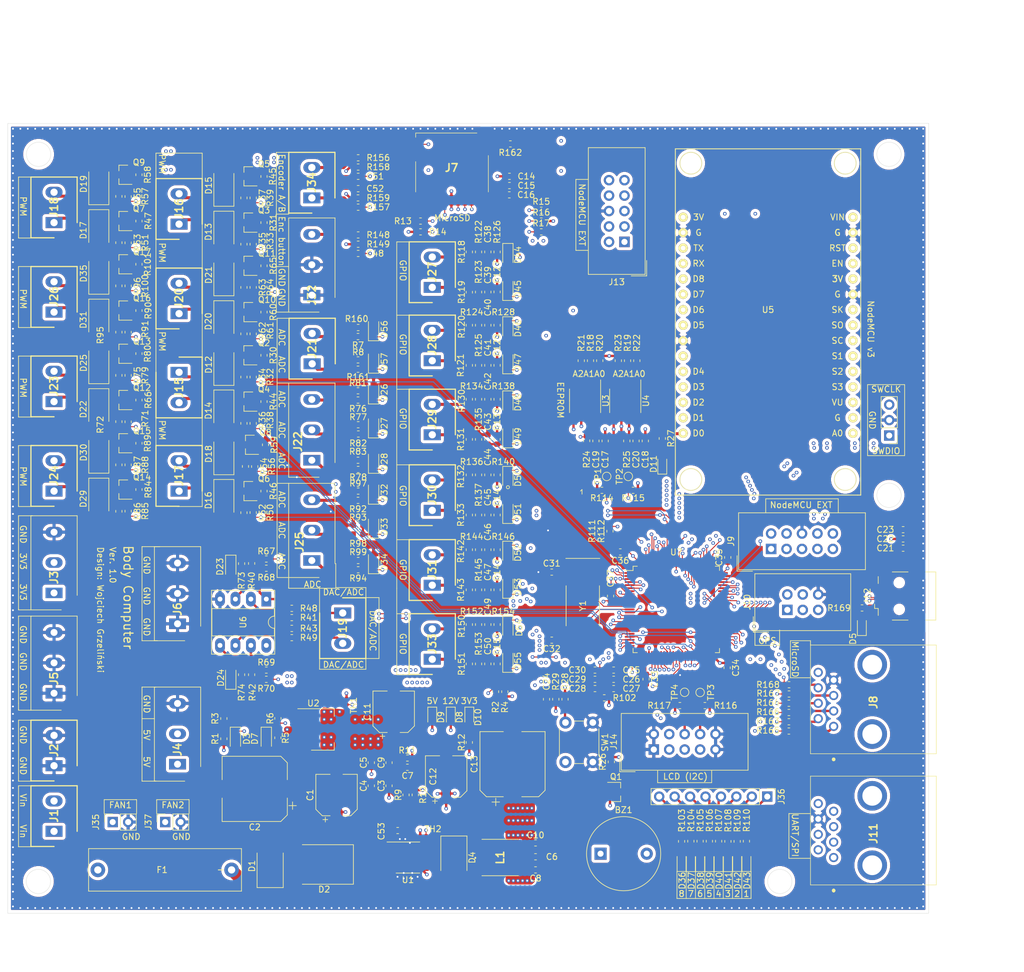
<source format=kicad_pcb>
(kicad_pcb (version 20171130) (host pcbnew "(5.1.5)-3")
  (layers (0 F.Cu signal) (1 In1.Cu signal) (2 In2.Cu signal) (31 B.Cu signal) (34 B.Paste user) (35 F.Paste user) (36 B.SilkS user) (37 F.SilkS user) (38 B.Mask user) (39 F.Mask user) (44 Edge.Cuts user))
  (net 0 "")
  (net 1 "Net-(BZ1-Pad2)")
  (net 2 +5V)
  (net 3 GND)
  (net 4 +12V)
  (net 5 +3V3)
  (net 6 /MCU/NRST)
  (net 7 "Net-(C28-Pad1)")
  (net 8 "Net-(C31-Pad2)")
  (net 9 "Net-(C32-Pad1)")
  (net 10 /GPIO/GPIO_1)
  (net 11 /GPIO/GPIO_2)
  (net 12 /GPIO/GPIO_9)
  (net 13 /GPIO/GPIO_10)
  (net 14 /GPIO/GPIO_3)
  (net 15 /GPIO/GPIO_4)
  (net 16 /GPIO/GPIO_11)
  (net 17 /GPIO/GPIO_12)
  (net 18 /GPIO/GPIO_5)
  (net 19 /GPIO/GPIO_6)
  (net 20 /GPIO/ENC_BUTTON)
  (net 21 /GPIO/GPIO_7)
  (net 22 /GPIO/GPIO_8)
  (net 23 /GPIO/ENC1)
  (net 24 /GPIO/ENC2)
  (net 25 VIN_FUSED)
  (net 26 "Net-(D12-Pad1)")
  (net 27 "Net-(D13-Pad1)")
  (net 28 "Net-(D14-Pad1)")
  (net 29 "Net-(D15-Pad1)")
  (net 30 "Net-(D16-Pad1)")
  (net 31 "Net-(D17-Pad1)")
  (net 32 "Net-(D18-Pad1)")
  (net 33 "Net-(D19-Pad1)")
  (net 34 "Net-(D20-Pad1)")
  (net 35 "Net-(D21-Pad1)")
  (net 36 "Net-(D22-Pad1)")
  (net 37 "Net-(D25-Pad1)")
  (net 38 "Net-(D31-Pad1)")
  (net 39 VIN)
  (net 40 /Memory/FLASH_DATA_1)
  (net 41 /Memory/FLASH_DATA_0)
  (net 42 /Memory/FLASH_DATA_CLK)
  (net 43 /Memory/FLASH_DATA_CMD)
  (net 44 /Memory/FLASH_DATA_3)
  (net 45 /Memory/FLASH_DATA_2)
  (net 46 "Net-(J8-PadMH2)")
  (net 47 "Net-(J8-PadMH1)")
  (net 48 "Net-(J9-Pad10)")
  (net 49 "Net-(J9-Pad9)")
  (net 50 "Net-(J9-Pad7)")
  (net 51 "Net-(J9-Pad5)")
  (net 52 "Net-(J9-Pad4)")
  (net 53 "Net-(J9-Pad3)")
  (net 54 "Net-(J9-Pad2)")
  (net 55 "Net-(J9-Pad1)")
  (net 56 "Net-(J10-Pad5)")
  (net 57 /Peripherals/PPS_GPS)
  (net 58 /Peripherals/RX_GPS)
  (net 59 /Peripherals/TX_GPS)
  (net 60 "Net-(J11-PadMH2)")
  (net 61 "Net-(J11-PadMH1)")
  (net 62 "Net-(J11-Pad8)")
  (net 63 "Net-(J11-Pad7)")
  (net 64 /Peripherals/SCK)
  (net 65 /Peripherals/MOSI)
  (net 66 /Peripherals/MISO)
  (net 67 /Peripherals/TX)
  (net 68 /Peripherals/RX)
  (net 69 /Peripherals/USB_DATA+)
  (net 70 /Peripherals/USB_DATA-)
  (net 71 "Net-(J12-Pad1)")
  (net 72 "Net-(J13-Pad10)")
  (net 73 "Net-(J13-Pad9)")
  (net 74 "Net-(J13-Pad8)")
  (net 75 "Net-(J13-Pad7)")
  (net 76 "Net-(J13-Pad5)")
  (net 77 "Net-(J13-Pad4)")
  (net 78 "Net-(J13-Pad3)")
  (net 79 "Net-(J13-Pad2)")
  (net 80 "Net-(J13-Pad1)")
  (net 81 /MCU/I2C2_SCL)
  (net 82 /MCU/I2C2_SDA)
  (net 83 "Net-(J21-Pad2)")
  (net 84 "Net-(J21-Pad1)")
  (net 85 "Net-(J27-Pad2)")
  (net 86 "Net-(J27-Pad1)")
  (net 87 "Net-(J28-Pad2)")
  (net 88 "Net-(J28-Pad1)")
  (net 89 "Net-(J29-Pad2)")
  (net 90 "Net-(J29-Pad1)")
  (net 91 "Net-(J30-Pad2)")
  (net 92 "Net-(J30-Pad1)")
  (net 93 "Net-(J31-Pad2)")
  (net 94 "Net-(J31-Pad1)")
  (net 95 "Net-(J33-Pad2)")
  (net 96 "Net-(J33-Pad1)")
  (net 97 "Net-(J34-Pad2)")
  (net 98 "Net-(J34-Pad1)")
  (net 99 "Net-(Q1-Pad1)")
  (net 100 "Net-(Q2-Pad1)")
  (net 101 "Net-(Q3-Pad1)")
  (net 102 "Net-(Q4-Pad1)")
  (net 103 "Net-(Q5-Pad1)")
  (net 104 "Net-(Q6-Pad1)")
  (net 105 "Net-(Q7-Pad1)")
  (net 106 "Net-(Q8-Pad1)")
  (net 107 "Net-(Q9-Pad1)")
  (net 108 "Net-(Q10-Pad1)")
  (net 109 "Net-(Q11-Pad1)")
  (net 110 "Net-(Q12-Pad1)")
  (net 111 "Net-(Q13-Pad1)")
  (net 112 "Net-(Q14-Pad1)")
  (net 113 "Net-(Q15-Pad1)")
  (net 114 "Net-(Q16-Pad1)")
  (net 115 "Net-(Q17-Pad1)")
  (net 116 "Net-(D10-Pad2)")
  (net 117 "Net-(D9-Pad2)")
  (net 118 "Net-(D8-Pad2)")
  (net 119 /MCU/ADC_IN10)
  (net 120 /MCU/ADC_IN12)
  (net 121 /MCU/ADC_IN13)
  (net 122 /PowerSupply_and_BoardTemp/5V_MEASURE)
  (net 123 "Net-(R18-Pad1)")
  (net 124 "Net-(R19-Pad1)")
  (net 125 "Net-(R20-Pad1)")
  (net 126 "Net-(R21-Pad2)")
  (net 127 "Net-(R22-Pad1)")
  (net 128 "Net-(R23-Pad2)")
  (net 129 /MCU/EEPROM_WP1)
  (net 130 /MCU/EEPROM_WP2)
  (net 131 /Peripherals/BUZZER)
  (net 132 "Net-(D11-Pad2)")
  (net 133 "Net-(R27-Pad1)")
  (net 134 "Net-(R28-Pad1)")
  (net 135 /Inputs_Outputs/MOSFET_OUT_1)
  (net 136 /Inputs_Outputs/MOSFET_OUT_13)
  (net 137 /Inputs_Outputs/MOSFET_OUT_14)
  (net 138 /Inputs_Outputs/MOSFET_OUT_2)
  (net 139 /Inputs_Outputs/AN_IN1_DAC1_INPUT)
  (net 140 "Net-(R40-Pad2)")
  (net 141 /Inputs_Outputs/AN_IN2_DAC2_INPUT)
  (net 142 "Net-(R41-Pad1)")
  (net 143 /Inputs_Outputs/MOSFET_OUT_3)
  (net 144 /Inputs_Outputs/MOSFET_OUT_4)
  (net 145 /MCU/MOSFET_15)
  (net 146 /MCU/MOSFET_16)
  (net 147 /Inputs_Outputs/MOSFET_OUT_5)
  (net 148 /Inputs_Outputs/MOSFET_OUT_6)
  (net 149 "Net-(D23-Pad1)")
  (net 150 "Net-(D24-Pad1)")
  (net 151 /Inputs_Outputs/MOSFET_OUT_7)
  (net 152 /Inputs_Outputs/MOSFET_OUT_8)
  (net 153 /Inputs_Outputs/MOSFET_OUT_9)
  (net 154 /Inputs_Outputs/ADC_1)
  (net 155 /Inputs_Outputs/ADC_2)
  (net 156 /Inputs_Outputs/ADC_3)
  (net 157 /Inputs_Outputs/MOSFET_OUT_10)
  (net 158 /Inputs_Outputs/MOSFET_OUT_11)
  (net 159 /Inputs_Outputs/MOSFET_OUT_12)
  (net 160 /Inputs_Outputs/ADC_4)
  (net 161 /Inputs_Outputs/ADC_5)
  (net 162 /Inputs_Outputs/ADC_6)
  (net 163 "Net-(D36-Pad2)")
  (net 164 /MCU/Diag_LED_8)
  (net 165 "Net-(D37-Pad2)")
  (net 166 /MCU/Diag_LED_7)
  (net 167 "Net-(D38-Pad2)")
  (net 168 /MCU/Diag_LED_6)
  (net 169 "Net-(D39-Pad2)")
  (net 170 /MCU/Diag_LED_5)
  (net 171 "Net-(D40-Pad2)")
  (net 172 /MCU/Diag_LED_4)
  (net 173 "Net-(D41-Pad2)")
  (net 174 /MCU/Diag_LED_3)
  (net 175 "Net-(D42-Pad2)")
  (net 176 /MCU/Diag_LED_2)
  (net 177 "Net-(D43-Pad2)")
  (net 178 /MCU/Diag_LED_1)
  (net 179 /Memory/EEPROM_SDA)
  (net 180 /Memory/EEPROM_SCL)
  (net 181 "Net-(J32-Pad3)")
  (net 182 /Peripherals/RXD2_NODEMCU)
  (net 183 /Peripherals/TX2D_NODEMCU)
  (net 184 "Net-(U5-Pad16)")
  (net 185 "Net-(U5-Pad12)")
  (net 186 "Net-(U5-Pad3)")
  (net 187 "Net-(U5-Pad2)")
  (net 188 SWCLK)
  (net 189 "Net-(U7-Pad73)")
  (net 190 SWDIO)
  (net 191 "Net-(D29-Pad1)")
  (net 192 "Net-(D30-Pad1)")
  (net 193 "Net-(D35-Pad1)")
  (net 194 "Net-(J19-Pad2)")
  (net 195 "Net-(J19-Pad1)")
  (net 196 "Net-(J22-Pad3)")
  (net 197 "Net-(J22-Pad2)")
  (net 198 "Net-(J22-Pad1)")
  (net 199 "Net-(J25-Pad3)")
  (net 200 "Net-(J25-Pad2)")
  (net 201 "Net-(J25-Pad1)")
  (net 202 "Net-(R42-Pad2)")
  (net 203 "Net-(R43-Pad1)")
  (net 204 "Net-(R111-Pad1)")
  (net 205 /Inputs_Outputs/ADC_7)
  (net 206 /Inputs_Outputs/ADC_8)
  (net 207 "Net-(C53-Pad2)")
  (net 208 "Net-(C53-Pad1)")
  (net 209 "Net-(U1-Pad6)")
  (net 210 "Net-(U1-Pad4)")
  (net 211 "Net-(J7-PadCD2)")
  (net 212 "Net-(J8-Pad6)")
  (net 213 "Net-(J8-Pad5)")
  (net 214 "Net-(J8-Pad4)")
  (net 215 "Net-(J8-Pad3)")
  (net 216 "Net-(J8-Pad2)")
  (net 217 "Net-(J8-Pad1)")
  (net 218 "Net-(D5-Pad2)")
  (module Diode_SMD:D_SOD-323_HandSoldering (layer F.Cu) (at 82.296 102.997 270)
    (fp_text reference D54 (at 0 -1.85 90) (layer F.SilkS))
    (fp_text value D_Zener_3V3)
    (pad 2 smd rect (at 1.25 0 270) (size 1 1) (layers F.Cu F.Paste F.Mask) (net 3 GND))
    (pad 1 smd rect (at -1.25 0 270) (size 1 1) (layers F.Cu F.Paste F.Mask) (net 21 /GPIO/GPIO_7))
  )
  (module Resistor_SMD:R_0603_1608Metric (layer F.Cu) (at 140.5635 99.7585 180)
    (fp_text reference R169 (at 3.7845 0) (layer F.SilkS))
    (fp_text value 330)
    (pad 2 smd roundrect (at 0.7875 0 180) (size 0.875 0.95) (layers F.Cu F.Paste F.Mask) (net 218 "Net-(D5-Pad2)"))
    (pad 1 smd roundrect (at -0.7875 0 180) (size 0.875 0.95) (layers F.Cu F.Paste F.Mask) (net 71 "Net-(J12-Pad1)"))
  )
  (module SamacSys_Parts:SRN6045TA-6R8M (layer F.Cu) (at 81.026 140.843 90)
    (fp_text reference L1 (at 0 0 90) (layer F.SilkS) (effects (font (size 1.27 1.27) (thickness 0.254))))
    (fp_text value SRN6045TA-6R8M hide)
    (pad 2 smd rect (at 0 2.075 180) (size 2.35 5.1) (layers F.Cu F.Paste F.Mask) (net 5 +3V3))
    (pad 1 smd rect (at 0 -2.075 180) (size 2.35 5.1) (layers F.Cu F.Paste F.Mask) (net 207 "Net-(C53-Pad2)"))
  )
  (module SamacSys_Parts:SS6488FLS (layer F.Cu) (at 135.89 140.843 90)
    (fp_text reference J11 (at 3.957 6.54 90) (layer F.SilkS) (effects (font (size 1.27 1.27) (thickness 0.254))))
    (fp_text value SS-6488-FLS hide)
    (pad MH2 thru_hole circle (at 10.16 6.35 90) (size 4.875 4.875) (drill 3.25) (layers *.Cu *.Mask) (net 60 "Net-(J11-PadMH2)"))
    (pad MH1 thru_hole circle (at -1.27 6.35 90) (size 4.875 4.875) (drill 3.25) (layers *.Cu *.Mask) (net 61 "Net-(J11-PadMH1)"))
    (pad 8 thru_hole circle (at 8.89 -2.54 90) (size 1.509 1.509) (drill 0.97) (layers *.Cu *.Mask) (net 62 "Net-(J11-Pad8)"))
    (pad 7 thru_hole circle (at 7.62 0 90) (size 1.509 1.509) (drill 0.97) (layers *.Cu *.Mask) (net 63 "Net-(J11-Pad7)"))
    (pad 6 thru_hole circle (at 6.35 -2.54 90) (size 1.509 1.509) (drill 0.97) (layers *.Cu *.Mask) (net 3 GND))
    (pad 5 thru_hole circle (at 5.08 0 90) (size 1.509 1.509) (drill 0.97) (layers *.Cu *.Mask) (net 68 /Peripherals/RX))
    (pad 4 thru_hole circle (at 3.81 -2.54 90) (size 1.509 1.509) (drill 0.97) (layers *.Cu *.Mask) (net 67 /Peripherals/TX))
    (pad 3 thru_hole circle (at 2.54 0 90) (size 1.509 1.509) (drill 0.97) (layers *.Cu *.Mask) (net 65 /Peripherals/MOSI))
    (pad 2 thru_hole circle (at 1.27 -2.54 90) (size 1.509 1.509) (drill 0.97) (layers *.Cu *.Mask) (net 66 /Peripherals/MISO))
    (pad 1 thru_hole circle (at 0 0 90) (size 1.509 1.509) (drill 0.97) (layers *.Cu *.Mask) (net 64 /Peripherals/SCK))
  )
  (module SamacSys_Parts:SS6488FLS (layer F.Cu) (at 135.89 119.253 90)
    (fp_text reference J8 (at 3.957 6.54 90) (layer F.SilkS) (effects (font (size 1.27 1.27) (thickness 0.254))))
    (fp_text value SS-6488-FLS hide)
    (pad MH2 thru_hole circle (at 10.16 6.35 90) (size 4.875 4.875) (drill 3.25) (layers *.Cu *.Mask) (net 46 "Net-(J8-PadMH2)"))
    (pad MH1 thru_hole circle (at -1.27 6.35 90) (size 4.875 4.875) (drill 3.25) (layers *.Cu *.Mask) (net 47 "Net-(J8-PadMH1)"))
    (pad 8 thru_hole circle (at 8.89 -2.54 90) (size 1.509 1.509) (drill 0.97) (layers *.Cu *.Mask) (net 5 +3V3))
    (pad 7 thru_hole circle (at 7.62 0 90) (size 1.509 1.509) (drill 0.97) (layers *.Cu *.Mask) (net 3 GND))
    (pad 6 thru_hole circle (at 6.35 -2.54 90) (size 1.509 1.509) (drill 0.97) (layers *.Cu *.Mask) (net 212 "Net-(J8-Pad6)"))
    (pad 5 thru_hole circle (at 5.08 0 90) (size 1.509 1.509) (drill 0.97) (layers *.Cu *.Mask) (net 213 "Net-(J8-Pad5)"))
    (pad 4 thru_hole circle (at 3.81 -2.54 90) (size 1.509 1.509) (drill 0.97) (layers *.Cu *.Mask) (net 214 "Net-(J8-Pad4)"))
    (pad 3 thru_hole circle (at 2.54 0 90) (size 1.509 1.509) (drill 0.97) (layers *.Cu *.Mask) (net 215 "Net-(J8-Pad3)"))
    (pad 2 thru_hole circle (at 1.27 -2.54 90) (size 1.509 1.509) (drill 0.97) (layers *.Cu *.Mask) (net 216 "Net-(J8-Pad2)"))
    (pad 1 thru_hole circle (at 0 0 90) (size 1.509 1.509) (drill 0.97) (layers *.Cu *.Mask) (net 217 "Net-(J8-Pad1)"))
  )
  (module SamacSys_Parts:1140084168 (layer F.Cu) (at 73.025 27.305)
    (fp_text reference J7 (at 0 0) (layer F.SilkS) (effects (font (size 1.27 1.27) (thickness 0.254))))
    (fp_text value MicroSD hide)
    (pad CD2 smd rect (at 5.65 -5.45) (size 1 1.55) (layers F.Cu F.Paste F.Mask) (net 211 "Net-(J7-PadCD2)"))
    (pad CD1 smd rect (at -5.6 -3.875 90) (size 1 1.55) (layers F.Cu F.Paste F.Mask) (net 178 /MCU/Diag_LED_1))
    (pad 12 smd rect (at 6.05 -3.025) (size 0.8 1.4) (layers F.Cu F.Paste F.Mask) (net 3 GND))
    (pad 11 smd rect (at -5.9 -2.375) (size 0.8 1.5) (layers F.Cu F.Paste F.Mask) (net 3 GND))
    (pad 10 smd rect (at 5.725 5.125 90) (size 1.3 1.5) (layers F.Cu F.Paste F.Mask) (net 3 GND))
    (pad 9 smd rect (at -5.725 5.125 90) (size 1.3 1.5) (layers F.Cu F.Paste F.Mask) (net 3 GND))
    (pad 8 smd rect (at -4.425 5.35) (size 0.7 1.75) (layers F.Cu F.Paste F.Mask) (net 40 /Memory/FLASH_DATA_1))
    (pad 7 smd rect (at -3.325 5.35) (size 0.7 1.75) (layers F.Cu F.Paste F.Mask) (net 41 /Memory/FLASH_DATA_0))
    (pad 6 smd rect (at -2.225 5.35) (size 0.7 1.75) (layers F.Cu F.Paste F.Mask) (net 3 GND))
    (pad 5 smd rect (at -1.125 5.35) (size 0.7 1.75) (layers F.Cu F.Paste F.Mask) (net 42 /Memory/FLASH_DATA_CLK))
    (pad 4 smd rect (at -0.025 5.35) (size 0.7 1.75) (layers F.Cu F.Paste F.Mask) (net 5 +3V3))
    (pad 3 smd rect (at 1.075 5.35) (size 0.7 1.75) (layers F.Cu F.Paste F.Mask) (net 43 /Memory/FLASH_DATA_CMD))
    (pad 2 smd rect (at 2.175 5.35) (size 0.7 1.75) (layers F.Cu F.Paste F.Mask) (net 44 /Memory/FLASH_DATA_3))
    (pad 1 smd rect (at 3.275 5.35) (size 0.7 1.75) (layers F.Cu F.Paste F.Mask) (net 45 /Memory/FLASH_DATA_2))
  )
  (module Diode_SMD:D_0603_1608Metric_Pad1.05x0.95mm_HandSolder (layer F.Cu) (at 140.5255 102.63 90)
    (fp_text reference D5 (at -2.2085 -1.4605 90) (layer F.SilkS))
    (fp_text value LED)
    (pad 2 smd roundrect (at 0.875 0 90) (size 1.05 0.95) (layers F.Cu F.Paste F.Mask) (net 218 "Net-(D5-Pad2)"))
    (pad 1 smd roundrect (at -0.875 0 90) (size 1.05 0.95) (layers F.Cu F.Paste F.Mask) (net 3 GND))
  )
  (module Connector_PinHeader_2.54mm:PinHeader_1x03_P2.54mm_Vertical (layer F.Cu) (at 145.034 71.374 180)
    (fp_text reference J38 hide)
    (fp_text value Conn_01x03)
    (pad 3 thru_hole oval (at 0 5.08 180) (size 1.7 1.7) (drill 1) (layers *.Cu *.Mask) (net 188 SWCLK))
    (pad 2 thru_hole oval (at 0 2.54 180) (size 1.7 1.7) (drill 1) (layers *.Cu *.Mask) (net 3 GND))
    (pad 1 thru_hole rect (at 0 0 180) (size 1.7 1.7) (drill 1) (layers *.Cu *.Mask) (net 190 SWDIO))
  )
  (module Package_DIP:DIP-8_W7.62mm_Socket_LongPads (layer F.Cu) (at 42.545 98.298 270)
    (fp_text reference U6 (at 3.81 3.81 90) (layer F.SilkS))
    (fp_text value LM358)
    (pad 8 thru_hole oval (at 7.62 0 270) (size 2.4 1.6) (drill 0.8) (layers *.Cu *.Mask) (net 25 VIN_FUSED))
    (pad 4 thru_hole oval (at 0 7.62 270) (size 2.4 1.6) (drill 0.8) (layers *.Cu *.Mask) (net 3 GND))
    (pad 7 thru_hole oval (at 7.62 2.54 270) (size 2.4 1.6) (drill 0.8) (layers *.Cu *.Mask) (net 194 "Net-(J19-Pad2)"))
    (pad 3 thru_hole oval (at 0 5.08 270) (size 2.4 1.6) (drill 0.8) (layers *.Cu *.Mask) (net 140 "Net-(R40-Pad2)"))
    (pad 6 thru_hole oval (at 7.62 5.08 270) (size 2.4 1.6) (drill 0.8) (layers *.Cu *.Mask) (net 203 "Net-(R43-Pad1)"))
    (pad 2 thru_hole oval (at 0 2.54 270) (size 2.4 1.6) (drill 0.8) (layers *.Cu *.Mask) (net 142 "Net-(R41-Pad1)"))
    (pad 5 thru_hole oval (at 7.62 7.62 270) (size 2.4 1.6) (drill 0.8) (layers *.Cu *.Mask) (net 202 "Net-(R42-Pad2)"))
    (pad 1 thru_hole rect (at 0 0 270) (size 2.4 1.6) (drill 0.8) (layers *.Cu *.Mask) (net 195 "Net-(J19-Pad1)"))
  )
  (module Resistor_SMD:R_0603_1608Metric (layer F.Cu) (at 128.5495 112.395)
    (fp_text reference R168 (at -3.4545 0) (layer F.SilkS))
    (fp_text value 20)
    (pad 2 smd roundrect (at 0.7875 0) (size 0.875 0.95) (layers F.Cu F.Paste F.Mask) (net 212 "Net-(J8-Pad6)"))
    (pad 1 smd roundrect (at -0.7875 0) (size 0.875 0.95) (layers F.Cu F.Paste F.Mask) (net 43 /Memory/FLASH_DATA_CMD))
  )
  (module Resistor_SMD:R_0603_1608Metric (layer F.Cu) (at 128.5495 113.919 180)
    (fp_text reference R167 (at 3.429 0.094) (layer F.SilkS))
    (fp_text value 20)
    (pad 2 smd roundrect (at 0.7875 0 180) (size 0.875 0.95) (layers F.Cu F.Paste F.Mask) (net 42 /Memory/FLASH_DATA_CLK))
    (pad 1 smd roundrect (at -0.7875 0 180) (size 0.875 0.95) (layers F.Cu F.Paste F.Mask) (net 213 "Net-(J8-Pad5)"))
  )
  (module Resistor_SMD:R_0603_1608Metric (layer F.Cu) (at 128.524 116.967 180)
    (fp_text reference R166 (at 3.429 0.094) (layer F.SilkS))
    (fp_text value 20)
    (pad 2 smd roundrect (at 0.7875 0 180) (size 0.875 0.95) (layers F.Cu F.Paste F.Mask) (net 45 /Memory/FLASH_DATA_2))
    (pad 1 smd roundrect (at -0.7875 0 180) (size 0.875 0.95) (layers F.Cu F.Paste F.Mask) (net 215 "Net-(J8-Pad3)"))
  )
  (module Resistor_SMD:R_0603_1608Metric (layer F.Cu) (at 128.524 120.015 180)
    (fp_text reference R165 (at 3.429 0.094) (layer F.SilkS))
    (fp_text value 20)
    (pad 2 smd roundrect (at 0.7875 0 180) (size 0.875 0.95) (layers F.Cu F.Paste F.Mask) (net 41 /Memory/FLASH_DATA_0))
    (pad 1 smd roundrect (at -0.7875 0 180) (size 0.875 0.95) (layers F.Cu F.Paste F.Mask) (net 217 "Net-(J8-Pad1)"))
  )
  (module Resistor_SMD:R_0603_1608Metric (layer F.Cu) (at 128.524 115.443 180)
    (fp_text reference R164 (at 3.429 0.094) (layer F.SilkS))
    (fp_text value 20)
    (pad 2 smd roundrect (at 0.7875 0 180) (size 0.875 0.95) (layers F.Cu F.Paste F.Mask) (net 44 /Memory/FLASH_DATA_3))
    (pad 1 smd roundrect (at -0.7875 0 180) (size 0.875 0.95) (layers F.Cu F.Paste F.Mask) (net 214 "Net-(J8-Pad4)"))
  )
  (module Resistor_SMD:R_0603_1608Metric (layer F.Cu) (at 128.524 118.491 180)
    (fp_text reference R163 (at 3.429 0.094) (layer F.SilkS))
    (fp_text value 20)
    (pad 2 smd roundrect (at 0.7875 0 180) (size 0.875 0.95) (layers F.Cu F.Paste F.Mask) (net 40 /Memory/FLASH_DATA_1))
    (pad 1 smd roundrect (at -0.7875 0 180) (size 0.875 0.95) (layers F.Cu F.Paste F.Mask) (net 216 "Net-(J8-Pad2)"))
  )
  (module Resistor_SMD:R_0603_1608Metric (layer F.Cu) (at 82.7025 23.368 180)
    (fp_text reference R162 (at 0 -1.43) (layer F.SilkS))
    (fp_text value 10k)
    (pad 2 smd roundrect (at 0.7875 0 180) (size 0.875 0.95) (layers F.Cu F.Paste F.Mask) (net 211 "Net-(J7-PadCD2)"))
    (pad 1 smd roundrect (at -0.7875 0 180) (size 0.875 0.95) (layers F.Cu F.Paste F.Mask) (net 3 GND))
  )
  (module Diode_SMD:D_SMB (layer F.Cu) (at 43.18 142.24 90)
    (fp_text reference D1 (at 0 -3 90) (layer F.SilkS))
    (fp_text value Transil)
    (pad 2 smd rect (at 2.15 0 90) (size 2.5 2.3) (layers F.Cu F.Paste F.Mask) (net 3 GND))
    (pad 1 smd rect (at -2.15 0 90) (size 2.5 2.3) (layers F.Cu F.Paste F.Mask) (net 25 VIN_FUSED))
  )
  (module Connector_PinSocket_2.54mm:PinSocket_1x02_P2.54mm_Vertical (layer F.Cu) (at 25.908 135.001 90)
    (fp_text reference J37 (at 0 -2.77 90) (layer F.SilkS))
    (fp_text value Conn_01x02)
    (pad 2 thru_hole oval (at 0 2.54 90) (size 1.7 1.7) (drill 1) (layers *.Cu *.Mask) (net 3 GND))
    (pad 1 thru_hole rect (at 0 0 90) (size 1.7 1.7) (drill 1) (layers *.Cu *.Mask) (net 39 VIN))
  )
  (module Connector_PinHeader_2.54mm:PinHeader_1x08_P2.54mm_Vertical (layer F.Cu) (at 124.968 130.81 270)
    (fp_text reference J36 (at 0 -2.33 90) (layer F.SilkS))
    (fp_text value Conn_01x08)
    (pad 8 thru_hole oval (at 0 17.78 270) (size 1.7 1.7) (drill 1) (layers *.Cu *.Mask) (net 164 /MCU/Diag_LED_8))
    (pad 7 thru_hole oval (at 0 15.24 270) (size 1.7 1.7) (drill 1) (layers *.Cu *.Mask) (net 166 /MCU/Diag_LED_7))
    (pad 6 thru_hole oval (at 0 12.7 270) (size 1.7 1.7) (drill 1) (layers *.Cu *.Mask) (net 168 /MCU/Diag_LED_6))
    (pad 5 thru_hole oval (at 0 10.16 270) (size 1.7 1.7) (drill 1) (layers *.Cu *.Mask) (net 170 /MCU/Diag_LED_5))
    (pad 4 thru_hole oval (at 0 7.62 270) (size 1.7 1.7) (drill 1) (layers *.Cu *.Mask) (net 172 /MCU/Diag_LED_4))
    (pad 3 thru_hole oval (at 0 5.08 270) (size 1.7 1.7) (drill 1) (layers *.Cu *.Mask) (net 174 /MCU/Diag_LED_3))
    (pad 2 thru_hole oval (at 0 2.54 270) (size 1.7 1.7) (drill 1) (layers *.Cu *.Mask) (net 176 /MCU/Diag_LED_2))
    (pad 1 thru_hole rect (at 0 0 270) (size 1.7 1.7) (drill 1) (layers *.Cu *.Mask) (net 178 /MCU/Diag_LED_1))
  )
  (module SamacSys_Parts:FuseHolder22mm (layer F.Cu) (at 36.83 142.875 180)
    (fp_text reference F1 (at 11.43 0 180) (layer F.SilkS))
    (fp_text value Fuse)
    (pad 2 thru_hole circle (at 22 0 180) (size 2.4 2.4) (drill 1.2) (layers *.Cu *.Mask) (net 39 VIN))
    (pad 1 thru_hole circle (at 0 0 180) (size 2.4 2.4) (drill 1.2) (layers *.Cu *.Mask) (net 25 VIN_FUSED))
  )
  (module Package_TO_SOT_SMD:SOT-223-3_TabPin2 (layer F.Cu) (at 51.816 119.761)
    (fp_text reference U2 (at -1.524 -4.318) (layer F.SilkS))
    (fp_text value AZ1117-5.0)
    (pad 1 smd rect (at -3.15 -2.3) (size 2 1.5) (layers F.Cu F.Paste F.Mask) (net 3 GND))
    (pad 3 smd rect (at -3.15 2.3) (size 2 1.5) (layers F.Cu F.Paste F.Mask) (net 4 +12V))
    (pad 2 smd rect (at -3.15 0) (size 2 1.5) (layers F.Cu F.Paste F.Mask) (net 2 +5V))
    (pad 2 smd rect (at 3.15 0) (size 2 3.8) (layers F.Cu F.Paste F.Mask) (net 2 +5V))
  )
  (module Package_SO:SOIC-8-1EP_3.9x4.9mm_P1.27mm_EP2.29x3mm (layer F.Cu) (at 65.848 140.843)
    (fp_text reference U1 (at 0 3.683) (layer F.SilkS))
    (fp_text value ADP2302ARDZ-3.3)
    (pad 8 smd roundrect (at 2.475 -1.905) (size 1.95 0.6) (layers F.Cu F.Paste F.Mask) (net 207 "Net-(C53-Pad2)"))
    (pad 7 smd roundrect (at 2.475 -0.635) (size 1.95 0.6) (layers F.Cu F.Paste F.Mask) (net 3 GND))
    (pad 6 smd roundrect (at 2.475 0.635) (size 1.95 0.6) (layers F.Cu F.Paste F.Mask) (net 209 "Net-(U1-Pad6)"))
    (pad 5 smd roundrect (at 2.475 1.905) (size 1.95 0.6) (layers F.Cu F.Paste F.Mask) (net 5 +3V3))
    (pad 4 smd roundrect (at -2.475 1.905) (size 1.95 0.6) (layers F.Cu F.Paste F.Mask) (net 210 "Net-(U1-Pad4)"))
    (pad 3 smd roundrect (at -2.475 0.635) (size 1.95 0.6) (layers F.Cu F.Paste F.Mask) (net 4 +12V))
    (pad 2 smd roundrect (at -2.475 -0.635) (size 1.95 0.6) (layers F.Cu F.Paste F.Mask) (net 4 +12V))
    (pad 1 smd roundrect (at -2.475 -1.905) (size 1.95 0.6) (layers F.Cu F.Paste F.Mask) (net 208 "Net-(C53-Pad1)"))
    (pad 9 smd roundrect (at 0 0) (size 2.29 3) (layers F.Cu F.Mask) (roundrect_rratio 0.10917) (net 3 GND))
  )
  (module Diode_SMD:D_SMB (layer F.Cu) (at 73.406 140.843 270)
    (fp_text reference D4 (at 0 -3 90) (layer F.SilkS))
    (fp_text value SSB43L-E3/52T)
    (pad 2 smd rect (at 2.15 0 270) (size 2.5 2.3) (layers F.Cu F.Paste F.Mask) (net 3 GND))
    (pad 1 smd rect (at -2.15 0 270) (size 2.5 2.3) (layers F.Cu F.Paste F.Mask) (net 207 "Net-(C53-Pad2)"))
  )
  (module Diode_SMD:D_SMC (layer F.Cu) (at 52.07 141.986 180)
    (fp_text reference D2 (at 0 -4.1) (layer F.SilkS))
    (fp_text value D)
    (pad 2 smd rect (at 3.4 0 270) (size 3.3 2.5) (layers F.Cu F.Paste F.Mask) (net 25 VIN_FUSED))
    (pad 1 smd rect (at -3.4 0 270) (size 3.3 2.5) (layers F.Cu F.Paste F.Mask) (net 4 +12V))
  )
  (module Capacitor_SMD:C_0603_1608Metric (layer F.Cu) (at 64.1605 136.398)
    (fp_text reference C53 (at -2.6925 0.127 90) (layer F.SilkS))
    (fp_text value 100n)
    (pad 2 smd roundrect (at 0.7875 0) (size 0.875 0.95) (layers F.Cu F.Paste F.Mask) (net 207 "Net-(C53-Pad2)"))
    (pad 1 smd roundrect (at -0.7875 0) (size 0.875 0.95) (layers F.Cu F.Paste F.Mask) (net 208 "Net-(C53-Pad1)"))
  )
  (module Resistor_SMD:R_0603_1608Metric (layer F.Cu) (at 57.6325 58.928 180)
    (fp_text reference R161 (at -0.0255 -2.794) (layer F.SilkS))
    (fp_text value 0)
    (pad 2 smd roundrect (at 0.7875 0 180) (size 0.875 0.95) (layers F.Cu F.Paste F.Mask) (net 3 GND))
    (pad 1 smd roundrect (at -0.7875 0 180) (size 0.875 0.95) (layers F.Cu F.Paste F.Mask) (net 206 /Inputs_Outputs/ADC_8))
  )
  (module Resistor_SMD:R_0603_1608Metric (layer F.Cu) (at 57.658 53.594)
    (fp_text reference R160 (at -0.254 -1.43) (layer F.SilkS))
    (fp_text value 0)
    (pad 2 smd roundrect (at 0.7875 0) (size 0.875 0.95) (layers F.Cu F.Paste F.Mask) (net 205 /Inputs_Outputs/ADC_7))
    (pad 1 smd roundrect (at -0.7875 0) (size 0.875 0.95) (layers F.Cu F.Paste F.Mask) (net 3 GND))
  )
  (module Resistor_SMD:R_0603_1608Metric (layer F.Cu) (at 57.6325 60.452)
    (fp_text reference R8 (at 0.0255 -2.794) (layer F.SilkS))
    (fp_text value 0)
    (pad 2 smd roundrect (at 0.7875 0) (size 0.875 0.95) (layers F.Cu F.Paste F.Mask) (net 206 /Inputs_Outputs/ADC_8))
    (pad 1 smd roundrect (at -0.7875 0) (size 0.875 0.95) (layers F.Cu F.Paste F.Mask) (net 84 "Net-(J21-Pad1)"))
  )
  (module Resistor_SMD:R_0603_1608Metric (layer F.Cu) (at 57.6325 55.078 180)
    (fp_text reference R7 (at 0 -1.43) (layer F.SilkS))
    (fp_text value 0)
    (pad 2 smd roundrect (at 0.7875 0 180) (size 0.875 0.95) (layers F.Cu F.Paste F.Mask) (net 83 "Net-(J21-Pad2)"))
    (pad 1 smd roundrect (at -0.7875 0 180) (size 0.875 0.95) (layers F.Cu F.Paste F.Mask) (net 205 /Inputs_Outputs/ADC_7))
  )
  (module SamacSys_Parts:SHDR2W99P0X500_1X2_1000X760X1000P (layer F.Cu) (at 50.09 59.568 90)
    (fp_text reference J21 (at 2.54 0 90) (layer F.SilkS) (effects (font (size 1.27 1.27) (thickness 0.254))))
    (fp_text value Screw_Terminal_01x02 hide)
    (pad 2 thru_hole oval (at 5 0 90) (size 1.8 2.8) (drill 1.2) (layers *.Cu *.Mask) (net 83 "Net-(J21-Pad2)"))
    (pad 1 thru_hole rect (at 0 0 90) (size 1.8 2.8) (drill 1.2) (layers *.Cu *.Mask) (net 84 "Net-(J21-Pad1)"))
  )
  (module Diode_SMD:D_SOD-323_HandSoldering (layer F.Cu) (at 60.198 59.202 90)
    (fp_text reference D57 (at 0 1.778 90) (layer F.SilkS))
    (fp_text value D_Zener)
    (pad 2 smd rect (at 1.25 0 90) (size 1 1) (layers F.Cu F.Paste F.Mask) (net 3 GND))
    (pad 1 smd rect (at -1.25 0 90) (size 1 1) (layers F.Cu F.Paste F.Mask) (net 206 /Inputs_Outputs/ADC_8))
  )
  (module Diode_SMD:D_SOD-323_HandSoldering (layer F.Cu) (at 60.198 53.868 90)
    (fp_text reference D56 (at 0 1.778 90) (layer F.SilkS))
    (fp_text value D_Zener)
    (pad 2 smd rect (at 1.25 0 90) (size 1 1) (layers F.Cu F.Paste F.Mask) (net 3 GND))
    (pad 1 smd rect (at -1.25 0 90) (size 1 1) (layers F.Cu F.Paste F.Mask) (net 205 /Inputs_Outputs/ADC_7))
  )
  (module SamacSys_Parts:SHDR2W99P0X500_1X2_1000X760X1000P (layer F.Cu) (at 28.194 60.96 270)
    (fp_text reference J15 (at 2.54 0 90) (layer F.SilkS) (effects (font (size 1.27 1.27) (thickness 0.254))))
    (fp_text value Screw_Terminal_01x02 hide)
    (pad 2 thru_hole oval (at 5 0 270) (size 1.8 2.8) (drill 1.2) (layers *.Cu *.Mask) (net 28 "Net-(D14-Pad1)"))
    (pad 1 thru_hole rect (at 0 0 270) (size 1.8 2.8) (drill 1.2) (layers *.Cu *.Mask) (net 26 "Net-(D12-Pad1)"))
  )
  (module Connector_PinSocket_2.54mm:PinSocket_1x02_P2.54mm_Vertical (layer F.Cu) (at 17.272 135.001 90)
    (fp_text reference J35 (at 0 -2.77 90) (layer F.SilkS))
    (fp_text value Conn_01x02)
    (pad 2 thru_hole oval (at 0 2.54 90) (size 1.7 1.7) (drill 1) (layers *.Cu *.Mask) (net 3 GND))
    (pad 1 thru_hole rect (at 0 0 90) (size 1.7 1.7) (drill 1) (layers *.Cu *.Mask) (net 39 VIN))
  )
  (module Diode_SMD:D_SMA (layer F.Cu) (at 14.986 44.704 90)
    (fp_text reference D35 (at 0 -2.5 90) (layer F.SilkS))
    (fp_text value D)
    (pad 2 smd rect (at 2 0 90) (size 2.5 1.8) (layers F.Cu F.Paste F.Mask) (net 3 GND))
    (pad 1 smd rect (at -2 0 90) (size 2.5 1.8) (layers F.Cu F.Paste F.Mask) (net 193 "Net-(D35-Pad1)"))
  )
  (module Diode_SMD:D_SMA (layer F.Cu) (at 14.986 52.324 270)
    (fp_text reference D31 (at 0 2.54 90) (layer F.SilkS))
    (fp_text value D)
    (pad 2 smd rect (at 2 0 270) (size 2.5 1.8) (layers F.Cu F.Paste F.Mask) (net 3 GND))
    (pad 1 smd rect (at -2 0 270) (size 2.5 1.8) (layers F.Cu F.Paste F.Mask) (net 38 "Net-(D31-Pad1)"))
  )
  (module Diode_SMD:D_SMA (layer F.Cu) (at 14.986 74.168 90)
    (fp_text reference D30 (at 0 -2.5 90) (layer F.SilkS))
    (fp_text value D)
    (pad 2 smd rect (at 2 0 90) (size 2.5 1.8) (layers F.Cu F.Paste F.Mask) (net 3 GND))
    (pad 1 smd rect (at -2 0 90) (size 2.5 1.8) (layers F.Cu F.Paste F.Mask) (net 192 "Net-(D30-Pad1)"))
  )
  (module Diode_SMD:D_SMA (layer F.Cu) (at 14.986 81.788 270)
    (fp_text reference D29 (at 0 2.54 90) (layer F.SilkS))
    (fp_text value D)
    (pad 2 smd rect (at 2 0 270) (size 2.5 1.8) (layers F.Cu F.Paste F.Mask) (net 3 GND))
    (pad 1 smd rect (at -2 0 270) (size 2.5 1.8) (layers F.Cu F.Paste F.Mask) (net 191 "Net-(D29-Pad1)"))
  )
  (module Diode_SMD:D_SMA (layer F.Cu) (at 14.986 59.436 90)
    (fp_text reference D25 (at 0 -2.5 90) (layer F.SilkS))
    (fp_text value D)
    (pad 2 smd rect (at 2 0 90) (size 2.5 1.8) (layers F.Cu F.Paste F.Mask) (net 3 GND))
    (pad 1 smd rect (at -2 0 90) (size 2.5 1.8) (layers F.Cu F.Paste F.Mask) (net 37 "Net-(D25-Pad1)"))
  )
  (module Diode_SMD:D_SMA (layer F.Cu) (at 14.986 67.056 270)
    (fp_text reference D22 (at 0 2.54 90) (layer F.SilkS))
    (fp_text value D)
    (pad 2 smd rect (at 2 0 270) (size 2.5 1.8) (layers F.Cu F.Paste F.Mask) (net 3 GND))
    (pad 1 smd rect (at -2 0 270) (size 2.5 1.8) (layers F.Cu F.Paste F.Mask) (net 36 "Net-(D22-Pad1)"))
  )
  (module Diode_SMD:D_SMA (layer F.Cu) (at 35.56 44.958 90)
    (fp_text reference D21 (at 0 -2.5 90) (layer F.SilkS))
    (fp_text value D)
    (pad 2 smd rect (at 2 0 90) (size 2.5 1.8) (layers F.Cu F.Paste F.Mask) (net 3 GND))
    (pad 1 smd rect (at -2 0 90) (size 2.5 1.8) (layers F.Cu F.Paste F.Mask) (net 35 "Net-(D21-Pad1)"))
  )
  (module Diode_SMD:D_SMA (layer F.Cu) (at 35.56 52.578 270)
    (fp_text reference D20 (at 0 2.54 90) (layer F.SilkS))
    (fp_text value D)
    (pad 2 smd rect (at 2 0 270) (size 2.5 1.8) (layers F.Cu F.Paste F.Mask) (net 3 GND))
    (pad 1 smd rect (at -2 0 270) (size 2.5 1.8) (layers F.Cu F.Paste F.Mask) (net 34 "Net-(D20-Pad1)"))
  )
  (module Diode_SMD:D_SMA (layer F.Cu) (at 14.986 29.972 90)
    (fp_text reference D19 (at 0 -2.5 90) (layer F.SilkS))
    (fp_text value D)
    (pad 2 smd rect (at 2 0 90) (size 2.5 1.8) (layers F.Cu F.Paste F.Mask) (net 3 GND))
    (pad 1 smd rect (at -2 0 90) (size 2.5 1.8) (layers F.Cu F.Paste F.Mask) (net 33 "Net-(D19-Pad1)"))
  )
  (module Diode_SMD:D_SMA (layer F.Cu) (at 35.56 74.422 90)
    (fp_text reference D18 (at 0 -2.5 90) (layer F.SilkS))
    (fp_text value D)
    (pad 2 smd rect (at 2 0 90) (size 2.5 1.8) (layers F.Cu F.Paste F.Mask) (net 3 GND))
    (pad 1 smd rect (at -2 0 90) (size 2.5 1.8) (layers F.Cu F.Paste F.Mask) (net 32 "Net-(D18-Pad1)"))
  )
  (module Diode_SMD:D_SMA (layer F.Cu) (at 14.986 37.592 270)
    (fp_text reference D17 (at 0 2.54 90) (layer F.SilkS))
    (fp_text value D)
    (pad 2 smd rect (at 2 0 270) (size 2.5 1.8) (layers F.Cu F.Paste F.Mask) (net 3 GND))
    (pad 1 smd rect (at -2 0 270) (size 2.5 1.8) (layers F.Cu F.Paste F.Mask) (net 31 "Net-(D17-Pad1)"))
  )
  (module Diode_SMD:D_SMA (layer F.Cu) (at 35.56 82.01 270)
    (fp_text reference D16 (at 0.032 2.54 90) (layer F.SilkS))
    (fp_text value D)
    (pad 2 smd rect (at 2 0 270) (size 2.5 1.8) (layers F.Cu F.Paste F.Mask) (net 3 GND))
    (pad 1 smd rect (at -2 0 270) (size 2.5 1.8) (layers F.Cu F.Paste F.Mask) (net 30 "Net-(D16-Pad1)"))
  )
  (module Diode_SMD:D_SMA (layer F.Cu) (at 35.56 30.226 90)
    (fp_text reference D15 (at 0 -2.5 90) (layer F.SilkS))
    (fp_text value D)
    (pad 2 smd rect (at 2 0 90) (size 2.5 1.8) (layers F.Cu F.Paste F.Mask) (net 3 GND))
    (pad 1 smd rect (at -2 0 90) (size 2.5 1.8) (layers F.Cu F.Paste F.Mask) (net 29 "Net-(D15-Pad1)"))
  )
  (module Diode_SMD:D_SMA (layer F.Cu) (at 35.56 67.278 270)
    (fp_text reference D14 (at 0 2.54 90) (layer F.SilkS))
    (fp_text value D)
    (pad 2 smd rect (at 2 0 270) (size 2.5 1.8) (layers F.Cu F.Paste F.Mask) (net 3 GND))
    (pad 1 smd rect (at -2 0 270) (size 2.5 1.8) (layers F.Cu F.Paste F.Mask) (net 28 "Net-(D14-Pad1)"))
  )
  (module Diode_SMD:D_SMA (layer F.Cu) (at 35.56 37.846 270)
    (fp_text reference D13 (at 0 2.54 90) (layer F.SilkS))
    (fp_text value D)
    (pad 2 smd rect (at 2 0 270) (size 2.5 1.8) (layers F.Cu F.Paste F.Mask) (net 3 GND))
    (pad 1 smd rect (at -2 0 270) (size 2.5 1.8) (layers F.Cu F.Paste F.Mask) (net 27 "Net-(D13-Pad1)"))
  )
  (module Diode_SMD:D_SMA (layer F.Cu) (at 35.56 59.722 90)
    (fp_text reference D12 (at 0 -2.5 90) (layer F.SilkS))
    (fp_text value D)
    (pad 2 smd rect (at 2 0 90) (size 2.5 1.8) (layers F.Cu F.Paste F.Mask) (net 3 GND))
    (pad 1 smd rect (at -2 0 90) (size 2.5 1.8) (layers F.Cu F.Paste F.Mask) (net 26 "Net-(D12-Pad1)"))
  )
  (module Resistor_SMD:R_0603_1608Metric (layer F.Cu) (at 57.6325 32.258)
    (fp_text reference R159 (at 3.3275 0) (layer F.SilkS))
    (fp_text value 10k)
    (pad 2 smd roundrect (at 0.7875 0) (size 0.875 0.95) (layers F.Cu F.Paste F.Mask) (net 24 /GPIO/ENC2))
    (pad 1 smd roundrect (at -0.7875 0) (size 0.875 0.95) (layers F.Cu F.Paste F.Mask) (net 5 +3V3))
  )
  (module Resistor_SMD:R_0603_1608Metric (layer F.Cu) (at 57.658 27.178)
    (fp_text reference R158 (at 3.302 0) (layer F.SilkS))
    (fp_text value 10k)
    (pad 2 smd roundrect (at 0.7875 0) (size 0.875 0.95) (layers F.Cu F.Paste F.Mask) (net 23 /GPIO/ENC1))
    (pad 1 smd roundrect (at -0.7875 0) (size 0.875 0.95) (layers F.Cu F.Paste F.Mask) (net 5 +3V3))
  )
  (module Resistor_SMD:R_0603_1608Metric (layer F.Cu) (at 57.658 33.782 180)
    (fp_text reference R157 (at -3.302 0) (layer F.SilkS))
    (fp_text value 1k)
    (pad 2 smd roundrect (at 0.7875 0 180) (size 0.875 0.95) (layers F.Cu F.Paste F.Mask) (net 98 "Net-(J34-Pad1)"))
    (pad 1 smd roundrect (at -0.7875 0 180) (size 0.875 0.95) (layers F.Cu F.Paste F.Mask) (net 24 /GPIO/ENC2))
  )
  (module Resistor_SMD:R_0603_1608Metric (layer F.Cu) (at 57.658 25.654 180)
    (fp_text reference R156 (at -3.302 0) (layer F.SilkS))
    (fp_text value 1k)
    (pad 2 smd roundrect (at 0.7875 0 180) (size 0.875 0.95) (layers F.Cu F.Paste F.Mask) (net 97 "Net-(J34-Pad2)"))
    (pad 1 smd roundrect (at -0.7875 0 180) (size 0.875 0.95) (layers F.Cu F.Paste F.Mask) (net 23 /GPIO/ENC1))
  )
  (module Resistor_SMD:R_0603_1608Metric (layer F.Cu) (at 80.518 108.966 270)
    (fp_text reference R155 (at -3.302 0 90) (layer F.SilkS))
    (fp_text value 10k)
    (pad 2 smd roundrect (at 0.7875 0 270) (size 0.875 0.95) (layers F.Cu F.Paste F.Mask) (net 22 /GPIO/GPIO_8))
    (pad 1 smd roundrect (at -0.7875 0 270) (size 0.875 0.95) (layers F.Cu F.Paste F.Mask) (net 5 +3V3))
  )
  (module Resistor_SMD:R_0603_1608Metric (layer F.Cu) (at 80.518 102.489 90)
    (fp_text reference R154 (at 2.159 1.016 180) (layer F.SilkS))
    (fp_text value 10k)
    (pad 2 smd roundrect (at 0.7875 0 90) (size 0.875 0.95) (layers F.Cu F.Paste F.Mask) (net 21 /GPIO/GPIO_7))
    (pad 1 smd roundrect (at -0.7875 0 90) (size 0.875 0.95) (layers F.Cu F.Paste F.Mask) (net 5 +3V3))
  )
  (module Resistor_SMD:R_0603_1608Metric (layer F.Cu) (at 77.47 108.966 90)
    (fp_text reference R153 (at 3.302 0 90) (layer F.SilkS))
    (fp_text value 10k)
    (pad 2 smd roundrect (at 0.7875 0 90) (size 0.875 0.95) (layers F.Cu F.Paste F.Mask) (net 3 GND))
    (pad 1 smd roundrect (at -0.7875 0 90) (size 0.875 0.95) (layers F.Cu F.Paste F.Mask) (net 22 /GPIO/GPIO_8))
  )
  (module Resistor_SMD:R_0603_1608Metric (layer F.Cu) (at 77.47 102.489 270)
    (fp_text reference R152 (at -2.159 1.143 180) (layer F.SilkS))
    (fp_text value 10k)
    (pad 2 smd roundrect (at 0.7875 0 270) (size 0.875 0.95) (layers F.Cu F.Paste F.Mask) (net 3 GND))
    (pad 1 smd roundrect (at -0.7875 0 270) (size 0.875 0.95) (layers F.Cu F.Paste F.Mask) (net 21 /GPIO/GPIO_7))
  )
  (module Resistor_SMD:R_0603_1608Metric (layer F.Cu) (at 75.946 108.966 90)
    (fp_text reference R151 (at 0 -1.27 90) (layer F.SilkS))
    (fp_text value 1k)
    (pad 2 smd roundrect (at 0.7875 0 90) (size 0.875 0.95) (layers F.Cu F.Paste F.Mask) (net 96 "Net-(J33-Pad1)"))
    (pad 1 smd roundrect (at -0.7875 0 90) (size 0.875 0.95) (layers F.Cu F.Paste F.Mask) (net 22 /GPIO/GPIO_8))
  )
  (module Resistor_SMD:R_0603_1608Metric (layer F.Cu) (at 75.946 102.489 270)
    (fp_text reference R150 (at 0.254 1.27 90) (layer F.SilkS))
    (fp_text value 1k)
    (pad 2 smd roundrect (at 0.7875 0 270) (size 0.875 0.95) (layers F.Cu F.Paste F.Mask) (net 95 "Net-(J33-Pad2)"))
    (pad 1 smd roundrect (at -0.7875 0 270) (size 0.875 0.95) (layers F.Cu F.Paste F.Mask) (net 21 /GPIO/GPIO_7))
  )
  (module Resistor_SMD:R_0603_1608Metric (layer F.Cu) (at 57.658 39.878)
    (fp_text reference R149 (at 3.302 0) (layer F.SilkS))
    (fp_text value 10k)
    (pad 2 smd roundrect (at 0.7875 0) (size 0.875 0.95) (layers F.Cu F.Paste F.Mask) (net 20 /GPIO/ENC_BUTTON))
    (pad 1 smd roundrect (at -0.7875 0) (size 0.875 0.95) (layers F.Cu F.Paste F.Mask) (net 5 +3V3))
  )
  (module Resistor_SMD:R_0603_1608Metric (layer F.Cu) (at 57.658 38.354 180)
    (fp_text reference R148 (at -3.302 0) (layer F.SilkS))
    (fp_text value 1k)
    (pad 2 smd roundrect (at 0.7875 0 180) (size 0.875 0.95) (layers F.Cu F.Paste F.Mask) (net 181 "Net-(J32-Pad3)"))
    (pad 1 smd roundrect (at -0.7875 0 180) (size 0.875 0.95) (layers F.Cu F.Paste F.Mask) (net 20 /GPIO/ENC_BUTTON))
  )
  (module Resistor_SMD:R_0603_1608Metric (layer F.Cu) (at 80.518 96.774 270)
    (fp_text reference R147 (at -3.302 0 90) (layer F.SilkS))
    (fp_text value 10k)
    (pad 2 smd roundrect (at 0.7875 0 270) (size 0.875 0.95) (layers F.Cu F.Paste F.Mask) (net 19 /GPIO/GPIO_6))
    (pad 1 smd roundrect (at -0.7875 0 270) (size 0.875 0.95) (layers F.Cu F.Paste F.Mask) (net 5 +3V3))
  )
  (module Resistor_SMD:R_0603_1608Metric (layer F.Cu) (at 80.518 90.17 90)
    (fp_text reference R146 (at 2.159 1.016 180) (layer F.SilkS))
    (fp_text value 10k)
    (pad 2 smd roundrect (at 0.7875 0 90) (size 0.875 0.95) (layers F.Cu F.Paste F.Mask) (net 18 /GPIO/GPIO_5))
    (pad 1 smd roundrect (at -0.7875 0 90) (size 0.875 0.95) (layers F.Cu F.Paste F.Mask) (net 5 +3V3))
  )
  (module Resistor_SMD:R_0603_1608Metric (layer F.Cu) (at 77.47 96.774 90)
    (fp_text reference R145 (at 3.302 0 90) (layer F.SilkS))
    (fp_text value 10k)
    (pad 2 smd roundrect (at 0.7875 0 90) (size 0.875 0.95) (layers F.Cu F.Paste F.Mask) (net 3 GND))
    (pad 1 smd roundrect (at -0.7875 0 90) (size 0.875 0.95) (layers F.Cu F.Paste F.Mask) (net 19 /GPIO/GPIO_6))
  )
  (module Resistor_SMD:R_0603_1608Metric (layer F.Cu) (at 77.47 90.17 270)
    (fp_text reference R144 (at -2.159 1.143 180) (layer F.SilkS))
    (fp_text value 10k)
    (pad 2 smd roundrect (at 0.7875 0 270) (size 0.875 0.95) (layers F.Cu F.Paste F.Mask) (net 3 GND))
    (pad 1 smd roundrect (at -0.7875 0 270) (size 0.875 0.95) (layers F.Cu F.Paste F.Mask) (net 18 /GPIO/GPIO_5))
  )
  (module SamacSys_Parts:SHDR2W99P0X500_1X2_1000X760X1000P (layer F.Cu) (at 7.62 51.054 90)
    (fp_text reference J26 (at 2.54 0 90) (layer F.SilkS) (effects (font (size 1.27 1.27) (thickness 0.254))))
    (fp_text value Screw_Terminal_01x02 hide)
    (pad 2 thru_hole oval (at 5 0 90) (size 1.8 2.8) (drill 1.2) (layers *.Cu *.Mask) (net 193 "Net-(D35-Pad1)"))
    (pad 1 thru_hole rect (at 0 0 90) (size 1.8 2.8) (drill 1.2) (layers *.Cu *.Mask) (net 38 "Net-(D31-Pad1)"))
  )
  (module SamacSys_Parts:SHDR3W95P0X500_1X3_1620X900X1280P (layer F.Cu) (at 50.038 91.948 90)
    (fp_text reference J25 (at 3.048 -2.032 90) (layer F.SilkS) (effects (font (size 1.27 1.27) (thickness 0.254))))
    (fp_text value Screw_Terminal_01x03 hide)
    (pad 3 thru_hole oval (at 10 0 90) (size 1.725 2.8) (drill 1.15) (layers *.Cu *.Mask) (net 199 "Net-(J25-Pad3)"))
    (pad 2 thru_hole oval (at 5 0 90) (size 1.725 2.8) (drill 1.15) (layers *.Cu *.Mask) (net 200 "Net-(J25-Pad2)"))
    (pad 1 thru_hole rect (at 0 0 90) (size 1.725 2.8) (drill 1.15) (layers *.Cu *.Mask) (net 201 "Net-(J25-Pad1)"))
  )
  (module SamacSys_Parts:SHDR2W99P0X500_1X2_1000X760X1000P (layer F.Cu) (at 7.62 65.786 90)
    (fp_text reference J23 (at 2.54 0 90) (layer F.SilkS) (effects (font (size 1.27 1.27) (thickness 0.254))))
    (fp_text value Screw_Terminal_01x02 hide)
    (pad 2 thru_hole oval (at 5 0 90) (size 1.8 2.8) (drill 1.2) (layers *.Cu *.Mask) (net 37 "Net-(D25-Pad1)"))
    (pad 1 thru_hole rect (at 0 0 90) (size 1.8 2.8) (drill 1.2) (layers *.Cu *.Mask) (net 36 "Net-(D22-Pad1)"))
  )
  (module SamacSys_Parts:SHDR3W95P0X500_1X3_1620X900X1280P (layer F.Cu) (at 50.038 75.438 90)
    (fp_text reference J22 (at 3.048 -2.286 90) (layer F.SilkS) (effects (font (size 1.27 1.27) (thickness 0.254))))
    (fp_text value Screw_Terminal_01x03 hide)
    (pad 3 thru_hole oval (at 10 0 90) (size 1.725 2.8) (drill 1.15) (layers *.Cu *.Mask) (net 196 "Net-(J22-Pad3)"))
    (pad 2 thru_hole oval (at 5 0 90) (size 1.725 2.8) (drill 1.15) (layers *.Cu *.Mask) (net 197 "Net-(J22-Pad2)"))
    (pad 1 thru_hole rect (at 0 0 90) (size 1.725 2.8) (drill 1.15) (layers *.Cu *.Mask) (net 198 "Net-(J22-Pad1)"))
  )
  (module Diode_SMD:D_SOD-323_HandSoldering (layer F.Cu) (at 60.198 80.772 90)
    (fp_text reference D32 (at 0 1.778 90) (layer F.SilkS))
    (fp_text value D_Zener)
    (pad 2 smd rect (at 1.25 0 90) (size 1 1) (layers F.Cu F.Paste F.Mask) (net 3 GND))
    (pad 1 smd rect (at -1.25 0 90) (size 1 1) (layers F.Cu F.Paste F.Mask) (net 160 /Inputs_Outputs/ADC_4))
  )
  (module Diode_SMD:D_SOD-323_HandSoldering (layer F.Cu) (at 60.198 69.87 90)
    (fp_text reference D27 (at 0.02 1.778 90) (layer F.SilkS))
    (fp_text value D_Zener)
    (pad 2 smd rect (at 1.25 0 90) (size 1 1) (layers F.Cu F.Paste F.Mask) (net 3 GND))
    (pad 1 smd rect (at -1.25 0 90) (size 1 1) (layers F.Cu F.Paste F.Mask) (net 155 /Inputs_Outputs/ADC_2))
  )
  (module Diode_SMD:D_SOD-323_HandSoldering (layer F.Cu) (at 60.198 64.282 90)
    (fp_text reference D26 (at 0 1.778 90) (layer F.SilkS))
    (fp_text value D_Zener)
    (pad 2 smd rect (at 1.25 0 90) (size 1 1) (layers F.Cu F.Paste F.Mask) (net 3 GND))
    (pad 1 smd rect (at -1.25 0 90) (size 1 1) (layers F.Cu F.Paste F.Mask) (net 154 /Inputs_Outputs/ADC_1))
  )
  (module Crystal:Crystal_SMD_SeikoEpson_MA505-2Pin_12.7x5.1mm (layer F.Cu) (at 94.615 99.403 270)
    (fp_text reference Y1 (at 0 0 90) (layer F.SilkS))
    (fp_text value 8-16MHz)
    (pad 2 smd rect (at 5.55 0 270) (size 4.1 5.6) (layers F.Cu F.Paste F.Mask) (net 9 "Net-(C32-Pad1)"))
    (pad 1 smd rect (at -5.55 0 270) (size 4.1 5.6) (layers F.Cu F.Paste F.Mask) (net 8 "Net-(C31-Pad2)"))
  )
  (module Package_QFP:LQFP-100_14x14mm_P0.5mm (layer F.Cu) (at 110 100)
    (fp_text reference U7 (at 0 -9.42) (layer F.SilkS))
    (fp_text value STM32F103VETx)
    (pad 100 smd roundrect (at -6 -7.675) (size 0.3 1.6) (layers F.Cu F.Paste F.Mask) (net 5 +3V3))
    (pad 99 smd roundrect (at -5.5 -7.675) (size 0.3 1.6) (layers F.Cu F.Paste F.Mask) (net 3 GND))
    (pad 98 smd roundrect (at -5 -7.675) (size 0.3 1.6) (layers F.Cu F.Paste F.Mask) (net 11 /GPIO/GPIO_2))
    (pad 97 smd roundrect (at -4.5 -7.675) (size 0.3 1.6) (layers F.Cu F.Paste F.Mask) (net 10 /GPIO/GPIO_1))
    (pad 96 smd roundrect (at -4 -7.675) (size 0.3 1.6) (layers F.Cu F.Paste F.Mask) (net 130 /MCU/EEPROM_WP2))
    (pad 95 smd roundrect (at -3.5 -7.675) (size 0.3 1.6) (layers F.Cu F.Paste F.Mask) (net 129 /MCU/EEPROM_WP1))
    (pad 94 smd roundrect (at -3 -7.675) (size 0.3 1.6) (layers F.Cu F.Paste F.Mask) (net 204 "Net-(R111-Pad1)"))
    (pad 93 smd roundrect (at -2.5 -7.675) (size 0.3 1.6) (layers F.Cu F.Paste F.Mask) (net 179 /Memory/EEPROM_SDA))
    (pad 92 smd roundrect (at -2 -7.675) (size 0.3 1.6) (layers F.Cu F.Paste F.Mask) (net 180 /Memory/EEPROM_SCL))
    (pad 91 smd roundrect (at -1.5 -7.675) (size 0.3 1.6) (layers F.Cu F.Paste F.Mask) (net 152 /Inputs_Outputs/MOSFET_OUT_8))
    (pad 90 smd roundrect (at -1 -7.675) (size 0.3 1.6) (layers F.Cu F.Paste F.Mask) (net 151 /Inputs_Outputs/MOSFET_OUT_7))
    (pad 89 smd roundrect (at -0.5 -7.675) (size 0.3 1.6) (layers F.Cu F.Paste F.Mask) (net 148 /Inputs_Outputs/MOSFET_OUT_6))
    (pad 88 smd roundrect (at 0 -7.675) (size 0.3 1.6) (layers F.Cu F.Paste F.Mask) (net 178 /MCU/Diag_LED_1))
    (pad 87 smd roundrect (at 0.5 -7.675) (size 0.3 1.6) (layers F.Cu F.Paste F.Mask) (net 183 /Peripherals/TX2D_NODEMCU))
    (pad 86 smd roundrect (at 1 -7.675) (size 0.3 1.6) (layers F.Cu F.Paste F.Mask) (net 182 /Peripherals/RXD2_NODEMCU))
    (pad 85 smd roundrect (at 1.5 -7.675) (size 0.3 1.6) (layers F.Cu F.Paste F.Mask) (net 176 /MCU/Diag_LED_2))
    (pad 84 smd roundrect (at 2 -7.675) (size 0.3 1.6) (layers F.Cu F.Paste F.Mask) (net 174 /MCU/Diag_LED_3))
    (pad 83 smd roundrect (at 2.5 -7.675) (size 0.3 1.6) (layers F.Cu F.Paste F.Mask) (net 43 /Memory/FLASH_DATA_CMD))
    (pad 82 smd roundrect (at 3 -7.675) (size 0.3 1.6) (layers F.Cu F.Paste F.Mask) (net 172 /MCU/Diag_LED_4))
    (pad 81 smd roundrect (at 3.5 -7.675) (size 0.3 1.6) (layers F.Cu F.Paste F.Mask) (net 170 /MCU/Diag_LED_5))
    (pad 80 smd roundrect (at 4 -7.675) (size 0.3 1.6) (layers F.Cu F.Paste F.Mask) (net 42 /Memory/FLASH_DATA_CLK))
    (pad 79 smd roundrect (at 4.5 -7.675) (size 0.3 1.6) (layers F.Cu F.Paste F.Mask) (net 44 /Memory/FLASH_DATA_3))
    (pad 78 smd roundrect (at 5 -7.675) (size 0.3 1.6) (layers F.Cu F.Paste F.Mask) (net 45 /Memory/FLASH_DATA_2))
    (pad 77 smd roundrect (at 5.5 -7.675) (size 0.3 1.6) (layers F.Cu F.Paste F.Mask) (net 147 /Inputs_Outputs/MOSFET_OUT_5))
    (pad 76 smd roundrect (at 6 -7.675) (size 0.3 1.6) (layers F.Cu F.Paste F.Mask) (net 188 SWCLK))
    (pad 75 smd roundrect (at 7.675 -6) (size 1.6 0.3) (layers F.Cu F.Paste F.Mask) (net 5 +3V3))
    (pad 74 smd roundrect (at 7.675 -5.5) (size 1.6 0.3) (layers F.Cu F.Paste F.Mask) (net 3 GND))
    (pad 73 smd roundrect (at 7.675 -5) (size 1.6 0.3) (layers F.Cu F.Paste F.Mask) (net 189 "Net-(U7-Pad73)"))
    (pad 72 smd roundrect (at 7.675 -4.5) (size 1.6 0.3) (layers F.Cu F.Paste F.Mask) (net 190 SWDIO))
    (pad 71 smd roundrect (at 7.675 -4) (size 1.6 0.3) (layers F.Cu F.Paste F.Mask) (net 69 /Peripherals/USB_DATA+))
    (pad 70 smd roundrect (at 7.675 -3.5) (size 1.6 0.3) (layers F.Cu F.Paste F.Mask) (net 70 /Peripherals/USB_DATA-))
    (pad 69 smd roundrect (at 7.675 -3) (size 1.6 0.3) (layers F.Cu F.Paste F.Mask) (net 59 /Peripherals/TX_GPS))
    (pad 68 smd roundrect (at 7.675 -2.5) (size 1.6 0.3) (layers F.Cu F.Paste F.Mask) (net 58 /Peripherals/RX_GPS))
    (pad 67 smd roundrect (at 7.675 -2) (size 1.6 0.3) (layers F.Cu F.Paste F.Mask) (net 57 /Peripherals/PPS_GPS))
    (pad 66 smd roundrect (at 7.675 -1.5) (size 1.6 0.3) (layers F.Cu F.Paste F.Mask) (net 40 /Memory/FLASH_DATA_1))
    (pad 65 smd roundrect (at 7.675 -1) (size 1.6 0.3) (layers F.Cu F.Paste F.Mask) (net 41 /Memory/FLASH_DATA_0))
    (pad 64 smd roundrect (at 7.675 -0.5) (size 1.6 0.3) (layers F.Cu F.Paste F.Mask) (net 24 /GPIO/ENC2))
    (pad 63 smd roundrect (at 7.675 0) (size 1.6 0.3) (layers F.Cu F.Paste F.Mask) (net 23 /GPIO/ENC1))
    (pad 62 smd roundrect (at 7.675 0.5) (size 1.6 0.3) (layers F.Cu F.Paste F.Mask) (net 137 /Inputs_Outputs/MOSFET_OUT_14))
    (pad 61 smd roundrect (at 7.675 1) (size 1.6 0.3) (layers F.Cu F.Paste F.Mask) (net 136 /Inputs_Outputs/MOSFET_OUT_13))
    (pad 60 smd roundrect (at 7.675 1.5) (size 1.6 0.3) (layers F.Cu F.Paste F.Mask) (net 159 /Inputs_Outputs/MOSFET_OUT_12))
    (pad 59 smd roundrect (at 7.675 2) (size 1.6 0.3) (layers F.Cu F.Paste F.Mask) (net 158 /Inputs_Outputs/MOSFET_OUT_11))
    (pad 58 smd roundrect (at 7.675 2.5) (size 1.6 0.3) (layers F.Cu F.Paste F.Mask) (net 145 /MCU/MOSFET_15))
    (pad 57 smd roundrect (at 7.675 3) (size 1.6 0.3) (layers F.Cu F.Paste F.Mask) (net 146 /MCU/MOSFET_16))
    (pad 56 smd roundrect (at 7.675 3.5) (size 1.6 0.3) (layers F.Cu F.Paste F.Mask) (net 68 /Peripherals/RX))
    (pad 55 smd roundrect (at 7.675 4) (size 1.6 0.3) (layers F.Cu F.Paste F.Mask) (net 67 /Peripherals/TX))
    (pad 54 smd roundrect (at 7.675 4.5) (size 1.6 0.3) (layers F.Cu F.Paste F.Mask) (net 65 /Peripherals/MOSI))
    (pad 53 smd roundrect (at 7.675 5) (size 1.6 0.3) (layers F.Cu F.Paste F.Mask) (net 66 /Peripherals/MISO))
    (pad 52 smd roundrect (at 7.675 5.5) (size 1.6 0.3) (layers F.Cu F.Paste F.Mask) (net 64 /Peripherals/SCK))
    (pad 51 smd roundrect (at 7.675 6) (size 1.6 0.3) (layers F.Cu F.Paste F.Mask) (net 20 /GPIO/ENC_BUTTON))
    (pad 50 smd roundrect (at 6 7.675) (size 0.3 1.6) (layers F.Cu F.Paste F.Mask) (net 5 +3V3))
    (pad 49 smd roundrect (at 5.5 7.675) (size 0.3 1.6) (layers F.Cu F.Paste F.Mask) (net 3 GND))
    (pad 48 smd roundrect (at 5 7.675) (size 0.3 1.6) (layers F.Cu F.Paste F.Mask) (net 82 /MCU/I2C2_SDA))
    (pad 47 smd roundrect (at 4.5 7.675) (size 0.3 1.6) (layers F.Cu F.Paste F.Mask) (net 81 /MCU/I2C2_SCL))
    (pad 46 smd roundrect (at 4 7.675) (size 0.3 1.6) (layers F.Cu F.Paste F.Mask) (net 168 /MCU/Diag_LED_6))
    (pad 45 smd roundrect (at 3.5 7.675) (size 0.3 1.6) (layers F.Cu F.Paste F.Mask) (net 144 /Inputs_Outputs/MOSFET_OUT_4))
    (pad 44 smd roundrect (at 3 7.675) (size 0.3 1.6) (layers F.Cu F.Paste F.Mask) (net 143 /Inputs_Outputs/MOSFET_OUT_3))
    (pad 43 smd roundrect (at 2.5 7.675) (size 0.3 1.6) (layers F.Cu F.Paste F.Mask) (net 166 /MCU/Diag_LED_7))
    (pad 42 smd roundrect (at 2 7.675) (size 0.3 1.6) (layers F.Cu F.Paste F.Mask) (net 138 /Inputs_Outputs/MOSFET_OUT_2))
    (pad 41 smd roundrect (at 1.5 7.675) (size 0.3 1.6) (layers F.Cu F.Paste F.Mask) (net 164 /MCU/Diag_LED_8))
    (pad 40 smd roundrect (at 1 7.675) (size 0.3 1.6) (layers F.Cu F.Paste F.Mask) (net 135 /Inputs_Outputs/MOSFET_OUT_1))
    (pad 39 smd roundrect (at 0.5 7.675) (size 0.3 1.6) (layers F.Cu F.Paste F.Mask) (net 18 /GPIO/GPIO_5))
    (pad 38 smd roundrect (at 0 7.675) (size 0.3 1.6) (layers F.Cu F.Paste F.Mask) (net 22 /GPIO/GPIO_8))
    (pad 37 smd roundrect (at -0.5 7.675) (size 0.3 1.6) (layers F.Cu F.Paste F.Mask) (net 131 /Peripherals/BUZZER))
    (pad 36 smd roundrect (at -1 7.675) (size 0.3 1.6) (layers F.Cu F.Paste F.Mask) (net 157 /Inputs_Outputs/MOSFET_OUT_10))
    (pad 35 smd roundrect (at -1.5 7.675) (size 0.3 1.6) (layers F.Cu F.Paste F.Mask) (net 153 /Inputs_Outputs/MOSFET_OUT_9))
    (pad 34 smd roundrect (at -2 7.675) (size 0.3 1.6) (layers F.Cu F.Paste F.Mask) (net 162 /Inputs_Outputs/ADC_6))
    (pad 33 smd roundrect (at -2.5 7.675) (size 0.3 1.6) (layers F.Cu F.Paste F.Mask) (net 161 /Inputs_Outputs/ADC_5))
    (pad 32 smd roundrect (at -3 7.675) (size 0.3 1.6) (layers F.Cu F.Paste F.Mask) (net 160 /Inputs_Outputs/ADC_4))
    (pad 31 smd roundrect (at -3.5 7.675) (size 0.3 1.6) (layers F.Cu F.Paste F.Mask) (net 156 /Inputs_Outputs/ADC_3))
    (pad 30 smd roundrect (at -4 7.675) (size 0.3 1.6) (layers F.Cu F.Paste F.Mask) (net 141 /Inputs_Outputs/AN_IN2_DAC2_INPUT))
    (pad 29 smd roundrect (at -4.5 7.675) (size 0.3 1.6) (layers F.Cu F.Paste F.Mask) (net 139 /Inputs_Outputs/AN_IN1_DAC1_INPUT))
    (pad 28 smd roundrect (at -5 7.675) (size 0.3 1.6) (layers F.Cu F.Paste F.Mask) (net 5 +3V3))
    (pad 27 smd roundrect (at -5.5 7.675) (size 0.3 1.6) (layers F.Cu F.Paste F.Mask) (net 3 GND))
    (pad 26 smd roundrect (at -6 7.675) (size 0.3 1.6) (layers F.Cu F.Paste F.Mask) (net 155 /Inputs_Outputs/ADC_2))
    (pad 25 smd roundrect (at -7.675 6) (size 1.6 0.3) (layers F.Cu F.Paste F.Mask) (net 154 /Inputs_Outputs/ADC_1))
    (pad 24 smd roundrect (at -7.675 5.5) (size 1.6 0.3) (layers F.Cu F.Paste F.Mask) (net 206 /Inputs_Outputs/ADC_8))
    (pad 23 smd roundrect (at -7.675 5) (size 1.6 0.3) (layers F.Cu F.Paste F.Mask) (net 205 /Inputs_Outputs/ADC_7))
    (pad 22 smd roundrect (at -7.675 4.5) (size 1.6 0.3) (layers F.Cu F.Paste F.Mask) (net 5 +3V3))
    (pad 21 smd roundrect (at -7.675 4) (size 1.6 0.3) (layers F.Cu F.Paste F.Mask) (net 7 "Net-(C28-Pad1)"))
    (pad 20 smd roundrect (at -7.675 3.5) (size 1.6 0.3) (layers F.Cu F.Paste F.Mask) (net 3 GND))
    (pad 19 smd roundrect (at -7.675 3) (size 1.6 0.3) (layers F.Cu F.Paste F.Mask) (net 3 GND))
    (pad 18 smd roundrect (at -7.675 2.5) (size 1.6 0.3) (layers F.Cu F.Paste F.Mask) (net 121 /MCU/ADC_IN13))
    (pad 17 smd roundrect (at -7.675 2) (size 1.6 0.3) (layers F.Cu F.Paste F.Mask) (net 120 /MCU/ADC_IN12))
    (pad 16 smd roundrect (at -7.675 1.5) (size 1.6 0.3) (layers F.Cu F.Paste F.Mask) (net 122 /PowerSupply_and_BoardTemp/5V_MEASURE))
    (pad 15 smd roundrect (at -7.675 1) (size 1.6 0.3) (layers F.Cu F.Paste F.Mask) (net 119 /MCU/ADC_IN10))
    (pad 14 smd roundrect (at -7.675 0.5) (size 1.6 0.3) (layers F.Cu F.Paste F.Mask) (net 6 /MCU/NRST))
    (pad 13 smd roundrect (at -7.675 0) (size 1.6 0.3) (layers F.Cu F.Paste F.Mask) (net 9 "Net-(C32-Pad1)"))
    (pad 12 smd roundrect (at -7.675 -0.5) (size 1.6 0.3) (layers F.Cu F.Paste F.Mask) (net 8 "Net-(C31-Pad2)"))
    (pad 11 smd roundrect (at -7.675 -1) (size 1.6 0.3) (layers F.Cu F.Paste F.Mask) (net 5 +3V3))
    (pad 10 smd roundrect (at -7.675 -1.5) (size 1.6 0.3) (layers F.Cu F.Paste F.Mask) (net 3 GND))
    (pad 9 smd roundrect (at -7.675 -2) (size 1.6 0.3) (layers F.Cu F.Paste F.Mask) (net 17 /GPIO/GPIO_12))
    (pad 8 smd roundrect (at -7.675 -2.5) (size 1.6 0.3) (layers F.Cu F.Paste F.Mask) (net 13 /GPIO/GPIO_10))
    (pad 7 smd roundrect (at -7.675 -3) (size 1.6 0.3) (layers F.Cu F.Paste F.Mask) (net 16 /GPIO/GPIO_11))
    (pad 6 smd roundrect (at -7.675 -3.5) (size 1.6 0.3) (layers F.Cu F.Paste F.Mask) (net 5 +3V3))
    (pad 5 smd roundrect (at -7.675 -4) (size 1.6 0.3) (layers F.Cu F.Paste F.Mask) (net 21 /GPIO/GPIO_7))
    (pad 4 smd roundrect (at -7.675 -4.5) (size 1.6 0.3) (layers F.Cu F.Paste F.Mask) (net 19 /GPIO/GPIO_6))
    (pad 3 smd roundrect (at -7.675 -5) (size 1.6 0.3) (layers F.Cu F.Paste F.Mask) (net 12 /GPIO/GPIO_9))
    (pad 2 smd roundrect (at -7.675 -5.5) (size 1.6 0.3) (layers F.Cu F.Paste F.Mask) (net 15 /GPIO/GPIO_4))
    (pad 1 smd roundrect (at -7.675 -6) (size 1.6 0.3) (layers F.Cu F.Paste F.Mask) (net 14 /GPIO/GPIO_3))
  )
  (module ESP8266:NodeMCU-LoLinV3 (layer F.Cu) (at 125.095 50.673 180)
    (fp_text reference U5 (at 0 0) (layer F.SilkS))
    (fp_text value "NodeMCU_1.0_(ESP-12E)")
    (fp_text user D0 (at 11.43 -20.32) (layer F.SilkS))
    (fp_text user D1 (at 11.43 -17.78) (layer F.SilkS))
    (fp_text user D2 (at 11.43 -15.24) (layer F.SilkS))
    (fp_text user D3 (at 11.43 -12.7) (layer F.SilkS))
    (fp_text user D4 (at 11.43 -10.16) (layer F.SilkS))
    (fp_text user 3V (at -11.43 5.08) (layer F.SilkS))
    (fp_text user G (at -11.43 12.7) (layer F.SilkS))
    (fp_text user D5 (at 11.43 -2.54) (layer F.SilkS))
    (fp_text user D6 (at 11.43 0) (layer F.SilkS))
    (fp_text user D7 (at 11.43 2.54) (layer F.SilkS))
    (fp_text user D8 (at 11.43 5.08) (layer F.SilkS))
    (fp_text user RX (at 11.43 7.62) (layer F.SilkS))
    (fp_text user TX (at 11.43 10.16) (layer F.SilkS))
    (fp_text user G (at 11.43 12.7) (layer F.SilkS))
    (fp_text user 3V (at 11.43 15.24) (layer F.SilkS))
    (fp_text user A0 (at -11.43 -20.32) (layer F.SilkS))
    (fp_text user G (at -11.43 -17.78) (layer F.SilkS))
    (fp_text user VU (at -11.43 -15.24) (layer F.SilkS))
    (fp_text user S3 (at -11.43 -12.7) (layer F.SilkS))
    (fp_text user S2 (at -11.43 -10.16) (layer F.SilkS))
    (fp_text user S1 (at -11.43 -7.62) (layer F.SilkS))
    (fp_text user SC (at -11.43 -5.08) (layer F.SilkS))
    (fp_text user SO (at -11.43 -2.54) (layer F.SilkS))
    (fp_text user SK (at -11.43 0) (layer F.SilkS))
    (fp_text user G (at -11.43 2.54) (layer F.SilkS))
    (fp_text user 3V (at -11.43 5.08) (layer F.SilkS))
    (fp_text user EN (at -11.43 7.62) (layer F.SilkS))
    (fp_text user RST (at -11.43 10.16) (layer F.SilkS))
    (fp_text user G (at -11.43 12.7) (layer F.SilkS))
    (fp_text user VIN (at -11.43 15.24) (layer F.SilkS))
    (pad 30 thru_hole circle (at 13.97 -20.32 180) (size 1.524 1.524) (drill 0.762) (layers *.Cu *.Mask F.SilkS) (net 133 "Net-(R27-Pad1)"))
    (pad 29 thru_hole circle (at 13.97 -17.78 180) (size 1.524 1.524) (drill 0.762) (layers *.Cu *.Mask F.SilkS) (net 80 "Net-(J13-Pad1)"))
    (pad 28 thru_hole circle (at 13.97 -15.24 180) (size 1.524 1.524) (drill 0.762) (layers *.Cu *.Mask F.SilkS) (net 78 "Net-(J13-Pad3)"))
    (pad 27 thru_hole circle (at 13.97 -12.7 180) (size 1.524 1.524) (drill 0.762) (layers *.Cu *.Mask F.SilkS) (net 76 "Net-(J13-Pad5)"))
    (pad 26 thru_hole circle (at 13.97 -10.16 180) (size 1.524 1.524) (drill 0.762) (layers *.Cu *.Mask F.SilkS) (net 75 "Net-(J13-Pad7)"))
    (pad 25 thru_hole circle (at 13.97 -7.62 180) (size 1.524 1.524) (drill 0.762) (layers *.Cu *.Mask F.SilkS) (net 73 "Net-(J13-Pad9)"))
    (pad 24 thru_hole circle (at 13.97 -5.08 180) (size 1.524 1.524) (drill 0.762) (layers *.Cu *.Mask F.SilkS) (net 3 GND))
    (pad 23 thru_hole circle (at 13.97 -2.54 180) (size 1.524 1.524) (drill 0.762) (layers *.Cu *.Mask F.SilkS) (net 72 "Net-(J13-Pad10)"))
    (pad 22 thru_hole circle (at 13.97 0 180) (size 1.524 1.524) (drill 0.762) (layers *.Cu *.Mask F.SilkS) (net 74 "Net-(J13-Pad8)"))
    (pad 21 thru_hole circle (at 13.97 2.54 180) (size 1.524 1.524) (drill 0.762) (layers *.Cu *.Mask F.SilkS) (net 182 /Peripherals/RXD2_NODEMCU))
    (pad 20 thru_hole circle (at 13.97 5.08 180) (size 1.524 1.524) (drill 0.762) (layers *.Cu *.Mask F.SilkS) (net 183 /Peripherals/TX2D_NODEMCU))
    (pad 19 thru_hole circle (at 13.97 7.62 180) (size 1.524 1.524) (drill 0.762) (layers *.Cu *.Mask F.SilkS) (net 77 "Net-(J13-Pad4)"))
    (pad 18 thru_hole circle (at 13.97 10.16 180) (size 1.524 1.524) (drill 0.762) (layers *.Cu *.Mask F.SilkS) (net 79 "Net-(J13-Pad2)"))
    (pad 17 thru_hole circle (at 13.97 12.7 180) (size 1.524 1.524) (drill 0.762) (layers *.Cu *.Mask F.SilkS) (net 3 GND))
    (pad 16 thru_hole circle (at 13.97 15.24 180) (size 1.524 1.524) (drill 0.762) (layers *.Cu *.Mask F.SilkS) (net 184 "Net-(U5-Pad16)"))
    (pad 15 thru_hole circle (at -13.97 15.24 180) (size 1.524 1.524) (drill 0.762) (layers *.Cu *.Mask F.SilkS) (net 2 +5V))
    (pad 14 thru_hole circle (at -13.97 12.7 180) (size 1.524 1.524) (drill 0.762) (layers *.Cu *.Mask F.SilkS) (net 3 GND))
    (pad 13 thru_hole circle (at -13.97 10.16 180) (size 1.524 1.524) (drill 0.762) (layers *.Cu *.Mask F.SilkS) (net 6 /MCU/NRST))
    (pad 12 thru_hole circle (at -13.97 7.62 180) (size 1.524 1.524) (drill 0.762) (layers *.Cu *.Mask F.SilkS) (net 185 "Net-(U5-Pad12)"))
    (pad 11 thru_hole circle (at -13.97 5.08 180) (size 1.524 1.524) (drill 0.762) (layers *.Cu *.Mask F.SilkS) (net 48 "Net-(J9-Pad10)"))
    (pad 10 thru_hole circle (at -13.97 2.54 180) (size 1.524 1.524) (drill 0.762) (layers *.Cu *.Mask F.SilkS) (net 3 GND))
    (pad 9 thru_hole circle (at -13.97 0 180) (size 1.524 1.524) (drill 0.762) (layers *.Cu *.Mask F.SilkS) (net 52 "Net-(J9-Pad4)"))
    (pad 8 thru_hole circle (at -13.97 -2.54 180) (size 1.524 1.524) (drill 0.762) (layers *.Cu *.Mask F.SilkS) (net 54 "Net-(J9-Pad2)"))
    (pad 7 thru_hole circle (at -13.97 -5.08 180) (size 1.524 1.524) (drill 0.762) (layers *.Cu *.Mask F.SilkS) (net 55 "Net-(J9-Pad1)"))
    (pad 6 thru_hole circle (at -13.97 -7.62 180) (size 1.524 1.524) (drill 0.762) (layers *.Cu *.Mask F.SilkS) (net 53 "Net-(J9-Pad3)"))
    (pad 5 thru_hole circle (at -13.97 -10.16 180) (size 1.524 1.524) (drill 0.762) (layers *.Cu *.Mask F.SilkS) (net 51 "Net-(J9-Pad5)"))
    (pad 4 thru_hole circle (at -13.97 -12.7 180) (size 1.524 1.524) (drill 0.762) (layers *.Cu *.Mask F.SilkS) (net 50 "Net-(J9-Pad7)"))
    (pad 3 thru_hole circle (at -13.97 -15.24 180) (size 1.524 1.524) (drill 0.762) (layers *.Cu *.Mask F.SilkS) (net 186 "Net-(U5-Pad3)"))
    (pad 2 thru_hole circle (at -13.97 -17.78 180) (size 1.524 1.524) (drill 0.762) (layers *.Cu *.Mask F.SilkS) (net 187 "Net-(U5-Pad2)"))
    (pad 1 thru_hole circle (at -13.97 -20.32 180) (size 1.524 1.524) (drill 0.762) (layers *.Cu *.Mask F.SilkS) (net 49 "Net-(J9-Pad9)"))
  )
  (module Package_SO:SO-8_3.9x4.9mm_P1.27mm (layer F.Cu) (at 101.6 65.659 270)
    (fp_text reference U4 (at 0 -3.4 90) (layer F.SilkS))
    (fp_text value EEPROM)
    (pad 8 smd roundrect (at 2.575 -1.905 270) (size 1.75 0.6) (layers F.Cu F.Paste F.Mask) (net 5 +3V3))
    (pad 7 smd roundrect (at 2.575 -0.635 270) (size 1.75 0.6) (layers F.Cu F.Paste F.Mask) (net 130 /MCU/EEPROM_WP2))
    (pad 6 smd roundrect (at 2.575 0.635 270) (size 1.75 0.6) (layers F.Cu F.Paste F.Mask) (net 180 /Memory/EEPROM_SCL))
    (pad 5 smd roundrect (at 2.575 1.905 270) (size 1.75 0.6) (layers F.Cu F.Paste F.Mask) (net 179 /Memory/EEPROM_SDA))
    (pad 4 smd roundrect (at -2.575 1.905 270) (size 1.75 0.6) (layers F.Cu F.Paste F.Mask) (net 3 GND))
    (pad 3 smd roundrect (at -2.575 0.635 270) (size 1.75 0.6) (layers F.Cu F.Paste F.Mask) (net 128 "Net-(R23-Pad2)"))
    (pad 2 smd roundrect (at -2.575 -0.635 270) (size 1.75 0.6) (layers F.Cu F.Paste F.Mask) (net 124 "Net-(R19-Pad1)"))
    (pad 1 smd roundrect (at -2.575 -1.905 270) (size 1.75 0.6) (layers F.Cu F.Paste F.Mask) (net 127 "Net-(R22-Pad1)"))
  )
  (module Package_SO:SO-8_3.9x4.9mm_P1.27mm (layer F.Cu) (at 94.996 65.659 270)
    (fp_text reference U3 (at 0 -3.4 90) (layer F.SilkS))
    (fp_text value EEPROM)
    (pad 8 smd roundrect (at 2.575 -1.905 270) (size 1.75 0.6) (layers F.Cu F.Paste F.Mask) (net 5 +3V3))
    (pad 7 smd roundrect (at 2.575 -0.635 270) (size 1.75 0.6) (layers F.Cu F.Paste F.Mask) (net 129 /MCU/EEPROM_WP1))
    (pad 6 smd roundrect (at 2.575 0.635 270) (size 1.75 0.6) (layers F.Cu F.Paste F.Mask) (net 180 /Memory/EEPROM_SCL))
    (pad 5 smd roundrect (at 2.575 1.905 270) (size 1.75 0.6) (layers F.Cu F.Paste F.Mask) (net 179 /Memory/EEPROM_SDA))
    (pad 4 smd roundrect (at -2.575 1.905 270) (size 1.75 0.6) (layers F.Cu F.Paste F.Mask) (net 3 GND))
    (pad 3 smd roundrect (at -2.575 0.635 270) (size 1.75 0.6) (layers F.Cu F.Paste F.Mask) (net 126 "Net-(R21-Pad2)"))
    (pad 2 smd roundrect (at -2.575 -0.635 270) (size 1.75 0.6) (layers F.Cu F.Paste F.Mask) (net 123 "Net-(R18-Pad1)"))
    (pad 1 smd roundrect (at -2.575 -1.905 270) (size 1.75 0.6) (layers F.Cu F.Paste F.Mask) (net 125 "Net-(R20-Pad1)"))
  )
  (module TestPoint:TestPoint_Pad_D1.0mm (layer F.Cu) (at 111.369 113.643 270)
    (fp_text reference TP4 (at 0 1.641 90) (layer F.SilkS))
    (fp_text value TestPoint_Flag)
    (pad 1 smd circle (at 0 0 270) (size 1 1) (layers F.Cu F.Mask) (net 81 /MCU/I2C2_SCL))
  )
  (module TestPoint:TestPoint_Pad_D1.0mm (layer F.Cu) (at 113.919 113.665 270)
    (fp_text reference TP3 (at 0 -1.778 90) (layer F.SilkS))
    (fp_text value TestPoint_Flag)
    (pad 1 smd circle (at 0 0 270) (size 1 1) (layers F.Cu F.Mask) (net 82 /MCU/I2C2_SDA))
  )
  (module TestPoint:TestPoint_Pad_D1.0mm (layer F.Cu) (at 102.108 78.105 90)
    (fp_text reference TP2 (at 0 -1.448 90) (layer F.SilkS))
    (fp_text value TestPoint_Flag)
    (pad 1 smd circle (at 0 0 90) (size 1 1) (layers F.Cu F.Mask) (net 180 /Memory/EEPROM_SCL))
  )
  (module TestPoint:TestPoint_Pad_D1.0mm (layer F.Cu) (at 98.552 78.105 90)
    (fp_text reference TP1 (at 0 -1.448 90) (layer F.SilkS))
    (fp_text value TestPoint_Flag)
    (pad 1 smd circle (at 0 0 90) (size 1 1) (layers F.Cu F.Mask) (net 179 /Memory/EEPROM_SDA))
  )
  (module Resistor_SMD:R_0402_1005Metric (layer F.Cu) (at 68.349 137.287)
    (fp_text reference TH2 (at 1.628 -1.143) (layer F.SilkS))
    (fp_text value NTC_100k)
    (pad 2 smd roundrect (at 0.485 0) (size 0.59 0.64) (layers F.Cu F.Paste F.Mask) (net 121 /MCU/ADC_IN13))
    (pad 1 smd roundrect (at -0.485 0) (size 0.59 0.64) (layers F.Cu F.Paste F.Mask) (net 5 +3V3))
  )
  (module Resistor_SMD:R_0402_1005Metric (layer F.Cu) (at 55.753 115.189 270)
    (fp_text reference TH1 (at 0.612 -1.17 90) (layer F.SilkS))
    (fp_text value NTC_100k)
    (pad 2 smd roundrect (at 0.485 0 270) (size 0.59 0.64) (layers F.Cu F.Paste F.Mask) (net 120 /MCU/ADC_IN12))
    (pad 1 smd roundrect (at -0.485 0 270) (size 0.59 0.64) (layers F.Cu F.Paste F.Mask) (net 5 +3V3))
  )
  (module Button_Switch_THT:SW_PUSH_6mm (layer F.Cu) (at 96.266 118.618 270)
    (fp_text reference SW1 (at 3.25 -2 90) (layer F.SilkS))
    (fp_text value SW_Push)
    (pad 1 thru_hole circle (at 6.5 0) (size 2 2) (drill 1.1) (layers *.Cu *.Mask) (net 3 GND))
    (pad 2 thru_hole circle (at 6.5 4.5) (size 2 2) (drill 1.1) (layers *.Cu *.Mask) (net 134 "Net-(R28-Pad1)"))
    (pad 1 thru_hole circle (at 0 0) (size 2 2) (drill 1.1) (layers *.Cu *.Mask) (net 3 GND))
    (pad 2 thru_hole circle (at 0 4.5) (size 2 2) (drill 1.1) (layers *.Cu *.Mask) (net 134 "Net-(R28-Pad1)"))
  )
  (module Resistor_SMD:R_0603_1608Metric (layer F.Cu) (at 75.946 96.774 90)
    (fp_text reference R143 (at 0 -1.397 90) (layer F.SilkS))
    (fp_text value 1k)
    (pad 2 smd roundrect (at 0.7875 0 90) (size 0.875 0.95) (layers F.Cu F.Paste F.Mask) (net 94 "Net-(J31-Pad1)"))
    (pad 1 smd roundrect (at -0.7875 0 90) (size 0.875 0.95) (layers F.Cu F.Paste F.Mask) (net 19 /GPIO/GPIO_6))
  )
  (module Resistor_SMD:R_0603_1608Metric (layer F.Cu) (at 75.946 90.17 270)
    (fp_text reference R142 (at 0.254 1.397 90) (layer F.SilkS))
    (fp_text value 1k)
    (pad 2 smd roundrect (at 0.7875 0 270) (size 0.875 0.95) (layers F.Cu F.Paste F.Mask) (net 93 "Net-(J31-Pad2)"))
    (pad 1 smd roundrect (at -0.7875 0 270) (size 0.875 0.95) (layers F.Cu F.Paste F.Mask) (net 18 /GPIO/GPIO_5))
  )
  (module Resistor_SMD:R_0603_1608Metric (layer F.Cu) (at 80.518 84.455 270)
    (fp_text reference R141 (at -3.302 0 90) (layer F.SilkS))
    (fp_text value 10k)
    (pad 2 smd roundrect (at 0.7875 0 270) (size 0.875 0.95) (layers F.Cu F.Paste F.Mask) (net 17 /GPIO/GPIO_12))
    (pad 1 smd roundrect (at -0.7875 0 270) (size 0.875 0.95) (layers F.Cu F.Paste F.Mask) (net 5 +3V3))
  )
  (module Resistor_SMD:R_0603_1608Metric (layer F.Cu) (at 80.518 77.851 90)
    (fp_text reference R140 (at 2.159 1.016 180) (layer F.SilkS))
    (fp_text value 10k)
    (pad 2 smd roundrect (at 0.7875 0 90) (size 0.875 0.95) (layers F.Cu F.Paste F.Mask) (net 16 /GPIO/GPIO_11))
    (pad 1 smd roundrect (at -0.7875 0 90) (size 0.875 0.95) (layers F.Cu F.Paste F.Mask) (net 5 +3V3))
  )
  (module Resistor_SMD:R_0603_1608Metric (layer F.Cu) (at 80.518 72.009 270)
    (fp_text reference R139 (at -3.302 0 90) (layer F.SilkS))
    (fp_text value 10k)
    (pad 2 smd roundrect (at 0.7875 0 270) (size 0.875 0.95) (layers F.Cu F.Paste F.Mask) (net 15 /GPIO/GPIO_4))
    (pad 1 smd roundrect (at -0.7875 0 270) (size 0.875 0.95) (layers F.Cu F.Paste F.Mask) (net 5 +3V3))
  )
  (module Resistor_SMD:R_0603_1608Metric (layer F.Cu) (at 80.518 65.405 90)
    (fp_text reference R138 (at 2.159 1.016 180) (layer F.SilkS))
    (fp_text value 10k)
    (pad 2 smd roundrect (at 0.7875 0 90) (size 0.875 0.95) (layers F.Cu F.Paste F.Mask) (net 14 /GPIO/GPIO_3))
    (pad 1 smd roundrect (at -0.7875 0 90) (size 0.875 0.95) (layers F.Cu F.Paste F.Mask) (net 5 +3V3))
  )
  (module Resistor_SMD:R_0603_1608Metric (layer F.Cu) (at 77.47 84.455 90)
    (fp_text reference R137 (at 3.302 0 90) (layer F.SilkS))
    (fp_text value 10k)
    (pad 2 smd roundrect (at 0.7875 0 90) (size 0.875 0.95) (layers F.Cu F.Paste F.Mask) (net 3 GND))
    (pad 1 smd roundrect (at -0.7875 0 90) (size 0.875 0.95) (layers F.Cu F.Paste F.Mask) (net 17 /GPIO/GPIO_12))
  )
  (module Resistor_SMD:R_0603_1608Metric (layer F.Cu) (at 77.47 77.851 270)
    (fp_text reference R136 (at -2.159 1.143 180) (layer F.SilkS))
    (fp_text value 10k)
    (pad 2 smd roundrect (at 0.7875 0 270) (size 0.875 0.95) (layers F.Cu F.Paste F.Mask) (net 3 GND))
    (pad 1 smd roundrect (at -0.7875 0 270) (size 0.875 0.95) (layers F.Cu F.Paste F.Mask) (net 16 /GPIO/GPIO_11))
  )
  (module Resistor_SMD:R_0603_1608Metric (layer F.Cu) (at 77.47 72.009 90)
    (fp_text reference R135 (at 3.302 0 90) (layer F.SilkS))
    (fp_text value 10k)
    (pad 2 smd roundrect (at 0.7875 0 90) (size 0.875 0.95) (layers F.Cu F.Paste F.Mask) (net 3 GND))
    (pad 1 smd roundrect (at -0.7875 0 90) (size 0.875 0.95) (layers F.Cu F.Paste F.Mask) (net 15 /GPIO/GPIO_4))
  )
  (module Resistor_SMD:R_0603_1608Metric (layer F.Cu) (at 77.47 65.405 270)
    (fp_text reference R134 (at -2.159 1.143 180) (layer F.SilkS))
    (fp_text value 10k)
    (pad 2 smd roundrect (at 0.7875 0 270) (size 0.875 0.95) (layers F.Cu F.Paste F.Mask) (net 3 GND))
    (pad 1 smd roundrect (at -0.7875 0 270) (size 0.875 0.95) (layers F.Cu F.Paste F.Mask) (net 14 /GPIO/GPIO_3))
  )
  (module Resistor_SMD:R_0603_1608Metric (layer F.Cu) (at 75.946 84.455 90)
    (fp_text reference R133 (at 0 -1.397 90) (layer F.SilkS))
    (fp_text value 1k)
    (pad 2 smd roundrect (at 0.7875 0 90) (size 0.875 0.95) (layers F.Cu F.Paste F.Mask) (net 92 "Net-(J30-Pad1)"))
    (pad 1 smd roundrect (at -0.7875 0 90) (size 0.875 0.95) (layers F.Cu F.Paste F.Mask) (net 17 /GPIO/GPIO_12))
  )
  (module Resistor_SMD:R_0603_1608Metric (layer F.Cu) (at 75.946 77.851 270)
    (fp_text reference R132 (at 0.254 1.397 90) (layer F.SilkS))
    (fp_text value 1k)
    (pad 2 smd roundrect (at 0.7875 0 270) (size 0.875 0.95) (layers F.Cu F.Paste F.Mask) (net 91 "Net-(J30-Pad2)"))
    (pad 1 smd roundrect (at -0.7875 0 270) (size 0.875 0.95) (layers F.Cu F.Paste F.Mask) (net 16 /GPIO/GPIO_11))
  )
  (module Resistor_SMD:R_0603_1608Metric (layer F.Cu) (at 75.946 72.009 90)
    (fp_text reference R131 (at 0 -1.397 90) (layer F.SilkS))
    (fp_text value 1k)
    (pad 2 smd roundrect (at 0.7875 0 90) (size 0.875 0.95) (layers F.Cu F.Paste F.Mask) (net 90 "Net-(J29-Pad1)"))
    (pad 1 smd roundrect (at -0.7875 0 90) (size 0.875 0.95) (layers F.Cu F.Paste F.Mask) (net 15 /GPIO/GPIO_4))
  )
  (module Resistor_SMD:R_0603_1608Metric (layer F.Cu) (at 75.946 65.405 270)
    (fp_text reference R130 (at 0.254 1.27 90) (layer F.SilkS))
    (fp_text value 1k)
    (pad 2 smd roundrect (at 0.7875 0 270) (size 0.875 0.95) (layers F.Cu F.Paste F.Mask) (net 89 "Net-(J29-Pad2)"))
    (pad 1 smd roundrect (at -0.7875 0 270) (size 0.875 0.95) (layers F.Cu F.Paste F.Mask) (net 14 /GPIO/GPIO_3))
  )
  (module Resistor_SMD:R_0603_1608Metric (layer F.Cu) (at 80.518 59.817 270)
    (fp_text reference R129 (at -3.302 0 90) (layer F.SilkS))
    (fp_text value 10k)
    (pad 2 smd roundrect (at 0.7875 0 270) (size 0.875 0.95) (layers F.Cu F.Paste F.Mask) (net 13 /GPIO/GPIO_10))
    (pad 1 smd roundrect (at -0.7875 0 270) (size 0.875 0.95) (layers F.Cu F.Paste F.Mask) (net 5 +3V3))
  )
  (module Resistor_SMD:R_0603_1608Metric (layer F.Cu) (at 80.518 53.213 90)
    (fp_text reference R128 (at 2.159 1.016 180) (layer F.SilkS))
    (fp_text value 10k)
    (pad 2 smd roundrect (at 0.7875 0 90) (size 0.875 0.95) (layers F.Cu F.Paste F.Mask) (net 12 /GPIO/GPIO_9))
    (pad 1 smd roundrect (at -0.7875 0 90) (size 0.875 0.95) (layers F.Cu F.Paste F.Mask) (net 5 +3V3))
  )
  (module Resistor_SMD:R_0603_1608Metric (layer F.Cu) (at 80.518 47.7265 270)
    (fp_text reference R127 (at -3.2765 0 90) (layer F.SilkS))
    (fp_text value 10k)
    (pad 2 smd roundrect (at 0.7875 0 270) (size 0.875 0.95) (layers F.Cu F.Paste F.Mask) (net 11 /GPIO/GPIO_2))
    (pad 1 smd roundrect (at -0.7875 0 270) (size 0.875 0.95) (layers F.Cu F.Paste F.Mask) (net 5 +3V3))
  )
  (module Resistor_SMD:R_0603_1608Metric (layer F.Cu) (at 80.518 41.148 90)
    (fp_text reference R126 (at 3.302 0 90) (layer F.SilkS))
    (fp_text value 10k)
    (pad 2 smd roundrect (at 0.7875 0 90) (size 0.875 0.95) (layers F.Cu F.Paste F.Mask) (net 10 /GPIO/GPIO_1))
    (pad 1 smd roundrect (at -0.7875 0 90) (size 0.875 0.95) (layers F.Cu F.Paste F.Mask) (net 5 +3V3))
  )
  (module Resistor_SMD:R_0603_1608Metric (layer F.Cu) (at 77.47 59.817 90)
    (fp_text reference R125 (at 3.302 0 90) (layer F.SilkS))
    (fp_text value 10k)
    (pad 2 smd roundrect (at 0.7875 0 90) (size 0.875 0.95) (layers F.Cu F.Paste F.Mask) (net 3 GND))
    (pad 1 smd roundrect (at -0.7875 0 90) (size 0.875 0.95) (layers F.Cu F.Paste F.Mask) (net 13 /GPIO/GPIO_10))
  )
  (module Resistor_SMD:R_0603_1608Metric (layer F.Cu) (at 77.47 53.213 270)
    (fp_text reference R124 (at -2.159 1.143 180) (layer F.SilkS))
    (fp_text value 10k)
    (pad 2 smd roundrect (at 0.7875 0 270) (size 0.875 0.95) (layers F.Cu F.Paste F.Mask) (net 3 GND))
    (pad 1 smd roundrect (at -0.7875 0 270) (size 0.875 0.95) (layers F.Cu F.Paste F.Mask) (net 12 /GPIO/GPIO_9))
  )
  (module Resistor_SMD:R_0603_1608Metric (layer F.Cu) (at 77.47 47.752 90)
    (fp_text reference R123 (at 3.302 0 90) (layer F.SilkS))
    (fp_text value 10k)
    (pad 2 smd roundrect (at 0.7875 0 90) (size 0.875 0.95) (layers F.Cu F.Paste F.Mask) (net 3 GND))
    (pad 1 smd roundrect (at -0.7875 0 90) (size 0.875 0.95) (layers F.Cu F.Paste F.Mask) (net 11 /GPIO/GPIO_2))
  )
  (module Resistor_SMD:R_0603_1608Metric (layer F.Cu) (at 77.47 41.148 270)
    (fp_text reference R122 (at -3.302 0 90) (layer F.SilkS))
    (fp_text value 10k)
    (pad 2 smd roundrect (at 0.7875 0 270) (size 0.875 0.95) (layers F.Cu F.Paste F.Mask) (net 3 GND))
    (pad 1 smd roundrect (at -0.7875 0 270) (size 0.875 0.95) (layers F.Cu F.Paste F.Mask) (net 10 /GPIO/GPIO_1))
  )
  (module Resistor_SMD:R_0603_1608Metric (layer F.Cu) (at 75.946 59.817 90)
    (fp_text reference R121 (at 0 -1.43 90) (layer F.SilkS))
    (fp_text value 1k)
    (pad 2 smd roundrect (at 0.7875 0 90) (size 0.875 0.95) (layers F.Cu F.Paste F.Mask) (net 88 "Net-(J28-Pad1)"))
    (pad 1 smd roundrect (at -0.7875 0 90) (size 0.875 0.95) (layers F.Cu F.Paste F.Mask) (net 13 /GPIO/GPIO_10))
  )
  (module Resistor_SMD:R_0603_1608Metric (layer F.Cu) (at 75.946 53.213 270)
    (fp_text reference R120 (at 0.254 1.27 90) (layer F.SilkS))
    (fp_text value 1k)
    (pad 2 smd roundrect (at 0.7875 0 270) (size 0.875 0.95) (layers F.Cu F.Paste F.Mask) (net 87 "Net-(J28-Pad2)"))
    (pad 1 smd roundrect (at -0.7875 0 270) (size 0.875 0.95) (layers F.Cu F.Paste F.Mask) (net 12 /GPIO/GPIO_9))
  )
  (module Resistor_SMD:R_0603_1608Metric (layer F.Cu) (at 75.946 47.7775 90)
    (fp_text reference R119 (at 0 -1.27 90) (layer F.SilkS))
    (fp_text value 1k)
    (pad 2 smd roundrect (at 0.7875 0 90) (size 0.875 0.95) (layers F.Cu F.Paste F.Mask) (net 86 "Net-(J27-Pad1)"))
    (pad 1 smd roundrect (at -0.7875 0 90) (size 0.875 0.95) (layers F.Cu F.Paste F.Mask) (net 11 /GPIO/GPIO_2))
  )
  (module Resistor_SMD:R_0603_1608Metric (layer F.Cu) (at 75.946 41.148 270)
    (fp_text reference R118 (at 0 1.27 90) (layer F.SilkS))
    (fp_text value 1k)
    (pad 2 smd roundrect (at 0.7875 0 270) (size 0.875 0.95) (layers F.Cu F.Paste F.Mask) (net 85 "Net-(J27-Pad2)"))
    (pad 1 smd roundrect (at -0.7875 0 270) (size 0.875 0.95) (layers F.Cu F.Paste F.Mask) (net 10 /GPIO/GPIO_1))
  )
  (module Resistor_SMD:R_0603_1608Metric (layer F.Cu) (at 110.5915 115.824 180)
    (fp_text reference R117 (at 3.4035 0) (layer F.SilkS))
    (fp_text value 10k)
    (pad 2 smd roundrect (at 0.7875 0 180) (size 0.875 0.95) (layers F.Cu F.Paste F.Mask) (net 5 +3V3))
    (pad 1 smd roundrect (at -0.7875 0 180) (size 0.875 0.95) (layers F.Cu F.Paste F.Mask) (net 81 /MCU/I2C2_SCL))
  )
  (module Resistor_SMD:R_0603_1608Metric (layer F.Cu) (at 114.7065 115.824 180)
    (fp_text reference R116 (at -3.4035 0) (layer F.SilkS))
    (fp_text value 10k)
    (pad 2 smd roundrect (at 0.7875 0 180) (size 0.875 0.95) (layers F.Cu F.Paste F.Mask) (net 82 /MCU/I2C2_SDA))
    (pad 1 smd roundrect (at -0.7875 0 180) (size 0.875 0.95) (layers F.Cu F.Paste F.Mask) (net 5 +3V3))
  )
  (module Resistor_SMD:R_0603_1608Metric (layer F.Cu) (at 102.8955 80.391)
    (fp_text reference R115 (at 0 1.27) (layer F.SilkS))
    (fp_text value 10k)
    (pad 2 smd roundrect (at 0.7875 0) (size 0.875 0.95) (layers F.Cu F.Paste F.Mask) (net 5 +3V3))
    (pad 1 smd roundrect (at -0.7875 0) (size 0.875 0.95) (layers F.Cu F.Paste F.Mask) (net 180 /Memory/EEPROM_SCL))
  )
  (module Resistor_SMD:R_0603_1608Metric (layer F.Cu) (at 97.7645 80.391)
    (fp_text reference R114 (at 0 1.27) (layer F.SilkS))
    (fp_text value 10k)
    (pad 2 smd roundrect (at 0.7875 0) (size 0.875 0.95) (layers F.Cu F.Paste F.Mask) (net 179 /Memory/EEPROM_SDA))
    (pad 1 smd roundrect (at -0.7875 0) (size 0.875 0.95) (layers F.Cu F.Paste F.Mask) (net 5 +3V3))
  )
  (module Resistor_SMD:R_0603_1608Metric (layer F.Cu) (at 99.0854 87.122 90)
    (fp_text reference R112 (at 0 -1.43 90) (layer F.SilkS))
    (fp_text value NULL)
    (pad 2 smd roundrect (at 0.7875 0 90) (size 0.875 0.95) (layers F.Cu F.Paste F.Mask) (net 5 +3V3))
    (pad 1 smd roundrect (at -0.7875 0 90) (size 0.875 0.95) (layers F.Cu F.Paste F.Mask) (net 204 "Net-(R111-Pad1)"))
  )
  (module Resistor_SMD:R_0603_1608Metric (layer F.Cu) (at 97.5614 87.0965 90)
    (fp_text reference R111 (at 0 -1.43 90) (layer F.SilkS))
    (fp_text value 10k)
    (pad 2 smd roundrect (at 0.7875 0 90) (size 0.875 0.95) (layers F.Cu F.Paste F.Mask) (net 3 GND))
    (pad 1 smd roundrect (at -0.7875 0 90) (size 0.875 0.95) (layers F.Cu F.Paste F.Mask) (net 204 "Net-(R111-Pad1)"))
  )
  (module Resistor_SMD:R_0603_1608Metric (layer F.Cu) (at 121.539 138.1505 270)
    (fp_text reference R110 (at -3.429 -0.033 90) (layer F.SilkS))
    (fp_text value 300)
    (pad 2 smd roundrect (at 0.7875 0 270) (size 0.875 0.95) (layers F.Cu F.Paste F.Mask) (net 177 "Net-(D43-Pad2)"))
    (pad 1 smd roundrect (at -0.7875 0 270) (size 0.875 0.95) (layers F.Cu F.Paste F.Mask) (net 178 /MCU/Diag_LED_1))
  )
  (module Resistor_SMD:R_0603_1608Metric (layer F.Cu) (at 120.015 138.176 270)
    (fp_text reference R109 (at -3.429 -0.033 90) (layer F.SilkS))
    (fp_text value 300)
    (pad 2 smd roundrect (at 0.7875 0 270) (size 0.875 0.95) (layers F.Cu F.Paste F.Mask) (net 175 "Net-(D42-Pad2)"))
    (pad 1 smd roundrect (at -0.7875 0 270) (size 0.875 0.95) (layers F.Cu F.Paste F.Mask) (net 176 /MCU/Diag_LED_2))
  )
  (module Resistor_SMD:R_0603_1608Metric (layer F.Cu) (at 118.491 138.176 270)
    (fp_text reference R108 (at -3.429 -0.033 90) (layer F.SilkS))
    (fp_text value 300)
    (pad 2 smd roundrect (at 0.7875 0 270) (size 0.875 0.95) (layers F.Cu F.Paste F.Mask) (net 173 "Net-(D41-Pad2)"))
    (pad 1 smd roundrect (at -0.7875 0 270) (size 0.875 0.95) (layers F.Cu F.Paste F.Mask) (net 174 /MCU/Diag_LED_3))
  )
  (module Resistor_SMD:R_0603_1608Metric (layer F.Cu) (at 116.967 138.1505 270)
    (fp_text reference R107 (at -3.429 -0.033 90) (layer F.SilkS))
    (fp_text value 300)
    (pad 2 smd roundrect (at 0.7875 0 270) (size 0.875 0.95) (layers F.Cu F.Paste F.Mask) (net 171 "Net-(D40-Pad2)"))
    (pad 1 smd roundrect (at -0.7875 0 270) (size 0.875 0.95) (layers F.Cu F.Paste F.Mask) (net 172 /MCU/Diag_LED_4))
  )
  (module Resistor_SMD:R_0603_1608Metric (layer F.Cu) (at 115.443 138.1505 270)
    (fp_text reference R106 (at -3.429 -0.033 90) (layer F.SilkS))
    (fp_text value 300)
    (pad 2 smd roundrect (at 0.7875 0 270) (size 0.875 0.95) (layers F.Cu F.Paste F.Mask) (net 169 "Net-(D39-Pad2)"))
    (pad 1 smd roundrect (at -0.7875 0 270) (size 0.875 0.95) (layers F.Cu F.Paste F.Mask) (net 170 /MCU/Diag_LED_5))
  )
  (module Resistor_SMD:R_0603_1608Metric (layer F.Cu) (at 113.919 138.1505 270)
    (fp_text reference R105 (at -3.429 -0.033 90) (layer F.SilkS))
    (fp_text value 300)
    (pad 2 smd roundrect (at 0.7875 0 270) (size 0.875 0.95) (layers F.Cu F.Paste F.Mask) (net 167 "Net-(D38-Pad2)"))
    (pad 1 smd roundrect (at -0.7875 0 270) (size 0.875 0.95) (layers F.Cu F.Paste F.Mask) (net 168 /MCU/Diag_LED_6))
  )
  (module Resistor_SMD:R_0603_1608Metric (layer F.Cu) (at 112.395 138.1505 270)
    (fp_text reference R104 (at -3.429 -0.033 90) (layer F.SilkS))
    (fp_text value 300)
    (pad 2 smd roundrect (at 0.7875 0 270) (size 0.875 0.95) (layers F.Cu F.Paste F.Mask) (net 165 "Net-(D37-Pad2)"))
    (pad 1 smd roundrect (at -0.7875 0 270) (size 0.875 0.95) (layers F.Cu F.Paste F.Mask) (net 166 /MCU/Diag_LED_7))
  )
  (module Resistor_SMD:R_0603_1608Metric (layer F.Cu) (at 110.871 138.176 270)
    (fp_text reference R103 (at -3.429 -0.033 90) (layer F.SilkS))
    (fp_text value 300)
    (pad 2 smd roundrect (at 0.7875 0 270) (size 0.875 0.95) (layers F.Cu F.Paste F.Mask) (net 163 "Net-(D36-Pad2)"))
    (pad 1 smd roundrect (at -0.7875 0 270) (size 0.875 0.95) (layers F.Cu F.Paste F.Mask) (net 164 /MCU/Diag_LED_8))
  )
  (module Resistor_SMD:R_0603_1608Metric (layer F.Cu) (at 98.1455 114.554)
    (fp_text reference R102 (at 3.3275 0) (layer F.SilkS))
    (fp_text value 56/NULL)
    (pad 2 smd roundrect (at 0.7875 0) (size 0.875 0.95) (layers F.Cu F.Paste F.Mask) (net 5 +3V3))
    (pad 1 smd roundrect (at -0.7875 0) (size 0.875 0.95) (layers F.Cu F.Paste F.Mask) (net 7 "Net-(C28-Pad1)"))
  )
  (module Resistor_SMD:R_0603_1608Metric (layer F.Cu) (at 21.59 43.18 270)
    (fp_text reference R101 (at 0 -1.43 90) (layer F.SilkS))
    (fp_text value 10k)
    (pad 2 smd roundrect (at 0.7875 0 270) (size 0.875 0.95) (layers F.Cu F.Paste F.Mask) (net 115 "Net-(Q17-Pad1)"))
    (pad 1 smd roundrect (at -0.7875 0 270) (size 0.875 0.95) (layers F.Cu F.Paste F.Mask) (net 3 GND))
  )
  (module Resistor_SMD:R_0603_1608Metric (layer F.Cu) (at 19.812 46.736 270)
    (fp_text reference R100 (at 0 -2.794 90) (layer F.SilkS))
    (fp_text value 100)
    (pad 2 smd roundrect (at 0.7875 0 270) (size 0.875 0.95) (layers F.Cu F.Paste F.Mask) (net 159 /Inputs_Outputs/MOSFET_OUT_12))
    (pad 1 smd roundrect (at -0.7875 0 270) (size 0.875 0.95) (layers F.Cu F.Paste F.Mask) (net 115 "Net-(Q17-Pad1)"))
  )
  (module Resistor_SMD:R_0603_1608Metric (layer F.Cu) (at 57.658 91.948)
    (fp_text reference R99 (at 0 -1.397) (layer F.SilkS))
    (fp_text value 0)
    (pad 2 smd roundrect (at 0.7875 0) (size 0.875 0.95) (layers F.Cu F.Paste F.Mask) (net 162 /Inputs_Outputs/ADC_6))
    (pad 1 smd roundrect (at -0.7875 0) (size 0.875 0.95) (layers F.Cu F.Paste F.Mask) (net 3 GND))
  )
  (module Resistor_SMD:R_0603_1608Metric (layer F.Cu) (at 57.658 86.106 180)
    (fp_text reference R98 (at 0 -3.048) (layer F.SilkS))
    (fp_text value 0)
    (pad 2 smd roundrect (at 0.7875 0 180) (size 0.875 0.95) (layers F.Cu F.Paste F.Mask) (net 3 GND))
    (pad 1 smd roundrect (at -0.7875 0 180) (size 0.875 0.95) (layers F.Cu F.Paste F.Mask) (net 161 /Inputs_Outputs/ADC_5))
  )
  (module Resistor_SMD:R_0603_1608Metric (layer F.Cu) (at 57.658 80.518)
    (fp_text reference R97 (at 0 -1.27) (layer F.SilkS))
    (fp_text value 0)
    (pad 2 smd roundrect (at 0.7875 0) (size 0.875 0.95) (layers F.Cu F.Paste F.Mask) (net 160 /Inputs_Outputs/ADC_4))
    (pad 1 smd roundrect (at -0.7875 0) (size 0.875 0.95) (layers F.Cu F.Paste F.Mask) (net 3 GND))
  )
  (module Resistor_SMD:R_0603_1608Metric (layer F.Cu) (at 18.288 46.736 270)
    (fp_text reference R96 (at 0 -3.048 90) (layer F.SilkS))
    (fp_text value 0)
    (pad 2 smd roundrect (at 0.7875 0 270) (size 0.875 0.95) (layers F.Cu F.Paste F.Mask) (net 159 /Inputs_Outputs/MOSFET_OUT_12))
    (pad 1 smd roundrect (at -0.7875 0 270) (size 0.875 0.95) (layers F.Cu F.Paste F.Mask) (net 193 "Net-(D35-Pad1)"))
  )
  (module Resistor_SMD:R_0603_1608Metric (layer F.Cu) (at 18.288 54.356 90)
    (fp_text reference R95 (at -0.508 -3.048 90) (layer F.SilkS))
    (fp_text value 0)
    (pad 2 smd roundrect (at 0.7875 0 90) (size 0.875 0.95) (layers F.Cu F.Paste F.Mask) (net 38 "Net-(D31-Pad1)"))
    (pad 1 smd roundrect (at -0.7875 0 90) (size 0.875 0.95) (layers F.Cu F.Paste F.Mask) (net 158 /Inputs_Outputs/MOSFET_OUT_11))
  )
  (module Resistor_SMD:R_0603_1608Metric (layer F.Cu) (at 57.658 93.472 180)
    (fp_text reference R94 (at 0 -1.397) (layer F.SilkS))
    (fp_text value 0)
    (pad 2 smd roundrect (at 0.7875 0 180) (size 0.875 0.95) (layers F.Cu F.Paste F.Mask) (net 201 "Net-(J25-Pad1)"))
    (pad 1 smd roundrect (at -0.7875 0 180) (size 0.875 0.95) (layers F.Cu F.Paste F.Mask) (net 162 /Inputs_Outputs/ADC_6))
  )
  (module Resistor_SMD:R_0603_1608Metric (layer F.Cu) (at 57.6325 87.63)
    (fp_text reference R93 (at 0 -2.794) (layer F.SilkS))
    (fp_text value 0)
    (pad 2 smd roundrect (at 0.7875 0) (size 0.875 0.95) (layers F.Cu F.Paste F.Mask) (net 161 /Inputs_Outputs/ADC_5))
    (pad 1 smd roundrect (at -0.7875 0) (size 0.875 0.95) (layers F.Cu F.Paste F.Mask) (net 200 "Net-(J25-Pad2)"))
  )
  (module Resistor_SMD:R_0603_1608Metric (layer F.Cu) (at 57.6325 82.042 180)
    (fp_text reference R92 (at 0 -1.43) (layer F.SilkS))
    (fp_text value 0)
    (pad 2 smd roundrect (at 0.7875 0 180) (size 0.875 0.95) (layers F.Cu F.Paste F.Mask) (net 199 "Net-(J25-Pad3)"))
    (pad 1 smd roundrect (at -0.7875 0 180) (size 0.875 0.95) (layers F.Cu F.Paste F.Mask) (net 160 /Inputs_Outputs/ADC_4))
  )
  (module Resistor_SMD:R_0603_1608Metric (layer F.Cu) (at 19.812 54.356 270)
    (fp_text reference R91 (at -0.508 -2.794 90) (layer F.SilkS))
    (fp_text value 100)
    (pad 2 smd roundrect (at 0.7875 0 270) (size 0.875 0.95) (layers F.Cu F.Paste F.Mask) (net 158 /Inputs_Outputs/MOSFET_OUT_11))
    (pad 1 smd roundrect (at -0.7875 0 270) (size 0.875 0.95) (layers F.Cu F.Paste F.Mask) (net 114 "Net-(Q16-Pad1)"))
  )
  (module Resistor_SMD:R_0603_1608Metric (layer F.Cu) (at 21.59 50.8 90)
    (fp_text reference R90 (at 0 1.524 90) (layer F.SilkS))
    (fp_text value 10k)
    (pad 2 smd roundrect (at 0.7875 0 90) (size 0.875 0.95) (layers F.Cu F.Paste F.Mask) (net 3 GND))
    (pad 1 smd roundrect (at -0.7875 0 90) (size 0.875 0.95) (layers F.Cu F.Paste F.Mask) (net 114 "Net-(Q16-Pad1)"))
  )
  (module Resistor_SMD:R_0603_1608Metric (layer F.Cu) (at 21.59 72.644 270)
    (fp_text reference R89 (at 0 -1.43 90) (layer F.SilkS))
    (fp_text value 10k)
    (pad 2 smd roundrect (at 0.7875 0 270) (size 0.875 0.95) (layers F.Cu F.Paste F.Mask) (net 113 "Net-(Q15-Pad1)"))
    (pad 1 smd roundrect (at -0.7875 0 270) (size 0.875 0.95) (layers F.Cu F.Paste F.Mask) (net 3 GND))
  )
  (module Resistor_SMD:R_0603_1608Metric (layer F.Cu) (at 19.812 76.2 270)
    (fp_text reference R88 (at 0 -2.794 90) (layer F.SilkS))
    (fp_text value 100)
    (pad 2 smd roundrect (at 0.7875 0 270) (size 0.875 0.95) (layers F.Cu F.Paste F.Mask) (net 157 /Inputs_Outputs/MOSFET_OUT_10))
    (pad 1 smd roundrect (at -0.7875 0 270) (size 0.875 0.95) (layers F.Cu F.Paste F.Mask) (net 113 "Net-(Q15-Pad1)"))
  )
  (module Resistor_SMD:R_0603_1608Metric (layer F.Cu) (at 18.288 76.2 270)
    (fp_text reference R87 (at 0 -3.048 90) (layer F.SilkS))
    (fp_text value 0)
    (pad 2 smd roundrect (at 0.7875 0 270) (size 0.875 0.95) (layers F.Cu F.Paste F.Mask) (net 157 /Inputs_Outputs/MOSFET_OUT_10))
    (pad 1 smd roundrect (at -0.7875 0 270) (size 0.875 0.95) (layers F.Cu F.Paste F.Mask) (net 192 "Net-(D30-Pad1)"))
  )
  (module Resistor_SMD:R_0603_1608Metric (layer F.Cu) (at 18.288 83.8455 90)
    (fp_text reference R86 (at 0.0255 3.048 90) (layer F.SilkS))
    (fp_text value 0)
    (pad 2 smd roundrect (at 0.7875 0 90) (size 0.875 0.95) (layers F.Cu F.Paste F.Mask) (net 191 "Net-(D29-Pad1)"))
    (pad 1 smd roundrect (at -0.7875 0 90) (size 0.875 0.95) (layers F.Cu F.Paste F.Mask) (net 153 /Inputs_Outputs/MOSFET_OUT_9))
  )
  (module Resistor_SMD:R_0603_1608Metric (layer F.Cu) (at 19.812 83.82 270)
    (fp_text reference R85 (at 0 -2.794 90) (layer F.SilkS))
    (fp_text value 100)
    (pad 2 smd roundrect (at 0.7875 0 270) (size 0.875 0.95) (layers F.Cu F.Paste F.Mask) (net 153 /Inputs_Outputs/MOSFET_OUT_9))
    (pad 1 smd roundrect (at -0.7875 0 270) (size 0.875 0.95) (layers F.Cu F.Paste F.Mask) (net 112 "Net-(Q14-Pad1)"))
  )
  (module Resistor_SMD:R_0603_1608Metric (layer F.Cu) (at 21.59 80.264 90)
    (fp_text reference R84 (at 0 1.524 90) (layer F.SilkS))
    (fp_text value 10k)
    (pad 2 smd roundrect (at 0.7875 0 90) (size 0.875 0.95) (layers F.Cu F.Paste F.Mask) (net 3 GND))
    (pad 1 smd roundrect (at -0.7875 0 90) (size 0.875 0.95) (layers F.Cu F.Paste F.Mask) (net 112 "Net-(Q14-Pad1)"))
  )
  (module Resistor_SMD:R_0603_1608Metric (layer F.Cu) (at 57.6325 75.438)
    (fp_text reference R83 (at 0 -1.43) (layer F.SilkS))
    (fp_text value 0)
    (pad 2 smd roundrect (at 0.7875 0) (size 0.875 0.95) (layers F.Cu F.Paste F.Mask) (net 156 /Inputs_Outputs/ADC_3))
    (pad 1 smd roundrect (at -0.7875 0) (size 0.875 0.95) (layers F.Cu F.Paste F.Mask) (net 3 GND))
  )
  (module Resistor_SMD:R_0603_1608Metric (layer F.Cu) (at 57.658 69.596 180)
    (fp_text reference R82 (at 0 -3.048) (layer F.SilkS))
    (fp_text value 0)
    (pad 2 smd roundrect (at 0.7875 0 180) (size 0.875 0.95) (layers F.Cu F.Paste F.Mask) (net 3 GND))
    (pad 1 smd roundrect (at -0.7875 0 180) (size 0.875 0.95) (layers F.Cu F.Paste F.Mask) (net 155 /Inputs_Outputs/ADC_2))
  )
  (module Resistor_SMD:R_0603_1608Metric (layer F.Cu) (at 57.6325 64.008)
    (fp_text reference R81 (at 0 -1.27) (layer F.SilkS))
    (fp_text value 0)
    (pad 2 smd roundrect (at 0.7875 0) (size 0.875 0.95) (layers F.Cu F.Paste F.Mask) (net 154 /Inputs_Outputs/ADC_1))
    (pad 1 smd roundrect (at -0.7875 0) (size 0.875 0.95) (layers F.Cu F.Paste F.Mask) (net 3 GND))
  )
  (module Resistor_SMD:R_0603_1608Metric (layer F.Cu) (at 21.59 57.8865 270)
    (fp_text reference R80 (at 0 -1.43 90) (layer F.SilkS))
    (fp_text value 10k)
    (pad 2 smd roundrect (at 0.7875 0 270) (size 0.875 0.95) (layers F.Cu F.Paste F.Mask) (net 111 "Net-(Q13-Pad1)"))
    (pad 1 smd roundrect (at -0.7875 0 270) (size 0.875 0.95) (layers F.Cu F.Paste F.Mask) (net 3 GND))
  )
  (module Resistor_SMD:R_0603_1608Metric (layer F.Cu) (at 19.812 61.468 270)
    (fp_text reference R79 (at 0 -2.794 90) (layer F.SilkS))
    (fp_text value 100)
    (pad 2 smd roundrect (at 0.7875 0 270) (size 0.875 0.95) (layers F.Cu F.Paste F.Mask) (net 152 /Inputs_Outputs/MOSFET_OUT_8))
    (pad 1 smd roundrect (at -0.7875 0 270) (size 0.875 0.95) (layers F.Cu F.Paste F.Mask) (net 111 "Net-(Q13-Pad1)"))
  )
  (module Resistor_SMD:R_0603_1608Metric (layer F.Cu) (at 57.658 76.962 180)
    (fp_text reference R78 (at 0 -1.27) (layer F.SilkS))
    (fp_text value 0)
    (pad 2 smd roundrect (at 0.7875 0 180) (size 0.875 0.95) (layers F.Cu F.Paste F.Mask) (net 198 "Net-(J22-Pad1)"))
    (pad 1 smd roundrect (at -0.7875 0 180) (size 0.875 0.95) (layers F.Cu F.Paste F.Mask) (net 156 /Inputs_Outputs/ADC_3))
  )
  (module Resistor_SMD:R_0603_1608Metric (layer F.Cu) (at 57.6835 71.12)
    (fp_text reference R77 (at -0.0255 -2.794) (layer F.SilkS))
    (fp_text value 0)
    (pad 2 smd roundrect (at 0.7875 0) (size 0.875 0.95) (layers F.Cu F.Paste F.Mask) (net 155 /Inputs_Outputs/ADC_2))
    (pad 1 smd roundrect (at -0.7875 0) (size 0.875 0.95) (layers F.Cu F.Paste F.Mask) (net 197 "Net-(J22-Pad2)"))
  )
  (module Resistor_SMD:R_0603_1608Metric (layer F.Cu) (at 57.6325 65.532 180)
    (fp_text reference R76 (at 0 -1.43) (layer F.SilkS))
    (fp_text value 0)
    (pad 2 smd roundrect (at 0.7875 0 180) (size 0.875 0.95) (layers F.Cu F.Paste F.Mask) (net 196 "Net-(J22-Pad3)"))
    (pad 1 smd roundrect (at -0.7875 0 180) (size 0.875 0.95) (layers F.Cu F.Paste F.Mask) (net 154 /Inputs_Outputs/ADC_1))
  )
  (module Resistor_SMD:R_0603_1608Metric (layer F.Cu) (at 18.288 61.468 270)
    (fp_text reference R75 (at 0 -3.048 90) (layer F.SilkS))
    (fp_text value 0)
    (pad 2 smd roundrect (at 0.7875 0 270) (size 0.875 0.95) (layers F.Cu F.Paste F.Mask) (net 152 /Inputs_Outputs/MOSFET_OUT_8))
    (pad 1 smd roundrect (at -0.7875 0 270) (size 0.875 0.95) (layers F.Cu F.Paste F.Mask) (net 37 "Net-(D25-Pad1)"))
  )
  (module Resistor_SMD:R_0603_1608Metric (layer F.Cu) (at 38.481 110.744 90)
    (fp_text reference R74 (at -2.921 0 270) (layer F.SilkS))
    (fp_text value 0)
    (pad 2 smd roundrect (at 0.7875 0 90) (size 0.875 0.95) (layers F.Cu F.Paste F.Mask) (net 3 GND))
    (pad 1 smd roundrect (at -0.7875 0 90) (size 0.875 0.95) (layers F.Cu F.Paste F.Mask) (net 150 "Net-(D24-Pad1)"))
  )
  (module Resistor_SMD:R_0603_1608Metric (layer F.Cu) (at 38.481 92.456 90)
    (fp_text reference R73 (at -2.794 0 90) (layer F.SilkS))
    (fp_text value 0)
    (pad 2 smd roundrect (at 0.7875 0 90) (size 0.875 0.95) (layers F.Cu F.Paste F.Mask) (net 149 "Net-(D23-Pad1)"))
    (pad 1 smd roundrect (at -0.7875 0 90) (size 0.875 0.95) (layers F.Cu F.Paste F.Mask) (net 3 GND))
  )
  (module Resistor_SMD:R_0603_1608Metric (layer F.Cu) (at 18.288 69.088 90)
    (fp_text reference R72 (at -0.508 -3.048 90) (layer F.SilkS))
    (fp_text value 0)
    (pad 2 smd roundrect (at 0.7875 0 90) (size 0.875 0.95) (layers F.Cu F.Paste F.Mask) (net 36 "Net-(D22-Pad1)"))
    (pad 1 smd roundrect (at -0.7875 0 90) (size 0.875 0.95) (layers F.Cu F.Paste F.Mask) (net 151 /Inputs_Outputs/MOSFET_OUT_7))
  )
  (module Resistor_SMD:R_0603_1608Metric (layer F.Cu) (at 19.812 69.1135 270)
    (fp_text reference R71 (at -0.5335 -2.794 90) (layer F.SilkS))
    (fp_text value 100)
    (pad 2 smd roundrect (at 0.7875 0 270) (size 0.875 0.95) (layers F.Cu F.Paste F.Mask) (net 151 /Inputs_Outputs/MOSFET_OUT_7))
    (pad 1 smd roundrect (at -0.7875 0 270) (size 0.875 0.95) (layers F.Cu F.Paste F.Mask) (net 110 "Net-(Q12-Pad1)"))
  )
  (module Resistor_SMD:R_0603_1608Metric (layer F.Cu) (at 42.545 111.506 180)
    (fp_text reference R70 (at 0 -1.524) (layer F.SilkS))
    (fp_text value 0)
    (pad 2 smd roundrect (at 0.7875 0 180) (size 0.875 0.95) (layers F.Cu F.Paste F.Mask) (net 150 "Net-(D24-Pad1)"))
    (pad 1 smd roundrect (at -0.7875 0 180) (size 0.875 0.95) (layers F.Cu F.Paste F.Mask) (net 141 /Inputs_Outputs/AN_IN2_DAC2_INPUT))
  )
  (module Resistor_SMD:R_0603_1608Metric (layer F.Cu) (at 42.545 109.982 180)
    (fp_text reference R69 (at 0 1.27) (layer F.SilkS))
    (fp_text value 0)
    (pad 2 smd roundrect (at 0.7875 0 180) (size 0.875 0.95) (layers F.Cu F.Paste F.Mask) (net 150 "Net-(D24-Pad1)"))
    (pad 1 smd roundrect (at -0.7875 0 180) (size 0.875 0.95) (layers F.Cu F.Paste F.Mask) (net 194 "Net-(J19-Pad2)"))
  )
  (module Resistor_SMD:R_0603_1608Metric (layer F.Cu) (at 42.545 93.218)
    (fp_text reference R68 (at 0 1.524) (layer F.SilkS))
    (fp_text value 0)
    (pad 2 smd roundrect (at 0.7875 0) (size 0.875 0.95) (layers F.Cu F.Paste F.Mask) (net 195 "Net-(J19-Pad1)"))
    (pad 1 smd roundrect (at -0.7875 0) (size 0.875 0.95) (layers F.Cu F.Paste F.Mask) (net 149 "Net-(D23-Pad1)"))
  )
  (module Resistor_SMD:R_0603_1608Metric (layer F.Cu) (at 42.545 91.694 180)
    (fp_text reference R67 (at 0 1.27) (layer F.SilkS))
    (fp_text value 0)
    (pad 2 smd roundrect (at 0.7875 0 180) (size 0.875 0.95) (layers F.Cu F.Paste F.Mask) (net 149 "Net-(D23-Pad1)"))
    (pad 1 smd roundrect (at -0.7875 0 180) (size 0.875 0.95) (layers F.Cu F.Paste F.Mask) (net 139 /Inputs_Outputs/AN_IN1_DAC1_INPUT))
  )
  (module Resistor_SMD:R_0603_1608Metric (layer F.Cu) (at 21.59 65.532 90)
    (fp_text reference R66 (at 0 1.524 90) (layer F.SilkS))
    (fp_text value 10k)
    (pad 2 smd roundrect (at 0.7875 0 90) (size 0.875 0.95) (layers F.Cu F.Paste F.Mask) (net 3 GND))
    (pad 1 smd roundrect (at -0.7875 0 90) (size 0.875 0.95) (layers F.Cu F.Paste F.Mask) (net 110 "Net-(Q12-Pad1)"))
  )
  (module Resistor_SMD:R_0603_1608Metric (layer F.Cu) (at 42.164 43.434 270)
    (fp_text reference R65 (at 0 -1.524 90) (layer F.SilkS))
    (fp_text value 10k)
    (pad 2 smd roundrect (at 0.7875 0 270) (size 0.875 0.95) (layers F.Cu F.Paste F.Mask) (net 109 "Net-(Q11-Pad1)"))
    (pad 1 smd roundrect (at -0.7875 0 270) (size 0.875 0.95) (layers F.Cu F.Paste F.Mask) (net 3 GND))
  )
  (module Resistor_SMD:R_0603_1608Metric (layer F.Cu) (at 40.386 46.99 270)
    (fp_text reference R64 (at 0 -2.794 90) (layer F.SilkS))
    (fp_text value 100)
    (pad 2 smd roundrect (at 0.7875 0 270) (size 0.875 0.95) (layers F.Cu F.Paste F.Mask) (net 148 /Inputs_Outputs/MOSFET_OUT_6))
    (pad 1 smd roundrect (at -0.7875 0 270) (size 0.875 0.95) (layers F.Cu F.Paste F.Mask) (net 109 "Net-(Q11-Pad1)"))
  )
  (module Resistor_SMD:R_0603_1608Metric (layer F.Cu) (at 38.862 46.99 270)
    (fp_text reference R63 (at 0 -3.048 90) (layer F.SilkS))
    (fp_text value 0)
    (pad 2 smd roundrect (at 0.7875 0 270) (size 0.875 0.95) (layers F.Cu F.Paste F.Mask) (net 148 /Inputs_Outputs/MOSFET_OUT_6))
    (pad 1 smd roundrect (at -0.7875 0 270) (size 0.875 0.95) (layers F.Cu F.Paste F.Mask) (net 35 "Net-(D21-Pad1)"))
  )
  (module Resistor_SMD:R_0603_1608Metric (layer F.Cu) (at 38.862 54.6355 90)
    (fp_text reference R62 (at 0.5335 3.048 90) (layer F.SilkS))
    (fp_text value 0)
    (pad 2 smd roundrect (at 0.7875 0 90) (size 0.875 0.95) (layers F.Cu F.Paste F.Mask) (net 34 "Net-(D20-Pad1)"))
    (pad 1 smd roundrect (at -0.7875 0 90) (size 0.875 0.95) (layers F.Cu F.Paste F.Mask) (net 147 /Inputs_Outputs/MOSFET_OUT_5))
  )
  (module Resistor_SMD:R_0603_1608Metric (layer F.Cu) (at 40.386 54.6355 270)
    (fp_text reference R61 (at -0.5335 -2.794 90) (layer F.SilkS))
    (fp_text value 100)
    (pad 2 smd roundrect (at 0.7875 0 270) (size 0.875 0.95) (layers F.Cu F.Paste F.Mask) (net 147 /Inputs_Outputs/MOSFET_OUT_5))
    (pad 1 smd roundrect (at -0.7875 0 270) (size 0.875 0.95) (layers F.Cu F.Paste F.Mask) (net 108 "Net-(Q10-Pad1)"))
  )
  (module Resistor_SMD:R_0603_1608Metric (layer F.Cu) (at 42.164 51.054 90)
    (fp_text reference R60 (at 0 1.524 90) (layer F.SilkS))
    (fp_text value 10k)
    (pad 2 smd roundrect (at 0.7875 0 90) (size 0.875 0.95) (layers F.Cu F.Paste F.Mask) (net 3 GND))
    (pad 1 smd roundrect (at -0.7875 0 90) (size 0.875 0.95) (layers F.Cu F.Paste F.Mask) (net 108 "Net-(Q10-Pad1)"))
  )
  (module Resistor_SMD:R_0603_1608Metric (layer F.Cu) (at 42.418 72.898 270)
    (fp_text reference R59 (at 0 -1.43 90) (layer F.SilkS))
    (fp_text value 10k)
    (pad 2 smd roundrect (at 0.7875 0 270) (size 0.875 0.95) (layers F.Cu F.Paste F.Mask) (net 106 "Net-(Q8-Pad1)"))
    (pad 1 smd roundrect (at -0.7875 0 270) (size 0.875 0.95) (layers F.Cu F.Paste F.Mask) (net 3 GND))
  )
  (module Resistor_SMD:R_0603_1608Metric (layer F.Cu) (at 21.59 28.448 270)
    (fp_text reference R58 (at 0 -1.43 90) (layer F.SilkS))
    (fp_text value 10k)
    (pad 2 smd roundrect (at 0.7875 0 270) (size 0.875 0.95) (layers F.Cu F.Paste F.Mask) (net 107 "Net-(Q9-Pad1)"))
    (pad 1 smd roundrect (at -0.7875 0 270) (size 0.875 0.95) (layers F.Cu F.Paste F.Mask) (net 3 GND))
  )
  (module Resistor_SMD:R_0603_1608Metric (layer F.Cu) (at 19.812 32.0295 270)
    (fp_text reference R57 (at -0.0255 -2.794 90) (layer F.SilkS))
    (fp_text value 100)
    (pad 2 smd roundrect (at 0.7875 0 270) (size 0.875 0.95) (layers F.Cu F.Paste F.Mask) (net 146 /MCU/MOSFET_16))
    (pad 1 smd roundrect (at -0.7875 0 270) (size 0.875 0.95) (layers F.Cu F.Paste F.Mask) (net 107 "Net-(Q9-Pad1)"))
  )
  (module Resistor_SMD:R_0603_1608Metric (layer F.Cu) (at 40.64 76.4795 270)
    (fp_text reference R56 (at -0.0255 -2.794 90) (layer F.SilkS))
    (fp_text value 100)
    (pad 2 smd roundrect (at 0.7875 0 270) (size 0.875 0.95) (layers F.Cu F.Paste F.Mask) (net 144 /Inputs_Outputs/MOSFET_OUT_4))
    (pad 1 smd roundrect (at -0.7875 0 270) (size 0.875 0.95) (layers F.Cu F.Paste F.Mask) (net 106 "Net-(Q8-Pad1)"))
  )
  (module Resistor_SMD:R_0603_1608Metric (layer F.Cu) (at 18.288 32.004 270)
    (fp_text reference R55 (at 0 -3.048 90) (layer F.SilkS))
    (fp_text value 0)
    (pad 2 smd roundrect (at 0.7875 0 270) (size 0.875 0.95) (layers F.Cu F.Paste F.Mask) (net 146 /MCU/MOSFET_16))
    (pad 1 smd roundrect (at -0.7875 0 270) (size 0.875 0.95) (layers F.Cu F.Paste F.Mask) (net 33 "Net-(D19-Pad1)"))
  )
  (module Resistor_SMD:R_0603_1608Metric (layer F.Cu) (at 39.116 76.454 270)
    (fp_text reference R54 (at 0 -3.048 90) (layer F.SilkS))
    (fp_text value 0)
    (pad 2 smd roundrect (at 0.7875 0 270) (size 0.875 0.95) (layers F.Cu F.Paste F.Mask) (net 144 /Inputs_Outputs/MOSFET_OUT_4))
    (pad 1 smd roundrect (at -0.7875 0 270) (size 0.875 0.95) (layers F.Cu F.Paste F.Mask) (net 32 "Net-(D18-Pad1)"))
  )
  (module Resistor_SMD:R_0603_1608Metric (layer F.Cu) (at 18.288 39.624 270)
    (fp_text reference R53 (at 0 -3.048 90) (layer F.SilkS))
    (fp_text value 0)
    (pad 2 smd roundrect (at 0.7875 0 270) (size 0.875 0.95) (layers F.Cu F.Paste F.Mask) (net 145 /MCU/MOSFET_15))
    (pad 1 smd roundrect (at -0.7875 0 270) (size 0.875 0.95) (layers F.Cu F.Paste F.Mask) (net 31 "Net-(D17-Pad1)"))
  )
  (module Resistor_SMD:R_0603_1608Metric (layer F.Cu) (at 38.862 84.074 90)
    (fp_text reference R52 (at 0 3.048 90) (layer F.SilkS))
    (fp_text value 0)
    (pad 2 smd roundrect (at 0.7875 0 90) (size 0.875 0.95) (layers F.Cu F.Paste F.Mask) (net 30 "Net-(D16-Pad1)"))
    (pad 1 smd roundrect (at -0.7875 0 90) (size 0.875 0.95) (layers F.Cu F.Paste F.Mask) (net 143 /Inputs_Outputs/MOSFET_OUT_3))
  )
  (module Resistor_SMD:R_0603_1608Metric (layer F.Cu) (at 19.812 39.6495 270)
    (fp_text reference R51 (at -0.0255 -2.794 90) (layer F.SilkS))
    (fp_text value 100)
    (pad 2 smd roundrect (at 0.7875 0 270) (size 0.875 0.95) (layers F.Cu F.Paste F.Mask) (net 145 /MCU/MOSFET_15))
    (pad 1 smd roundrect (at -0.7875 0 270) (size 0.875 0.95) (layers F.Cu F.Paste F.Mask) (net 105 "Net-(Q7-Pad1)"))
  )
  (module Resistor_SMD:R_0603_1608Metric (layer F.Cu) (at 40.386 84.0485 270)
    (fp_text reference R50 (at 0.0255 -2.794 90) (layer F.SilkS))
    (fp_text value 100)
    (pad 2 smd roundrect (at 0.7875 0 270) (size 0.875 0.95) (layers F.Cu F.Paste F.Mask) (net 143 /Inputs_Outputs/MOSFET_OUT_3))
    (pad 1 smd roundrect (at -0.7875 0 270) (size 0.875 0.95) (layers F.Cu F.Paste F.Mask) (net 104 "Net-(Q6-Pad1)"))
  )
  (module Resistor_SMD:R_0603_1608Metric (layer F.Cu) (at 46.736 104.648)
    (fp_text reference R49 (at 2.794 0) (layer F.SilkS))
    (fp_text value 3k)
    (pad 2 smd roundrect (at 0.7875 0) (size 0.875 0.95) (layers F.Cu F.Paste F.Mask) (net 194 "Net-(J19-Pad2)"))
    (pad 1 smd roundrect (at -0.7875 0) (size 0.875 0.95) (layers F.Cu F.Paste F.Mask) (net 203 "Net-(R43-Pad1)"))
  )
  (module Resistor_SMD:R_0603_1608Metric (layer F.Cu) (at 46.736 99.822)
    (fp_text reference R48 (at 2.794 0) (layer F.SilkS))
    (fp_text value 3k)
    (pad 2 smd roundrect (at 0.7875 0) (size 0.875 0.95) (layers F.Cu F.Paste F.Mask) (net 195 "Net-(J19-Pad1)"))
    (pad 1 smd roundrect (at -0.7875 0) (size 0.875 0.95) (layers F.Cu F.Paste F.Mask) (net 142 "Net-(R41-Pad1)"))
  )
  (module Resistor_SMD:R_0603_1608Metric (layer F.Cu) (at 21.59 36.068 90)
    (fp_text reference R47 (at 0 1.524 90) (layer F.SilkS))
    (fp_text value 10k)
    (pad 2 smd roundrect (at 0.7875 0 90) (size 0.875 0.95) (layers F.Cu F.Paste F.Mask) (net 3 GND))
    (pad 1 smd roundrect (at -0.7875 0 90) (size 0.875 0.95) (layers F.Cu F.Paste F.Mask) (net 105 "Net-(Q7-Pad1)"))
  )
  (module Resistor_SMD:R_0603_1608Metric (layer F.Cu) (at 42.164 80.518 90)
    (fp_text reference R46 (at 0 1.524 90) (layer F.SilkS))
    (fp_text value 10k)
    (pad 2 smd roundrect (at 0.7875 0 90) (size 0.875 0.95) (layers F.Cu F.Paste F.Mask) (net 3 GND))
    (pad 1 smd roundrect (at -0.7875 0 90) (size 0.875 0.95) (layers F.Cu F.Paste F.Mask) (net 104 "Net-(Q6-Pad1)"))
  )
  (module Resistor_SMD:R_0603_1608Metric (layer F.Cu) (at 42.164 28.7275 270)
    (fp_text reference R45 (at 0 -1.43 90) (layer F.SilkS))
    (fp_text value 10k)
    (pad 2 smd roundrect (at 0.7875 0 270) (size 0.875 0.95) (layers F.Cu F.Paste F.Mask) (net 103 "Net-(Q5-Pad1)"))
    (pad 1 smd roundrect (at -0.7875 0 270) (size 0.875 0.95) (layers F.Cu F.Paste F.Mask) (net 3 GND))
  )
  (module Resistor_SMD:R_0603_1608Metric (layer F.Cu) (at 42.164 65.786 270)
    (fp_text reference R44 (at 0 -1.524 90) (layer F.SilkS))
    (fp_text value 10k)
    (pad 2 smd roundrect (at 0.7875 0 270) (size 0.875 0.95) (layers F.Cu F.Paste F.Mask) (net 102 "Net-(Q4-Pad1)"))
    (pad 1 smd roundrect (at -0.7875 0 270) (size 0.875 0.95) (layers F.Cu F.Paste F.Mask) (net 3 GND))
  )
  (module Resistor_SMD:R_0603_1608Metric (layer F.Cu) (at 46.736 103.124)
    (fp_text reference R43 (at 2.794 0) (layer F.SilkS))
    (fp_text value 1k)
    (pad 2 smd roundrect (at 0.7875 0) (size 0.875 0.95) (layers F.Cu F.Paste F.Mask) (net 3 GND))
    (pad 1 smd roundrect (at -0.7875 0) (size 0.875 0.95) (layers F.Cu F.Paste F.Mask) (net 203 "Net-(R43-Pad1)"))
  )
  (module Resistor_SMD:R_0603_1608Metric (layer F.Cu) (at 40.132 110.744 90)
    (fp_text reference R42 (at -2.921 0.127 90) (layer F.SilkS))
    (fp_text value 0)
    (pad 2 smd roundrect (at 0.7875 0 90) (size 0.875 0.95) (layers F.Cu F.Paste F.Mask) (net 202 "Net-(R42-Pad2)"))
    (pad 1 smd roundrect (at -0.7875 0 90) (size 0.875 0.95) (layers F.Cu F.Paste F.Mask) (net 141 /Inputs_Outputs/AN_IN2_DAC2_INPUT))
  )
  (module Resistor_SMD:R_0603_1608Metric (layer F.Cu) (at 46.736 101.346)
    (fp_text reference R41 (at 2.794 0) (layer F.SilkS))
    (fp_text value 1k)
    (pad 2 smd roundrect (at 0.7875 0) (size 0.875 0.95) (layers F.Cu F.Paste F.Mask) (net 3 GND))
    (pad 1 smd roundrect (at -0.7875 0) (size 0.875 0.95) (layers F.Cu F.Paste F.Mask) (net 142 "Net-(R41-Pad1)"))
  )
  (module Resistor_SMD:R_0603_1608Metric (layer F.Cu) (at 40.132 92.4305 270)
    (fp_text reference R40 (at 2.8195 0 90) (layer F.SilkS))
    (fp_text value 0)
    (pad 2 smd roundrect (at 0.7875 0 270) (size 0.875 0.95) (layers F.Cu F.Paste F.Mask) (net 140 "Net-(R40-Pad2)"))
    (pad 1 smd roundrect (at -0.7875 0 270) (size 0.875 0.95) (layers F.Cu F.Paste F.Mask) (net 139 /Inputs_Outputs/AN_IN1_DAC1_INPUT))
  )
  (module Resistor_SMD:R_0603_1608Metric (layer F.Cu) (at 40.386 32.258 270)
    (fp_text reference R39 (at 0 -2.794 90) (layer F.SilkS))
    (fp_text value 100)
    (pad 2 smd roundrect (at 0.7875 0 270) (size 0.875 0.95) (layers F.Cu F.Paste F.Mask) (net 137 /Inputs_Outputs/MOSFET_OUT_14))
    (pad 1 smd roundrect (at -0.7875 0 270) (size 0.875 0.95) (layers F.Cu F.Paste F.Mask) (net 103 "Net-(Q5-Pad1)"))
  )
  (module Resistor_SMD:R_0603_1608Metric (layer F.Cu) (at 40.386 69.3675 270)
    (fp_text reference R38 (at -0.5335 -2.794 90) (layer F.SilkS))
    (fp_text value 100)
    (pad 2 smd roundrect (at 0.7875 0 270) (size 0.875 0.95) (layers F.Cu F.Paste F.Mask) (net 138 /Inputs_Outputs/MOSFET_OUT_2))
    (pad 1 smd roundrect (at -0.7875 0 270) (size 0.875 0.95) (layers F.Cu F.Paste F.Mask) (net 102 "Net-(Q4-Pad1)"))
  )
  (module Resistor_SMD:R_0603_1608Metric (layer F.Cu) (at 38.862 32.258 270)
    (fp_text reference R37 (at 0 -3.048 90) (layer F.SilkS))
    (fp_text value 0)
    (pad 2 smd roundrect (at 0.7875 0 270) (size 0.875 0.95) (layers F.Cu F.Paste F.Mask) (net 137 /Inputs_Outputs/MOSFET_OUT_14))
    (pad 1 smd roundrect (at -0.7875 0 270) (size 0.875 0.95) (layers F.Cu F.Paste F.Mask) (net 29 "Net-(D15-Pad1)"))
  )
  (module Resistor_SMD:R_0603_1608Metric (layer F.Cu) (at 38.862 69.3675 270)
    (fp_text reference R36 (at -0.5335 -3.048 90) (layer F.SilkS))
    (fp_text value 0)
    (pad 2 smd roundrect (at 0.7875 0 270) (size 0.875 0.95) (layers F.Cu F.Paste F.Mask) (net 138 /Inputs_Outputs/MOSFET_OUT_2))
    (pad 1 smd roundrect (at -0.7875 0 270) (size 0.875 0.95) (layers F.Cu F.Paste F.Mask) (net 28 "Net-(D14-Pad1)"))
  )
  (module Resistor_SMD:R_0603_1608Metric (layer F.Cu) (at 38.862 39.878 270)
    (fp_text reference R35 (at -0.508 -3.048 90) (layer F.SilkS))
    (fp_text value 0)
    (pad 2 smd roundrect (at 0.7875 0 270) (size 0.875 0.95) (layers F.Cu F.Paste F.Mask) (net 136 /Inputs_Outputs/MOSFET_OUT_13))
    (pad 1 smd roundrect (at -0.7875 0 270) (size 0.875 0.95) (layers F.Cu F.Paste F.Mask) (net 27 "Net-(D13-Pad1)"))
  )
  (module Resistor_SMD:R_0603_1608Metric (layer F.Cu) (at 38.862 61.7475 90)
    (fp_text reference R34 (at 0.0255 3.048 90) (layer F.SilkS))
    (fp_text value 0)
    (pad 2 smd roundrect (at 0.7875 0 90) (size 0.875 0.95) (layers F.Cu F.Paste F.Mask) (net 26 "Net-(D12-Pad1)"))
    (pad 1 smd roundrect (at -0.7875 0 90) (size 0.875 0.95) (layers F.Cu F.Paste F.Mask) (net 135 /Inputs_Outputs/MOSFET_OUT_1))
  )
  (module Resistor_SMD:R_0603_1608Metric (layer F.Cu) (at 40.386 39.878 270)
    (fp_text reference R33 (at -0.508 -2.794 90) (layer F.SilkS))
    (fp_text value 100)
    (pad 2 smd roundrect (at 0.7875 0 270) (size 0.875 0.95) (layers F.Cu F.Paste F.Mask) (net 136 /Inputs_Outputs/MOSFET_OUT_13))
    (pad 1 smd roundrect (at -0.7875 0 270) (size 0.875 0.95) (layers F.Cu F.Paste F.Mask) (net 101 "Net-(Q3-Pad1)"))
  )
  (module Resistor_SMD:R_0603_1608Metric (layer F.Cu) (at 40.386 61.7475 270)
    (fp_text reference R32 (at -0.0255 -2.794 90) (layer F.SilkS))
    (fp_text value 100)
    (pad 2 smd roundrect (at 0.7875 0 270) (size 0.875 0.95) (layers F.Cu F.Paste F.Mask) (net 135 /Inputs_Outputs/MOSFET_OUT_1))
    (pad 1 smd roundrect (at -0.7875 0 270) (size 0.875 0.95) (layers F.Cu F.Paste F.Mask) (net 100 "Net-(Q2-Pad1)"))
  )
  (module Resistor_SMD:R_0603_1608Metric (layer F.Cu) (at 42.164 36.322 90)
    (fp_text reference R31 (at 0 1.524 90) (layer F.SilkS))
    (fp_text value 10k)
    (pad 2 smd roundrect (at 0.7875 0 90) (size 0.875 0.95) (layers F.Cu F.Paste F.Mask) (net 3 GND))
    (pad 1 smd roundrect (at -0.7875 0 90) (size 0.875 0.95) (layers F.Cu F.Paste F.Mask) (net 101 "Net-(Q3-Pad1)"))
  )
  (module Resistor_SMD:R_0603_1608Metric (layer F.Cu) (at 42.164 58.166 90)
    (fp_text reference R30 (at 0 1.524 90) (layer F.SilkS))
    (fp_text value 10k)
    (pad 2 smd roundrect (at 0.7875 0 90) (size 0.875 0.95) (layers F.Cu F.Paste F.Mask) (net 3 GND))
    (pad 1 smd roundrect (at -0.7875 0 90) (size 0.875 0.95) (layers F.Cu F.Paste F.Mask) (net 100 "Net-(Q2-Pad1)"))
  )
  (module Resistor_SMD:R_0603_1608Metric (layer F.Cu) (at 90.17 114.7825 270)
    (fp_text reference R29 (at -2.8955 0 90) (layer F.SilkS))
    (fp_text value 10k)
    (pad 2 smd roundrect (at 0.7875 0 270) (size 0.875 0.95) (layers F.Cu F.Paste F.Mask) (net 5 +3V3))
    (pad 1 smd roundrect (at -0.7875 0 270) (size 0.875 0.95) (layers F.Cu F.Paste F.Mask) (net 6 /MCU/NRST))
  )
  (module Resistor_SMD:R_0603_1608Metric (layer F.Cu) (at 91.694 114.7825 90)
    (fp_text reference R28 (at 2.8955 0 90) (layer F.SilkS))
    (fp_text value 1k)
    (pad 2 smd roundrect (at 0.7875 0 90) (size 0.875 0.95) (layers F.Cu F.Paste F.Mask) (net 6 /MCU/NRST))
    (pad 1 smd roundrect (at -0.7875 0 90) (size 0.875 0.95) (layers F.Cu F.Paste F.Mask) (net 134 "Net-(R28-Pad1)"))
  )
  (module Resistor_SMD:R_0603_1608Metric (layer F.Cu) (at 107.696 71.8565 270)
    (fp_text reference R27 (at 0 -1.43 90) (layer F.SilkS))
    (fp_text value 200)
    (pad 2 smd roundrect (at 0.7875 0 270) (size 0.875 0.95) (layers F.Cu F.Paste F.Mask) (net 132 "Net-(D11-Pad2)"))
    (pad 1 smd roundrect (at -0.7875 0 270) (size 0.875 0.95) (layers F.Cu F.Paste F.Mask) (net 133 "Net-(R27-Pad1)"))
  )
  (module Resistor_SMD:R_0603_1608Metric (layer F.Cu) (at 99.314 125.095 90)
    (fp_text reference R26 (at 0 -1.43 90) (layer F.SilkS))
    (fp_text value 1k)
    (pad 2 smd roundrect (at 0.7875 0 90) (size 0.875 0.95) (layers F.Cu F.Paste F.Mask) (net 131 /Peripherals/BUZZER))
    (pad 1 smd roundrect (at -0.7875 0 90) (size 0.875 0.95) (layers F.Cu F.Paste F.Mask) (net 99 "Net-(Q1-Pad1)"))
  )
  (module Resistor_SMD:R_0603_1608Metric (layer F.Cu) (at 101.854 72.263 270)
    (fp_text reference R25 (at 3.048 0 90) (layer F.SilkS))
    (fp_text value NULL)
    (pad 2 smd roundrect (at 0.7875 0 270) (size 0.875 0.95) (layers F.Cu F.Paste F.Mask) (net 5 +3V3))
    (pad 1 smd roundrect (at -0.7875 0 270) (size 0.875 0.95) (layers F.Cu F.Paste F.Mask) (net 130 /MCU/EEPROM_WP2))
  )
  (module Resistor_SMD:R_0603_1608Metric (layer F.Cu) (at 95.25 72.2375 270)
    (fp_text reference R24 (at 3.0735 0 90) (layer F.SilkS))
    (fp_text value NULL)
    (pad 2 smd roundrect (at 0.7875 0 270) (size 0.875 0.95) (layers F.Cu F.Paste F.Mask) (net 5 +3V3))
    (pad 1 smd roundrect (at -0.7875 0 270) (size 0.875 0.95) (layers F.Cu F.Paste F.Mask) (net 129 /MCU/EEPROM_WP1))
  )
  (module Resistor_SMD:R_0603_1608Metric (layer F.Cu) (at 100.457 59.055 270)
    (fp_text reference R23 (at -2.921 0 90) (layer F.SilkS))
    (fp_text value NULL)
    (pad 2 smd roundrect (at 0.7875 0 270) (size 0.875 0.95) (layers F.Cu F.Paste F.Mask) (net 128 "Net-(R23-Pad2)"))
    (pad 1 smd roundrect (at -0.7875 0 270) (size 0.875 0.95) (layers F.Cu F.Paste F.Mask) (net 5 +3V3))
  )
  (module Resistor_SMD:R_0603_1608Metric (layer F.Cu) (at 103.505 59.055 90)
    (fp_text reference R22 (at 2.921 0 90) (layer F.SilkS))
    (fp_text value NULL)
    (pad 2 smd roundrect (at 0.7875 0 90) (size 0.875 0.95) (layers F.Cu F.Paste F.Mask) (net 5 +3V3))
    (pad 1 smd roundrect (at -0.7875 0 90) (size 0.875 0.95) (layers F.Cu F.Paste F.Mask) (net 127 "Net-(R22-Pad1)"))
  )
  (module Resistor_SMD:R_0603_1608Metric (layer F.Cu) (at 94.361 59.055 270)
    (fp_text reference R21 (at -2.921 0 90) (layer F.SilkS))
    (fp_text value NULL)
    (pad 2 smd roundrect (at 0.7875 0 270) (size 0.875 0.95) (layers F.Cu F.Paste F.Mask) (net 126 "Net-(R21-Pad2)"))
    (pad 1 smd roundrect (at -0.7875 0 270) (size 0.875 0.95) (layers F.Cu F.Paste F.Mask) (net 5 +3V3))
  )
  (module Resistor_SMD:R_0603_1608Metric (layer F.Cu) (at 97.409 59.055 90)
    (fp_text reference R20 (at 2.921 0 90) (layer F.SilkS))
    (fp_text value NULL)
    (pad 2 smd roundrect (at 0.7875 0 90) (size 0.875 0.95) (layers F.Cu F.Paste F.Mask) (net 5 +3V3))
    (pad 1 smd roundrect (at -0.7875 0 90) (size 0.875 0.95) (layers F.Cu F.Paste F.Mask) (net 125 "Net-(R20-Pad1)"))
  )
  (module Resistor_SMD:R_0603_1608Metric (layer F.Cu) (at 101.981 59.055 90)
    (fp_text reference R19 (at 2.921 0 90) (layer F.SilkS))
    (fp_text value NULL)
    (pad 2 smd roundrect (at 0.7875 0 90) (size 0.875 0.95) (layers F.Cu F.Paste F.Mask) (net 5 +3V3))
    (pad 1 smd roundrect (at -0.7875 0 90) (size 0.875 0.95) (layers F.Cu F.Paste F.Mask) (net 124 "Net-(R19-Pad1)"))
  )
  (module Resistor_SMD:R_0603_1608Metric (layer F.Cu) (at 95.885 59.055 90)
    (fp_text reference R18 (at 2.921 0 90) (layer F.SilkS))
    (fp_text value NULL)
    (pad 2 smd roundrect (at 0.7875 0 90) (size 0.875 0.95) (layers F.Cu F.Paste F.Mask) (net 5 +3V3))
    (pad 1 smd roundrect (at -0.7875 0 90) (size 0.875 0.95) (layers F.Cu F.Paste F.Mask) (net 123 "Net-(R18-Pad1)"))
  )
  (module Resistor_SMD:R_0603_1608Metric (layer F.Cu) (at 87.7825 37.846)
    (fp_text reference R17 (at 0 -1.43) (layer F.SilkS))
    (fp_text value 47k)
    (pad 2 smd roundrect (at 0.7875 0) (size 0.875 0.95) (layers F.Cu F.Paste F.Mask) (net 5 +3V3))
    (pad 1 smd roundrect (at -0.7875 0) (size 0.875 0.95) (layers F.Cu F.Paste F.Mask) (net 43 /Memory/FLASH_DATA_CMD))
  )
  (module Resistor_SMD:R_0603_1608Metric (layer F.Cu) (at 87.7825 36.068)
    (fp_text reference R16 (at 0 -1.43) (layer F.SilkS))
    (fp_text value 47k)
    (pad 2 smd roundrect (at 0.7875 0) (size 0.875 0.95) (layers F.Cu F.Paste F.Mask) (net 5 +3V3))
    (pad 1 smd roundrect (at -0.7875 0) (size 0.875 0.95) (layers F.Cu F.Paste F.Mask) (net 44 /Memory/FLASH_DATA_3))
  )
  (module Resistor_SMD:R_0603_1608Metric (layer F.Cu) (at 87.7825 34.29)
    (fp_text reference R15 (at 0 -1.43) (layer F.SilkS))
    (fp_text value 47k)
    (pad 2 smd roundrect (at 0.7875 0) (size 0.875 0.95) (layers F.Cu F.Paste F.Mask) (net 5 +3V3))
    (pad 1 smd roundrect (at -0.7875 0) (size 0.875 0.95) (layers F.Cu F.Paste F.Mask) (net 45 /Memory/FLASH_DATA_2))
  )
  (module Resistor_SMD:R_0603_1608Metric (layer F.Cu) (at 67.9195 37.846 180)
    (fp_text reference R14 (at -2.8195 0) (layer F.SilkS))
    (fp_text value 47k)
    (pad 2 smd roundrect (at 0.7875 0 180) (size 0.875 0.95) (layers F.Cu F.Paste F.Mask) (net 5 +3V3))
    (pad 1 smd roundrect (at -0.7875 0 180) (size 0.875 0.95) (layers F.Cu F.Paste F.Mask) (net 40 /Memory/FLASH_DATA_1))
  )
  (module Resistor_SMD:R_0603_1608Metric (layer F.Cu) (at 67.9195 36.068 180)
    (fp_text reference R13 (at 2.8955 0) (layer F.SilkS))
    (fp_text value 47k)
    (pad 2 smd roundrect (at 0.7875 0 180) (size 0.875 0.95) (layers F.Cu F.Paste F.Mask) (net 5 +3V3))
    (pad 1 smd roundrect (at -0.7875 0 180) (size 0.875 0.95) (layers F.Cu F.Paste F.Mask) (net 41 /Memory/FLASH_DATA_0))
  )
  (module Resistor_SMD:R_0603_1608Metric (layer F.Cu) (at 75.946 121.8945 90)
    (fp_text reference R12 (at 0 -1.27 90) (layer F.SilkS))
    (fp_text value 200)
    (pad 2 smd roundrect (at 0.7875 0 90) (size 0.875 0.95) (layers F.Cu F.Paste F.Mask) (net 116 "Net-(D10-Pad2)"))
    (pad 1 smd roundrect (at -0.7875 0 90) (size 0.875 0.95) (layers F.Cu F.Paste F.Mask) (net 5 +3V3))
  )
  (module Resistor_SMD:R_0603_1608Metric (layer F.Cu) (at 65.7605 124.46)
    (fp_text reference R11 (at 0 -1.27) (layer F.SilkS))
    (fp_text value 560)
    (pad 2 smd roundrect (at 0.7875 0) (size 0.875 0.95) (layers F.Cu F.Paste F.Mask) (net 117 "Net-(D9-Pad2)"))
    (pad 1 smd roundrect (at -0.7875 0) (size 0.875 0.95) (layers F.Cu F.Paste F.Mask) (net 2 +5V))
  )
  (module Resistor_SMD:R_0603_1608Metric (layer F.Cu) (at 67.056 130.5305 90)
    (fp_text reference R10 (at 0 1.27 90) (layer F.SilkS))
    (fp_text value 1,6k)
    (pad 2 smd roundrect (at 0.7875 0 90) (size 0.875 0.95) (layers F.Cu F.Paste F.Mask) (net 118 "Net-(D8-Pad2)"))
    (pad 1 smd roundrect (at -0.7875 0 90) (size 0.875 0.95) (layers F.Cu F.Paste F.Mask) (net 4 +12V))
  )
  (module Resistor_SMD:R_0603_1608Metric (layer F.Cu) (at 65.532 130.5305 270)
    (fp_text reference R9 (at 0 1.27 90) (layer F.SilkS))
    (fp_text value 1,6k)
    (pad 2 smd roundrect (at 0.7875 0 270) (size 0.875 0.95) (layers F.Cu F.Paste F.Mask) (net 4 +12V))
    (pad 1 smd roundrect (at -0.7875 0 270) (size 0.875 0.95) (layers F.Cu F.Paste F.Mask) (net 118 "Net-(D8-Pad2)"))
  )
  (module Resistor_SMD:R_0603_1608Metric (layer F.Cu) (at 44.45 117.9325 270)
    (fp_text reference R6 (at 0 1.27 90) (layer F.SilkS))
    (fp_text value 1,6k)
    (pad 2 smd roundrect (at 0.7875 0 270) (size 0.875 0.95) (layers F.Cu F.Paste F.Mask) (net 122 /PowerSupply_and_BoardTemp/5V_MEASURE))
    (pad 1 smd roundrect (at -0.7875 0 270) (size 0.875 0.95) (layers F.Cu F.Paste F.Mask) (net 3 GND))
  )
  (module Resistor_SMD:R_0603_1608Metric (layer F.Cu) (at 44.45 121.1325 90)
    (fp_text reference R5 (at 0 1.27 90) (layer F.SilkS))
    (fp_text value 1,6k)
    (pad 2 smd roundrect (at 0.7875 0 90) (size 0.875 0.95) (layers F.Cu F.Paste F.Mask) (net 2 +5V))
    (pad 1 smd roundrect (at -0.7875 0 90) (size 0.875 0.95) (layers F.Cu F.Paste F.Mask) (net 122 /PowerSupply_and_BoardTemp/5V_MEASURE))
  )
  (module Resistor_SMD:R_0603_1608Metric (layer F.Cu) (at 81.788 113.538 90)
    (fp_text reference R4 (at -2.54 0 90) (layer F.SilkS))
    (fp_text value 10k)
    (pad 2 smd roundrect (at 0.7875 0 90) (size 0.875 0.95) (layers F.Cu F.Paste F.Mask) (net 3 GND))
    (pad 1 smd roundrect (at -0.7875 0 90) (size 0.875 0.95) (layers F.Cu F.Paste F.Mask) (net 121 /MCU/ADC_IN13))
  )
  (module Resistor_SMD:R_0603_1608Metric (layer F.Cu) (at 35.56 117.9575 90)
    (fp_text reference R3 (at 0 -1.43 90) (layer F.SilkS))
    (fp_text value 1k)
    (pad 2 smd roundrect (at 0.7875 0 90) (size 0.875 0.95) (layers F.Cu F.Paste F.Mask) (net 3 GND))
    (pad 1 smd roundrect (at -0.7875 0 90) (size 0.875 0.95) (layers F.Cu F.Paste F.Mask) (net 119 /MCU/ADC_IN10))
  )
  (module Resistor_SMD:R_0603_1608Metric (layer F.Cu) (at 80.264 113.538 270)
    (fp_text reference R2 (at 2.54 0 90) (layer F.SilkS))
    (fp_text value 10k)
    (pad 2 smd roundrect (at 0.7875 0 270) (size 0.875 0.95) (layers F.Cu F.Paste F.Mask) (net 3 GND))
    (pad 1 smd roundrect (at -0.7875 0 270) (size 0.875 0.95) (layers F.Cu F.Paste F.Mask) (net 120 /MCU/ADC_IN12))
  )
  (module Resistor_SMD:R_0603_1608Metric (layer F.Cu) (at 35.56 121.285 90)
    (fp_text reference R1 (at 0 -1.43 90) (layer F.SilkS))
    (fp_text value 4,7k)
    (pad 2 smd roundrect (at 0.7875 0 90) (size 0.875 0.95) (layers F.Cu F.Paste F.Mask) (net 119 /MCU/ADC_IN10))
    (pad 1 smd roundrect (at -0.7875 0 90) (size 0.875 0.95) (layers F.Cu F.Paste F.Mask) (net 25 VIN_FUSED))
  )
  (module Package_TO_SOT_SMD:SOT-23 (layer F.Cu) (at 19.05 43.18 180)
    (fp_text reference Q17 (at -3.048 2.032) (layer F.SilkS))
    (fp_text value IRLML2060)
    (pad 3 smd rect (at 1 0 180) (size 0.9 0.8) (layers F.Cu F.Paste F.Mask) (net 193 "Net-(D35-Pad1)"))
    (pad 2 smd rect (at -1 0.95 180) (size 0.9 0.8) (layers F.Cu F.Paste F.Mask) (net 3 GND))
    (pad 1 smd rect (at -1 -0.95 180) (size 0.9 0.8) (layers F.Cu F.Paste F.Mask) (net 115 "Net-(Q17-Pad1)"))
  )
  (module Package_TO_SOT_SMD:SOT-23 (layer F.Cu) (at 19.05 50.8 180)
    (fp_text reference Q16 (at -3.048 2.032) (layer F.SilkS))
    (fp_text value IRLML2060)
    (pad 3 smd rect (at 1 0 180) (size 0.9 0.8) (layers F.Cu F.Paste F.Mask) (net 38 "Net-(D31-Pad1)"))
    (pad 2 smd rect (at -1 0.95 180) (size 0.9 0.8) (layers F.Cu F.Paste F.Mask) (net 3 GND))
    (pad 1 smd rect (at -1 -0.95 180) (size 0.9 0.8) (layers F.Cu F.Paste F.Mask) (net 114 "Net-(Q16-Pad1)"))
  )
  (module Package_TO_SOT_SMD:SOT-23 (layer F.Cu) (at 19.05 72.644 180)
    (fp_text reference Q15 (at -3.048 2.032) (layer F.SilkS))
    (fp_text value IRLML2060)
    (pad 3 smd rect (at 1 0 180) (size 0.9 0.8) (layers F.Cu F.Paste F.Mask) (net 192 "Net-(D30-Pad1)"))
    (pad 2 smd rect (at -1 0.95 180) (size 0.9 0.8) (layers F.Cu F.Paste F.Mask) (net 3 GND))
    (pad 1 smd rect (at -1 -0.95 180) (size 0.9 0.8) (layers F.Cu F.Paste F.Mask) (net 113 "Net-(Q15-Pad1)"))
  )
  (module Package_TO_SOT_SMD:SOT-23 (layer F.Cu) (at 19.05 80.264 180)
    (fp_text reference Q14 (at -3.048 2.032) (layer F.SilkS))
    (fp_text value IRLML2060)
    (pad 3 smd rect (at 1 0 180) (size 0.9 0.8) (layers F.Cu F.Paste F.Mask) (net 191 "Net-(D29-Pad1)"))
    (pad 2 smd rect (at -1 0.95 180) (size 0.9 0.8) (layers F.Cu F.Paste F.Mask) (net 3 GND))
    (pad 1 smd rect (at -1 -0.95 180) (size 0.9 0.8) (layers F.Cu F.Paste F.Mask) (net 112 "Net-(Q14-Pad1)"))
  )
  (module Package_TO_SOT_SMD:SOT-23 (layer F.Cu) (at 19.05 57.912 180)
    (fp_text reference Q13 (at -3.048 2.032) (layer F.SilkS))
    (fp_text value IRLML2060)
    (pad 3 smd rect (at 1 0 180) (size 0.9 0.8) (layers F.Cu F.Paste F.Mask) (net 37 "Net-(D25-Pad1)"))
    (pad 2 smd rect (at -1 0.95 180) (size 0.9 0.8) (layers F.Cu F.Paste F.Mask) (net 3 GND))
    (pad 1 smd rect (at -1 -0.95 180) (size 0.9 0.8) (layers F.Cu F.Paste F.Mask) (net 111 "Net-(Q13-Pad1)"))
  )
  (module Package_TO_SOT_SMD:SOT-23 (layer F.Cu) (at 19.05 65.532 180)
    (fp_text reference Q12 (at -3.048 2.032) (layer F.SilkS))
    (fp_text value IRLML2060)
    (pad 3 smd rect (at 1 0 180) (size 0.9 0.8) (layers F.Cu F.Paste F.Mask) (net 36 "Net-(D22-Pad1)"))
    (pad 2 smd rect (at -1 0.95 180) (size 0.9 0.8) (layers F.Cu F.Paste F.Mask) (net 3 GND))
    (pad 1 smd rect (at -1 -0.95 180) (size 0.9 0.8) (layers F.Cu F.Paste F.Mask) (net 110 "Net-(Q12-Pad1)"))
  )
  (module Package_TO_SOT_SMD:SOT-23 (layer F.Cu) (at 39.624 43.434 180)
    (fp_text reference Q11 (at -3.048 2.032) (layer F.SilkS))
    (fp_text value IRLML2060)
    (pad 3 smd rect (at 1 0 180) (size 0.9 0.8) (layers F.Cu F.Paste F.Mask) (net 35 "Net-(D21-Pad1)"))
    (pad 2 smd rect (at -1 0.95 180) (size 0.9 0.8) (layers F.Cu F.Paste F.Mask) (net 3 GND))
    (pad 1 smd rect (at -1 -0.95 180) (size 0.9 0.8) (layers F.Cu F.Paste F.Mask) (net 109 "Net-(Q11-Pad1)"))
  )
  (module Package_TO_SOT_SMD:SOT-23 (layer F.Cu) (at 39.624 51.054 180)
    (fp_text reference Q10 (at -3.048 2.032) (layer F.SilkS))
    (fp_text value IRLML2060)
    (pad 3 smd rect (at 1 0 180) (size 0.9 0.8) (layers F.Cu F.Paste F.Mask) (net 34 "Net-(D20-Pad1)"))
    (pad 2 smd rect (at -1 0.95 180) (size 0.9 0.8) (layers F.Cu F.Paste F.Mask) (net 3 GND))
    (pad 1 smd rect (at -1 -0.95 180) (size 0.9 0.8) (layers F.Cu F.Paste F.Mask) (net 108 "Net-(Q10-Pad1)"))
  )
  (module Package_TO_SOT_SMD:SOT-23 (layer F.Cu) (at 19.05 28.448 180)
    (fp_text reference Q9 (at -2.54 2.032) (layer F.SilkS))
    (fp_text value IRLML2060)
    (pad 3 smd rect (at 1 0 180) (size 0.9 0.8) (layers F.Cu F.Paste F.Mask) (net 33 "Net-(D19-Pad1)"))
    (pad 2 smd rect (at -1 0.95 180) (size 0.9 0.8) (layers F.Cu F.Paste F.Mask) (net 3 GND))
    (pad 1 smd rect (at -1 -0.95 180) (size 0.9 0.8) (layers F.Cu F.Paste F.Mask) (net 107 "Net-(Q9-Pad1)"))
  )
  (module Package_TO_SOT_SMD:SOT-23 (layer F.Cu) (at 39.878 72.898 180)
    (fp_text reference Q8 (at -2.54 2.032) (layer F.SilkS))
    (fp_text value IRLML2060)
    (pad 3 smd rect (at 1 0 180) (size 0.9 0.8) (layers F.Cu F.Paste F.Mask) (net 32 "Net-(D18-Pad1)"))
    (pad 2 smd rect (at -1 0.95 180) (size 0.9 0.8) (layers F.Cu F.Paste F.Mask) (net 3 GND))
    (pad 1 smd rect (at -1 -0.95 180) (size 0.9 0.8) (layers F.Cu F.Paste F.Mask) (net 106 "Net-(Q8-Pad1)"))
  )
  (module Package_TO_SOT_SMD:SOT-23 (layer F.Cu) (at 19.05 36.068 180)
    (fp_text reference Q7 (at -2.54 2.032) (layer F.SilkS))
    (fp_text value IRLML2060)
    (pad 3 smd rect (at 1 0 180) (size 0.9 0.8) (layers F.Cu F.Paste F.Mask) (net 31 "Net-(D17-Pad1)"))
    (pad 2 smd rect (at -1 0.95 180) (size 0.9 0.8) (layers F.Cu F.Paste F.Mask) (net 3 GND))
    (pad 1 smd rect (at -1 -0.95 180) (size 0.9 0.8) (layers F.Cu F.Paste F.Mask) (net 105 "Net-(Q7-Pad1)"))
  )
  (module Package_TO_SOT_SMD:SOT-23 (layer F.Cu) (at 39.624 80.518 180)
    (fp_text reference Q6 (at -2.54 2.032) (layer F.SilkS))
    (fp_text value IRLML2060)
    (pad 3 smd rect (at 1 0 180) (size 0.9 0.8) (layers F.Cu F.Paste F.Mask) (net 30 "Net-(D16-Pad1)"))
    (pad 2 smd rect (at -1 0.95 180) (size 0.9 0.8) (layers F.Cu F.Paste F.Mask) (net 3 GND))
    (pad 1 smd rect (at -1 -0.95 180) (size 0.9 0.8) (layers F.Cu F.Paste F.Mask) (net 104 "Net-(Q6-Pad1)"))
  )
  (module Package_TO_SOT_SMD:SOT-23 (layer F.Cu) (at 39.624 28.702 180)
    (fp_text reference Q5 (at -2.54 2.032) (layer F.SilkS))
    (fp_text value IRLML2060)
    (pad 3 smd rect (at 1 0 180) (size 0.9 0.8) (layers F.Cu F.Paste F.Mask) (net 29 "Net-(D15-Pad1)"))
    (pad 2 smd rect (at -1 0.95 180) (size 0.9 0.8) (layers F.Cu F.Paste F.Mask) (net 3 GND))
    (pad 1 smd rect (at -1 -0.95 180) (size 0.9 0.8) (layers F.Cu F.Paste F.Mask) (net 103 "Net-(Q5-Pad1)"))
  )
  (module Package_TO_SOT_SMD:SOT-23 (layer F.Cu) (at 39.624 65.786 180)
    (fp_text reference Q4 (at -2.54 2.032) (layer F.SilkS))
    (fp_text value IRLML2060)
    (pad 3 smd rect (at 1 0 180) (size 0.9 0.8) (layers F.Cu F.Paste F.Mask) (net 28 "Net-(D14-Pad1)"))
    (pad 2 smd rect (at -1 0.95 180) (size 0.9 0.8) (layers F.Cu F.Paste F.Mask) (net 3 GND))
    (pad 1 smd rect (at -1 -0.95 180) (size 0.9 0.8) (layers F.Cu F.Paste F.Mask) (net 102 "Net-(Q4-Pad1)"))
  )
  (module Package_TO_SOT_SMD:SOT-23 (layer F.Cu) (at 39.624 36.322 180)
    (fp_text reference Q3 (at -2.54 2.032) (layer F.SilkS))
    (fp_text value IRLML2060)
    (pad 3 smd rect (at 1 0 180) (size 0.9 0.8) (layers F.Cu F.Paste F.Mask) (net 27 "Net-(D13-Pad1)"))
    (pad 2 smd rect (at -1 0.95 180) (size 0.9 0.8) (layers F.Cu F.Paste F.Mask) (net 3 GND))
    (pad 1 smd rect (at -1 -0.95 180) (size 0.9 0.8) (layers F.Cu F.Paste F.Mask) (net 101 "Net-(Q3-Pad1)"))
  )
  (module Package_TO_SOT_SMD:SOT-23 (layer F.Cu) (at 39.608 58.166 180)
    (fp_text reference Q2 (at -2.556 2.032) (layer F.SilkS))
    (fp_text value IRLML2060)
    (pad 3 smd rect (at 1 0 180) (size 0.9 0.8) (layers F.Cu F.Paste F.Mask) (net 26 "Net-(D12-Pad1)"))
    (pad 2 smd rect (at -1 0.95 180) (size 0.9 0.8) (layers F.Cu F.Paste F.Mask) (net 3 GND))
    (pad 1 smd rect (at -1 -0.95 180) (size 0.9 0.8) (layers F.Cu F.Paste F.Mask) (net 100 "Net-(Q2-Pad1)"))
  )
  (module Package_TO_SOT_SMD:SOT-23 (layer F.Cu) (at 100.092 130.048)
    (fp_text reference Q1 (at 0 -2.5) (layer F.SilkS))
    (fp_text value Q_NPN_BCE)
    (pad 3 smd rect (at 1 0) (size 0.9 0.8) (layers F.Cu F.Paste F.Mask) (net 3 GND))
    (pad 2 smd rect (at -1 0.95) (size 0.9 0.8) (layers F.Cu F.Paste F.Mask) (net 1 "Net-(BZ1-Pad2)"))
    (pad 1 smd rect (at -1 -0.95) (size 0.9 0.8) (layers F.Cu F.Paste F.Mask) (net 99 "Net-(Q1-Pad1)"))
  )
  (module SamacSys_Parts:SHDR2W99P0X500_1X2_1000X760X1000P (layer F.Cu) (at 50.038 32.258 90)
    (fp_text reference J34 (at 2.54 0 90) (layer F.SilkS) (effects (font (size 1.27 1.27) (thickness 0.254))))
    (fp_text value Screw_Terminal_01x02 hide)
    (pad 2 thru_hole oval (at 5 0 90) (size 1.8 2.8) (drill 1.2) (layers *.Cu *.Mask) (net 97 "Net-(J34-Pad2)"))
    (pad 1 thru_hole rect (at 0 0 90) (size 1.8 2.8) (drill 1.2) (layers *.Cu *.Mask) (net 98 "Net-(J34-Pad1)"))
  )
  (module SamacSys_Parts:SHDR2W99P0X500_1X2_1000X760X1000P (layer F.Cu) (at 69.85 108.204 90)
    (fp_text reference J33 (at 2.54 0 90) (layer F.SilkS) (effects (font (size 1.27 1.27) (thickness 0.254))))
    (fp_text value Screw_Terminal_01x02 hide)
    (pad 2 thru_hole oval (at 5 0 90) (size 1.8 2.8) (drill 1.2) (layers *.Cu *.Mask) (net 95 "Net-(J33-Pad2)"))
    (pad 1 thru_hole rect (at 0 0 90) (size 1.8 2.8) (drill 1.2) (layers *.Cu *.Mask) (net 96 "Net-(J33-Pad1)"))
  )
  (module SamacSys_Parts:SHDR3W95P0X500_1X3_1620X900X1280P (layer F.Cu) (at 50.038 48.26 90)
    (fp_text reference J32 (at 0 0 90) (layer F.SilkS) (effects (font (size 1.27 1.27) (thickness 0.254))))
    (fp_text value Screw_Terminal_01x03 hide)
    (pad 3 thru_hole oval (at 10 0 90) (size 1.725 2.8) (drill 1.15) (layers *.Cu *.Mask) (net 181 "Net-(J32-Pad3)"))
    (pad 2 thru_hole oval (at 5 0 90) (size 1.725 2.8) (drill 1.15) (layers *.Cu *.Mask) (net 3 GND))
    (pad 1 thru_hole rect (at 0 0 90) (size 1.725 2.8) (drill 1.15) (layers *.Cu *.Mask) (net 3 GND))
  )
  (module SamacSys_Parts:SHDR2W99P0X500_1X2_1000X760X1000P (layer F.Cu) (at 69.85 96.012 90)
    (fp_text reference J31 (at 2.54 0 90) (layer F.SilkS) (effects (font (size 1.27 1.27) (thickness 0.254))))
    (fp_text value Screw_Terminal_01x02 hide)
    (pad 2 thru_hole oval (at 5 0 90) (size 1.8 2.8) (drill 1.2) (layers *.Cu *.Mask) (net 93 "Net-(J31-Pad2)"))
    (pad 1 thru_hole rect (at 0 0 90) (size 1.8 2.8) (drill 1.2) (layers *.Cu *.Mask) (net 94 "Net-(J31-Pad1)"))
  )
  (module SamacSys_Parts:SHDR2W99P0X500_1X2_1000X760X1000P (layer F.Cu) (at 69.85 83.693 90)
    (fp_text reference J30 (at 2.54 0 90) (layer F.SilkS) (effects (font (size 1.27 1.27) (thickness 0.254))))
    (fp_text value Screw_Terminal_01x02 hide)
    (pad 2 thru_hole oval (at 5 0 90) (size 1.8 2.8) (drill 1.2) (layers *.Cu *.Mask) (net 91 "Net-(J30-Pad2)"))
    (pad 1 thru_hole rect (at 0 0 90) (size 1.8 2.8) (drill 1.2) (layers *.Cu *.Mask) (net 92 "Net-(J30-Pad1)"))
  )
  (module SamacSys_Parts:SHDR2W99P0X500_1X2_1000X760X1000P (layer F.Cu) (at 69.85 71.247 90)
    (fp_text reference J29 (at 2.54 0 90) (layer F.SilkS) (effects (font (size 1.27 1.27) (thickness 0.254))))
    (fp_text value Screw_Terminal_01x02 hide)
    (pad 2 thru_hole oval (at 5 0 90) (size 1.8 2.8) (drill 1.2) (layers *.Cu *.Mask) (net 89 "Net-(J29-Pad2)"))
    (pad 1 thru_hole rect (at 0 0 90) (size 1.8 2.8) (drill 1.2) (layers *.Cu *.Mask) (net 90 "Net-(J29-Pad1)"))
  )
  (module SamacSys_Parts:SHDR2W99P0X500_1X2_1000X760X1000P (layer F.Cu) (at 69.85 59.055 90)
    (fp_text reference J28 (at 2.54 0 90) (layer F.SilkS) (effects (font (size 1.27 1.27) (thickness 0.254))))
    (fp_text value Screw_Terminal_01x02 hide)
    (pad 2 thru_hole oval (at 5 0 90) (size 1.8 2.8) (drill 1.2) (layers *.Cu *.Mask) (net 87 "Net-(J28-Pad2)"))
    (pad 1 thru_hole rect (at 0 0 90) (size 1.8 2.8) (drill 1.2) (layers *.Cu *.Mask) (net 88 "Net-(J28-Pad1)"))
  )
  (module SamacSys_Parts:SHDR2W99P0X500_1X2_1000X760X1000P (layer F.Cu) (at 69.85 46.99 90)
    (fp_text reference J27 (at 2.54 0 90) (layer F.SilkS) (effects (font (size 1.27 1.27) (thickness 0.254))))
    (fp_text value Screw_Terminal_01x02 hide)
    (pad 2 thru_hole oval (at 5 0 90) (size 1.8 2.8) (drill 1.2) (layers *.Cu *.Mask) (net 85 "Net-(J27-Pad2)"))
    (pad 1 thru_hole rect (at 0 0 90) (size 1.8 2.8) (drill 1.2) (layers *.Cu *.Mask) (net 86 "Net-(J27-Pad1)"))
  )
  (module SamacSys_Parts:SHDR2W99P0X500_1X2_1000X760X1000P (layer F.Cu) (at 7.62 80.518 90)
    (fp_text reference J24 (at 2.54 0 90) (layer F.SilkS) (effects (font (size 1.27 1.27) (thickness 0.254))))
    (fp_text value Screw_Terminal_01x02 hide)
    (pad 2 thru_hole oval (at 5 0 90) (size 1.8 2.8) (drill 1.2) (layers *.Cu *.Mask) (net 192 "Net-(D30-Pad1)"))
    (pad 1 thru_hole rect (at 0 0 90) (size 1.8 2.8) (drill 1.2) (layers *.Cu *.Mask) (net 191 "Net-(D29-Pad1)"))
  )
  (module SamacSys_Parts:SHDR2W99P0X500_1X2_1000X760X1000P (layer F.Cu) (at 28.194 51.308 90)
    (fp_text reference J20 (at 2.54 0 90) (layer F.SilkS) (effects (font (size 1.27 1.27) (thickness 0.254))))
    (fp_text value Screw_Terminal_01x02 hide)
    (pad 2 thru_hole oval (at 5 0 90) (size 1.8 2.8) (drill 1.2) (layers *.Cu *.Mask) (net 35 "Net-(D21-Pad1)"))
    (pad 1 thru_hole rect (at 0 0 90) (size 1.8 2.8) (drill 1.2) (layers *.Cu *.Mask) (net 34 "Net-(D20-Pad1)"))
  )
  (module SamacSys_Parts:SHDR2W99P0X500_1X2_1000X760X1000P (layer F.Cu) (at 55.118 100.584 270)
    (fp_text reference J19 (at 2.54 0 90) (layer F.SilkS) (effects (font (size 1.27 1.27) (thickness 0.254))))
    (fp_text value Screw_Terminal_01x02 hide)
    (pad 2 thru_hole oval (at 5 0 270) (size 1.8 2.8) (drill 1.2) (layers *.Cu *.Mask) (net 194 "Net-(J19-Pad2)"))
    (pad 1 thru_hole rect (at 0 0 270) (size 1.8 2.8) (drill 1.2) (layers *.Cu *.Mask) (net 195 "Net-(J19-Pad1)"))
  )
  (module SamacSys_Parts:SHDR2W99P0X500_1X2_1000X760X1000P (layer F.Cu) (at 7.62 36.322 90)
    (fp_text reference J18 (at 2.54 0 90) (layer F.SilkS) (effects (font (size 1.27 1.27) (thickness 0.254))))
    (fp_text value Screw_Terminal_01x02 hide)
    (pad 2 thru_hole oval (at 5 0 90) (size 1.8 2.8) (drill 1.2) (layers *.Cu *.Mask) (net 33 "Net-(D19-Pad1)"))
    (pad 1 thru_hole rect (at 0 0 90) (size 1.8 2.8) (drill 1.2) (layers *.Cu *.Mask) (net 31 "Net-(D17-Pad1)"))
  )
  (module SamacSys_Parts:SHDR2W99P0X500_1X2_1000X760X1000P (layer F.Cu) (at 28.194 80.518 90)
    (fp_text reference J17 (at 2.54 0 90) (layer F.SilkS) (effects (font (size 1.27 1.27) (thickness 0.254))))
    (fp_text value Screw_Terminal_01x02 hide)
    (pad 2 thru_hole oval (at 5 0 90) (size 1.8 2.8) (drill 1.2) (layers *.Cu *.Mask) (net 32 "Net-(D18-Pad1)"))
    (pad 1 thru_hole rect (at 0 0 90) (size 1.8 2.8) (drill 1.2) (layers *.Cu *.Mask) (net 30 "Net-(D16-Pad1)"))
  )
  (module SamacSys_Parts:SHDR2W99P0X500_1X2_1000X760X1000P (layer F.Cu) (at 28.194 36.576 90)
    (fp_text reference J16 (at 2.54 0 90) (layer F.SilkS) (effects (font (size 1.27 1.27) (thickness 0.254))))
    (fp_text value Screw_Terminal_01x02 hide)
    (pad 2 thru_hole oval (at 5 0 90) (size 1.8 2.8) (drill 1.2) (layers *.Cu *.Mask) (net 29 "Net-(D15-Pad1)"))
    (pad 1 thru_hole rect (at 0 0 90) (size 1.8 2.8) (drill 1.2) (layers *.Cu *.Mask) (net 27 "Net-(D13-Pad1)"))
  )
  (module Connector_IDC:IDC-Header_2x05_P2.54mm_Vertical (layer F.Cu) (at 106.299 123.063 90)
    (fp_text reference J14 (at 1.27 -6.604 90) (layer F.SilkS))
    (fp_text value Conn_02x05_Odd_Even)
    (pad 10 thru_hole oval (at 2.54 10.16 90) (size 1.7272 1.7272) (drill 1.016) (layers *.Cu *.Mask) (net 3 GND))
    (pad 9 thru_hole oval (at 0 10.16 90) (size 1.7272 1.7272) (drill 1.016) (layers *.Cu *.Mask) (net 3 GND))
    (pad 8 thru_hole oval (at 2.54 7.62 90) (size 1.7272 1.7272) (drill 1.016) (layers *.Cu *.Mask) (net 82 /MCU/I2C2_SDA))
    (pad 7 thru_hole oval (at 0 7.62 90) (size 1.7272 1.7272) (drill 1.016) (layers *.Cu *.Mask) (net 5 +3V3))
    (pad 6 thru_hole oval (at 2.54 5.08 90) (size 1.7272 1.7272) (drill 1.016) (layers *.Cu *.Mask) (net 81 /MCU/I2C2_SCL))
    (pad 5 thru_hole oval (at 0 5.08 90) (size 1.7272 1.7272) (drill 1.016) (layers *.Cu *.Mask) (net 5 +3V3))
    (pad 4 thru_hole oval (at 2.54 2.54 90) (size 1.7272 1.7272) (drill 1.016) (layers *.Cu *.Mask) (net 2 +5V))
    (pad 3 thru_hole oval (at 0 2.54 90) (size 1.7272 1.7272) (drill 1.016) (layers *.Cu *.Mask) (net 5 +3V3))
    (pad 2 thru_hole oval (at 2.54 0 90) (size 1.7272 1.7272) (drill 1.016) (layers *.Cu *.Mask) (net 3 GND))
    (pad 1 thru_hole rect (at 0 0 90) (size 1.7272 1.7272) (drill 1.016) (layers *.Cu *.Mask) (net 3 GND))
  )
  (module Connector_IDC:IDC-Header_2x05_P2.54mm_Vertical (layer F.Cu) (at 101.473 39.497 180)
    (fp_text reference J13 (at 1.27 -6.604) (layer F.SilkS))
    (fp_text value Conn_02x05_Odd_Even)
    (pad 10 thru_hole oval (at 2.54 10.16 180) (size 1.7272 1.7272) (drill 1.016) (layers *.Cu *.Mask) (net 72 "Net-(J13-Pad10)"))
    (pad 9 thru_hole oval (at 0 10.16 180) (size 1.7272 1.7272) (drill 1.016) (layers *.Cu *.Mask) (net 73 "Net-(J13-Pad9)"))
    (pad 8 thru_hole oval (at 2.54 7.62 180) (size 1.7272 1.7272) (drill 1.016) (layers *.Cu *.Mask) (net 74 "Net-(J13-Pad8)"))
    (pad 7 thru_hole oval (at 0 7.62 180) (size 1.7272 1.7272) (drill 1.016) (layers *.Cu *.Mask) (net 75 "Net-(J13-Pad7)"))
    (pad 6 thru_hole oval (at 2.54 5.08 180) (size 1.7272 1.7272) (drill 1.016) (layers *.Cu *.Mask) (net 3 GND))
    (pad 5 thru_hole oval (at 0 5.08 180) (size 1.7272 1.7272) (drill 1.016) (layers *.Cu *.Mask) (net 76 "Net-(J13-Pad5)"))
    (pad 4 thru_hole oval (at 2.54 2.54 180) (size 1.7272 1.7272) (drill 1.016) (layers *.Cu *.Mask) (net 77 "Net-(J13-Pad4)"))
    (pad 3 thru_hole oval (at 0 2.54 180) (size 1.7272 1.7272) (drill 1.016) (layers *.Cu *.Mask) (net 78 "Net-(J13-Pad3)"))
    (pad 2 thru_hole oval (at 2.54 0 180) (size 1.7272 1.7272) (drill 1.016) (layers *.Cu *.Mask) (net 79 "Net-(J13-Pad2)"))
    (pad 1 thru_hole rect (at 0 0 180) (size 1.7272 1.7272) (drill 1.016) (layers *.Cu *.Mask) (net 80 "Net-(J13-Pad1)"))
  )
  (module Connector_USB:USB_Mini-B_Wuerth_65100516121_Horizontal (layer F.Cu) (at 146.685 97.79 90)
    (fp_text reference J12 (at 0 -5.25 90) (layer F.SilkS))
    (fp_text value USB_B_Mini)
    (pad "" np_thru_hole circle (at 2.2 0 90) (size 0.9 0.9) (drill 0.9) (layers *.Cu *.Mask))
    (pad "" np_thru_hole circle (at -2.2 0 90) (size 0.9 0.9) (drill 0.9) (layers *.Cu *.Mask))
    (pad 5 smd rect (at 1.6 -2.6 90) (size 0.5 2.5) (layers F.Cu F.Paste F.Mask) (net 3 GND))
    (pad 4 smd rect (at 0.8 -2.6 90) (size 0.5 2.5) (layers F.Cu F.Paste F.Mask) (net 3 GND))
    (pad 3 smd rect (at 0 -2.6 90) (size 0.5 2.5) (layers F.Cu F.Paste F.Mask) (net 69 /Peripherals/USB_DATA+))
    (pad 2 smd rect (at -0.8 -2.6 90) (size 0.5 2.5) (layers F.Cu F.Paste F.Mask) (net 70 /Peripherals/USB_DATA-))
    (pad 1 smd rect (at -1.6 -2.6 90) (size 0.5 2.5) (layers F.Cu F.Paste F.Mask) (net 71 "Net-(J12-Pad1)"))
    (pad 6 smd rect (at 4.4 -2.6 90) (size 2 2.5) (layers F.Cu F.Paste F.Mask) (net 3 GND))
    (pad 6 smd rect (at -4.4 -2.6 90) (size 2 2.5) (layers F.Cu F.Paste F.Mask) (net 3 GND))
    (pad 6 smd rect (at 4.4 2.9 90) (size 2 2.5) (layers F.Cu F.Paste F.Mask) (net 3 GND))
    (pad 6 smd rect (at -4.4 2.9 90) (size 2 2.5) (layers F.Cu F.Paste F.Mask) (net 3 GND))
  )
  (module Connector_IDC:IDC-Header_2x03_P2.54mm_Vertical (layer F.Cu) (at 128.27 100.076 90)
    (fp_text reference J10 (at 1.27 -6.604 90) (layer F.SilkS))
    (fp_text value Conn_02x03_Odd_Even)
    (pad 6 thru_hole oval (at 2.54 5.08 90) (size 1.7272 1.7272) (drill 1.016) (layers *.Cu *.Mask) (net 3 GND))
    (pad 5 thru_hole oval (at 0 5.08 90) (size 1.7272 1.7272) (drill 1.016) (layers *.Cu *.Mask) (net 56 "Net-(J10-Pad5)"))
    (pad 4 thru_hole oval (at 2.54 2.54 90) (size 1.7272 1.7272) (drill 1.016) (layers *.Cu *.Mask) (net 5 +3V3))
    (pad 3 thru_hole oval (at 0 2.54 90) (size 1.7272 1.7272) (drill 1.016) (layers *.Cu *.Mask) (net 57 /Peripherals/PPS_GPS))
    (pad 2 thru_hole oval (at 2.54 0 90) (size 1.7272 1.7272) (drill 1.016) (layers *.Cu *.Mask) (net 58 /Peripherals/RX_GPS))
    (pad 1 thru_hole rect (at 0 0 90) (size 1.7272 1.7272) (drill 1.016) (layers *.Cu *.Mask) (net 59 /Peripherals/TX_GPS))
  )
  (module Connector_IDC:IDC-Header_2x05_P2.54mm_Vertical (layer F.Cu) (at 125.603 90.043 90)
    (fp_text reference J9 (at 1.27 -6.604 90) (layer F.SilkS))
    (fp_text value Conn_02x05_Odd_Even)
    (pad 10 thru_hole oval (at 2.54 10.16 90) (size 1.7272 1.7272) (drill 1.016) (layers *.Cu *.Mask) (net 48 "Net-(J9-Pad10)"))
    (pad 9 thru_hole oval (at 0 10.16 90) (size 1.7272 1.7272) (drill 1.016) (layers *.Cu *.Mask) (net 49 "Net-(J9-Pad9)"))
    (pad 8 thru_hole oval (at 2.54 7.62 90) (size 1.7272 1.7272) (drill 1.016) (layers *.Cu *.Mask) (net 6 /MCU/NRST))
    (pad 7 thru_hole oval (at 0 7.62 90) (size 1.7272 1.7272) (drill 1.016) (layers *.Cu *.Mask) (net 50 "Net-(J9-Pad7)"))
    (pad 6 thru_hole oval (at 2.54 5.08 90) (size 1.7272 1.7272) (drill 1.016) (layers *.Cu *.Mask) (net 3 GND))
    (pad 5 thru_hole oval (at 0 5.08 90) (size 1.7272 1.7272) (drill 1.016) (layers *.Cu *.Mask) (net 51 "Net-(J9-Pad5)"))
    (pad 4 thru_hole oval (at 2.54 2.54 90) (size 1.7272 1.7272) (drill 1.016) (layers *.Cu *.Mask) (net 52 "Net-(J9-Pad4)"))
    (pad 3 thru_hole oval (at 0 2.54 90) (size 1.7272 1.7272) (drill 1.016) (layers *.Cu *.Mask) (net 53 "Net-(J9-Pad3)"))
    (pad 2 thru_hole oval (at 2.54 0 90) (size 1.7272 1.7272) (drill 1.016) (layers *.Cu *.Mask) (net 54 "Net-(J9-Pad2)"))
    (pad 1 thru_hole rect (at 0 0 90) (size 1.7272 1.7272) (drill 1.016) (layers *.Cu *.Mask) (net 55 "Net-(J9-Pad1)"))
  )
  (module SamacSys_Parts:SHDR3W95P0X500_1X3_1620X900X1280P (layer F.Cu) (at 27.94 102.362 90)
    (fp_text reference J6 (at 2.413 0 90) (layer F.SilkS) (effects (font (size 1.27 1.27) (thickness 0.254))))
    (fp_text value Screw_Terminal_01x03 hide)
    (pad 3 thru_hole oval (at 10 0 90) (size 1.725 2.8) (drill 1.15) (layers *.Cu *.Mask) (net 3 GND))
    (pad 2 thru_hole oval (at 5 0 90) (size 1.725 2.8) (drill 1.15) (layers *.Cu *.Mask) (net 3 GND))
    (pad 1 thru_hole rect (at 0 0 90) (size 1.725 2.8) (drill 1.15) (layers *.Cu *.Mask) (net 3 GND))
  )
  (module SamacSys_Parts:SHDR3W95P0X500_1X3_1620X900X1280P (layer F.Cu) (at 7.62 113.792 90)
    (fp_text reference J5 (at 2.413 0 90) (layer F.SilkS) (effects (font (size 1.27 1.27) (thickness 0.254))))
    (fp_text value Screw_Terminal_01x03 hide)
    (pad 3 thru_hole oval (at 10 0 90) (size 1.725 2.8) (drill 1.15) (layers *.Cu *.Mask) (net 3 GND))
    (pad 2 thru_hole oval (at 5 0 90) (size 1.725 2.8) (drill 1.15) (layers *.Cu *.Mask) (net 3 GND))
    (pad 1 thru_hole rect (at 0 0 90) (size 1.725 2.8) (drill 1.15) (layers *.Cu *.Mask) (net 3 GND))
  )
  (module SamacSys_Parts:SHDR3W95P0X500_1X3_1620X900X1280P (layer F.Cu) (at 27.94 125.476 90)
    (fp_text reference J4 (at 2.413 0 90) (layer F.SilkS) (effects (font (size 1.27 1.27) (thickness 0.254))))
    (fp_text value Screw_Terminal_01x03 hide)
    (pad 3 thru_hole oval (at 10 0 90) (size 1.725 2.8) (drill 1.15) (layers *.Cu *.Mask) (net 3 GND))
    (pad 2 thru_hole oval (at 5 0 90) (size 1.725 2.8) (drill 1.15) (layers *.Cu *.Mask) (net 2 +5V))
    (pad 1 thru_hole rect (at 0 0 90) (size 1.725 2.8) (drill 1.15) (layers *.Cu *.Mask) (net 2 +5V))
  )
  (module SamacSys_Parts:SHDR3W95P0X500_1X3_1620X900X1280P (layer F.Cu) (at 7.62 97.282 90)
    (fp_text reference J3 (at 2.54 0 90) (layer F.SilkS) (effects (font (size 1.27 1.27) (thickness 0.254))))
    (fp_text value Screw_Terminal_01x03 hide)
    (pad 3 thru_hole oval (at 10 0 90) (size 1.725 2.8) (drill 1.15) (layers *.Cu *.Mask) (net 3 GND))
    (pad 2 thru_hole oval (at 5 0 90) (size 1.725 2.8) (drill 1.15) (layers *.Cu *.Mask) (net 5 +3V3))
    (pad 1 thru_hole rect (at 0 0 90) (size 1.725 2.8) (drill 1.15) (layers *.Cu *.Mask) (net 5 +3V3))
  )
  (module SamacSys_Parts:SHDR2W99P0X500_1X2_1000X760X1000P (layer F.Cu) (at 7.62 125.73 90)
    (fp_text reference J2 (at 2.54 0 90) (layer F.SilkS) (effects (font (size 1.27 1.27) (thickness 0.254))))
    (fp_text value Screw_Terminal_01x02 hide)
    (pad 2 thru_hole oval (at 5 0 90) (size 1.8 2.8) (drill 1.2) (layers *.Cu *.Mask) (net 3 GND))
    (pad 1 thru_hole rect (at 0 0 90) (size 1.8 2.8) (drill 1.2) (layers *.Cu *.Mask) (net 3 GND))
  )
  (module SamacSys_Parts:SHDR2W99P0X500_1X2_1000X760X1000P (layer F.Cu) (at 7.62 136.525 90)
    (fp_text reference J1 (at 2.54 0 90) (layer F.SilkS) (effects (font (size 1.27 1.27) (thickness 0.254))))
    (fp_text value Screw_Terminal_01x02 hide)
    (pad 2 thru_hole oval (at 5 0 90) (size 1.8 2.8) (drill 1.2) (layers *.Cu *.Mask) (net 39 VIN))
    (pad 1 thru_hole rect (at 0 0 90) (size 1.8 2.8) (drill 1.2) (layers *.Cu *.Mask) (net 39 VIN))
  )
  (module Diode_SMD:D_SOD-323_HandSoldering (layer F.Cu) (at 82.296 108.458 90)
    (fp_text reference D55 (at 0 1.651 90) (layer F.SilkS))
    (fp_text value D_Zener_3V3)
    (pad 2 smd rect (at 1.25 0 90) (size 1 1) (layers F.Cu F.Paste F.Mask) (net 3 GND))
    (pad 1 smd rect (at -1.25 0 90) (size 1 1) (layers F.Cu F.Paste F.Mask) (net 22 /GPIO/GPIO_8))
  )
  (module Diode_SMD:D_SOD-323_HandSoldering (layer F.Cu) (at 82.296 96.266 90)
    (fp_text reference D53 (at 0 1.651 90) (layer F.SilkS))
    (fp_text value D_Zener_3V3)
    (pad 2 smd rect (at 1.25 0 90) (size 1 1) (layers F.Cu F.Paste F.Mask) (net 3 GND))
    (pad 1 smd rect (at -1.25 0 90) (size 1 1) (layers F.Cu F.Paste F.Mask) (net 19 /GPIO/GPIO_6))
  )
  (module Diode_SMD:D_SOD-323_HandSoldering (layer F.Cu) (at 82.296 90.678 270)
    (fp_text reference D52 (at 0 -1.651 90) (layer F.SilkS))
    (fp_text value D_Zener_3V3)
    (pad 2 smd rect (at 1.25 0 270) (size 1 1) (layers F.Cu F.Paste F.Mask) (net 3 GND))
    (pad 1 smd rect (at -1.25 0 270) (size 1 1) (layers F.Cu F.Paste F.Mask) (net 18 /GPIO/GPIO_5))
  )
  (module Diode_SMD:D_SOD-323_HandSoldering (layer F.Cu) (at 82.296 83.947 90)
    (fp_text reference D51 (at 0 1.651 90) (layer F.SilkS))
    (fp_text value D_Zener_3V3)
    (pad 2 smd rect (at 1.25 0 90) (size 1 1) (layers F.Cu F.Paste F.Mask) (net 3 GND))
    (pad 1 smd rect (at -1.25 0 90) (size 1 1) (layers F.Cu F.Paste F.Mask) (net 17 /GPIO/GPIO_12))
  )
  (module Diode_SMD:D_SOD-323_HandSoldering (layer F.Cu) (at 82.296 78.359 270)
    (fp_text reference D50 (at 0 -1.651 90) (layer F.SilkS))
    (fp_text value D_Zener_3V3)
    (pad 2 smd rect (at 1.25 0 270) (size 1 1) (layers F.Cu F.Paste F.Mask) (net 3 GND))
    (pad 1 smd rect (at -1.25 0 270) (size 1 1) (layers F.Cu F.Paste F.Mask) (net 16 /GPIO/GPIO_11))
  )
  (module Diode_SMD:D_SOD-323_HandSoldering (layer F.Cu) (at 82.296 71.501 90)
    (fp_text reference D49 (at 0 1.651 90) (layer F.SilkS))
    (fp_text value D_Zener_3V3)
    (pad 2 smd rect (at 1.25 0 90) (size 1 1) (layers F.Cu F.Paste F.Mask) (net 3 GND))
    (pad 1 smd rect (at -1.25 0 90) (size 1 1) (layers F.Cu F.Paste F.Mask) (net 15 /GPIO/GPIO_4))
  )
  (module Diode_SMD:D_SOD-323_HandSoldering (layer F.Cu) (at 82.296 65.933 270)
    (fp_text reference D48 (at 0 -1.651 90) (layer F.SilkS))
    (fp_text value D_Zener_3V3)
    (pad 2 smd rect (at 1.25 0 270) (size 1 1) (layers F.Cu F.Paste F.Mask) (net 3 GND))
    (pad 1 smd rect (at -1.25 0 270) (size 1 1) (layers F.Cu F.Paste F.Mask) (net 14 /GPIO/GPIO_3))
  )
  (module Diode_SMD:D_SOD-323_HandSoldering (layer F.Cu) (at 82.296 59.309 90)
    (fp_text reference D47 (at 0 1.651 90) (layer F.SilkS))
    (fp_text value D_Zener_3V3)
    (pad 2 smd rect (at 1.25 0 90) (size 1 1) (layers F.Cu F.Paste F.Mask) (net 3 GND))
    (pad 1 smd rect (at -1.25 0 90) (size 1 1) (layers F.Cu F.Paste F.Mask) (net 13 /GPIO/GPIO_10))
  )
  (module Diode_SMD:D_SOD-323_HandSoldering (layer F.Cu) (at 82.296 53.721 270)
    (fp_text reference D46 (at 0 -1.651 90) (layer F.SilkS))
    (fp_text value D_Zener_3V3)
    (pad 2 smd rect (at 1.25 0 270) (size 1 1) (layers F.Cu F.Paste F.Mask) (net 3 GND))
    (pad 1 smd rect (at -1.25 0 270) (size 1 1) (layers F.Cu F.Paste F.Mask) (net 12 /GPIO/GPIO_9))
  )
  (module Diode_SMD:D_SOD-323_HandSoldering (layer F.Cu) (at 82.296 47.244 90)
    (fp_text reference D45 (at 0 1.651 90) (layer F.SilkS))
    (fp_text value D_Zener_3V3)
    (pad 2 smd rect (at 1.25 0 90) (size 1 1) (layers F.Cu F.Paste F.Mask) (net 3 GND))
    (pad 1 smd rect (at -1.25 0 90) (size 1 1) (layers F.Cu F.Paste F.Mask) (net 11 /GPIO/GPIO_2))
  )
  (module Diode_SMD:D_SOD-323_HandSoldering (layer F.Cu) (at 82.296 41.656 270)
    (fp_text reference D44 (at 0 -1.651 90) (layer F.SilkS))
    (fp_text value D_Zener_3V3)
    (pad 2 smd rect (at 1.25 0 270) (size 1 1) (layers F.Cu F.Paste F.Mask) (net 3 GND))
    (pad 1 smd rect (at -1.25 0 270) (size 1 1) (layers F.Cu F.Paste F.Mask) (net 10 /GPIO/GPIO_1))
  )
  (module Diode_SMD:D_0603_1608Metric_Pad1.05x0.95mm_HandSolder (layer F.Cu) (at 121.539 141.464 90)
    (fp_text reference D43 (at -3.175 0.094 90) (layer F.SilkS))
    (fp_text value LED)
    (pad 2 smd roundrect (at 0.875 0 90) (size 1.05 0.95) (layers F.Cu F.Paste F.Mask) (net 177 "Net-(D43-Pad2)"))
    (pad 1 smd roundrect (at -0.875 0 90) (size 1.05 0.95) (layers F.Cu F.Paste F.Mask) (net 3 GND))
  )
  (module Diode_SMD:D_0603_1608Metric_Pad1.05x0.95mm_HandSolder (layer F.Cu) (at 120.015 141.464 90)
    (fp_text reference D42 (at -3.189 0.094 90) (layer F.SilkS))
    (fp_text value LED)
    (pad 2 smd roundrect (at 0.875 0 90) (size 1.05 0.95) (layers F.Cu F.Paste F.Mask) (net 175 "Net-(D42-Pad2)"))
    (pad 1 smd roundrect (at -0.875 0 90) (size 1.05 0.95) (layers F.Cu F.Paste F.Mask) (net 3 GND))
  )
  (module Diode_SMD:D_0603_1608Metric_Pad1.05x0.95mm_HandSolder (layer F.Cu) (at 118.491 141.492 90)
    (fp_text reference D41 (at -3.175 0.094 90) (layer F.SilkS))
    (fp_text value LED)
    (pad 2 smd roundrect (at 0.875 0 90) (size 1.05 0.95) (layers F.Cu F.Paste F.Mask) (net 173 "Net-(D41-Pad2)"))
    (pad 1 smd roundrect (at -0.875 0 90) (size 1.05 0.95) (layers F.Cu F.Paste F.Mask) (net 3 GND))
  )
  (module Diode_SMD:D_0603_1608Metric_Pad1.05x0.95mm_HandSolder (layer F.Cu) (at 116.967 141.492 90)
    (fp_text reference D40 (at -3.175 0.094 90) (layer F.SilkS))
    (fp_text value LED)
    (pad 2 smd roundrect (at 0.875 0 90) (size 1.05 0.95) (layers F.Cu F.Paste F.Mask) (net 171 "Net-(D40-Pad2)"))
    (pad 1 smd roundrect (at -0.875 0 90) (size 1.05 0.95) (layers F.Cu F.Paste F.Mask) (net 3 GND))
  )
  (module Diode_SMD:D_0603_1608Metric_Pad1.05x0.95mm_HandSolder (layer F.Cu) (at 115.443 141.492 90)
    (fp_text reference D39 (at -3.175 0.094 90) (layer F.SilkS))
    (fp_text value LED)
    (pad 2 smd roundrect (at 0.875 0 90) (size 1.05 0.95) (layers F.Cu F.Paste F.Mask) (net 169 "Net-(D39-Pad2)"))
    (pad 1 smd roundrect (at -0.875 0 90) (size 1.05 0.95) (layers F.Cu F.Paste F.Mask) (net 3 GND))
  )
  (module Diode_SMD:D_0603_1608Metric_Pad1.05x0.95mm_HandSolder (layer F.Cu) (at 113.919 141.492 90)
    (fp_text reference D38 (at -3.175 0.094 90) (layer F.SilkS))
    (fp_text value LED)
    (pad 2 smd roundrect (at 0.875 0 90) (size 1.05 0.95) (layers F.Cu F.Paste F.Mask) (net 167 "Net-(D38-Pad2)"))
    (pad 1 smd roundrect (at -0.875 0 90) (size 1.05 0.95) (layers F.Cu F.Paste F.Mask) (net 3 GND))
  )
  (module Diode_SMD:D_0603_1608Metric_Pad1.05x0.95mm_HandSolder (layer F.Cu) (at 112.395 141.492 90)
    (fp_text reference D37 (at -3.175 0.094 90) (layer F.SilkS))
    (fp_text value LED)
    (pad 2 smd roundrect (at 0.875 0 90) (size 1.05 0.95) (layers F.Cu F.Paste F.Mask) (net 165 "Net-(D37-Pad2)"))
    (pad 1 smd roundrect (at -0.875 0 90) (size 1.05 0.95) (layers F.Cu F.Paste F.Mask) (net 3 GND))
  )
  (module Diode_SMD:D_0603_1608Metric_Pad1.05x0.95mm_HandSolder (layer F.Cu) (at 110.871 141.464 90)
    (fp_text reference D36 (at -3.175 0.094 90) (layer F.SilkS))
    (fp_text value LED)
    (pad 2 smd roundrect (at 0.875 0 90) (size 1.05 0.95) (layers F.Cu F.Paste F.Mask) (net 163 "Net-(D36-Pad2)"))
    (pad 1 smd roundrect (at -0.875 0 90) (size 1.05 0.95) (layers F.Cu F.Paste F.Mask) (net 3 GND))
  )
  (module Diode_SMD:D_SOD-323_HandSoldering (layer F.Cu) (at 60.198 92.222 90)
    (fp_text reference D34 (at 0 1.778 90) (layer F.SilkS))
    (fp_text value D_Zener)
    (pad 2 smd rect (at 1.25 0 90) (size 1 1) (layers F.Cu F.Paste F.Mask) (net 3 GND))
    (pad 1 smd rect (at -1.25 0 90) (size 1 1) (layers F.Cu F.Paste F.Mask) (net 162 /Inputs_Outputs/ADC_6))
  )
  (module Diode_SMD:D_SOD-323_HandSoldering (layer F.Cu) (at 60.198 86.38 90)
    (fp_text reference D33 (at 0 1.778 90) (layer F.SilkS))
    (fp_text value D_Zener)
    (pad 2 smd rect (at 1.25 0 90) (size 1 1) (layers F.Cu F.Paste F.Mask) (net 3 GND))
    (pad 1 smd rect (at -1.25 0 90) (size 1 1) (layers F.Cu F.Paste F.Mask) (net 161 /Inputs_Outputs/ADC_5))
  )
  (module Diode_SMD:D_SOD-323_HandSoldering (layer F.Cu) (at 60.198 75.692 90)
    (fp_text reference D28 (at 0 1.778 90) (layer F.SilkS))
    (fp_text value D_Zener)
    (pad 2 smd rect (at 1.25 0 90) (size 1 1) (layers F.Cu F.Paste F.Mask) (net 3 GND))
    (pad 1 smd rect (at -1.25 0 90) (size 1 1) (layers F.Cu F.Paste F.Mask) (net 156 /Inputs_Outputs/ADC_3))
  )
  (module Diode_SMD:D_SOD-323_HandSoldering (layer F.Cu) (at 36.703 111.252 90)
    (fp_text reference D24 (at 0 -1.651 90) (layer F.SilkS))
    (fp_text value D_Zener)
    (pad 2 smd rect (at 1.25 0 90) (size 1 1) (layers F.Cu F.Paste F.Mask) (net 3 GND))
    (pad 1 smd rect (at -1.25 0 90) (size 1 1) (layers F.Cu F.Paste F.Mask) (net 150 "Net-(D24-Pad1)"))
  )
  (module Diode_SMD:D_SOD-323_HandSoldering (layer F.Cu) (at 36.703 92.964 270)
    (fp_text reference D23 (at 0 1.778 90) (layer F.SilkS))
    (fp_text value D_Zener)
    (pad 2 smd rect (at 1.25 0 270) (size 1 1) (layers F.Cu F.Paste F.Mask) (net 3 GND))
    (pad 1 smd rect (at -1.25 0 270) (size 1 1) (layers F.Cu F.Paste F.Mask) (net 149 "Net-(D23-Pad1)"))
  )
  (module Diode_SMD:D_0603_1608Metric_Pad1.05x0.95mm_HandSolder (layer F.Cu) (at 107.696 76.059 90)
    (fp_text reference D11 (at 0 -1.43 90) (layer F.SilkS))
    (fp_text value LED)
    (pad 2 smd roundrect (at 0.875 0 90) (size 1.05 0.95) (layers F.Cu F.Paste F.Mask) (net 132 "Net-(D11-Pad2)"))
    (pad 1 smd roundrect (at -0.875 0 90) (size 1.05 0.95) (layers F.Cu F.Paste F.Mask) (net 3 GND))
  )
  (module Diode_SMD:D_0603_1608Metric_Pad1.05x0.95mm_HandSolder (layer F.Cu) (at 75.946 117.743 270)
    (fp_text reference D10 (at 0 -1.43 90) (layer F.SilkS))
    (fp_text value LED)
    (pad 2 smd roundrect (at 0.875 0 270) (size 1.05 0.95) (layers F.Cu F.Paste F.Mask) (net 116 "Net-(D10-Pad2)"))
    (pad 1 smd roundrect (at -0.875 0 270) (size 1.05 0.95) (layers F.Cu F.Paste F.Mask) (net 3 GND))
  )
  (module Diode_SMD:D_0603_1608Metric_Pad1.05x0.95mm_HandSolder (layer F.Cu) (at 69.85 117.743 270)
    (fp_text reference D9 (at 0 -1.43 90) (layer F.SilkS))
    (fp_text value LED)
    (pad 2 smd roundrect (at 0.875 0 270) (size 1.05 0.95) (layers F.Cu F.Paste F.Mask) (net 117 "Net-(D9-Pad2)"))
    (pad 1 smd roundrect (at -0.875 0 270) (size 1.05 0.95) (layers F.Cu F.Paste F.Mask) (net 3 GND))
  )
  (module Diode_SMD:D_0603_1608Metric_Pad1.05x0.95mm_HandSolder (layer F.Cu) (at 72.898 117.743 270)
    (fp_text reference D8 (at 0 -1.43 90) (layer F.SilkS))
    (fp_text value LED)
    (pad 2 smd roundrect (at 0.875 0 270) (size 1.05 0.95) (layers F.Cu F.Paste F.Mask) (net 118 "Net-(D8-Pad2)"))
    (pad 1 smd roundrect (at -0.875 0 270) (size 1.05 0.95) (layers F.Cu F.Paste F.Mask) (net 3 GND))
  )
  (module Diode_SMD:D_SOD-323_HandSoldering (layer F.Cu) (at 42.545 121.285 270)
    (fp_text reference D7 (at 0 1.905 90) (layer F.SilkS))
    (fp_text value D_Zener)
    (pad 2 smd rect (at 1.25 0 270) (size 1 1) (layers F.Cu F.Paste F.Mask) (net 3 GND))
    (pad 1 smd rect (at -1.25 0 270) (size 1 1) (layers F.Cu F.Paste F.Mask) (net 122 /PowerSupply_and_BoardTemp/5V_MEASURE))
  )
  (module Diode_SMD:D_SOD-323_HandSoldering (layer F.Cu) (at 37.465 121.285 270)
    (fp_text reference D3 (at 0 -1.85 90) (layer F.SilkS))
    (fp_text value D_Zener)
    (pad 2 smd rect (at 1.25 0 270) (size 1 1) (layers F.Cu F.Paste F.Mask) (net 3 GND))
    (pad 1 smd rect (at -1.25 0 270) (size 1 1) (layers F.Cu F.Paste F.Mask) (net 119 /MCU/ADC_IN10))
  )
  (module Capacitor_SMD:C_0603_1608Metric (layer F.Cu) (at 57.658 30.734 180)
    (fp_text reference C52 (at -2.794 0) (layer F.SilkS))
    (fp_text value 100n)
    (pad 2 smd roundrect (at 0.7875 0 180) (size 0.875 0.95) (layers F.Cu F.Paste F.Mask) (net 3 GND))
    (pad 1 smd roundrect (at -0.7875 0 180) (size 0.875 0.95) (layers F.Cu F.Paste F.Mask) (net 24 /GPIO/ENC2))
  )
  (module Capacitor_SMD:C_0603_1608Metric (layer F.Cu) (at 57.658 28.702 180)
    (fp_text reference C51 (at -2.794 0) (layer F.SilkS))
    (fp_text value 100n)
    (pad 2 smd roundrect (at 0.7875 0 180) (size 0.875 0.95) (layers F.Cu F.Paste F.Mask) (net 3 GND))
    (pad 1 smd roundrect (at -0.7875 0 180) (size 0.875 0.95) (layers F.Cu F.Paste F.Mask) (net 23 /GPIO/ENC1))
  )
  (module Capacitor_SMD:C_0603_1608Metric (layer F.Cu) (at 78.994 108.966 270)
    (fp_text reference C50 (at -2.921 0 90) (layer F.SilkS))
    (fp_text value 100n)
    (pad 2 smd roundrect (at 0.7875 0 270) (size 0.875 0.95) (layers F.Cu F.Paste F.Mask) (net 22 /GPIO/GPIO_8))
    (pad 1 smd roundrect (at -0.7875 0 270) (size 0.875 0.95) (layers F.Cu F.Paste F.Mask) (net 3 GND))
  )
  (module Capacitor_SMD:C_0603_1608Metric (layer F.Cu) (at 78.994 102.489 90)
    (fp_text reference C49 (at 2.921 0 90) (layer F.SilkS))
    (fp_text value 100n)
    (pad 2 smd roundrect (at 0.7875 0 90) (size 0.875 0.95) (layers F.Cu F.Paste F.Mask) (net 21 /GPIO/GPIO_7))
    (pad 1 smd roundrect (at -0.7875 0 90) (size 0.875 0.95) (layers F.Cu F.Paste F.Mask) (net 3 GND))
  )
  (module Capacitor_SMD:C_0603_1608Metric (layer F.Cu) (at 57.658 41.402 180)
    (fp_text reference C48 (at -2.794 0) (layer F.SilkS))
    (fp_text value 100n)
    (pad 2 smd roundrect (at 0.7875 0 180) (size 0.875 0.95) (layers F.Cu F.Paste F.Mask) (net 3 GND))
    (pad 1 smd roundrect (at -0.7875 0 180) (size 0.875 0.95) (layers F.Cu F.Paste F.Mask) (net 20 /GPIO/ENC_BUTTON))
  )
  (module Capacitor_SMD:C_0603_1608Metric (layer F.Cu) (at 78.994 96.774 270)
    (fp_text reference C47 (at -2.921 0 90) (layer F.SilkS))
    (fp_text value 100n)
    (pad 2 smd roundrect (at 0.7875 0 270) (size 0.875 0.95) (layers F.Cu F.Paste F.Mask) (net 19 /GPIO/GPIO_6))
    (pad 1 smd roundrect (at -0.7875 0 270) (size 0.875 0.95) (layers F.Cu F.Paste F.Mask) (net 3 GND))
  )
  (module Capacitor_SMD:C_0603_1608Metric (layer F.Cu) (at 78.994 90.17 90)
    (fp_text reference C46 (at 2.921 0 90) (layer F.SilkS))
    (fp_text value 100n)
    (pad 2 smd roundrect (at 0.7875 0 90) (size 0.875 0.95) (layers F.Cu F.Paste F.Mask) (net 18 /GPIO/GPIO_5))
    (pad 1 smd roundrect (at -0.7875 0 90) (size 0.875 0.95) (layers F.Cu F.Paste F.Mask) (net 3 GND))
  )
  (module Capacitor_SMD:C_0603_1608Metric (layer F.Cu) (at 78.994 84.455 270)
    (fp_text reference C45 (at -2.921 0 90) (layer F.SilkS))
    (fp_text value 100n)
    (pad 2 smd roundrect (at 0.7875 0 270) (size 0.875 0.95) (layers F.Cu F.Paste F.Mask) (net 17 /GPIO/GPIO_12))
    (pad 1 smd roundrect (at -0.7875 0 270) (size 0.875 0.95) (layers F.Cu F.Paste F.Mask) (net 3 GND))
  )
  (module Capacitor_SMD:C_0603_1608Metric (layer F.Cu) (at 78.994 77.851 90)
    (fp_text reference C44 (at 2.921 0 90) (layer F.SilkS))
    (fp_text value 100n)
    (pad 2 smd roundrect (at 0.7875 0 90) (size 0.875 0.95) (layers F.Cu F.Paste F.Mask) (net 16 /GPIO/GPIO_11))
    (pad 1 smd roundrect (at -0.7875 0 90) (size 0.875 0.95) (layers F.Cu F.Paste F.Mask) (net 3 GND))
  )
  (module Capacitor_SMD:C_0603_1608Metric (layer F.Cu) (at 78.994 72.009 270)
    (fp_text reference C43 (at -2.921 0 90) (layer F.SilkS))
    (fp_text value 100n)
    (pad 2 smd roundrect (at 0.7875 0 270) (size 0.875 0.95) (layers F.Cu F.Paste F.Mask) (net 15 /GPIO/GPIO_4))
    (pad 1 smd roundrect (at -0.7875 0 270) (size 0.875 0.95) (layers F.Cu F.Paste F.Mask) (net 3 GND))
  )
  (module Capacitor_SMD:C_0603_1608Metric (layer F.Cu) (at 78.994 65.405 90)
    (fp_text reference C42 (at 2.921 0 90) (layer F.SilkS))
    (fp_text value 100n)
    (pad 2 smd roundrect (at 0.7875 0 90) (size 0.875 0.95) (layers F.Cu F.Paste F.Mask) (net 14 /GPIO/GPIO_3))
    (pad 1 smd roundrect (at -0.7875 0 90) (size 0.875 0.95) (layers F.Cu F.Paste F.Mask) (net 3 GND))
  )
  (module Capacitor_SMD:C_0603_1608Metric (layer F.Cu) (at 78.994 59.817 270)
    (fp_text reference C41 (at -2.921 0 90) (layer F.SilkS))
    (fp_text value 100n)
    (pad 2 smd roundrect (at 0.7875 0 270) (size 0.875 0.95) (layers F.Cu F.Paste F.Mask) (net 13 /GPIO/GPIO_10))
    (pad 1 smd roundrect (at -0.7875 0 270) (size 0.875 0.95) (layers F.Cu F.Paste F.Mask) (net 3 GND))
  )
  (module Capacitor_SMD:C_0603_1608Metric (layer F.Cu) (at 78.994 53.213 90)
    (fp_text reference C40 (at 2.921 0 90) (layer F.SilkS))
    (fp_text value 100n)
    (pad 2 smd roundrect (at 0.7875 0 90) (size 0.875 0.95) (layers F.Cu F.Paste F.Mask) (net 12 /GPIO/GPIO_9))
    (pad 1 smd roundrect (at -0.7875 0 90) (size 0.875 0.95) (layers F.Cu F.Paste F.Mask) (net 3 GND))
  )
  (module Capacitor_SMD:C_0603_1608Metric (layer F.Cu) (at 78.994 47.752 270)
    (fp_text reference C39 (at -2.794 0 90) (layer F.SilkS))
    (fp_text value 100n)
    (pad 2 smd roundrect (at 0.7875 0 270) (size 0.875 0.95) (layers F.Cu F.Paste F.Mask) (net 11 /GPIO/GPIO_2))
    (pad 1 smd roundrect (at -0.7875 0 270) (size 0.875 0.95) (layers F.Cu F.Paste F.Mask) (net 3 GND))
  )
  (module Capacitor_SMD:C_0603_1608Metric (layer F.Cu) (at 78.994 41.148 90)
    (fp_text reference C38 (at 2.921 0 90) (layer F.SilkS))
    (fp_text value 100n)
    (pad 2 smd roundrect (at 0.7875 0 90) (size 0.875 0.95) (layers F.Cu F.Paste F.Mask) (net 10 /GPIO/GPIO_1))
    (pad 1 smd roundrect (at -0.7875 0 90) (size 0.875 0.95) (layers F.Cu F.Paste F.Mask) (net 3 GND))
  )
  (module Capacitor_SMD:C_0603_1608Metric (layer F.Cu) (at 99.187 97.79 90)
    (fp_text reference C37 (at 2.883 0 90) (layer F.SilkS))
    (fp_text value 100n)
    (pad 2 smd roundrect (at 0.7875 0 90) (size 0.875 0.95) (layers F.Cu F.Paste F.Mask) (net 3 GND))
    (pad 1 smd roundrect (at -0.7875 0 90) (size 0.875 0.95) (layers F.Cu F.Paste F.Mask) (net 5 +3V3))
  )
  (module Capacitor_SMD:C_0603_1608Metric (layer F.Cu) (at 100.7872 90.5383 180)
    (fp_text reference C36 (at 0 -1.43) (layer F.SilkS))
    (fp_text value 100n)
    (pad 2 smd roundrect (at 0.7875 0 180) (size 0.875 0.95) (layers F.Cu F.Paste F.Mask) (net 3 GND))
    (pad 1 smd roundrect (at -0.7875 0 180) (size 0.875 0.95) (layers F.Cu F.Paste F.Mask) (net 5 +3V3))
  )
  (module Capacitor_SMD:C_0603_1608Metric (layer F.Cu) (at 118.4656 91.44 90)
    (fp_text reference C35 (at 0 -1.43 90) (layer F.SilkS))
    (fp_text value 100n)
    (pad 2 smd roundrect (at 0.7875 0 90) (size 0.875 0.95) (layers F.Cu F.Paste F.Mask) (net 3 GND))
    (pad 1 smd roundrect (at -0.7875 0 90) (size 0.875 0.95) (layers F.Cu F.Paste F.Mask) (net 5 +3V3))
  )
  (module Capacitor_SMD:C_0603_1608Metric (layer F.Cu) (at 118.364 109.601 270)
    (fp_text reference C34 (at 0 -1.43 90) (layer F.SilkS))
    (fp_text value 100n)
    (pad 2 smd roundrect (at 0.7875 0 270) (size 0.875 0.95) (layers F.Cu F.Paste F.Mask) (net 3 GND))
    (pad 1 smd roundrect (at -0.7875 0 270) (size 0.875 0.95) (layers F.Cu F.Paste F.Mask) (net 5 +3V3))
  )
  (module Capacitor_SMD:C_0603_1608Metric (layer F.Cu) (at 105.029 111.4805 270)
    (fp_text reference C33 (at 0 -1.43 90) (layer F.SilkS))
    (fp_text value 100n)
    (pad 2 smd roundrect (at 0.7875 0 270) (size 0.875 0.95) (layers F.Cu F.Paste F.Mask) (net 3 GND))
    (pad 1 smd roundrect (at -0.7875 0 270) (size 0.875 0.95) (layers F.Cu F.Paste F.Mask) (net 5 +3V3))
  )
  (module Capacitor_SMD:C_0603_1608Metric (layer F.Cu) (at 89.5095 105.0545 180)
    (fp_text reference C32 (at 0 -1.43) (layer F.SilkS))
    (fp_text value 10p)
    (pad 2 smd roundrect (at 0.7875 0 180) (size 0.875 0.95) (layers F.Cu F.Paste F.Mask) (net 3 GND))
    (pad 1 smd roundrect (at -0.7875 0 180) (size 0.875 0.95) (layers F.Cu F.Paste F.Mask) (net 9 "Net-(C32-Pad1)"))
  )
  (module Capacitor_SMD:C_0603_1608Metric (layer F.Cu) (at 89.5095 93.853)
    (fp_text reference C31 (at 0 -1.43) (layer F.SilkS))
    (fp_text value 10p)
    (pad 2 smd roundrect (at 0.7875 0) (size 0.875 0.95) (layers F.Cu F.Paste F.Mask) (net 8 "Net-(C31-Pad2)"))
    (pad 1 smd roundrect (at -0.7875 0) (size 0.875 0.95) (layers F.Cu F.Paste F.Mask) (net 3 GND))
  )
  (module Capacitor_SMD:C_0603_1608Metric (layer F.Cu) (at 96.6215 109.982 180)
    (fp_text reference C30 (at 2.8955 0) (layer F.SilkS))
    (fp_text value 1u)
    (pad 2 smd roundrect (at 0.7875 0 180) (size 0.875 0.95) (layers F.Cu F.Paste F.Mask) (net 3 GND))
    (pad 1 smd roundrect (at -0.7875 0 180) (size 0.875 0.95) (layers F.Cu F.Paste F.Mask) (net 7 "Net-(C28-Pad1)"))
  )
  (module Capacitor_SMD:C_0603_1608Metric (layer F.Cu) (at 96.6215 111.506 180)
    (fp_text reference C29 (at 2.8955 0) (layer F.SilkS))
    (fp_text value 100n)
    (pad 2 smd roundrect (at 0.7875 0 180) (size 0.875 0.95) (layers F.Cu F.Paste F.Mask) (net 3 GND))
    (pad 1 smd roundrect (at -0.7875 0 180) (size 0.875 0.95) (layers F.Cu F.Paste F.Mask) (net 7 "Net-(C28-Pad1)"))
  )
  (module Capacitor_SMD:C_0603_1608Metric (layer F.Cu) (at 96.6215 113.03 180)
    (fp_text reference C28 (at 2.8955 0) (layer F.SilkS))
    (fp_text value 10n)
    (pad 2 smd roundrect (at 0.7875 0 180) (size 0.875 0.95) (layers F.Cu F.Paste F.Mask) (net 3 GND))
    (pad 1 smd roundrect (at -0.7875 0 180) (size 0.875 0.95) (layers F.Cu F.Paste F.Mask) (net 7 "Net-(C28-Pad1)"))
  )
  (module Capacitor_SMD:C_0603_1608Metric (layer F.Cu) (at 99.695 113.03)
    (fp_text reference C27 (at 2.921 0) (layer F.SilkS))
    (fp_text value 1u)
    (pad 2 smd roundrect (at 0.7875 0) (size 0.875 0.95) (layers F.Cu F.Paste F.Mask) (net 3 GND))
    (pad 1 smd roundrect (at -0.7875 0) (size 0.875 0.95) (layers F.Cu F.Paste F.Mask) (net 5 +3V3))
  )
  (module Capacitor_SMD:C_0603_1608Metric (layer F.Cu) (at 99.695 111.506)
    (fp_text reference C26 (at 2.921 0) (layer F.SilkS))
    (fp_text value 100n)
    (pad 2 smd roundrect (at 0.7875 0) (size 0.875 0.95) (layers F.Cu F.Paste F.Mask) (net 3 GND))
    (pad 1 smd roundrect (at -0.7875 0) (size 0.875 0.95) (layers F.Cu F.Paste F.Mask) (net 5 +3V3))
  )
  (module Capacitor_SMD:C_0603_1608Metric (layer F.Cu) (at 99.695 109.982)
    (fp_text reference C25 (at 2.921 0) (layer F.SilkS))
    (fp_text value 10n)
    (pad 2 smd roundrect (at 0.7875 0) (size 0.875 0.95) (layers F.Cu F.Paste F.Mask) (net 3 GND))
    (pad 1 smd roundrect (at -0.7875 0) (size 0.875 0.95) (layers F.Cu F.Paste F.Mask) (net 5 +3V3))
  )
  (module Capacitor_SMD:C_0603_1608Metric (layer F.Cu) (at 88.646 114.7825 90)
    (fp_text reference C24 (at 2.8955 0 90) (layer F.SilkS))
    (fp_text value 100n)
    (pad 2 smd roundrect (at 0.7875 0 90) (size 0.875 0.95) (layers F.Cu F.Paste F.Mask) (net 6 /MCU/NRST))
    (pad 1 smd roundrect (at -0.7875 0 90) (size 0.875 0.95) (layers F.Cu F.Paste F.Mask) (net 3 GND))
  )
  (module Capacitor_SMD:C_0603_1608Metric (layer F.Cu) (at 147.32 86.868)
    (fp_text reference C23 (at -2.921 0) (layer F.SilkS))
    (fp_text value 1u)
    (pad 2 smd roundrect (at 0.7875 0) (size 0.875 0.95) (layers F.Cu F.Paste F.Mask) (net 3 GND))
    (pad 1 smd roundrect (at -0.7875 0) (size 0.875 0.95) (layers F.Cu F.Paste F.Mask) (net 5 +3V3))
  )
  (module Capacitor_SMD:C_0603_1608Metric (layer F.Cu) (at 147.32 88.392)
    (fp_text reference C22 (at -2.921 0) (layer F.SilkS))
    (fp_text value 100n)
    (pad 2 smd roundrect (at 0.7875 0) (size 0.875 0.95) (layers F.Cu F.Paste F.Mask) (net 3 GND))
    (pad 1 smd roundrect (at -0.7875 0) (size 0.875 0.95) (layers F.Cu F.Paste F.Mask) (net 5 +3V3))
  )
  (module Capacitor_SMD:C_0603_1608Metric (layer F.Cu) (at 147.32 89.916)
    (fp_text reference C21 (at -2.921 0) (layer F.SilkS))
    (fp_text value 10n)
    (pad 2 smd roundrect (at 0.7875 0) (size 0.875 0.95) (layers F.Cu F.Paste F.Mask) (net 3 GND))
    (pad 1 smd roundrect (at -0.7875 0) (size 0.875 0.95) (layers F.Cu F.Paste F.Mask) (net 5 +3V3))
  )
  (module Capacitor_SMD:C_0603_1608Metric (layer F.Cu) (at 103.378 72.263 270)
    (fp_text reference C20 (at 3.048 0 90) (layer F.SilkS))
    (fp_text value 100n)
    (pad 2 smd roundrect (at 0.7875 0 270) (size 0.875 0.95) (layers F.Cu F.Paste F.Mask) (net 3 GND))
    (pad 1 smd roundrect (at -0.7875 0 270) (size 0.875 0.95) (layers F.Cu F.Paste F.Mask) (net 5 +3V3))
  )
  (module Capacitor_SMD:C_0603_1608Metric (layer F.Cu) (at 96.774 72.263 270)
    (fp_text reference C19 (at 3.048 0 90) (layer F.SilkS))
    (fp_text value 100n)
    (pad 2 smd roundrect (at 0.7875 0 270) (size 0.875 0.95) (layers F.Cu F.Paste F.Mask) (net 3 GND))
    (pad 1 smd roundrect (at -0.7875 0 270) (size 0.875 0.95) (layers F.Cu F.Paste F.Mask) (net 5 +3V3))
  )
  (module Capacitor_SMD:C_0603_1608Metric (layer F.Cu) (at 104.902 72.263 270)
    (fp_text reference C18 (at 3.048 0 90) (layer F.SilkS))
    (fp_text value 10n)
    (pad 2 smd roundrect (at 0.7875 0 270) (size 0.875 0.95) (layers F.Cu F.Paste F.Mask) (net 3 GND))
    (pad 1 smd roundrect (at -0.7875 0 270) (size 0.875 0.95) (layers F.Cu F.Paste F.Mask) (net 5 +3V3))
  )
  (module Capacitor_SMD:C_0603_1608Metric (layer F.Cu) (at 98.298 72.263 270)
    (fp_text reference C17 (at 3.048 0 90) (layer F.SilkS))
    (fp_text value 10n)
    (pad 2 smd roundrect (at 0.7875 0 270) (size 0.875 0.95) (layers F.Cu F.Paste F.Mask) (net 3 GND))
    (pad 1 smd roundrect (at -0.7875 0 270) (size 0.875 0.95) (layers F.Cu F.Paste F.Mask) (net 5 +3V3))
  )
  (module Capacitor_SMD:C_0603_1608Metric (layer F.Cu) (at 82.5245 31.75)
    (fp_text reference C16 (at 2.7685 0) (layer F.SilkS))
    (fp_text value 1u)
    (pad 2 smd roundrect (at 0.7875 0) (size 0.875 0.95) (layers F.Cu F.Paste F.Mask) (net 3 GND))
    (pad 1 smd roundrect (at -0.7875 0) (size 0.875 0.95) (layers F.Cu F.Paste F.Mask) (net 5 +3V3))
  )
  (module Capacitor_SMD:C_0603_1608Metric (layer F.Cu) (at 82.55 30.226)
    (fp_text reference C15 (at 2.794 0) (layer F.SilkS))
    (fp_text value 100n)
    (pad 2 smd roundrect (at 0.7875 0) (size 0.875 0.95) (layers F.Cu F.Paste F.Mask) (net 3 GND))
    (pad 1 smd roundrect (at -0.7875 0) (size 0.875 0.95) (layers F.Cu F.Paste F.Mask) (net 5 +3V3))
  )
  (module Capacitor_SMD:C_0603_1608Metric (layer F.Cu) (at 82.55 28.702)
    (fp_text reference C14 (at 2.794 0) (layer F.SilkS))
    (fp_text value 10n)
    (pad 2 smd roundrect (at 0.7875 0) (size 0.875 0.95) (layers F.Cu F.Paste F.Mask) (net 3 GND))
    (pad 1 smd roundrect (at -0.7875 0) (size 0.875 0.95) (layers F.Cu F.Paste F.Mask) (net 5 +3V3))
  )
  (module Capacitor_SMD:CP_Elec_10x12.5 (layer F.Cu) (at 83.058 125.476 90)
    (fp_text reference C13 (at 0 -6.3 90) (layer F.SilkS))
    (fp_text value 1m)
    (pad 2 smd roundrect (at 4.2 0 90) (size 4.4 2.5) (layers F.Cu F.Paste F.Mask) (roundrect_rratio 0.1) (net 3 GND))
    (pad 1 smd roundrect (at -4.2 0 90) (size 4.4 2.5) (layers F.Cu F.Paste F.Mask) (roundrect_rratio 0.1) (net 5 +3V3))
  )
  (module Capacitor_SMD:CP_Elec_6.3x9.9 (layer F.Cu) (at 72.136 127.508 90)
    (fp_text reference C12 (at 0 -2.159 90) (layer F.SilkS))
    (fp_text value 100u)
    (pad 2 smd roundrect (at 2.8 0 90) (size 3.5 1.6) (layers F.Cu F.Paste F.Mask) (roundrect_rratio 0.15625) (net 3 GND))
    (pad 1 smd roundrect (at -2.8 0 90) (size 3.5 1.6) (layers F.Cu F.Paste F.Mask) (roundrect_rratio 0.156) (net 5 +3V3))
  )
  (module Capacitor_SMD:CP_Elec_6.3x9.9 (layer F.Cu) (at 63.5 116.84 90)
    (fp_text reference C11 (at 0 -4.35 90) (layer F.SilkS))
    (fp_text value 47u)
    (pad 2 smd roundrect (at 2.8 0 90) (size 3.5 1.6) (layers F.Cu F.Paste F.Mask) (roundrect_rratio 0.15625) (net 3 GND))
    (pad 1 smd roundrect (at -2.8 0 90) (size 3.5 1.6) (layers F.Cu F.Paste F.Mask) (roundrect_rratio 0.15625) (net 2 +5V))
  )
  (module Capacitor_SMD:C_0603_1608Metric (layer F.Cu) (at 86.8425 138.43)
    (fp_text reference C10 (at 0 -1.27) (layer F.SilkS))
    (fp_text value 1u)
    (pad 2 smd roundrect (at 0.7875 0) (size 0.875 0.95) (layers F.Cu F.Paste F.Mask) (net 3 GND))
    (pad 1 smd roundrect (at -0.7875 0) (size 0.875 0.95) (layers F.Cu F.Paste F.Mask) (net 5 +3V3))
  )
  (module Capacitor_SMD:C_0603_1608Metric (layer F.Cu) (at 62.738 125.222 270)
    (fp_text reference C9 (at 0 1.27 90) (layer F.SilkS))
    (fp_text value 1u)
    (pad 2 smd roundrect (at 0.7875 0 270) (size 0.875 0.95) (layers F.Cu F.Paste F.Mask) (net 3 GND))
    (pad 1 smd roundrect (at -0.7875 0 270) (size 0.875 0.95) (layers F.Cu F.Paste F.Mask) (net 2 +5V))
  )
  (module Capacitor_SMD:C_0603_1608Metric (layer F.Cu) (at 86.8425 142.875)
    (fp_text reference C8 (at 0 1.397) (layer F.SilkS))
    (fp_text value 100n)
    (pad 2 smd roundrect (at 0.7875 0) (size 0.875 0.95) (layers F.Cu F.Paste F.Mask) (net 3 GND))
    (pad 1 smd roundrect (at -0.7875 0) (size 0.875 0.95) (layers F.Cu F.Paste F.Mask) (net 5 +3V3))
  )
  (module Capacitor_SMD:C_0603_1608Metric (layer F.Cu) (at 65.7605 125.984)
    (fp_text reference C7 (at 0.0255 1.397) (layer F.SilkS))
    (fp_text value 100n)
    (pad 2 smd roundrect (at 0.7875 0) (size 0.875 0.95) (layers F.Cu F.Paste F.Mask) (net 3 GND))
    (pad 1 smd roundrect (at -0.7875 0) (size 0.875 0.95) (layers F.Cu F.Paste F.Mask) (net 2 +5V))
  )
  (module Capacitor_SMD:C_0603_1608Metric (layer F.Cu) (at 86.8425 140.716)
    (fp_text reference C6 (at 2.6925 0) (layer F.SilkS))
    (fp_text value 10n)
    (pad 2 smd roundrect (at 0.7875 0) (size 0.875 0.95) (layers F.Cu F.Paste F.Mask) (net 3 GND))
    (pad 1 smd roundrect (at -0.7875 0) (size 0.875 0.95) (layers F.Cu F.Paste F.Mask) (net 5 +3V3))
  )
  (module Capacitor_SMD:C_0603_1608Metric (layer F.Cu) (at 59.817 125.222 90)
    (fp_text reference C5 (at 0 -1.27 90) (layer F.SilkS))
    (fp_text value 1u)
    (pad 2 smd roundrect (at 0.7875 0 90) (size 0.875 0.95) (layers F.Cu F.Paste F.Mask) (net 3 GND))
    (pad 1 smd roundrect (at -0.7875 0 90) (size 0.875 0.95) (layers F.Cu F.Paste F.Mask) (net 4 +12V))
  )
  (module Capacitor_SMD:C_0603_1608Metric (layer F.Cu) (at 59.817 129.032 90)
    (fp_text reference C4 (at 0 -1.27 90) (layer F.SilkS))
    (fp_text value 100n)
    (pad 2 smd roundrect (at 0.7875 0 90) (size 0.875 0.95) (layers F.Cu F.Paste F.Mask) (net 3 GND))
    (pad 1 smd roundrect (at -0.7875 0 90) (size 0.875 0.95) (layers F.Cu F.Paste F.Mask) (net 4 +12V))
  )
  (module Capacitor_SMD:C_0603_1608Metric (layer F.Cu) (at 62.738 129.032 90)
    (fp_text reference C3 (at 0 -1.27 90) (layer F.SilkS))
    (fp_text value 100n)
    (pad 2 smd roundrect (at 0.7875 0 90) (size 0.875 0.95) (layers F.Cu F.Paste F.Mask) (net 3 GND))
    (pad 1 smd roundrect (at -0.7875 0 90) (size 0.875 0.95) (layers F.Cu F.Paste F.Mask) (net 4 +12V))
  )
  (module Capacitor_SMD:CP_Elec_10x12.5 (layer F.Cu) (at 40.64 129.54 180)
    (fp_text reference C2 (at 0 -6.3) (layer F.SilkS))
    (fp_text value 330u)
    (pad 2 smd roundrect (at 4.2 0 180) (size 4.4 2.5) (layers F.Cu F.Paste F.Mask) (roundrect_rratio 0.1) (net 3 GND))
    (pad 1 smd roundrect (at -4.2 0 180) (size 4.4 2.5) (layers F.Cu F.Paste F.Mask) (roundrect_rratio 0.1) (net 4 +12V))
  )
  (module Capacitor_SMD:CP_Elec_6.3x9.9 (layer F.Cu) (at 54.102 130.556 90)
    (fp_text reference C1 (at 0 -4.35 90) (layer F.SilkS))
    (fp_text value 47u)
    (pad 2 smd roundrect (at 2.8 0 90) (size 3.5 1.6) (layers F.Cu F.Paste F.Mask) (roundrect_rratio 0.15625) (net 3 GND))
    (pad 1 smd roundrect (at -2.8 0 90) (size 3.5 1.6) (layers F.Cu F.Paste F.Mask) (roundrect_rratio 0.15625) (net 4 +12V))
  )
  (module Buzzer_Beeper:Buzzer_12x9.5RM7.6 (layer F.Cu) (at 97.536 140.208)
    (fp_text reference BZ1 (at 3.8 -7.2) (layer F.SilkS))
    (fp_text value Buzzer)
    (pad 2 thru_hole circle (at 7.6 0) (size 2 2) (drill 1) (layers *.Cu *.Mask) (net 1 "Net-(BZ1-Pad2)"))
    (pad 1 thru_hole rect (at 0 0) (size 2 2) (drill 1) (layers *.Cu *.Mask) (net 2 +5V))
  )
  (gr_line (start 147.574 62.992) (end 142.748 62.992) (layer F.SilkS) (width 0.12))
  (gr_line (start 147.574 74.676) (end 147.574 62.992) (layer F.SilkS) (width 0.12))
  (gr_line (start 141.478 74.676) (end 147.574 74.676) (layer F.SilkS) (width 0.12))
  (gr_line (start 141.478 62.992) (end 141.478 74.676) (layer F.SilkS) (width 0.12))
  (gr_line (start 141.732 62.992) (end 141.478 62.992) (layer F.SilkS) (width 0.12))
  (gr_line (start 142.748 62.992) (end 141.732 62.992) (layer F.SilkS) (width 0.12))
  (gr_text GND (at 142.24 68.834 270) (layer F.SilkS) (effects (font (size 1 1))))
  (gr_text SWDIO (at 144.526 73.914) (layer F.SilkS) (effects (font (size 1 1))))
  (gr_text SWCLK (at 144.526 63.754) (layer F.SilkS) (effects (font (size 1 1))))
  (gr_line (start 128.524 140.97) (end 132.08 140.97) (layer F.SilkS) (width 0.12))
  (gr_line (start 128.524 133.604) (end 128.524 140.97) (layer F.SilkS) (width 0.12))
  (gr_line (start 132.08 133.604) (end 128.524 133.604) (layer F.SilkS) (width 0.12))
  (gr_text "NodeMCU v3" (at 141.986 53.848 270) (layer F.SilkS) (effects (font (size 1 1))))
  (gr_text "Design: Wojciech Grzeliński" (at 15.24 100.076 270) (layer F.SilkS) (effects (font (size 1 1))))
  (gr_text "Ver. 1.0" (at 17.272 92.71 270) (layer F.SilkS) (effects (font (size 1 1))))
  (gr_text "Body Computer" (at 19.812 98.044 270) (layer F.SilkS) (effects (font (size 1.5 1.5) (thickness 0.2))))
  (gr_line (start 93.472 40.894) (end 95.504 40.894) (layer F.SilkS) (width 0.12))
  (gr_line (start 93.472 29.21) (end 93.472 40.894) (layer F.SilkS) (width 0.12))
  (gr_line (start 95.504 29.21) (end 93.472 29.21) (layer F.SilkS) (width 0.12))
  (gr_line (start 115.824 128.524) (end 115.824 126.492) (layer F.SilkS) (width 0.12))
  (gr_line (start 106.934 128.524) (end 115.824 128.524) (layer F.SilkS) (width 0.12))
  (gr_line (start 106.934 128.27) (end 106.934 128.524) (layer F.SilkS) (width 0.12))
  (gr_line (start 106.934 126.492) (end 106.934 128.27) (layer F.SilkS) (width 0.12))
  (gr_line (start 124.714 81.788) (end 124.714 84.074) (layer F.SilkS) (width 0.12))
  (gr_line (start 136.652 81.788) (end 124.714 81.788) (layer F.SilkS) (width 0.12))
  (gr_line (start 136.652 84.074) (end 136.652 81.788) (layer F.SilkS) (width 0.12))
  (gr_line (start 128.778 111.252) (end 132.08 111.252) (layer F.SilkS) (width 0.12))
  (gr_line (start 128.778 105.156) (end 128.778 111.252) (layer F.SilkS) (width 0.12))
  (gr_line (start 132.08 105.156) (end 128.778 105.156) (layer F.SilkS) (width 0.12))
  (gr_line (start 132.08 105.858) (end 132.08 105.156) (layer F.SilkS) (width 0.12))
  (gr_line (start 127 105.918) (end 127 103.378) (layer F.SilkS) (width 0.12))
  (gr_line (start 122.936 105.918) (end 127 105.918) (layer F.SilkS) (width 0.12))
  (gr_line (start 122.936 105.664) (end 122.936 105.918) (layer F.SilkS) (width 0.12))
  (gr_line (start 122.936 103.124) (end 122.936 105.664) (layer F.SilkS) (width 0.12))
  (gr_text "LCD (I2C)" (at 111.506 127.508) (layer F.SilkS) (effects (font (size 1 1))))
  (gr_circle (center 112.395 78.613) (end 114.195 78.613) (layer Edge.Cuts) (width 0.05))
  (gr_circle (center 112.395 26.543) (end 114.195 26.543) (layer Edge.Cuts) (width 0.05))
  (gr_circle (center 137.795 26.543) (end 139.595 26.543) (layer Edge.Cuts) (width 0.05))
  (gr_circle (center 137.795 78.613) (end 139.595 78.613) (layer Edge.Cuts) (width 0.05))
  (gr_circle (center 145 81.214) (end 147 81.214) (layer Edge.Cuts) (width 0.05))
  (gr_line (start 32.004 83.058) (end 27.94 83.058) (layer F.SilkS) (width 0.12))
  (gr_line (start 32.004 80.137) (end 32.004 83.058) (layer F.SilkS) (width 0.12))
  (gr_line (start 32.004 57.531) (end 32.004 80.137) (layer F.SilkS) (width 0.12))
  (gr_line (start 32.004 24.892) (end 32.004 57.531) (layer F.SilkS) (width 0.12))
  (gr_line (start 31.877 24.892) (end 32.004 24.892) (layer F.SilkS) (width 0.12))
  (gr_line (start 24.384 24.892) (end 31.877 24.892) (layer F.SilkS) (width 0.12))
  (gr_line (start 24.384 68.199) (end 24.384 24.892) (layer F.SilkS) (width 0.12))
  (gr_line (start 24.384 73.533) (end 24.384 68.199) (layer F.SilkS) (width 0.12))
  (gr_line (start 22.098 89.662) (end 25.019 89.662) (layer F.SilkS) (width 0.12))
  (gr_line (start 22.098 90.805) (end 22.098 89.662) (layer F.SilkS) (width 0.12))
  (gr_line (start 22.098 105.156) (end 22.098 90.805) (layer F.SilkS) (width 0.12))
  (gr_line (start 24.638 105.156) (end 22.098 105.156) (layer F.SilkS) (width 0.12))
  (gr_line (start 24.13 117.983) (end 22.098 117.983) (layer F.SilkS) (width 0.12))
  (gr_line (start 22.098 112.776) (end 24.384 112.776) (layer F.SilkS) (width 0.12))
  (gr_line (start 22.098 114.681) (end 22.098 112.776) (layer F.SilkS) (width 0.12))
  (gr_line (start 22.098 121.92) (end 22.098 114.681) (layer F.SilkS) (width 0.12))
  (gr_line (start 22.098 128.27) (end 22.098 121.92) (layer F.SilkS) (width 0.12))
  (gr_line (start 24.384 128.27) (end 22.098 128.27) (layer F.SilkS) (width 0.12))
  (gr_line (start 29.845 131.318) (end 29.845 133.604) (layer F.SilkS) (width 0.12))
  (gr_line (start 29.718 131.318) (end 29.845 131.318) (layer F.SilkS) (width 0.12))
  (gr_line (start 24.511 131.318) (end 29.718 131.318) (layer F.SilkS) (width 0.12))
  (gr_line (start 24.511 131.445) (end 24.511 131.318) (layer F.SilkS) (width 0.12))
  (gr_line (start 24.511 133.604) (end 24.511 131.445) (layer F.SilkS) (width 0.12))
  (gr_line (start 21.209 131.318) (end 21.209 133.604) (layer F.SilkS) (width 0.12))
  (gr_line (start 21.082 131.318) (end 21.209 131.318) (layer F.SilkS) (width 0.12))
  (gr_line (start 15.875 131.318) (end 21.082 131.318) (layer F.SilkS) (width 0.12))
  (gr_line (start 15.875 133.604) (end 15.875 131.318) (layer F.SilkS) (width 0.12))
  (gr_line (start 1.778 139.065) (end 4.318 139.065) (layer F.SilkS) (width 0.12))
  (gr_line (start 1.778 129.032) (end 1.778 139.065) (layer F.SilkS) (width 0.12))
  (gr_line (start 4.572 129.032) (end 1.778 129.032) (layer F.SilkS) (width 0.12))
  (gr_line (start 1.778 128.27) (end 3.937 128.27) (layer F.SilkS) (width 0.12))
  (gr_line (start 1.778 118.237) (end 1.778 128.27) (layer F.SilkS) (width 0.12))
  (gr_line (start 3.937 118.237) (end 1.778 118.237) (layer F.SilkS) (width 0.12))
  (gr_line (start 1.778 116.586) (end 3.81 116.586) (layer F.SilkS) (width 0.12))
  (gr_line (start 1.778 116.459) (end 1.778 116.586) (layer F.SilkS) (width 0.12))
  (gr_line (start 1.778 115.443) (end 1.778 116.459) (layer F.SilkS) (width 0.12))
  (gr_line (start 1.778 101.092) (end 1.778 115.443) (layer F.SilkS) (width 0.12))
  (gr_line (start 3.937 101.092) (end 1.778 101.092) (layer F.SilkS) (width 0.12))
  (gr_line (start 1.778 100.076) (end 3.81 100.076) (layer F.SilkS) (width 0.12))
  (gr_line (start 1.778 99.949) (end 1.778 100.076) (layer F.SilkS) (width 0.12))
  (gr_line (start 1.778 94.996) (end 1.778 99.949) (layer F.SilkS) (width 0.12))
  (gr_line (start 1.778 84.582) (end 1.778 94.996) (layer F.SilkS) (width 0.12))
  (gr_line (start 4.064 84.582) (end 1.778 84.582) (layer F.SilkS) (width 0.12))
  (gr_line (start 1.778 83.058) (end 3.81 83.058) (layer F.SilkS) (width 0.12))
  (gr_line (start 1.778 82.931) (end 1.778 83.058) (layer F.SilkS) (width 0.12))
  (gr_line (start 1.778 73.025) (end 1.778 82.931) (layer F.SilkS) (width 0.12))
  (gr_line (start 4.318 73.025) (end 1.778 73.025) (layer F.SilkS) (width 0.12))
  (gr_line (start 1.778 68.326) (end 4.064 68.326) (layer F.SilkS) (width 0.12))
  (gr_line (start 1.778 58.293) (end 1.778 68.326) (layer F.SilkS) (width 0.12))
  (gr_line (start 4.064 58.293) (end 1.778 58.293) (layer F.SilkS) (width 0.12))
  (gr_line (start 1.778 53.594) (end 3.81 53.594) (layer F.SilkS) (width 0.12))
  (gr_line (start 1.778 53.467) (end 1.778 53.594) (layer F.SilkS) (width 0.12))
  (gr_line (start 1.778 52.832) (end 1.778 53.467) (layer F.SilkS) (width 0.12))
  (gr_line (start 1.778 48.26) (end 1.778 52.832) (layer F.SilkS) (width 0.12))
  (gr_line (start 1.778 43.561) (end 1.778 48.26) (layer F.SilkS) (width 0.12))
  (gr_line (start 4.064 43.561) (end 1.778 43.561) (layer F.SilkS) (width 0.12))
  (gr_line (start 1.778 38.862) (end 3.81 38.862) (layer F.SilkS) (width 0.12))
  (gr_line (start 1.778 36.83) (end 1.778 38.862) (layer F.SilkS) (width 0.12))
  (gr_line (start 1.778 28.829) (end 1.778 36.83) (layer F.SilkS) (width 0.12))
  (gr_line (start 3.81 28.829) (end 1.778 28.829) (layer F.SilkS) (width 0.12))
  (gr_line (start 66.04 51.562) (end 64.008 51.562) (layer F.SilkS) (width 0.12))
  (gr_line (start 66.05 63.747) (end 64.008 63.754) (layer F.SilkS) (width 0.12))
  (gr_line (start 66.05 76.193) (end 64.008 76.2) (layer F.SilkS) (width 0.12))
  (gr_line (start 66.05 88.512) (end 64.008 88.519) (layer F.SilkS) (width 0.12))
  (gr_line (start 66.05 100.704) (end 64.008 100.711) (layer F.SilkS) (width 0.12))
  (gr_line (start 64.008 110.744) (end 66.167 110.744) (layer F.SilkS) (width 0.12))
  (gr_line (start 64.008 110.617) (end 64.008 110.744) (layer F.SilkS) (width 0.12))
  (gr_line (start 64.008 108.839) (end 64.008 110.617) (layer F.SilkS) (width 0.12))
  (gr_line (start 64.008 96.52) (end 64.008 108.839) (layer F.SilkS) (width 0.12))
  (gr_line (start 64.008 78.486) (end 64.008 96.52) (layer F.SilkS) (width 0.12))
  (gr_line (start 64.008 54.483) (end 64.008 78.486) (layer F.SilkS) (width 0.12))
  (gr_line (start 64.008 39.497) (end 64.008 54.483) (layer F.SilkS) (width 0.12))
  (gr_line (start 66.04 39.497) (end 64.008 39.497) (layer F.SilkS) (width 0.12))
  (gr_line (start 51.308 109.855) (end 51.318 108.084) (layer F.SilkS) (width 0.12))
  (gr_line (start 58.928 109.855) (end 51.308 109.855) (layer F.SilkS) (width 0.12))
  (gr_line (start 58.918 108.084) (end 58.928 109.855) (layer F.SilkS) (width 0.12))
  (gr_line (start 61.087 108.077) (end 58.801 108.077) (layer F.SilkS) (width 0.12))
  (gr_line (start 61.087 98.044) (end 61.087 108.077) (layer F.SilkS) (width 0.12))
  (gr_line (start 58.928 98.044) (end 61.087 98.044) (layer F.SilkS) (width 0.12))
  (gr_line (start 51.318 100.584) (end 51.308 96.52) (layer F.SilkS) (width 0.12))
  (gr_line (start 58.928 96.393) (end 53.975 96.393) (layer F.SilkS) (width 0.12))
  (gr_line (start 58.928 98.044) (end 58.928 96.393) (layer F.SilkS) (width 0.12))
  (gr_line (start 53.975 92.456) (end 53.848 92.456) (layer F.SilkS) (width 0.12))
  (gr_line (start 53.975 96.52) (end 53.975 92.456) (layer F.SilkS) (width 0.12))
  (gr_line (start 46.228 96.52) (end 53.975 96.52) (layer F.SilkS) (width 0.12))
  (gr_line (start 46.228 96.393) (end 46.228 96.52) (layer F.SilkS) (width 0.12))
  (gr_line (start 46.228 94.742) (end 46.228 96.393) (layer F.SilkS) (width 0.12))
  (gr_line (start 46.228 62.738) (end 44.323 62.738) (layer F.SilkS) (width 0.12))
  (gr_line (start 46.228 79.248) (end 44.323 79.248) (layer F.SilkS) (width 0.12))
  (gr_line (start 44.323 94.742) (end 46.228 94.742) (layer F.SilkS) (width 0.12))
  (gr_line (start 44.323 93.853) (end 44.323 94.742) (layer F.SilkS) (width 0.12))
  (gr_line (start 44.323 85.979) (end 44.323 93.853) (layer F.SilkS) (width 0.12))
  (gr_line (start 44.323 79.502) (end 44.323 85.979) (layer F.SilkS) (width 0.12))
  (gr_line (start 44.323 72.263) (end 44.323 79.502) (layer F.SilkS) (width 0.12))
  (gr_line (start 44.323 64.77) (end 44.323 72.263) (layer F.SilkS) (width 0.12))
  (gr_line (start 44.323 57.658) (end 44.323 64.77) (layer F.SilkS) (width 0.12))
  (gr_line (start 44.323 52.07) (end 44.323 57.658) (layer F.SilkS) (width 0.12))
  (gr_line (start 46.29 52.068) (end 44.323 52.07) (layer F.SilkS) (width 0.12))
  (gr_line (start 46.228 34.925) (end 46.228 34.798) (layer F.SilkS) (width 0.12))
  (gr_line (start 44.196 34.925) (end 46.228 34.925) (layer F.SilkS) (width 0.12))
  (gr_line (start 46.228 43.561) (end 44.196 43.561) (layer F.SilkS) (width 0.12))
  (gr_line (start 44.196 51.054) (end 46.228 51.054) (layer F.SilkS) (width 0.12))
  (gr_line (start 44.196 50.927) (end 44.196 51.054) (layer F.SilkS) (width 0.12))
  (gr_line (start 44.196 44.577) (end 44.196 50.927) (layer F.SilkS) (width 0.12))
  (gr_line (start 44.196 35.687) (end 44.196 44.577) (layer F.SilkS) (width 0.12))
  (gr_line (start 44.196 33.274) (end 44.196 35.687) (layer F.SilkS) (width 0.12))
  (gr_line (start 44.196 24.765) (end 44.196 33.274) (layer F.SilkS) (width 0.12))
  (gr_line (start 46.238 24.758) (end 44.196 24.765) (layer F.SilkS) (width 0.12))
  (gr_text EEPROM (at 90.932 65.532 270) (layer F.SilkS) (effects (font (size 1 1))))
  (gr_text "NodeMCU EXT" (at 94.488 35.052 270) (layer F.SilkS) (effects (font (size 1 1))))
  (gr_text "NodeMCU EXT" (at 130.556 82.804) (layer F.SilkS) (effects (font (size 1 1))))
  (gr_text GPS (at 124.968 105.156) (layer F.SilkS) (effects (font (size 1 1))))
  (gr_text UART/SPI (at 129.54 137.16 270) (layer F.SilkS) (effects (font (size 1 1))))
  (gr_text MicroSD (at 129.54 108.204 270) (layer F.SilkS) (effects (font (size 1 1))))
  (gr_text MicroSD (at 73.152 35.56) (layer F.SilkS) (effects (font (size 1 1))))
  (gr_text GPIO (at 65.024 44.196 270) (layer F.SilkS) (effects (font (size 1 1))))
  (gr_text GPIO (at 65.024 56.388 270) (layer F.SilkS) (effects (font (size 1 1))))
  (gr_text GPIO (at 65.024 68.58 270) (layer F.SilkS) (effects (font (size 1 1))))
  (gr_text GPIO (at 65.024 81.28 270) (layer F.SilkS) (effects (font (size 1 1))))
  (gr_text GPIO (at 65.024 93.472 270) (layer F.SilkS) (effects (font (size 1 1))))
  (gr_text GPIO (at 65.024 105.664 270) (layer F.SilkS) (effects (font (size 1 1))))
  (gr_text DAC/ADC (at 55.245 97.155) (layer F.SilkS) (effects (font (size 1 1))))
  (gr_text DAC/ADC (at 55.245 109.093) (layer F.SilkS) (effects (font (size 1 1))))
  (gr_text DAC/ADC (at 60.071 103.505 270) (layer F.SilkS) (effects (font (size 1 1))))
  (gr_text ADC (at 50.165 95.885) (layer F.SilkS) (effects (font (size 1 1))))
  (gr_text ADC (at 45.085 92.075 270) (layer F.SilkS) (effects (font (size 1 1))))
  (gr_text ADC (at 45.085 86.995 270) (layer F.SilkS) (effects (font (size 1 1))))
  (gr_text ADC (at 45.085 81.915 270) (layer F.SilkS) (effects (font (size 1 1))))
  (gr_text ADC (at 45.085 75.565 270) (layer F.SilkS) (effects (font (size 1 1))))
  (gr_text ADC (at 45.085 70.485 270) (layer F.SilkS) (effects (font (size 1 1))))
  (gr_text ADC (at 45.085 65.405 270) (layer F.SilkS) (effects (font (size 1 1))))
  (gr_text ADC (at 45.085 59.69 270) (layer F.SilkS) (effects (font (size 1 1))))
  (gr_text ADC (at 45.085 55.245 270) (layer F.SilkS) (effects (font (size 1 1))))
  (gr_text 5V (at 22.86 125.095 270) (layer F.SilkS) (effects (font (size 1 1))))
  (gr_text 5V (at 22.86 120.65 270) (layer F.SilkS) (effects (font (size 1 1))))
  (gr_text 3V3 (at 2.54 97.155 270) (layer F.SilkS) (effects (font (size 1 1))))
  (gr_text 3V3 (at 2.54 92.075 270) (layer F.SilkS) (effects (font (size 1 1))))
  (gr_text Vin (at 2.54 136.525 270) (layer F.SilkS) (effects (font (size 1 1))))
  (gr_text Vin (at 2.54 131.445 270) (layer F.SilkS) (effects (font (size 1 1))))
  (gr_text GND (at 22.86 92.71 270) (layer F.SilkS) (effects (font (size 1 1))))
  (gr_text GND (at 22.86 97.79 270) (layer F.SilkS) (effects (font (size 1 1))))
  (gr_text GND (at 22.86 102.87 270) (layer F.SilkS) (effects (font (size 1 1))))
  (gr_text GND (at 22.86 115.57 270) (layer F.SilkS) (effects (font (size 1 1))))
  (gr_text GND (at 28.575 137.414) (layer F.SilkS) (effects (font (size 1 1))))
  (gr_text GND (at 20.32 137.414) (layer F.SilkS) (effects (font (size 1 1))))
  (gr_text GND (at 2.54 125.73 270) (layer F.SilkS) (effects (font (size 1 1))))
  (gr_text GND (at 2.54 120.65 270) (layer F.SilkS) (effects (font (size 1 1))))
  (gr_text GND (at 2.54 113.665 270) (layer F.SilkS) (effects (font (size 1 1))))
  (gr_text GND (at 2.54 108.585 270) (layer F.SilkS) (effects (font (size 1 1))))
  (gr_text GND (at 2.54 104.14 270) (layer F.SilkS) (effects (font (size 1 1))))
  (gr_text GND (at 2.54 87.63 270) (layer F.SilkS) (effects (font (size 1 1))))
  (gr_text GND (at 45.085 48.641 270) (layer F.SilkS) (effects (font (size 1 1))))
  (gr_text GND (at 45.085 45.339 270) (layer F.SilkS) (effects (font (size 1 1))))
  (gr_text "Enc button" (at 45.085 39.37 270) (layer F.SilkS) (effects (font (size 1 1))))
  (gr_text "Encoder A/B" (at 45.085 29.845 270) (layer F.SilkS) (effects (font (size 1 1))))
  (gr_text PWM (at 25.4 70.485 270) (layer F.SilkS) (effects (font (size 1 1))))
  (gr_text PWM (at 25.4 55.88 270) (layer F.SilkS) (effects (font (size 1 1))))
  (gr_text PWM (at 25.4 41.275 270) (layer F.SilkS) (effects (font (size 1 1))))
  (gr_text PWM (at 25.4 26.67 270) (layer F.SilkS) (effects (font (size 1 1))))
  (gr_text PWM (at 2.54 78.105 270) (layer F.SilkS) (effects (font (size 1 1))))
  (gr_text PWM (at 2.54 63.5 270) (layer F.SilkS) (effects (font (size 1 1))))
  (gr_text PWM (at 2.54 48.895 270) (layer F.SilkS) (effects (font (size 1 1))))
  (gr_text PWM (at 2.54 33.655 270) (layer F.SilkS) (effects (font (size 1 1))))
  (gr_text A2 (at 100.457 61.214) (layer F.SilkS) (effects (font (size 1 1))))
  (gr_text A0 (at 104.013 61.214) (layer F.SilkS) (effects (font (size 1 1))))
  (gr_text A1 (at 102.235 61.214) (layer F.SilkS) (effects (font (size 1 1))))
  (gr_text A2 (at 93.853 61.214) (layer F.SilkS) (effects (font (size 1 1))))
  (gr_text A1 (at 95.631 61.214) (layer F.SilkS) (effects (font (size 1 1))))
  (gr_text A0 (at 97.409 61.214) (layer F.SilkS) (effects (font (size 1 1))))
  (gr_line (start 120.777 143.002) (end 120.777 147.574) (layer F.SilkS) (width 0.12))
  (gr_line (start 119.253 143.002) (end 119.253 147.574) (layer F.SilkS) (width 0.12))
  (gr_line (start 117.729 143.002) (end 117.729 147.574) (layer F.SilkS) (width 0.12))
  (gr_line (start 116.205 143.002) (end 116.205 147.574) (layer F.SilkS) (width 0.12))
  (gr_line (start 114.681 143.002) (end 114.681 147.574) (layer F.SilkS) (width 0.12))
  (gr_line (start 113.157 143.002) (end 113.157 147.574) (layer F.SilkS) (width 0.12))
  (gr_line (start 111.633 147.574) (end 111.633 143.002) (layer F.SilkS) (width 0.12))
  (gr_line (start 110.109 147.574) (end 110.49 147.574) (layer F.SilkS) (width 0.12))
  (gr_line (start 110.109 143.129) (end 110.109 147.574) (layer F.SilkS) (width 0.12))
  (gr_line (start 122.301 147.574) (end 110.49 147.574) (layer F.SilkS) (width 0.12))
  (gr_line (start 122.301 143.129) (end 122.301 147.574) (layer F.SilkS) (width 0.12))
  (gr_text 8 (at 110.871 146.812) (layer F.SilkS) (effects (font (size 1 1))))
  (gr_text 7 (at 112.395 146.812) (layer F.SilkS) (effects (font (size 1 1))))
  (gr_text 6 (at 113.919 146.812) (layer F.SilkS) (effects (font (size 1 1))))
  (gr_text 5 (at 115.443 146.812) (layer F.SilkS) (effects (font (size 1 1))))
  (gr_text 4 (at 116.967 146.812) (layer F.SilkS) (effects (font (size 1 1))))
  (gr_text 3 (at 118.491 146.812) (layer F.SilkS) (effects (font (size 1 1))))
  (gr_text 2 (at 120.015 146.812) (layer F.SilkS) (effects (font (size 1 1))))
  (gr_text 1 (at 121.539 146.812) (layer F.SilkS) (effects (font (size 1 1))))
  (gr_line (start 151.13 150) (end 151.511 150) (layer Edge.Cuts) (width 0.05))
  (gr_line (start 151.511 150) (end 151.511 147.193) (layer Edge.Cuts) (width 0.05))
  (gr_line (start 149.606 150) (end 151.13 150) (layer Edge.Cuts) (width 0.05))
  (gr_line (start 140.716 150) (end 149.606 150) (layer Edge.Cuts) (width 0.05))
  (gr_line (start 0 150) (end 140.716 150) (layer Edge.Cuts) (width 0.05))
  (gr_line (start 0 20) (end 151.511 19.9898) (layer Edge.Cuts) (width 0.05))
  (gr_line (start 151.511 20.066) (end 151.511 20.0152) (layer Edge.Cuts) (width 0.05))
  (gr_line (start 151.511 25.4) (end 151.511 21.209) (layer Edge.Cuts) (width 0.05))
  (gr_line (start 151.511 21.209) (end 151.511 20.066) (layer Edge.Cuts) (width 0.05))
  (gr_line (start 151.511 19.9898) (end 151.511 20.0152) (layer Edge.Cuts) (width 0.05))
  (gr_line (start 151.511 91.948) (end 151.511 25.4) (layer Edge.Cuts) (width 0.05))
  (gr_line (start 151.511 125.349) (end 151.511 147.193) (layer Edge.Cuts) (width 0.05))
  (gr_line (start 151.511 113.157) (end 151.511 125.349) (layer Edge.Cuts) (width 0.05))
  (gr_line (start 151.511 103.505) (end 151.511 113.157) (layer Edge.Cuts) (width 0.05))
  (gr_line (start 151.511 91.948) (end 151.511 103.505) (layer Edge.Cuts) (width 0.05))
  (gr_text FAN2 (at 27.178 132.207) (layer F.SilkS) (effects (font (size 1 1))))
  (gr_text FAN1 (at 18.542 132.207) (layer F.SilkS) (effects (font (size 1 1))))
  (gr_line (start 94.488 80.264) (end 94.234 80.518) (layer F.SilkS) (width 0.12))
  (gr_line (start 94.488 81.026) (end 94.488 80.264) (layer F.SilkS) (width 0.12))
  (gr_text 3V3 (at 75.946 115.062) (layer F.SilkS) (effects (font (size 1 1))))
  (gr_text 12V (at 72.898 115.062) (layer F.SilkS) (effects (font (size 1 1))))
  (gr_text 5V (at 69.85 115.062) (layer F.SilkS) (effects (font (size 1 1))))
  (gr_circle (center 82.296 79.883) (end 82.296 79.629) (layer F.SilkS) (width 0.12))
  (gr_circle (center 127.032 144.78) (end 129.032 144.78) (layer Edge.Cuts) (width 0.05))
  (gr_circle (center 145 25.08) (end 147 25.08) (layer Edge.Cuts) (width 0.05))
  (gr_circle (center 5.08 25.08) (end 7.08 25.08) (layer Edge.Cuts) (width 0.05))
  (gr_circle (center 5.048 144.78) (end 7.048 144.78) (layer Edge.Cuts) (width 0.05))
  (gr_line (start 0 20) (end 0 150) (layer Edge.Cuts) (width 0.05))
  (via (at 99.1108 132.2832) (size 0.6) (drill 0.3) (layers F.Cu B.Cu) (net 1))
  (segment (start 99.092 130.998) (end 99.092 132.2644) (width 0.381) (layer F.Cu) (net 1))
  (segment (start 99.092 132.2644) (end 99.1108 132.2832) (width 0.381) (layer F.Cu) (net 1))
  (via (at 93.0275 50.8) (size 0.6) (drill 0.3) (layers F.Cu B.Cu) (net 2))
  (via (at 91.059 22.86) (size 0.6) (drill 0.3) (layers F.Cu B.Cu) (net 2))
  (via (at 91.059 27.813) (size 0.6) (drill 0.3) (layers F.Cu B.Cu) (net 2))
  (via (at 129.794 77.47) (size 0.6) (drill 0.3) (layers F.Cu B.Cu) (net 2))
  (via (at 129.286 77.978) (size 0.6) (drill 0.3) (layers F.Cu B.Cu) (net 2))
  (via (at 128.27 75.946) (size 0.6) (drill 0.3) (layers F.Cu B.Cu) (net 2))
  (via (at 127.762 76.454) (size 0.6) (drill 0.3) (layers F.Cu B.Cu) (net 2))
  (via (at 52.07 116.84) (size 0.6) (drill 0.3) (layers F.Cu B.Cu) (net 2))
  (via (at 52.07 118.11) (size 0.6) (drill 0.3) (layers F.Cu B.Cu) (net 2))
  (via (at 52.07 121.031) (size 0.6) (drill 0.3) (layers F.Cu B.Cu) (net 2))
  (via (at 52.07 122.301) (size 0.6) (drill 0.3) (layers F.Cu B.Cu) (net 2))
  (via (at 53.213 122.301) (size 0.6) (drill 0.3) (layers F.Cu B.Cu) (net 2))
  (via (at 53.213 121.031) (size 0.6) (drill 0.3) (layers F.Cu B.Cu) (net 2))
  (via (at 53.213 118.11) (size 0.6) (drill 0.3) (layers F.Cu B.Cu) (net 2))
  (via (at 53.213 116.84) (size 0.6) (drill 0.3) (layers F.Cu B.Cu) (net 2))
  (via (at 54.61 116.84) (size 0.6) (drill 0.3) (layers F.Cu B.Cu) (net 2))
  (via (at 57.15 122.301) (size 0.6) (drill 0.3) (layers F.Cu B.Cu) (net 2))
  (via (at 58.42 122.301) (size 0.6) (drill 0.3) (layers F.Cu B.Cu) (net 2))
  (via (at 59.69 122.301) (size 0.6) (drill 0.3) (layers F.Cu B.Cu) (net 2))
  (via (at 59.69 121.285) (size 0.6) (drill 0.3) (layers F.Cu B.Cu) (net 2))
  (via (at 58.42 121.285) (size 0.6) (drill 0.3) (layers F.Cu B.Cu) (net 2))
  (via (at 57.15 121.285) (size 0.6) (drill 0.3) (layers F.Cu B.Cu) (net 2))
  (via (at 57.15 118.11) (size 0.6) (drill 0.3) (layers F.Cu B.Cu) (net 2))
  (via (at 58.42 118.11) (size 0.6) (drill 0.3) (layers F.Cu B.Cu) (net 2))
  (via (at 59.69 118.11) (size 0.6) (drill 0.3) (layers F.Cu B.Cu) (net 2))
  (via (at 60.96 118.11) (size 0.6) (drill 0.3) (layers F.Cu B.Cu) (net 2))
  (via (at 60.96 121.285) (size 0.6) (drill 0.3) (layers F.Cu B.Cu) (net 2))
  (via (at 60.96 122.301) (size 0.6) (drill 0.3) (layers F.Cu B.Cu) (net 2))
  (segment (start 48.666 119.761) (end 54.966 119.761) (width 1) (layer F.Cu) (net 2))
  (segment (start 63.379 119.761) (end 63.5 119.64) (width 1) (layer F.Cu) (net 2))
  (segment (start 54.966 119.761) (end 63.379 119.761) (width 1) (layer F.Cu) (net 2))
  (segment (start 64.973 125.984) (end 64.973 124.46) (width 0.381) (layer F.Cu) (net 2))
  (segment (start 62.7635 124.46) (end 62.738 124.4345) (width 0.381) (layer F.Cu) (net 2))
  (segment (start 64.973 124.46) (end 62.7635 124.46) (width 0.381) (layer F.Cu) (net 2))
  (segment (start 63.5 122.301) (end 63.5 119.64) (width 0.381) (layer F.Cu) (net 2))
  (segment (start 62.738 124.4345) (end 62.738 123.063) (width 0.381) (layer F.Cu) (net 2))
  (segment (start 62.738 123.063) (end 63.5 122.301) (width 0.381) (layer F.Cu) (net 2))
  (segment (start 48.082 120.345) (end 48.666 119.761) (width 0.381) (layer F.Cu) (net 2))
  (segment (start 44.45 120.345) (end 48.082 120.345) (width 0.381) (layer F.Cu) (net 2))
  (segment (start 48.666 119.761) (end 46.736 119.761) (width 1) (layer F.Cu) (net 2))
  (segment (start 45.974 119.761) (end 45.974 119.761) (width 1) (layer F.Cu) (net 2))
  (via (at 45.974 119.761) (size 0.6) (drill 0.3) (layers F.Cu B.Cu) (net 2))
  (segment (start 46.736 119.761) (end 45.974 119.761) (width 1) (layer F.Cu) (net 2))
  (via (at 107.442 117.9068) (size 0.6) (drill 0.3) (layers F.Cu B.Cu) (net 2))
  (via (at 106.8832 117.348) (size 0.6) (drill 0.3) (layers F.Cu B.Cu) (net 2))
  (via (at 26.035 24.5745) (size 0.6) (drill 0.3) (layers F.Cu B.Cu) (net 2))
  (via (at 26.8605 24.5745) (size 0.6) (drill 0.3) (layers F.Cu B.Cu) (net 2))
  (via (at 26.035 27.6225) (size 0.6) (drill 0.3) (layers F.Cu B.Cu) (net 2))
  (via (at 26.8605 27.6225) (size 0.6) (drill 0.3) (layers F.Cu B.Cu) (net 2))
  (via (at 122.9995 34.8615) (size 0.6) (drill 0.3) (layers F.Cu B.Cu) (net 2))
  (via (at 117.983 34.8615) (size 0.6) (drill 0.3) (layers F.Cu B.Cu) (net 2))
  (via (at 88.5825 54.9275) (size 0.6) (drill 0.3) (layers F.Cu B.Cu) (net 2))
  (via (at 87.3125 93.853) (size 0.6) (drill 0.3) (layers F.Cu B.Cu) (net 3))
  (via (at 88.9 86.995) (size 0.6) (drill 0.3) (layers F.Cu B.Cu) (net 3))
  (via (at 110.617 110.8075) (size 0.6) (drill 0.3) (layers F.Cu B.Cu) (net 3))
  (segment (start 111.633 104.521) (end 113.9825 104.521) (width 0.381) (layer F.Cu) (net 3))
  (segment (start 116.2304 106.2736) (end 116.7892 106.8324) (width 0.381) (layer F.Cu) (net 3))
  (via (at 20.3708 149.1488) (size 0.6) (drill 0.3) (layers F.Cu B.Cu) (net 3))
  (via (at 3.302 149.1488) (size 0.6) (drill 0.3) (layers F.Cu B.Cu) (net 3))
  (via (at 17.9324 149.1488) (size 0.6) (drill 0.3) (layers F.Cu B.Cu) (net 3))
  (via (at 8.1788 149.1488) (size 0.6) (drill 0.3) (layers F.Cu B.Cu) (net 3))
  (via (at 16.7132 149.1488) (size 0.6) (drill 0.3) (layers F.Cu B.Cu) (net 3))
  (via (at 11.8364 149.1488) (size 0.6) (drill 0.3) (layers F.Cu B.Cu) (net 3))
  (via (at 24.0284 149.1488) (size 0.6) (drill 0.3) (layers F.Cu B.Cu) (net 3))
  (via (at 22.8092 149.1488) (size 0.6) (drill 0.3) (layers F.Cu B.Cu) (net 3))
  (via (at 25.2476 149.1488) (size 0.6) (drill 0.3) (layers F.Cu B.Cu) (net 3))
  (via (at 21.59 149.1488) (size 0.6) (drill 0.3) (layers F.Cu B.Cu) (net 3))
  (via (at 28.9052 149.1488) (size 0.6) (drill 0.3) (layers F.Cu B.Cu) (net 3))
  (via (at 10.6172 149.1488) (size 0.6) (drill 0.3) (layers F.Cu B.Cu) (net 3))
  (via (at 19.1516 149.1488) (size 0.6) (drill 0.3) (layers F.Cu B.Cu) (net 3))
  (via (at 14.2748 149.1488) (size 0.6) (drill 0.3) (layers F.Cu B.Cu) (net 3))
  (via (at 4.5212 149.1488) (size 0.6) (drill 0.3) (layers F.Cu B.Cu) (net 3))
  (via (at 76.454 149.1488) (size 0.6) (drill 0.3) (layers F.Cu B.Cu) (net 3))
  (via (at 91.0844 149.1488) (size 0.6) (drill 0.3) (layers F.Cu B.Cu) (net 3))
  (via (at 78.8924 149.1488) (size 0.6) (drill 0.3) (layers F.Cu B.Cu) (net 3))
  (via (at 114.2492 149.1488) (size 0.6) (drill 0.3) (layers F.Cu B.Cu) (net 3))
  (via (at 71.5772 149.1488) (size 0.6) (drill 0.3) (layers F.Cu B.Cu) (net 3))
  (via (at 116.6876 149.1488) (size 0.6) (drill 0.3) (layers F.Cu B.Cu) (net 3))
  (via (at 82.55 149.1488) (size 0.6) (drill 0.3) (layers F.Cu B.Cu) (net 3))
  (via (at 66.7004 149.1488) (size 0.6) (drill 0.3) (layers F.Cu B.Cu) (net 3))
  (via (at 87.4268 149.1488) (size 0.6) (drill 0.3) (layers F.Cu B.Cu) (net 3))
  (via (at 122.7836 149.1488) (size 0.6) (drill 0.3) (layers F.Cu B.Cu) (net 3))
  (via (at 104.4956 149.1488) (size 0.6) (drill 0.3) (layers F.Cu B.Cu) (net 3))
  (via (at 103.2764 149.1488) (size 0.6) (drill 0.3) (layers F.Cu B.Cu) (net 3))
  (via (at 83.7692 149.1488) (size 0.6) (drill 0.3) (layers F.Cu B.Cu) (net 3))
  (via (at 108.1532 149.1488) (size 0.6) (drill 0.3) (layers F.Cu B.Cu) (net 3))
  (via (at 81.3308 149.1488) (size 0.6) (drill 0.3) (layers F.Cu B.Cu) (net 3))
  (via (at 99.6188 149.1488) (size 0.6) (drill 0.3) (layers F.Cu B.Cu) (net 3))
  (via (at 113.03 149.1488) (size 0.6) (drill 0.3) (layers F.Cu B.Cu) (net 3))
  (via (at 106.934 149.1488) (size 0.6) (drill 0.3) (layers F.Cu B.Cu) (net 3))
  (via (at 89.8652 149.1488) (size 0.6) (drill 0.3) (layers F.Cu B.Cu) (net 3))
  (via (at 110.5916 149.1488) (size 0.6) (drill 0.3) (layers F.Cu B.Cu) (net 3))
  (via (at 102.0572 149.1488) (size 0.6) (drill 0.3) (layers F.Cu B.Cu) (net 3))
  (via (at 120.3452 149.1488) (size 0.6) (drill 0.3) (layers F.Cu B.Cu) (net 3))
  (via (at 100.838 149.1488) (size 0.6) (drill 0.3) (layers F.Cu B.Cu) (net 3))
  (via (at 105.7148 149.1488) (size 0.6) (drill 0.3) (layers F.Cu B.Cu) (net 3))
  (via (at 121.5644 149.1488) (size 0.6) (drill 0.3) (layers F.Cu B.Cu) (net 3))
  (via (at 74.0156 149.1488) (size 0.6) (drill 0.3) (layers F.Cu B.Cu) (net 3))
  (via (at 75.2348 149.1488) (size 0.6) (drill 0.3) (layers F.Cu B.Cu) (net 3))
  (via (at 95.9612 149.1488) (size 0.6) (drill 0.3) (layers F.Cu B.Cu) (net 3))
  (via (at 141.0716 149.1488) (size 0.6) (drill 0.3) (layers F.Cu B.Cu) (net 3))
  (via (at 143.51 149.1488) (size 0.6) (drill 0.3) (layers F.Cu B.Cu) (net 3))
  (via (at 132.5372 149.1488) (size 0.6) (drill 0.3) (layers F.Cu B.Cu) (net 3))
  (via (at 133.7564 149.1488) (size 0.6) (drill 0.3) (layers F.Cu B.Cu) (net 3))
  (via (at 136.1948 149.1488) (size 0.6) (drill 0.3) (layers F.Cu B.Cu) (net 3))
  (via (at 148.3868 149.1488) (size 0.6) (drill 0.3) (layers F.Cu B.Cu) (net 3))
  (via (at 138.6332 149.1488) (size 0.6) (drill 0.3) (layers F.Cu B.Cu) (net 3))
  (via (at 137.414 149.1488) (size 0.6) (drill 0.3) (layers F.Cu B.Cu) (net 3))
  (via (at 131.318 149.1488) (size 0.6) (drill 0.3) (layers F.Cu B.Cu) (net 3))
  (via (at 142.2908 149.1488) (size 0.6) (drill 0.3) (layers F.Cu B.Cu) (net 3))
  (via (at 145.9484 149.1488) (size 0.6) (drill 0.3) (layers F.Cu B.Cu) (net 3))
  (via (at 134.9756 149.1488) (size 0.6) (drill 0.3) (layers F.Cu B.Cu) (net 3))
  (via (at 139.8524 149.1488) (size 0.6) (drill 0.3) (layers F.Cu B.Cu) (net 3))
  (via (at 144.7292 149.1488) (size 0.6) (drill 0.3) (layers F.Cu B.Cu) (net 3))
  (via (at 147.1676 149.1488) (size 0.6) (drill 0.3) (layers F.Cu B.Cu) (net 3))
  (via (at 26.4668 149.1488) (size 0.6) (drill 0.3) (layers F.Cu B.Cu) (net 3))
  (via (at 9.398 149.1488) (size 0.6) (drill 0.3) (layers F.Cu B.Cu) (net 3))
  (via (at 94.742 149.1488) (size 0.6) (drill 0.3) (layers F.Cu B.Cu) (net 3))
  (via (at 55.7276 149.1488) (size 0.6) (drill 0.3) (layers F.Cu B.Cu) (net 3))
  (via (at 27.686 149.1488) (size 0.6) (drill 0.3) (layers F.Cu B.Cu) (net 3))
  (via (at 117.9068 149.1488) (size 0.6) (drill 0.3) (layers F.Cu B.Cu) (net 3))
  (via (at 115.4684 149.1488) (size 0.6) (drill 0.3) (layers F.Cu B.Cu) (net 3))
  (via (at 53.2892 149.1488) (size 0.6) (drill 0.3) (layers F.Cu B.Cu) (net 3))
  (via (at 5.7404 149.1488) (size 0.6) (drill 0.3) (layers F.Cu B.Cu) (net 3))
  (via (at 6.9596 149.1488) (size 0.6) (drill 0.3) (layers F.Cu B.Cu) (net 3))
  (via (at 111.8108 149.1488) (size 0.6) (drill 0.3) (layers F.Cu B.Cu) (net 3))
  (via (at 30.1244 149.1488) (size 0.6) (drill 0.3) (layers F.Cu B.Cu) (net 3))
  (via (at 13.0556 149.1488) (size 0.6) (drill 0.3) (layers F.Cu B.Cu) (net 3))
  (via (at 93.5228 149.1488) (size 0.6) (drill 0.3) (layers F.Cu B.Cu) (net 3))
  (via (at 15.494 149.1488) (size 0.6) (drill 0.3) (layers F.Cu B.Cu) (net 3))
  (via (at 33.782 149.1488) (size 0.6) (drill 0.3) (layers F.Cu B.Cu) (net 3))
  (via (at 31.3436 149.1488) (size 0.6) (drill 0.3) (layers F.Cu B.Cu) (net 3))
  (via (at 42.3164 149.1488) (size 0.6) (drill 0.3) (layers F.Cu B.Cu) (net 3))
  (via (at 48.4124 149.1488) (size 0.6) (drill 0.3) (layers F.Cu B.Cu) (net 3))
  (via (at 61.8236 149.1488) (size 0.6) (drill 0.3) (layers F.Cu B.Cu) (net 3))
  (via (at 35.0012 149.1488) (size 0.6) (drill 0.3) (layers F.Cu B.Cu) (net 3))
  (via (at 109.3724 149.1488) (size 0.6) (drill 0.3) (layers F.Cu B.Cu) (net 3))
  (via (at 2.0828 149.1488) (size 0.6) (drill 0.3) (layers F.Cu B.Cu) (net 3))
  (via (at 39.878 149.1488) (size 0.6) (drill 0.3) (layers F.Cu B.Cu) (net 3))
  (via (at 119.126 149.1488) (size 0.6) (drill 0.3) (layers F.Cu B.Cu) (net 3))
  (via (at 44.7548 149.1488) (size 0.6) (drill 0.3) (layers F.Cu B.Cu) (net 3))
  (via (at 130.0988 149.1488) (size 0.6) (drill 0.3) (layers F.Cu B.Cu) (net 3))
  (via (at 45.974 149.1488) (size 0.6) (drill 0.3) (layers F.Cu B.Cu) (net 3))
  (via (at 47.1932 149.1488) (size 0.6) (drill 0.3) (layers F.Cu B.Cu) (net 3))
  (via (at 63.0428 149.1488) (size 0.6) (drill 0.3) (layers F.Cu B.Cu) (net 3))
  (via (at 56.9468 149.1488) (size 0.6) (drill 0.3) (layers F.Cu B.Cu) (net 3))
  (via (at 38.6588 149.1488) (size 0.6) (drill 0.3) (layers F.Cu B.Cu) (net 3))
  (via (at 32.5628 149.1488) (size 0.6) (drill 0.3) (layers F.Cu B.Cu) (net 3))
  (via (at 59.3852 149.1488) (size 0.6) (drill 0.3) (layers F.Cu B.Cu) (net 3))
  (via (at 54.5084 149.1488) (size 0.6) (drill 0.3) (layers F.Cu B.Cu) (net 3))
  (via (at 127.6604 149.1488) (size 0.6) (drill 0.3) (layers F.Cu B.Cu) (net 3))
  (via (at 37.4396 149.1488) (size 0.6) (drill 0.3) (layers F.Cu B.Cu) (net 3))
  (via (at 126.4412 149.1488) (size 0.6) (drill 0.3) (layers F.Cu B.Cu) (net 3))
  (via (at 128.8796 149.1488) (size 0.6) (drill 0.3) (layers F.Cu B.Cu) (net 3))
  (via (at 124.0028 149.1488) (size 0.6) (drill 0.3) (layers F.Cu B.Cu) (net 3))
  (via (at 125.222 149.1488) (size 0.6) (drill 0.3) (layers F.Cu B.Cu) (net 3))
  (via (at 43.5356 149.1488) (size 0.6) (drill 0.3) (layers F.Cu B.Cu) (net 3))
  (via (at 52.07 149.1488) (size 0.6) (drill 0.3) (layers F.Cu B.Cu) (net 3))
  (via (at 60.6044 149.1488) (size 0.6) (drill 0.3) (layers F.Cu B.Cu) (net 3))
  (via (at 41.0972 149.1488) (size 0.6) (drill 0.3) (layers F.Cu B.Cu) (net 3))
  (via (at 97.1804 149.1488) (size 0.6) (drill 0.3) (layers F.Cu B.Cu) (net 3))
  (via (at 36.2204 149.1488) (size 0.6) (drill 0.3) (layers F.Cu B.Cu) (net 3))
  (via (at 98.3996 149.1488) (size 0.6) (drill 0.3) (layers F.Cu B.Cu) (net 3))
  (via (at 49.6316 149.1488) (size 0.6) (drill 0.3) (layers F.Cu B.Cu) (net 3))
  (via (at 50.8508 149.1488) (size 0.6) (drill 0.3) (layers F.Cu B.Cu) (net 3))
  (via (at 58.166 149.1488) (size 0.6) (drill 0.3) (layers F.Cu B.Cu) (net 3))
  (via (at 149.606 149.1488) (size 0.6) (drill 0.3) (layers F.Cu B.Cu) (net 3))
  (via (at 67.9196 149.1488) (size 0.6) (drill 0.3) (layers F.Cu B.Cu) (net 3))
  (via (at 92.3036 149.1488) (size 0.6) (drill 0.3) (layers F.Cu B.Cu) (net 3))
  (via (at 84.9884 149.1488) (size 0.6) (drill 0.3) (layers F.Cu B.Cu) (net 3))
  (via (at 72.7964 149.1488) (size 0.6) (drill 0.3) (layers F.Cu B.Cu) (net 3))
  (via (at 69.1388 149.1488) (size 0.6) (drill 0.3) (layers F.Cu B.Cu) (net 3))
  (via (at 77.6732 149.1488) (size 0.6) (drill 0.3) (layers F.Cu B.Cu) (net 3))
  (via (at 86.2076 149.1488) (size 0.6) (drill 0.3) (layers F.Cu B.Cu) (net 3))
  (via (at 65.4812 149.1488) (size 0.6) (drill 0.3) (layers F.Cu B.Cu) (net 3))
  (via (at 80.1116 149.1488) (size 0.6) (drill 0.3) (layers F.Cu B.Cu) (net 3))
  (via (at 64.262 149.1488) (size 0.6) (drill 0.3) (layers F.Cu B.Cu) (net 3))
  (via (at 70.358 149.1488) (size 0.6) (drill 0.3) (layers F.Cu B.Cu) (net 3))
  (via (at 88.646 149.1488) (size 0.6) (drill 0.3) (layers F.Cu B.Cu) (net 3))
  (via (at 139.8524 20.8788) (size 0.6) (drill 0.3) (layers F.Cu B.Cu) (net 3))
  (via (at 141.0716 20.8788) (size 0.6) (drill 0.3) (layers F.Cu B.Cu) (net 3))
  (via (at 143.51 20.8788) (size 0.6) (drill 0.3) (layers F.Cu B.Cu) (net 3))
  (via (at 144.7292 20.8788) (size 0.6) (drill 0.3) (layers F.Cu B.Cu) (net 3))
  (via (at 138.6332 20.8788) (size 0.6) (drill 0.3) (layers F.Cu B.Cu) (net 3))
  (via (at 142.2908 20.8788) (size 0.6) (drill 0.3) (layers F.Cu B.Cu) (net 3))
  (via (at 147.1676 20.8788) (size 0.6) (drill 0.3) (layers F.Cu B.Cu) (net 3))
  (via (at 148.3868 20.8788) (size 0.6) (drill 0.3) (layers F.Cu B.Cu) (net 3))
  (via (at 145.9484 20.8788) (size 0.6) (drill 0.3) (layers F.Cu B.Cu) (net 3))
  (via (at 149.606 20.8788) (size 0.6) (drill 0.3) (layers F.Cu B.Cu) (net 3))
  (via (at 17.9324 20.8788) (size 0.6) (drill 0.3) (layers F.Cu B.Cu) (net 3))
  (via (at 22.8092 20.8788) (size 0.6) (drill 0.3) (layers F.Cu B.Cu) (net 3))
  (via (at 11.8364 20.8788) (size 0.6) (drill 0.3) (layers F.Cu B.Cu) (net 3))
  (via (at 3.302 20.8788) (size 0.6) (drill 0.3) (layers F.Cu B.Cu) (net 3))
  (via (at 10.6172 20.8788) (size 0.6) (drill 0.3) (layers F.Cu B.Cu) (net 3))
  (via (at 8.1788 20.8788) (size 0.6) (drill 0.3) (layers F.Cu B.Cu) (net 3))
  (via (at 16.7132 20.8788) (size 0.6) (drill 0.3) (layers F.Cu B.Cu) (net 3))
  (via (at 19.1516 20.8788) (size 0.6) (drill 0.3) (layers F.Cu B.Cu) (net 3))
  (via (at 14.2748 20.8788) (size 0.6) (drill 0.3) (layers F.Cu B.Cu) (net 3))
  (via (at 24.0284 20.8788) (size 0.6) (drill 0.3) (layers F.Cu B.Cu) (net 3))
  (via (at 4.5212 20.8788) (size 0.6) (drill 0.3) (layers F.Cu B.Cu) (net 3))
  (via (at 25.2476 20.8788) (size 0.6) (drill 0.3) (layers F.Cu B.Cu) (net 3))
  (via (at 20.3708 20.8788) (size 0.6) (drill 0.3) (layers F.Cu B.Cu) (net 3))
  (via (at 21.59 20.8788) (size 0.6) (drill 0.3) (layers F.Cu B.Cu) (net 3))
  (via (at 28.9052 20.8788) (size 0.6) (drill 0.3) (layers F.Cu B.Cu) (net 3))
  (via (at 26.4668 20.8788) (size 0.6) (drill 0.3) (layers F.Cu B.Cu) (net 3))
  (via (at 27.686 20.8788) (size 0.6) (drill 0.3) (layers F.Cu B.Cu) (net 3))
  (via (at 2.0828 20.8788) (size 0.6) (drill 0.3) (layers F.Cu B.Cu) (net 3))
  (via (at 15.494 20.8788) (size 0.6) (drill 0.3) (layers F.Cu B.Cu) (net 3))
  (via (at 30.1244 20.8788) (size 0.6) (drill 0.3) (layers F.Cu B.Cu) (net 3))
  (via (at 6.9596 20.8788) (size 0.6) (drill 0.3) (layers F.Cu B.Cu) (net 3))
  (via (at 13.0556 20.8788) (size 0.6) (drill 0.3) (layers F.Cu B.Cu) (net 3))
  (via (at 9.398 20.8788) (size 0.6) (drill 0.3) (layers F.Cu B.Cu) (net 3))
  (via (at 5.7404 20.8788) (size 0.6) (drill 0.3) (layers F.Cu B.Cu) (net 3))
  (via (at 31.3436 20.8788) (size 0.6) (drill 0.3) (layers F.Cu B.Cu) (net 3))
  (via (at 109.3724 20.8788) (size 0.6) (drill 0.3) (layers F.Cu B.Cu) (net 3))
  (via (at 93.5228 20.8788) (size 0.6) (drill 0.3) (layers F.Cu B.Cu) (net 3))
  (via (at 119.126 20.8788) (size 0.6) (drill 0.3) (layers F.Cu B.Cu) (net 3))
  (via (at 117.9068 20.8788) (size 0.6) (drill 0.3) (layers F.Cu B.Cu) (net 3))
  (via (at 111.8108 20.8788) (size 0.6) (drill 0.3) (layers F.Cu B.Cu) (net 3))
  (via (at 115.4684 20.8788) (size 0.6) (drill 0.3) (layers F.Cu B.Cu) (net 3))
  (via (at 94.742 20.8788) (size 0.6) (drill 0.3) (layers F.Cu B.Cu) (net 3))
  (via (at 33.782 20.8788) (size 0.6) (drill 0.3) (layers F.Cu B.Cu) (net 3))
  (via (at 44.7548 20.8788) (size 0.6) (drill 0.3) (layers F.Cu B.Cu) (net 3))
  (via (at 39.878 20.8788) (size 0.6) (drill 0.3) (layers F.Cu B.Cu) (net 3))
  (via (at 42.3164 20.8788) (size 0.6) (drill 0.3) (layers F.Cu B.Cu) (net 3))
  (via (at 61.8236 20.8788) (size 0.6) (drill 0.3) (layers F.Cu B.Cu) (net 3))
  (via (at 48.4124 20.8788) (size 0.6) (drill 0.3) (layers F.Cu B.Cu) (net 3))
  (via (at 35.0012 20.8788) (size 0.6) (drill 0.3) (layers F.Cu B.Cu) (net 3))
  (via (at 55.7276 20.8788) (size 0.6) (drill 0.3) (layers F.Cu B.Cu) (net 3))
  (via (at 53.2892 20.8788) (size 0.6) (drill 0.3) (layers F.Cu B.Cu) (net 3))
  (via (at 56.9468 20.8788) (size 0.6) (drill 0.3) (layers F.Cu B.Cu) (net 3))
  (via (at 49.6316 20.8788) (size 0.6) (drill 0.3) (layers F.Cu B.Cu) (net 3))
  (via (at 47.1932 20.8788) (size 0.6) (drill 0.3) (layers F.Cu B.Cu) (net 3))
  (via (at 38.6588 20.8788) (size 0.6) (drill 0.3) (layers F.Cu B.Cu) (net 3))
  (via (at 37.4396 20.8788) (size 0.6) (drill 0.3) (layers F.Cu B.Cu) (net 3))
  (via (at 43.5356 20.8788) (size 0.6) (drill 0.3) (layers F.Cu B.Cu) (net 3))
  (via (at 36.2204 20.8788) (size 0.6) (drill 0.3) (layers F.Cu B.Cu) (net 3))
  (via (at 32.5628 20.8788) (size 0.6) (drill 0.3) (layers F.Cu B.Cu) (net 3))
  (via (at 50.8508 20.8788) (size 0.6) (drill 0.3) (layers F.Cu B.Cu) (net 3))
  (via (at 58.166 20.8788) (size 0.6) (drill 0.3) (layers F.Cu B.Cu) (net 3))
  (via (at 59.3852 20.8788) (size 0.6) (drill 0.3) (layers F.Cu B.Cu) (net 3))
  (via (at 54.5084 20.8788) (size 0.6) (drill 0.3) (layers F.Cu B.Cu) (net 3))
  (via (at 127.6604 20.8788) (size 0.6) (drill 0.3) (layers F.Cu B.Cu) (net 3))
  (via (at 130.0988 20.8788) (size 0.6) (drill 0.3) (layers F.Cu B.Cu) (net 3))
  (via (at 126.4412 20.8788) (size 0.6) (drill 0.3) (layers F.Cu B.Cu) (net 3))
  (via (at 128.8796 20.8788) (size 0.6) (drill 0.3) (layers F.Cu B.Cu) (net 3))
  (via (at 124.0028 20.8788) (size 0.6) (drill 0.3) (layers F.Cu B.Cu) (net 3))
  (via (at 125.222 20.8788) (size 0.6) (drill 0.3) (layers F.Cu B.Cu) (net 3))
  (via (at 63.0428 20.8788) (size 0.6) (drill 0.3) (layers F.Cu B.Cu) (net 3))
  (via (at 52.07 20.8788) (size 0.6) (drill 0.3) (layers F.Cu B.Cu) (net 3))
  (via (at 60.6044 20.8788) (size 0.6) (drill 0.3) (layers F.Cu B.Cu) (net 3))
  (via (at 45.974 20.8788) (size 0.6) (drill 0.3) (layers F.Cu B.Cu) (net 3))
  (via (at 41.0972 20.8788) (size 0.6) (drill 0.3) (layers F.Cu B.Cu) (net 3))
  (via (at 97.1804 20.8788) (size 0.6) (drill 0.3) (layers F.Cu B.Cu) (net 3))
  (via (at 98.3996 20.8788) (size 0.6) (drill 0.3) (layers F.Cu B.Cu) (net 3))
  (via (at 95.9612 20.8788) (size 0.6) (drill 0.3) (layers F.Cu B.Cu) (net 3))
  (via (at 122.7836 20.8788) (size 0.6) (drill 0.3) (layers F.Cu B.Cu) (net 3))
  (via (at 116.6876 20.8788) (size 0.6) (drill 0.3) (layers F.Cu B.Cu) (net 3))
  (via (at 106.934 20.8788) (size 0.6) (drill 0.3) (layers F.Cu B.Cu) (net 3))
  (via (at 110.5916 20.8788) (size 0.6) (drill 0.3) (layers F.Cu B.Cu) (net 3))
  (via (at 102.0572 20.8788) (size 0.6) (drill 0.3) (layers F.Cu B.Cu) (net 3))
  (via (at 120.3452 20.8788) (size 0.6) (drill 0.3) (layers F.Cu B.Cu) (net 3))
  (via (at 114.2492 20.8788) (size 0.6) (drill 0.3) (layers F.Cu B.Cu) (net 3))
  (via (at 105.7148 20.8788) (size 0.6) (drill 0.3) (layers F.Cu B.Cu) (net 3))
  (via (at 100.838 20.8788) (size 0.6) (drill 0.3) (layers F.Cu B.Cu) (net 3))
  (via (at 99.6188 20.8788) (size 0.6) (drill 0.3) (layers F.Cu B.Cu) (net 3))
  (via (at 104.4956 20.8788) (size 0.6) (drill 0.3) (layers F.Cu B.Cu) (net 3))
  (via (at 103.2764 20.8788) (size 0.6) (drill 0.3) (layers F.Cu B.Cu) (net 3))
  (via (at 108.1532 20.8788) (size 0.6) (drill 0.3) (layers F.Cu B.Cu) (net 3))
  (via (at 121.5644 20.8788) (size 0.6) (drill 0.3) (layers F.Cu B.Cu) (net 3))
  (via (at 113.03 20.8788) (size 0.6) (drill 0.3) (layers F.Cu B.Cu) (net 3))
  (via (at 82.55 20.8788) (size 0.6) (drill 0.3) (layers F.Cu B.Cu) (net 3))
  (via (at 89.8652 20.8788) (size 0.6) (drill 0.3) (layers F.Cu B.Cu) (net 3))
  (via (at 74.0156 20.8788) (size 0.6) (drill 0.3) (layers F.Cu B.Cu) (net 3))
  (via (at 75.2348 20.8788) (size 0.6) (drill 0.3) (layers F.Cu B.Cu) (net 3))
  (via (at 71.5772 20.8788) (size 0.6) (drill 0.3) (layers F.Cu B.Cu) (net 3))
  (via (at 66.7004 20.8788) (size 0.6) (drill 0.3) (layers F.Cu B.Cu) (net 3))
  (via (at 87.4268 20.8788) (size 0.6) (drill 0.3) (layers F.Cu B.Cu) (net 3))
  (via (at 83.7692 20.8788) (size 0.6) (drill 0.3) (layers F.Cu B.Cu) (net 3))
  (via (at 81.3308 20.8788) (size 0.6) (drill 0.3) (layers F.Cu B.Cu) (net 3))
  (via (at 64.262 20.8788) (size 0.6) (drill 0.3) (layers F.Cu B.Cu) (net 3))
  (via (at 84.9884 20.8788) (size 0.6) (drill 0.3) (layers F.Cu B.Cu) (net 3))
  (via (at 88.646 20.8788) (size 0.6) (drill 0.3) (layers F.Cu B.Cu) (net 3))
  (via (at 70.358 20.8788) (size 0.6) (drill 0.3) (layers F.Cu B.Cu) (net 3))
  (via (at 72.7964 20.8788) (size 0.6) (drill 0.3) (layers F.Cu B.Cu) (net 3))
  (via (at 67.9196 20.8788) (size 0.6) (drill 0.3) (layers F.Cu B.Cu) (net 3))
  (via (at 69.1388 20.8788) (size 0.6) (drill 0.3) (layers F.Cu B.Cu) (net 3))
  (via (at 92.3036 20.8788) (size 0.6) (drill 0.3) (layers F.Cu B.Cu) (net 3))
  (via (at 86.2076 20.8788) (size 0.6) (drill 0.3) (layers F.Cu B.Cu) (net 3))
  (via (at 80.1116 20.8788) (size 0.6) (drill 0.3) (layers F.Cu B.Cu) (net 3))
  (via (at 65.4812 20.8788) (size 0.6) (drill 0.3) (layers F.Cu B.Cu) (net 3))
  (via (at 91.0844 20.8788) (size 0.6) (drill 0.3) (layers F.Cu B.Cu) (net 3))
  (via (at 76.454 20.8788) (size 0.6) (drill 0.3) (layers F.Cu B.Cu) (net 3))
  (via (at 150.622 36.7284) (size 0.6) (drill 0.3) (layers F.Cu B.Cu) (net 3))
  (via (at 150.622 41.6052) (size 0.6) (drill 0.3) (layers F.Cu B.Cu) (net 3))
  (via (at 150.622 30.6324) (size 0.6) (drill 0.3) (layers F.Cu B.Cu) (net 3))
  (via (at 150.622 22.098) (size 0.6) (drill 0.3) (layers F.Cu B.Cu) (net 3))
  (via (at 150.622 29.4132) (size 0.6) (drill 0.3) (layers F.Cu B.Cu) (net 3))
  (via (at 150.622 26.9748) (size 0.6) (drill 0.3) (layers F.Cu B.Cu) (net 3))
  (via (at 150.622 35.5092) (size 0.6) (drill 0.3) (layers F.Cu B.Cu) (net 3))
  (via (at 150.622 37.9476) (size 0.6) (drill 0.3) (layers F.Cu B.Cu) (net 3))
  (via (at 150.622 33.0708) (size 0.6) (drill 0.3) (layers F.Cu B.Cu) (net 3))
  (via (at 150.622 42.8244) (size 0.6) (drill 0.3) (layers F.Cu B.Cu) (net 3))
  (via (at 150.622 23.3172) (size 0.6) (drill 0.3) (layers F.Cu B.Cu) (net 3))
  (via (at 150.622 44.0436) (size 0.6) (drill 0.3) (layers F.Cu B.Cu) (net 3))
  (via (at 150.622 39.1668) (size 0.6) (drill 0.3) (layers F.Cu B.Cu) (net 3))
  (via (at 150.622 40.386) (size 0.6) (drill 0.3) (layers F.Cu B.Cu) (net 3))
  (via (at 150.622 47.7012) (size 0.6) (drill 0.3) (layers F.Cu B.Cu) (net 3))
  (via (at 150.622 45.2628) (size 0.6) (drill 0.3) (layers F.Cu B.Cu) (net 3))
  (via (at 150.622 46.482) (size 0.6) (drill 0.3) (layers F.Cu B.Cu) (net 3))
  (via (at 150.622 20.8788) (size 0.6) (drill 0.3) (layers F.Cu B.Cu) (net 3))
  (via (at 150.622 34.29) (size 0.6) (drill 0.3) (layers F.Cu B.Cu) (net 3))
  (via (at 150.622 48.9204) (size 0.6) (drill 0.3) (layers F.Cu B.Cu) (net 3))
  (via (at 150.622 25.7556) (size 0.6) (drill 0.3) (layers F.Cu B.Cu) (net 3))
  (via (at 150.622 31.8516) (size 0.6) (drill 0.3) (layers F.Cu B.Cu) (net 3))
  (via (at 150.622 28.194) (size 0.6) (drill 0.3) (layers F.Cu B.Cu) (net 3))
  (via (at 150.622 24.5364) (size 0.6) (drill 0.3) (layers F.Cu B.Cu) (net 3))
  (via (at 150.622 50.1396) (size 0.6) (drill 0.3) (layers F.Cu B.Cu) (net 3))
  (via (at 150.622 128.1684) (size 0.6) (drill 0.3) (layers F.Cu B.Cu) (net 3))
  (via (at 150.622 112.3188) (size 0.6) (drill 0.3) (layers F.Cu B.Cu) (net 3))
  (via (at 150.622 137.922) (size 0.6) (drill 0.3) (layers F.Cu B.Cu) (net 3))
  (via (at 150.622 136.7028) (size 0.6) (drill 0.3) (layers F.Cu B.Cu) (net 3))
  (via (at 150.622 130.6068) (size 0.6) (drill 0.3) (layers F.Cu B.Cu) (net 3))
  (via (at 150.622 134.2644) (size 0.6) (drill 0.3) (layers F.Cu B.Cu) (net 3))
  (via (at 150.622 113.538) (size 0.6) (drill 0.3) (layers F.Cu B.Cu) (net 3))
  (via (at 150.622 52.578) (size 0.6) (drill 0.3) (layers F.Cu B.Cu) (net 3))
  (via (at 150.622 63.5508) (size 0.6) (drill 0.3) (layers F.Cu B.Cu) (net 3))
  (via (at 150.622 58.674) (size 0.6) (drill 0.3) (layers F.Cu B.Cu) (net 3))
  (via (at 150.622 61.1124) (size 0.6) (drill 0.3) (layers F.Cu B.Cu) (net 3))
  (via (at 150.622 80.6196) (size 0.6) (drill 0.3) (layers F.Cu B.Cu) (net 3))
  (via (at 150.622 67.2084) (size 0.6) (drill 0.3) (layers F.Cu B.Cu) (net 3))
  (via (at 150.622 53.7972) (size 0.6) (drill 0.3) (layers F.Cu B.Cu) (net 3))
  (via (at 150.622 74.5236) (size 0.6) (drill 0.3) (layers F.Cu B.Cu) (net 3))
  (via (at 150.622 72.0852) (size 0.6) (drill 0.3) (layers F.Cu B.Cu) (net 3))
  (via (at 150.622 75.7428) (size 0.6) (drill 0.3) (layers F.Cu B.Cu) (net 3))
  (via (at 150.622 68.4276) (size 0.6) (drill 0.3) (layers F.Cu B.Cu) (net 3))
  (via (at 150.622 65.9892) (size 0.6) (drill 0.3) (layers F.Cu B.Cu) (net 3))
  (via (at 150.622 57.4548) (size 0.6) (drill 0.3) (layers F.Cu B.Cu) (net 3))
  (via (at 150.622 56.2356) (size 0.6) (drill 0.3) (layers F.Cu B.Cu) (net 3))
  (via (at 150.622 62.3316) (size 0.6) (drill 0.3) (layers F.Cu B.Cu) (net 3))
  (via (at 150.622 55.0164) (size 0.6) (drill 0.3) (layers F.Cu B.Cu) (net 3))
  (via (at 150.622 51.3588) (size 0.6) (drill 0.3) (layers F.Cu B.Cu) (net 3))
  (via (at 150.622 69.6468) (size 0.6) (drill 0.3) (layers F.Cu B.Cu) (net 3))
  (via (at 150.622 76.962) (size 0.6) (drill 0.3) (layers F.Cu B.Cu) (net 3))
  (via (at 150.622 78.1812) (size 0.6) (drill 0.3) (layers F.Cu B.Cu) (net 3))
  (via (at 150.622 73.3044) (size 0.6) (drill 0.3) (layers F.Cu B.Cu) (net 3))
  (via (at 150.622 146.4564) (size 0.6) (drill 0.3) (layers F.Cu B.Cu) (net 3))
  (via (at 150.622 148.8948) (size 0.6) (drill 0.3) (layers F.Cu B.Cu) (net 3))
  (via (at 150.622 145.2372) (size 0.6) (drill 0.3) (layers F.Cu B.Cu) (net 3))
  (via (at 150.622 147.6756) (size 0.6) (drill 0.3) (layers F.Cu B.Cu) (net 3))
  (via (at 150.622 142.7988) (size 0.6) (drill 0.3) (layers F.Cu B.Cu) (net 3))
  (via (at 150.622 144.018) (size 0.6) (drill 0.3) (layers F.Cu B.Cu) (net 3))
  (via (at 150.622 81.8388) (size 0.6) (drill 0.3) (layers F.Cu B.Cu) (net 3))
  (via (at 150.622 70.866) (size 0.6) (drill 0.3) (layers F.Cu B.Cu) (net 3))
  (via (at 150.622 79.4004) (size 0.6) (drill 0.3) (layers F.Cu B.Cu) (net 3))
  (via (at 150.622 64.77) (size 0.6) (drill 0.3) (layers F.Cu B.Cu) (net 3))
  (via (at 150.622 59.8932) (size 0.6) (drill 0.3) (layers F.Cu B.Cu) (net 3))
  (via (at 150.622 115.9764) (size 0.6) (drill 0.3) (layers F.Cu B.Cu) (net 3))
  (via (at 150.622 117.1956) (size 0.6) (drill 0.3) (layers F.Cu B.Cu) (net 3))
  (via (at 150.622 114.7572) (size 0.6) (drill 0.3) (layers F.Cu B.Cu) (net 3))
  (via (at 150.622 141.5796) (size 0.6) (drill 0.3) (layers F.Cu B.Cu) (net 3))
  (via (at 150.622 135.4836) (size 0.6) (drill 0.3) (layers F.Cu B.Cu) (net 3))
  (via (at 150.622 125.73) (size 0.6) (drill 0.3) (layers F.Cu B.Cu) (net 3))
  (via (at 150.622 129.3876) (size 0.6) (drill 0.3) (layers F.Cu B.Cu) (net 3))
  (via (at 150.622 120.8532) (size 0.6) (drill 0.3) (layers F.Cu B.Cu) (net 3))
  (via (at 150.622 139.1412) (size 0.6) (drill 0.3) (layers F.Cu B.Cu) (net 3))
  (via (at 150.622 133.0452) (size 0.6) (drill 0.3) (layers F.Cu B.Cu) (net 3))
  (via (at 150.622 124.5108) (size 0.6) (drill 0.3) (layers F.Cu B.Cu) (net 3))
  (via (at 150.622 119.634) (size 0.6) (drill 0.3) (layers F.Cu B.Cu) (net 3))
  (via (at 150.622 118.4148) (size 0.6) (drill 0.3) (layers F.Cu B.Cu) (net 3))
  (via (at 150.622 123.2916) (size 0.6) (drill 0.3) (layers F.Cu B.Cu) (net 3))
  (via (at 150.622 122.0724) (size 0.6) (drill 0.3) (layers F.Cu B.Cu) (net 3))
  (via (at 150.622 126.9492) (size 0.6) (drill 0.3) (layers F.Cu B.Cu) (net 3))
  (via (at 150.622 140.3604) (size 0.6) (drill 0.3) (layers F.Cu B.Cu) (net 3))
  (via (at 150.622 131.826) (size 0.6) (drill 0.3) (layers F.Cu B.Cu) (net 3))
  (via (at 150.622 108.6612) (size 0.6) (drill 0.3) (layers F.Cu B.Cu) (net 3))
  (via (at 150.622 90.3732) (size 0.6) (drill 0.3) (layers F.Cu B.Cu) (net 3))
  (via (at 150.622 85.4964) (size 0.6) (drill 0.3) (layers F.Cu B.Cu) (net 3))
  (via (at 150.622 106.2228) (size 0.6) (drill 0.3) (layers F.Cu B.Cu) (net 3))
  (via (at 150.622 100.1268) (size 0.6) (drill 0.3) (layers F.Cu B.Cu) (net 3))
  (via (at 150.622 83.058) (size 0.6) (drill 0.3) (layers F.Cu B.Cu) (net 3))
  (via (at 150.622 107.442) (size 0.6) (drill 0.3) (layers F.Cu B.Cu) (net 3))
  (via (at 150.622 89.154) (size 0.6) (drill 0.3) (layers F.Cu B.Cu) (net 3))
  (via (at 150.622 91.5924) (size 0.6) (drill 0.3) (layers F.Cu B.Cu) (net 3))
  (via (at 150.622 86.7156) (size 0.6) (drill 0.3) (layers F.Cu B.Cu) (net 3))
  (via (at 150.622 87.9348) (size 0.6) (drill 0.3) (layers F.Cu B.Cu) (net 3))
  (via (at 150.622 96.4692) (size 0.6) (drill 0.3) (layers F.Cu B.Cu) (net 3))
  (via (at 150.622 111.0996) (size 0.6) (drill 0.3) (layers F.Cu B.Cu) (net 3))
  (via (at 150.622 105.0036) (size 0.6) (drill 0.3) (layers F.Cu B.Cu) (net 3))
  (via (at 150.622 98.9076) (size 0.6) (drill 0.3) (layers F.Cu B.Cu) (net 3))
  (via (at 150.622 84.2772) (size 0.6) (drill 0.3) (layers F.Cu B.Cu) (net 3))
  (via (at 150.622 97.6884) (size 0.6) (drill 0.3) (layers F.Cu B.Cu) (net 3))
  (via (at 150.622 109.8804) (size 0.6) (drill 0.3) (layers F.Cu B.Cu) (net 3))
  (via (at 150.622 95.25) (size 0.6) (drill 0.3) (layers F.Cu B.Cu) (net 3))
  (via (at 0.8636 148.8948) (size 0.6) (drill 0.3) (layers F.Cu B.Cu) (net 3))
  (via (at 0.8636 145.2372) (size 0.6) (drill 0.3) (layers F.Cu B.Cu) (net 3))
  (via (at 0.8636 147.6756) (size 0.6) (drill 0.3) (layers F.Cu B.Cu) (net 3))
  (via (at 0.8636 146.4564) (size 0.6) (drill 0.3) (layers F.Cu B.Cu) (net 3))
  (via (at 0.8636 144.018) (size 0.6) (drill 0.3) (layers F.Cu B.Cu) (net 3))
  (via (at 0.8636 142.7988) (size 0.6) (drill 0.3) (layers F.Cu B.Cu) (net 3))
  (via (at 0.8636 125.73) (size 0.6) (drill 0.3) (layers F.Cu B.Cu) (net 3))
  (via (at 0.8636 120.8532) (size 0.6) (drill 0.3) (layers F.Cu B.Cu) (net 3))
  (via (at 0.8636 131.826) (size 0.6) (drill 0.3) (layers F.Cu B.Cu) (net 3))
  (via (at 0.8636 140.3604) (size 0.6) (drill 0.3) (layers F.Cu B.Cu) (net 3))
  (via (at 0.8636 133.0452) (size 0.6) (drill 0.3) (layers F.Cu B.Cu) (net 3))
  (via (at 0.8636 135.4836) (size 0.6) (drill 0.3) (layers F.Cu B.Cu) (net 3))
  (via (at 0.8636 126.9492) (size 0.6) (drill 0.3) (layers F.Cu B.Cu) (net 3))
  (via (at 0.8636 124.5108) (size 0.6) (drill 0.3) (layers F.Cu B.Cu) (net 3))
  (via (at 0.8636 129.3876) (size 0.6) (drill 0.3) (layers F.Cu B.Cu) (net 3))
  (via (at 0.8636 119.634) (size 0.6) (drill 0.3) (layers F.Cu B.Cu) (net 3))
  (via (at 0.8636 139.1412) (size 0.6) (drill 0.3) (layers F.Cu B.Cu) (net 3))
  (via (at 0.8636 118.4148) (size 0.6) (drill 0.3) (layers F.Cu B.Cu) (net 3))
  (via (at 0.8636 123.2916) (size 0.6) (drill 0.3) (layers F.Cu B.Cu) (net 3))
  (via (at 0.8636 122.0724) (size 0.6) (drill 0.3) (layers F.Cu B.Cu) (net 3))
  (via (at 0.8636 114.7572) (size 0.6) (drill 0.3) (layers F.Cu B.Cu) (net 3))
  (via (at 0.8636 117.1956) (size 0.6) (drill 0.3) (layers F.Cu B.Cu) (net 3))
  (via (at 0.8636 115.9764) (size 0.6) (drill 0.3) (layers F.Cu B.Cu) (net 3))
  (via (at 0.8636 141.5796) (size 0.6) (drill 0.3) (layers F.Cu B.Cu) (net 3))
  (via (at 0.8636 128.1684) (size 0.6) (drill 0.3) (layers F.Cu B.Cu) (net 3))
  (via (at 0.8636 113.538) (size 0.6) (drill 0.3) (layers F.Cu B.Cu) (net 3))
  (via (at 0.8636 136.7028) (size 0.6) (drill 0.3) (layers F.Cu B.Cu) (net 3))
  (via (at 0.8636 130.6068) (size 0.6) (drill 0.3) (layers F.Cu B.Cu) (net 3))
  (via (at 0.8636 134.2644) (size 0.6) (drill 0.3) (layers F.Cu B.Cu) (net 3))
  (via (at 0.8636 137.922) (size 0.6) (drill 0.3) (layers F.Cu B.Cu) (net 3))
  (via (at 0.8636 112.3188) (size 0.6) (drill 0.3) (layers F.Cu B.Cu) (net 3))
  (via (at 0.8636 95.25) (size 0.6) (drill 0.3) (layers F.Cu B.Cu) (net 3))
  (via (at 0.8636 90.3732) (size 0.6) (drill 0.3) (layers F.Cu B.Cu) (net 3))
  (via (at 0.8636 101.346) (size 0.6) (drill 0.3) (layers F.Cu B.Cu) (net 3))
  (via (at 0.8636 109.8804) (size 0.6) (drill 0.3) (layers F.Cu B.Cu) (net 3))
  (via (at 0.8636 102.5652) (size 0.6) (drill 0.3) (layers F.Cu B.Cu) (net 3))
  (via (at 0.8636 105.0036) (size 0.6) (drill 0.3) (layers F.Cu B.Cu) (net 3))
  (via (at 0.8636 96.4692) (size 0.6) (drill 0.3) (layers F.Cu B.Cu) (net 3))
  (via (at 0.8636 94.0308) (size 0.6) (drill 0.3) (layers F.Cu B.Cu) (net 3))
  (via (at 0.8636 98.9076) (size 0.6) (drill 0.3) (layers F.Cu B.Cu) (net 3))
  (via (at 0.8636 89.154) (size 0.6) (drill 0.3) (layers F.Cu B.Cu) (net 3))
  (via (at 0.8636 108.6612) (size 0.6) (drill 0.3) (layers F.Cu B.Cu) (net 3))
  (via (at 0.8636 87.9348) (size 0.6) (drill 0.3) (layers F.Cu B.Cu) (net 3))
  (via (at 0.8636 92.8116) (size 0.6) (drill 0.3) (layers F.Cu B.Cu) (net 3))
  (via (at 0.8636 91.5924) (size 0.6) (drill 0.3) (layers F.Cu B.Cu) (net 3))
  (via (at 0.8636 84.2772) (size 0.6) (drill 0.3) (layers F.Cu B.Cu) (net 3))
  (via (at 0.8636 86.7156) (size 0.6) (drill 0.3) (layers F.Cu B.Cu) (net 3))
  (via (at 0.8636 85.4964) (size 0.6) (drill 0.3) (layers F.Cu B.Cu) (net 3))
  (via (at 0.8636 111.0996) (size 0.6) (drill 0.3) (layers F.Cu B.Cu) (net 3))
  (via (at 0.8636 97.6884) (size 0.6) (drill 0.3) (layers F.Cu B.Cu) (net 3))
  (via (at 0.8636 83.058) (size 0.6) (drill 0.3) (layers F.Cu B.Cu) (net 3))
  (via (at 0.8636 106.2228) (size 0.6) (drill 0.3) (layers F.Cu B.Cu) (net 3))
  (via (at 0.8636 100.1268) (size 0.6) (drill 0.3) (layers F.Cu B.Cu) (net 3))
  (via (at 0.8636 103.7844) (size 0.6) (drill 0.3) (layers F.Cu B.Cu) (net 3))
  (via (at 0.8636 107.442) (size 0.6) (drill 0.3) (layers F.Cu B.Cu) (net 3))
  (via (at 0.8636 81.8388) (size 0.6) (drill 0.3) (layers F.Cu B.Cu) (net 3))
  (via (at 0.8636 64.77) (size 0.6) (drill 0.3) (layers F.Cu B.Cu) (net 3))
  (via (at 0.8636 59.8932) (size 0.6) (drill 0.3) (layers F.Cu B.Cu) (net 3))
  (via (at 0.8636 70.866) (size 0.6) (drill 0.3) (layers F.Cu B.Cu) (net 3))
  (via (at 0.8636 79.4004) (size 0.6) (drill 0.3) (layers F.Cu B.Cu) (net 3))
  (via (at 0.8636 72.0852) (size 0.6) (drill 0.3) (layers F.Cu B.Cu) (net 3))
  (via (at 0.8636 74.5236) (size 0.6) (drill 0.3) (layers F.Cu B.Cu) (net 3))
  (via (at 0.8636 65.9892) (size 0.6) (drill 0.3) (layers F.Cu B.Cu) (net 3))
  (via (at 0.8636 63.5508) (size 0.6) (drill 0.3) (layers F.Cu B.Cu) (net 3))
  (via (at 0.8636 68.4276) (size 0.6) (drill 0.3) (layers F.Cu B.Cu) (net 3))
  (via (at 0.8636 58.674) (size 0.6) (drill 0.3) (layers F.Cu B.Cu) (net 3))
  (via (at 0.8636 78.1812) (size 0.6) (drill 0.3) (layers F.Cu B.Cu) (net 3))
  (via (at 0.8636 57.4548) (size 0.6) (drill 0.3) (layers F.Cu B.Cu) (net 3))
  (via (at 0.8636 62.3316) (size 0.6) (drill 0.3) (layers F.Cu B.Cu) (net 3))
  (via (at 0.8636 61.1124) (size 0.6) (drill 0.3) (layers F.Cu B.Cu) (net 3))
  (via (at 0.8636 53.7972) (size 0.6) (drill 0.3) (layers F.Cu B.Cu) (net 3))
  (via (at 0.8636 56.2356) (size 0.6) (drill 0.3) (layers F.Cu B.Cu) (net 3))
  (via (at 0.8636 55.0164) (size 0.6) (drill 0.3) (layers F.Cu B.Cu) (net 3))
  (via (at 0.8636 80.6196) (size 0.6) (drill 0.3) (layers F.Cu B.Cu) (net 3))
  (via (at 0.8636 67.2084) (size 0.6) (drill 0.3) (layers F.Cu B.Cu) (net 3))
  (via (at 0.8636 52.578) (size 0.6) (drill 0.3) (layers F.Cu B.Cu) (net 3))
  (via (at 0.8636 75.7428) (size 0.6) (drill 0.3) (layers F.Cu B.Cu) (net 3))
  (via (at 0.8636 69.6468) (size 0.6) (drill 0.3) (layers F.Cu B.Cu) (net 3))
  (via (at 0.8636 73.3044) (size 0.6) (drill 0.3) (layers F.Cu B.Cu) (net 3))
  (via (at 0.8636 76.962) (size 0.6) (drill 0.3) (layers F.Cu B.Cu) (net 3))
  (via (at 0.8636 51.3588) (size 0.6) (drill 0.3) (layers F.Cu B.Cu) (net 3))
  (via (at 0.8636 48.9204) (size 0.6) (drill 0.3) (layers F.Cu B.Cu) (net 3))
  (via (at 0.8636 47.7012) (size 0.6) (drill 0.3) (layers F.Cu B.Cu) (net 3))
  (via (at 0.8636 50.1396) (size 0.6) (drill 0.3) (layers F.Cu B.Cu) (net 3))
  (via (at 0.8636 45.2628) (size 0.6) (drill 0.3) (layers F.Cu B.Cu) (net 3))
  (via (at 0.8636 46.482) (size 0.6) (drill 0.3) (layers F.Cu B.Cu) (net 3))
  (via (at 0.8636 42.8244) (size 0.6) (drill 0.3) (layers F.Cu B.Cu) (net 3))
  (via (at 0.8636 41.6052) (size 0.6) (drill 0.3) (layers F.Cu B.Cu) (net 3))
  (via (at 0.8636 44.0436) (size 0.6) (drill 0.3) (layers F.Cu B.Cu) (net 3))
  (via (at 0.8636 39.1668) (size 0.6) (drill 0.3) (layers F.Cu B.Cu) (net 3))
  (via (at 0.8636 40.386) (size 0.6) (drill 0.3) (layers F.Cu B.Cu) (net 3))
  (via (at 0.8636 36.7284) (size 0.6) (drill 0.3) (layers F.Cu B.Cu) (net 3))
  (via (at 0.8636 35.5092) (size 0.6) (drill 0.3) (layers F.Cu B.Cu) (net 3))
  (via (at 0.8636 37.9476) (size 0.6) (drill 0.3) (layers F.Cu B.Cu) (net 3))
  (via (at 0.8636 33.0708) (size 0.6) (drill 0.3) (layers F.Cu B.Cu) (net 3))
  (via (at 0.8636 34.29) (size 0.6) (drill 0.3) (layers F.Cu B.Cu) (net 3))
  (via (at 0.8636 30.6324) (size 0.6) (drill 0.3) (layers F.Cu B.Cu) (net 3))
  (via (at 0.8636 29.4132) (size 0.6) (drill 0.3) (layers F.Cu B.Cu) (net 3))
  (via (at 0.8636 31.8516) (size 0.6) (drill 0.3) (layers F.Cu B.Cu) (net 3))
  (via (at 0.8636 26.9748) (size 0.6) (drill 0.3) (layers F.Cu B.Cu) (net 3))
  (via (at 0.8636 28.194) (size 0.6) (drill 0.3) (layers F.Cu B.Cu) (net 3))
  (segment (start 47.5488 102.2096) (end 45.0088 102.2096) (width 0.381) (layer F.Cu) (net 3))
  (via (at 64.516 137.795) (size 0.6) (drill 0.3) (layers F.Cu B.Cu) (net 3))
  (via (at 65.405 137.795) (size 0.6) (drill 0.3) (layers F.Cu B.Cu) (net 3))
  (via (at 66.167 138.43) (size 0.6) (drill 0.3) (layers F.Cu B.Cu) (net 3))
  (via (at 65.151 143.383) (size 0.6) (drill 0.3) (layers F.Cu B.Cu) (net 3))
  (via (at 66.548 143.383) (size 0.6) (drill 0.3) (layers F.Cu B.Cu) (net 3))
  (via (at 65.151 144.272) (size 0.6) (drill 0.3) (layers F.Cu B.Cu) (net 3))
  (via (at 66.548 144.272) (size 0.6) (drill 0.3) (layers F.Cu B.Cu) (net 3))
  (via (at 64.135 144.018) (size 0.6) (drill 0.3) (layers F.Cu B.Cu) (net 3))
  (via (at 67.437 144.018) (size 0.6) (drill 0.3) (layers F.Cu B.Cu) (net 3))
  (segment (start 56.8705 30.734) (end 56.433 30.734) (width 0.381) (layer F.Cu) (net 3))
  (segment (start 56.433 30.734) (end 55.1688 30.734) (width 0.381) (layer F.Cu) (net 3))
  (segment (start 56.8705 28.702) (end 55.1688 28.702) (width 0.381) (layer F.Cu) (net 3))
  (segment (start 47.961 101.346) (end 48.1134 101.4984) (width 0.381) (layer F.Cu) (net 3))
  (segment (start 47.5235 101.346) (end 47.961 101.346) (width 0.381) (layer F.Cu) (net 3))
  (segment (start 48.1134 101.4984) (end 49.1744 101.4984) (width 0.381) (layer F.Cu) (net 3))
  (segment (start 38.481 109.9565) (end 38.481 109.1438) (width 0.381) (layer F.Cu) (net 3))
  (segment (start 38.481 109.1438) (end 38.0492 108.712) (width 0.381) (layer F.Cu) (net 3))
  (segment (start 142.454 96.99) (end 142.4412 96.9772) (width 0.381) (layer F.Cu) (net 3))
  (segment (start 144.085 96.99) (end 142.454 96.99) (width 0.381) (layer F.Cu) (net 3))
  (segment (start 142.4412 96.9772) (end 142.1892 96.9772) (width 0.381) (layer F.Cu) (net 3))
  (segment (start 144.085 96.19) (end 141.9608 96.19) (width 0.381) (layer F.Cu) (net 3))
  (segment (start 144.085 96.99) (end 144.085 96.19) (width 0.381) (layer F.Cu) (net 3))
  (segment (start 144.085 96.99) (end 145.9864 96.99) (width 0.381) (layer F.Cu) (net 3))
  (segment (start 144.085 96.19) (end 145.6184 96.19) (width 0.381) (layer F.Cu) (net 3))
  (segment (start 145.6184 96.19) (end 145.9992 96.5708) (width 0.381) (layer F.Cu) (net 3))
  (via (at 0.8636 20.8788) (size 0.6) (drill 0.3) (layers F.Cu B.Cu) (net 3))
  (via (at 0.8636 22.098) (size 0.6) (drill 0.3) (layers F.Cu B.Cu) (net 3))
  (via (at 0.8636 23.3172) (size 0.6) (drill 0.3) (layers F.Cu B.Cu) (net 3))
  (via (at 0.8636 24.5364) (size 0.6) (drill 0.3) (layers F.Cu B.Cu) (net 3))
  (via (at 0.8636 25.7556) (size 0.6) (drill 0.3) (layers F.Cu B.Cu) (net 3))
  (via (at 131.318 20.8788) (size 0.6) (drill 0.3) (layers F.Cu B.Cu) (net 3))
  (via (at 132.5372 20.8788) (size 0.6) (drill 0.3) (layers F.Cu B.Cu) (net 3))
  (via (at 133.7564 20.8788) (size 0.6) (drill 0.3) (layers F.Cu B.Cu) (net 3))
  (via (at 134.9756 20.8788) (size 0.6) (drill 0.3) (layers F.Cu B.Cu) (net 3))
  (via (at 136.1948 20.8788) (size 0.6) (drill 0.3) (layers F.Cu B.Cu) (net 3))
  (via (at 137.414 20.8788) (size 0.6) (drill 0.3) (layers F.Cu B.Cu) (net 3))
  (segment (start 117.77349 94.50709) (end 119.05611 94.50709) (width 0.381) (layer F.Cu) (net 3))
  (segment (start 117.675 94.5) (end 117.7664 94.5) (width 0.381) (layer F.Cu) (net 3))
  (segment (start 117.7664 94.5) (end 117.77349 94.50709) (width 0.381) (layer F.Cu) (net 3))
  (segment (start 115.49291 107.68029) (end 115.49291 109.04131) (width 0.381) (layer F.Cu) (net 3))
  (segment (start 115.5 107.675) (end 115.4982 107.675) (width 0.381) (layer F.Cu) (net 3))
  (segment (start 115.4982 107.675) (end 115.49291 107.68029) (width 0.381) (layer F.Cu) (net 3))
  (segment (start 104.5 107.675) (end 104.5 109.114) (width 0.381) (layer F.Cu) (net 3))
  (segment (start 104.5 107.675) (end 104.5 106.4304) (width 0.381) (layer F.Cu) (net 3))
  (segment (start 102.2908 103.5) (end 102.2704 103.4796) (width 0.381) (layer F.Cu) (net 3))
  (segment (start 102.325 103.5) (end 102.2908 103.5) (width 0.381) (layer F.Cu) (net 3))
  (segment (start 102.2704 103.4796) (end 100.9904 103.4796) (width 0.381) (layer F.Cu) (net 3))
  (segment (start 102.325 103.5) (end 103.764 103.5) (width 0.381) (layer F.Cu) (net 3))
  (segment (start 102.325 103) (end 103.7112 103) (width 0.381) (layer F.Cu) (net 3))
  (segment (start 102.325 103) (end 100.962 103) (width 0.381) (layer F.Cu) (net 3))
  (segment (start 102.325 98.5) (end 101.0908 98.5) (width 0.381) (layer F.Cu) (net 3))
  (segment (start 102.325 98.5) (end 103.6816 98.5) (width 0.381) (layer F.Cu) (net 3))
  (segment (start 104.5 92.325) (end 104.5 90.9872) (width 0.381) (layer F.Cu) (net 3))
  (segment (start 104.5 92.325) (end 104.5 93.7216) (width 0.381) (layer F.Cu) (net 3))
  (segment (start 117.48131 94.50709) (end 116.35109 94.50709) (width 0.381) (layer F.Cu) (net 3))
  (segment (start 117.675 94.5) (end 117.4884 94.5) (width 0.381) (layer F.Cu) (net 3))
  (segment (start 117.4884 94.5) (end 117.48131 94.50709) (width 0.381) (layer F.Cu) (net 3))
  (segment (start 115.49291 109.04131) (end 115.7732 109.3216) (width 0.381) (layer F.Cu) (net 3))
  (segment (start 115.5 107.675) (end 115.5 107.5244) (width 0.381) (layer F.Cu) (net 3))
  (segment (start 115.49291 107.51731) (end 115.49291 106.29811) (width 0.381) (layer F.Cu) (net 3))
  (segment (start 115.5 107.5244) (end 115.49291 107.51731) (width 0.381) (layer F.Cu) (net 3))
  (segment (start 101.0908 98.5) (end 100.9892 98.5) (width 0.381) (layer F.Cu) (net 3))
  (segment (start 104.5 109.114) (end 104.5 109.4188) (width 0.381) (layer F.Cu) (net 3))
  (segment (start 104.5 109.4188) (end 104.0892 109.8296) (width 0.381) (layer F.Cu) (net 3))
  (segment (start 100.9904 103.4796) (end 100.7872 103.2764) (width 0.381) (layer F.Cu) (net 3))
  (segment (start 100.9904 103.4796) (end 100.9396 103.4796) (width 0.381) (layer F.Cu) (net 3))
  (segment (start 100.962 103) (end 100.0984 103) (width 0.381) (layer F.Cu) (net 3))
  (segment (start 100.0984 103) (end 99.7204 103.378) (width 0.381) (layer F.Cu) (net 3))
  (segment (start 100.9904 103.4796) (end 100.3808 103.4796) (width 0.381) (layer F.Cu) (net 3))
  (segment (start 100.7872 103.2764) (end 101.1428 103.2764) (width 0.381) (layer F.Cu) (net 3))
  (segment (start 101.1428 103.2764) (end 103.5812 103.2764) (width 0.381) (layer F.Cu) (net 3))
  (segment (start 101.0908 98.5) (end 100.532 98.5) (width 0.381) (layer F.Cu) (net 3))
  (segment (start 100.532 98.5) (end 99.568 97.536) (width 0.381) (layer F.Cu) (net 3))
  (segment (start 99.187 97.0025) (end 99.187 97.028) (width 0.381) (layer F.Cu) (net 3))
  (segment (start 99.568 97.409) (end 99.568 97.536) (width 0.381) (layer F.Cu) (net 3))
  (segment (start 99.187 97.2185) (end 99.314 97.3455) (width 0.381) (layer F.Cu) (net 3))
  (segment (start 99.187 97.0025) (end 99.187 97.2185) (width 0.381) (layer F.Cu) (net 3))
  (segment (start 99.187 97.028) (end 99.314 97.3455) (width 0.381) (layer F.Cu) (net 3))
  (segment (start 99.314 97.3455) (end 99.568 97.409) (width 0.381) (layer F.Cu) (net 3))
  (segment (start 99.5045 97.536) (end 99.314 97.3455) (width 0.381) (layer F.Cu) (net 3))
  (segment (start 99.568 97.536) (end 99.5045 97.536) (width 0.381) (layer F.Cu) (net 3))
  (segment (start 116.35109 94.50709) (end 116.078 94.234) (width 0.381) (layer F.Cu) (net 3))
  (segment (start 116.078 94.234) (end 116.078 93.853) (width 0.381) (layer F.Cu) (net 3))
  (segment (start 116.078 93.853) (end 116.7765 93.1545) (width 0.381) (layer F.Cu) (net 3))
  (segment (start 104.5 93.7216) (end 104.4619 93.7216) (width 0.381) (layer F.Cu) (net 3))
  (segment (start 104.4619 93.7216) (end 104.3305 93.853) (width 0.381) (layer F.Cu) (net 3))
  (segment (start 104.3305 93.853) (end 103.8225 93.853) (width 0.381) (layer F.Cu) (net 3))
  (segment (start 103.8225 93.853) (end 103.0605 93.091) (width 0.381) (layer F.Cu) (net 3))
  (segment (start 104.5 106.4304) (end 104.5 106.278) (width 0.381) (layer F.Cu) (net 3))
  (segment (start 104.5 106.278) (end 104.394 106.172) (width 0.381) (layer F.Cu) (net 3))
  (segment (start 104.394 106.172) (end 103.8225 106.172) (width 0.381) (layer F.Cu) (net 3))
  (segment (start 103.8225 106.172) (end 103.1875 106.807) (width 0.381) (layer F.Cu) (net 3))
  (segment (start 115.51742 106.2736) (end 115.49291 106.29811) (width 0.381) (layer F.Cu) (net 3))
  (segment (start 116.2304 106.2736) (end 115.51742 106.2736) (width 0.381) (layer F.Cu) (net 3))
  (via (at 53.1495 83.8835) (size 0.6) (drill 0.3) (layers F.Cu B.Cu) (net 3))
  (via (at 47.5615 78.232) (size 0.6) (drill 0.3) (layers F.Cu B.Cu) (net 3))
  (via (at 45.974 76.2635) (size 0.6) (drill 0.3) (layers F.Cu B.Cu) (net 3))
  (segment (start 54.102 140.618) (end 55.47 141.986) (width 2) (layer F.Cu) (net 4))
  (segment (start 54.102 133.356) (end 54.102 140.618) (width 2) (layer F.Cu) (net 4))
  (segment (start 48.656 133.356) (end 44.84 129.54) (width 2) (layer F.Cu) (net 4))
  (segment (start 54.102 133.356) (end 48.656 133.356) (width 2) (layer F.Cu) (net 4))
  (segment (start 48.666 125.714) (end 44.84 129.54) (width 1) (layer F.Cu) (net 4))
  (segment (start 48.666 122.061) (end 48.666 125.714) (width 1) (layer F.Cu) (net 4))
  (segment (start 65.532 131.318) (end 67.056 131.318) (width 0.381) (layer F.Cu) (net 4))
  (segment (start 63.073 140.508) (end 57.104 140.508) (width 1) (layer F.Cu) (net 4))
  (segment (start 55.626 141.986) (end 55.47 141.986) (width 1) (layer F.Cu) (net 4))
  (segment (start 57.104 140.508) (end 55.626 141.986) (width 1) (layer F.Cu) (net 4))
  (segment (start 54.212 140.508) (end 54.102 140.618) (width 1) (layer F.Cu) (net 4))
  (segment (start 57.104 140.508) (end 54.212 140.508) (width 1) (layer F.Cu) (net 4))
  (segment (start 56.896 141.986) (end 57.404 141.478) (width 1) (layer F.Cu) (net 4))
  (segment (start 55.47 141.986) (end 56.896 141.986) (width 1) (layer F.Cu) (net 4))
  (segment (start 63.373 141.478) (end 57.404 141.478) (width 1) (layer F.Cu) (net 4))
  (segment (start 63.373 140.208) (end 63.373 141.478) (width 0.381) (layer F.Cu) (net 4))
  (segment (start 59.817 129.8195) (end 62.738 129.8195) (width 0.381) (layer F.Cu) (net 4))
  (segment (start 64.2365 131.318) (end 62.738 129.8195) (width 0.381) (layer F.Cu) (net 4))
  (segment (start 65.532 131.318) (end 64.2365 131.318) (width 0.381) (layer F.Cu) (net 4))
  (segment (start 54.102 133.356) (end 55.5692 133.356) (width 0.381) (layer F.Cu) (net 4))
  (via (at 55.5752 133.35) (size 0.6) (drill 0.3) (layers F.Cu B.Cu) (net 4))
  (segment (start 55.5692 133.356) (end 55.5752 133.35) (width 0.381) (layer F.Cu) (net 4))
  (via (at 62.738 131.0132) (size 0.6) (drill 0.3) (layers F.Cu B.Cu) (net 4))
  (segment (start 62.738 129.8195) (end 62.738 131.0132) (width 0.381) (layer F.Cu) (net 4))
  (via (at 59.850912 127.115423) (size 0.6) (drill 0.3) (layers F.Cu B.Cu) (net 4))
  (segment (start 59.850912 126.043412) (end 59.817 126.0095) (width 0.1524) (layer F.Cu) (net 4))
  (segment (start 59.850912 127.115423) (end 59.850912 126.043412) (width 0.1524) (layer F.Cu) (net 4))
  (via (at 86.233 137.16) (size 0.6) (drill 0.3) (layers F.Cu B.Cu) (net 5))
  (via (at 85.471 137.16) (size 0.6) (drill 0.3) (layers F.Cu B.Cu) (net 5))
  (via (at 84.709 137.16) (size 0.6) (drill 0.3) (layers F.Cu B.Cu) (net 5))
  (via (at 83.947 137.16) (size 0.6) (drill 0.3) (layers F.Cu B.Cu) (net 5))
  (via (at 83.185 137.16) (size 0.6) (drill 0.3) (layers F.Cu B.Cu) (net 5))
  (via (at 82.423 137.16) (size 0.6) (drill 0.3) (layers F.Cu B.Cu) (net 5))
  (via (at 86.233 132.715) (size 0.6) (drill 0.3) (layers F.Cu B.Cu) (net 5))
  (via (at 85.471 132.715) (size 0.6) (drill 0.3) (layers F.Cu B.Cu) (net 5))
  (via (at 84.709 132.715) (size 0.6) (drill 0.3) (layers F.Cu B.Cu) (net 5))
  (via (at 83.947 132.715) (size 0.6) (drill 0.3) (layers F.Cu B.Cu) (net 5))
  (via (at 83.185 132.715) (size 0.6) (drill 0.3) (layers F.Cu B.Cu) (net 5))
  (via (at 82.423 132.715) (size 0.6) (drill 0.3) (layers F.Cu B.Cu) (net 5))
  (via (at 86.233 134.747) (size 0.6) (drill 0.3) (layers F.Cu B.Cu) (net 5))
  (via (at 85.471 134.747) (size 0.6) (drill 0.3) (layers F.Cu B.Cu) (net 5))
  (via (at 84.709 134.747) (size 0.6) (drill 0.3) (layers F.Cu B.Cu) (net 5))
  (via (at 83.947 134.747) (size 0.6) (drill 0.3) (layers F.Cu B.Cu) (net 5))
  (via (at 83.185 134.747) (size 0.6) (drill 0.3) (layers F.Cu B.Cu) (net 5))
  (via (at 82.423 134.747) (size 0.6) (drill 0.3) (layers F.Cu B.Cu) (net 5))
  (via (at 83.947 144.653) (size 0.6) (drill 0.3) (layers F.Cu B.Cu) (net 5))
  (via (at 83.185 144.653) (size 0.6) (drill 0.3) (layers F.Cu B.Cu) (net 5))
  (via (at 82.423 144.653) (size 0.6) (drill 0.3) (layers F.Cu B.Cu) (net 5))
  (segment (start 146.5325 86.868) (end 146.5325 88.392) (width 0.381) (layer F.Cu) (net 5))
  (segment (start 146.5325 89.916) (end 146.5325 88.392) (width 0.381) (layer F.Cu) (net 5))
  (segment (start 67.132 37.846) (end 67.132 36.068) (width 0.381) (layer F.Cu) (net 5))
  (segment (start 98.933 113.0555) (end 98.9075 113.03) (width 0.381) (layer F.Cu) (net 5))
  (segment (start 98.933 114.554) (end 98.933 113.0555) (width 0.381) (layer F.Cu) (net 5))
  (segment (start 98.9075 113.03) (end 98.9075 111.506) (width 0.381) (layer F.Cu) (net 5))
  (segment (start 98.9075 109.982) (end 98.9075 111.506) (width 0.381) (layer F.Cu) (net 5))
  (segment (start 103.378 71.4755) (end 104.902 71.4755) (width 0.5) (layer F.Cu) (net 5))
  (segment (start 96.774 71.4755) (end 98.298 71.4755) (width 0.5) (layer F.Cu) (net 5))
  (segment (start 96.774 71.501) (end 95.25 73.025) (width 0.5) (layer F.Cu) (net 5))
  (segment (start 96.774 71.4755) (end 96.774 71.501) (width 0.5) (layer F.Cu) (net 5))
  (segment (start 103.378 71.5265) (end 101.854 73.0505) (width 0.5) (layer F.Cu) (net 5))
  (segment (start 103.378 71.4755) (end 103.378 71.5265) (width 0.5) (layer F.Cu) (net 5))
  (segment (start 81.7625 28.702) (end 81.7625 30.226) (width 0.5) (layer F.Cu) (net 5))
  (segment (start 81.7625 31.7245) (end 81.737 31.75) (width 0.5) (layer F.Cu) (net 5))
  (segment (start 81.7625 30.226) (end 81.7625 31.7245) (width 0.5) (layer F.Cu) (net 5))
  (segment (start 88.57 34.29) (end 88.57 36.068) (width 0.5) (layer F.Cu) (net 5))
  (segment (start 88.57 37.846) (end 88.57 36.068) (width 0.5) (layer F.Cu) (net 5))
  (segment (start 85.928 140.843) (end 86.055 140.716) (width 1) (layer F.Cu) (net 5))
  (segment (start 83.101 140.843) (end 85.928 140.843) (width 1) (layer F.Cu) (net 5))
  (segment (start 86.055 138.43) (end 86.055 140.716) (width 1) (layer F.Cu) (net 5))
  (segment (start 86.055 140.716) (end 86.055 142.875) (width 1) (layer F.Cu) (net 5))
  (segment (start 83.228 140.716) (end 83.101 140.843) (width 1) (layer F.Cu) (net 5))
  (segment (start 83.101 137.293) (end 83.185 137.209) (width 1) (layer F.Cu) (net 5))
  (segment (start 83.101 140.843) (end 83.101 137.293) (width 1) (layer F.Cu) (net 5))
  (via (at 86.233 144.653) (size 0.6) (drill 0.3) (layers F.Cu B.Cu) (net 5))
  (via (at 85.471 144.653) (size 0.6) (drill 0.3) (layers F.Cu B.Cu) (net 5))
  (via (at 84.709 144.653) (size 0.6) (drill 0.3) (layers F.Cu B.Cu) (net 5))
  (segment (start 68.323 142.748) (end 68.323 142.999) (width 0.381) (layer F.Cu) (net 5))
  (via (at 68.961 143.637) (size 0.6) (drill 0.3) (layers F.Cu B.Cu) (net 5))
  (segment (start 68.323 142.999) (end 68.961 143.637) (width 0.381) (layer F.Cu) (net 5))
  (via (at 72.9996 31.1404) (size 0.6) (drill 0.3) (layers F.Cu B.Cu) (net 5))
  (segment (start 73 32.655) (end 73 31.1408) (width 0.381) (layer F.Cu) (net 5))
  (segment (start 73 31.1408) (end 72.9996 31.1404) (width 0.381) (layer F.Cu) (net 5))
  (via (at 72.9996 34.1376) (size 0.6) (drill 0.3) (layers F.Cu B.Cu) (net 5))
  (segment (start 73 32.655) (end 73 34.1372) (width 0.381) (layer F.Cu) (net 5))
  (segment (start 73 34.1372) (end 72.9996 34.1376) (width 0.381) (layer F.Cu) (net 5))
  (via (at 80.5688 28.702) (size 0.6) (drill 0.3) (layers F.Cu B.Cu) (net 5))
  (segment (start 81.7625 28.702) (end 80.5688 28.702) (width 0.381) (layer F.Cu) (net 5))
  (via (at 55.6768 31.5976) (size 0.6) (drill 0.3) (layers F.Cu B.Cu) (net 5))
  (segment (start 56.845 32.258) (end 56.3372 32.258) (width 0.381) (layer F.Cu) (net 5))
  (segment (start 56.3372 32.258) (end 55.6768 31.5976) (width 0.381) (layer F.Cu) (net 5))
  (via (at 55.6768 27.8384) (size 0.6) (drill 0.3) (layers F.Cu B.Cu) (net 5))
  (segment (start 56.8705 27.178) (end 56.3372 27.178) (width 0.381) (layer F.Cu) (net 5))
  (segment (start 56.3372 27.178) (end 55.6768 27.8384) (width 0.381) (layer F.Cu) (net 5))
  (via (at 55.6768 39.878) (size 0.6) (drill 0.3) (layers F.Cu B.Cu) (net 5))
  (segment (start 56.8705 39.878) (end 55.6768 39.878) (width 0.381) (layer F.Cu) (net 5))
  (via (at 67.8688 136.3472) (size 0.6) (drill 0.3) (layers F.Cu B.Cu) (net 5))
  (segment (start 67.864 137.287) (end 67.864 136.352) (width 0.381) (layer F.Cu) (net 5))
  (segment (start 67.864 136.352) (end 67.8688 136.3472) (width 0.381) (layer F.Cu) (net 5))
  (via (at 75.946 123.8504) (size 0.6) (drill 0.3) (layers F.Cu B.Cu) (net 5))
  (segment (start 75.946 122.682) (end 75.946 123.8504) (width 0.381) (layer F.Cu) (net 5))
  (via (at 55.7276 113.792) (size 0.6) (drill 0.3) (layers F.Cu B.Cu) (net 5))
  (segment (start 55.753 114.704) (end 55.753 113.8174) (width 0.381) (layer F.Cu) (net 5))
  (segment (start 55.753 113.8174) (end 55.7276 113.792) (width 0.381) (layer F.Cu) (net 5))
  (segment (start 98.933 114.554) (end 98.933 115.7478) (width 0.381) (layer F.Cu) (net 5))
  (via (at 98.9076 115.7732) (size 0.6) (drill 0.3) (layers F.Cu B.Cu) (net 5))
  (segment (start 98.933 115.7478) (end 98.9076 115.7732) (width 0.381) (layer F.Cu) (net 5))
  (via (at 90.17 116.7384) (size 0.6) (drill 0.3) (layers F.Cu B.Cu) (net 5))
  (segment (start 90.17 115.57) (end 90.17 116.7384) (width 0.381) (layer F.Cu) (net 5))
  (via (at 109.7788 117.0432) (size 0.6) (drill 0.3) (layers F.Cu B.Cu) (net 5))
  (segment (start 109.804 115.824) (end 109.804 117.018) (width 0.381) (layer F.Cu) (net 5))
  (segment (start 109.804 117.018) (end 109.7788 117.0432) (width 0.381) (layer F.Cu) (net 5))
  (via (at 115.5192 117.0432) (size 0.6) (drill 0.3) (layers F.Cu B.Cu) (net 5))
  (segment (start 115.494 115.824) (end 115.494 117.018) (width 0.381) (layer F.Cu) (net 5))
  (segment (start 115.494 117.018) (end 115.5192 117.0432) (width 0.381) (layer F.Cu) (net 5))
  (via (at 145.3388 88.392) (size 0.6) (drill 0.3) (layers F.Cu B.Cu) (net 5))
  (segment (start 146.5325 88.392) (end 145.3388 88.392) (width 0.381) (layer F.Cu) (net 5))
  (via (at 89.7636 36.068) (size 0.6) (drill 0.3) (layers F.Cu B.Cu) (net 5))
  (segment (start 88.57 36.068) (end 89.7636 36.068) (width 0.381) (layer F.Cu) (net 5))
  (via (at 65.9384 37.846) (size 0.6) (drill 0.3) (layers F.Cu B.Cu) (net 5))
  (segment (start 67.132 37.846) (end 65.9384 37.846) (width 0.381) (layer F.Cu) (net 5))
  (via (at 80.518 45.7708) (size 0.6) (drill 0.3) (layers F.Cu B.Cu) (net 5))
  (segment (start 80.518 46.939) (end 80.518 45.7708) (width 0.381) (layer F.Cu) (net 5))
  (via (at 80.518 43.1292) (size 0.6) (drill 0.3) (layers F.Cu B.Cu) (net 5))
  (segment (start 80.518 41.9355) (end 80.518 43.1292) (width 0.381) (layer F.Cu) (net 5))
  (via (at 80.518 55.1688) (size 0.6) (drill 0.3) (layers F.Cu B.Cu) (net 5))
  (segment (start 80.518 54.0005) (end 80.518 55.1688) (width 0.381) (layer F.Cu) (net 5))
  (via (at 80.518 57.8612) (size 0.6) (drill 0.3) (layers F.Cu B.Cu) (net 5))
  (segment (start 80.518 59.0295) (end 80.518 57.8612) (width 0.381) (layer F.Cu) (net 5))
  (via (at 80.518 67.3608) (size 0.6) (drill 0.3) (layers F.Cu B.Cu) (net 5))
  (segment (start 80.518 66.1925) (end 80.518 67.3608) (width 0.381) (layer F.Cu) (net 5))
  (via (at 80.518 70.0532) (size 0.6) (drill 0.3) (layers F.Cu B.Cu) (net 5))
  (segment (start 80.518 71.2215) (end 80.518 70.0532) (width 0.381) (layer F.Cu) (net 5))
  (via (at 80.518 79.8068) (size 0.6) (drill 0.3) (layers F.Cu B.Cu) (net 5))
  (segment (start 80.518 78.6385) (end 80.518 79.8068) (width 0.381) (layer F.Cu) (net 5))
  (via (at 80.518 82.4992) (size 0.6) (drill 0.3) (layers F.Cu B.Cu) (net 5))
  (segment (start 80.518 83.6675) (end 80.518 82.4992) (width 0.381) (layer F.Cu) (net 5))
  (via (at 80.518 92.1512) (size 0.6) (drill 0.3) (layers F.Cu B.Cu) (net 5))
  (segment (start 80.518 90.9575) (end 80.518 92.1512) (width 0.381) (layer F.Cu) (net 5))
  (via (at 80.518 94.7928) (size 0.6) (drill 0.3) (layers F.Cu B.Cu) (net 5))
  (segment (start 80.518 95.9865) (end 80.518 94.7928) (width 0.381) (layer F.Cu) (net 5))
  (via (at 80.518 104.4448) (size 0.6) (drill 0.3) (layers F.Cu B.Cu) (net 5))
  (segment (start 80.518 103.2765) (end 80.518 104.4448) (width 0.381) (layer F.Cu) (net 5))
  (via (at 80.518 106.9848) (size 0.6) (drill 0.3) (layers F.Cu B.Cu) (net 5))
  (segment (start 80.518 108.1785) (end 80.518 106.9848) (width 0.381) (layer F.Cu) (net 5))
  (segment (start 118.4656 93.2094) (end 118.4359 93.2391) (width 0.1524) (layer F.Cu) (net 5))
  (segment (start 118.4656 92.2275) (end 118.4656 93.2094) (width 0.1524) (layer F.Cu) (net 5))
  (segment (start 118.4359 93.2391) (end 117.675 94) (width 0.1524) (layer F.Cu) (net 5))
  (via (at 118.4359 93.2391) (size 0.6) (drill 0.3) (layers F.Cu B.Cu) (net 5))
  (segment (start 117.17191 108.8135) (end 117.17191 108.8135) (width 0.381) (layer F.Cu) (net 5))
  (segment (start 118.364 108.8135) (end 117.17191 108.8135) (width 0.381) (layer F.Cu) (net 5))
  (segment (start 96.901 71.3485) (end 96.774 71.4755) (width 0.381) (layer F.Cu) (net 5))
  (segment (start 96.901 68.234) (end 96.901 71.3485) (width 0.381) (layer F.Cu) (net 5))
  (segment (start 103.505 71.3485) (end 103.378 71.4755) (width 0.381) (layer F.Cu) (net 5))
  (segment (start 103.505 68.234) (end 103.505 71.3485) (width 0.381) (layer F.Cu) (net 5))
  (segment (start 94.361 58.2675) (end 95.885 58.2675) (width 0.381) (layer F.Cu) (net 5))
  (segment (start 95.885 58.2675) (end 97.409 58.2675) (width 0.381) (layer F.Cu) (net 5))
  (segment (start 100.457 58.2675) (end 101.981 58.2675) (width 0.381) (layer F.Cu) (net 5))
  (segment (start 101.981 58.2675) (end 103.505 58.2675) (width 0.381) (layer F.Cu) (net 5))
  (via (at 98.298 70.3072) (size 0.6) (drill 0.3) (layers F.Cu B.Cu) (net 5))
  (segment (start 98.298 71.4755) (end 98.298 70.3072) (width 0.381) (layer F.Cu) (net 5))
  (via (at 104.902 70.3072) (size 0.6) (drill 0.3) (layers F.Cu B.Cu) (net 5))
  (segment (start 104.902 71.4755) (end 104.902 70.3072) (width 0.381) (layer F.Cu) (net 5))
  (segment (start 97.409 58.2675) (end 98.9585 58.2675) (width 0.381) (layer F.Cu) (net 5))
  (segment (start 98.9585 58.2675) (end 100.457 58.2675) (width 0.381) (layer F.Cu) (net 5))
  (via (at 98.9585 58.2675) (size 0.6) (drill 0.3) (layers F.Cu B.Cu) (net 5))
  (via (at 96.9772 79.1972) (size 0.6) (drill 0.3) (layers F.Cu B.Cu) (net 5))
  (segment (start 96.977 80.391) (end 96.977 79.1974) (width 0.381) (layer F.Cu) (net 5))
  (segment (start 96.977 79.1974) (end 96.9772 79.1972) (width 0.381) (layer F.Cu) (net 5))
  (via (at 103.6828 79.1972) (size 0.6) (drill 0.3) (layers F.Cu B.Cu) (net 5))
  (segment (start 103.683 80.391) (end 103.683 79.1974) (width 0.381) (layer F.Cu) (net 5))
  (segment (start 103.683 79.1974) (end 103.6828 79.1972) (width 0.381) (layer F.Cu) (net 5))
  (segment (start 99.6095 99) (end 99.187 98.5775) (width 0.1524) (layer F.Cu) (net 5))
  (segment (start 102.325 99) (end 99.6095 99) (width 0.1524) (layer F.Cu) (net 5))
  (segment (start 105 110.664) (end 105.029 110.693) (width 0.1524) (layer F.Cu) (net 5))
  (segment (start 105 107.675) (end 105 110.664) (width 0.1524) (layer F.Cu) (net 5))
  (via (at 73.5584 130.302) (size 0.6) (drill 0.3) (layers F.Cu B.Cu) (net 5))
  (segment (start 72.136 130.308) (end 73.5524 130.308) (width 0.381) (layer F.Cu) (net 5))
  (segment (start 73.5524 130.308) (end 73.5584 130.302) (width 0.381) (layer F.Cu) (net 5))
  (via (at 72.136 132.7912) (size 0.6) (drill 0.3) (layers F.Cu B.Cu) (net 5))
  (segment (start 72.136 130.308) (end 72.136 132.7912) (width 0.381) (layer F.Cu) (net 5))
  (segment (start 72.136 130.308) (end 70.7584 130.308) (width 0.381) (layer F.Cu) (net 5))
  (via (at 70.7136 130.3528) (size 0.6) (drill 0.3) (layers F.Cu B.Cu) (net 5))
  (segment (start 70.7584 130.308) (end 70.7136 130.3528) (width 0.381) (layer F.Cu) (net 5))
  (segment (start 117.17191 108.8135) (end 116.03341 107.675) (width 0.381) (layer F.Cu) (net 5))
  (via (at 117.17191 108.8135) (size 0.6) (drill 0.3) (layers F.Cu B.Cu) (net 5))
  (via (at 106.2228 110.6932) (size 0.6) (drill 0.3) (layers F.Cu B.Cu) (net 5))
  (segment (start 105.029 110.693) (end 106.2226 110.693) (width 0.1524) (layer F.Cu) (net 5))
  (segment (start 106.2226 110.693) (end 106.2228 110.6932) (width 0.1524) (layer F.Cu) (net 5))
  (segment (start 102.325 96.5) (end 103.9295 96.5) (width 0.1524) (layer F.Cu) (net 5))
  (via (at 104.14 96.7105) (size 0.6) (drill 0.3) (layers F.Cu B.Cu) (net 5))
  (segment (start 103.9295 96.5) (end 104.14 96.7105) (width 0.1524) (layer F.Cu) (net 5))
  (segment (start 83.101 140.843) (end 85.344 140.843) (width 2) (layer F.Cu) (net 5))
  (segment (start 86.055 140.716) (end 85.344 140.843) (width 1) (layer F.Cu) (net 5))
  (segment (start 85.344 140.843) (end 83.228 140.716) (width 1) (layer F.Cu) (net 5))
  (segment (start 83.101 137.244) (end 83.185 137.16) (width 2) (layer F.Cu) (net 5))
  (segment (start 83.101 140.843) (end 83.101 137.244) (width 2) (layer F.Cu) (net 5))
  (segment (start 83.101 144.1245) (end 83.1215 144.145) (width 2) (layer F.Cu) (net 5))
  (segment (start 83.101 140.843) (end 83.101 144.1245) (width 2) (layer F.Cu) (net 5))
  (segment (start 83.101 140.843) (end 83.1215 144.145) (width 1) (layer F.Cu) (net 5))
  (segment (start 83.1215 144.145) (end 83.101 144.188) (width 1) (layer F.Cu) (net 5))
  (via (at 98.015077 98.707923) (size 0.6) (drill 0.3) (layers F.Cu B.Cu) (net 5))
  (segment (start 99.187 98.5775) (end 98.1455 98.5775) (width 0.1524) (layer F.Cu) (net 5))
  (segment (start 98.1455 98.5775) (end 98.015077 98.707923) (width 0.1524) (layer F.Cu) (net 5))
  (via (at 104.013 104.902) (size 0.6) (drill 0.3) (layers F.Cu B.Cu) (net 5))
  (segment (start 102.325 104.5) (end 103.611 104.5) (width 0.1524) (layer F.Cu) (net 5))
  (segment (start 103.611 104.5) (end 104.013 104.902) (width 0.1524) (layer F.Cu) (net 5))
  (segment (start 102.2133 90.5383) (end 101.5747 90.5383) (width 0.1524) (layer F.Cu) (net 5))
  (segment (start 104 92.325) (end 102.8655 91.1905) (width 0.1524) (layer F.Cu) (net 5))
  (segment (start 102.8655 91.1905) (end 102.2133 90.5383) (width 0.1524) (layer F.Cu) (net 5))
  (via (at 102.8655 91.1905) (size 0.6) (drill 0.3) (layers F.Cu B.Cu) (net 5))
  (via (at 100.33 86.36) (size 0.6) (drill 0.3) (layers F.Cu B.Cu) (net 5))
  (segment (start 99.0854 86.3345) (end 100.3045 86.3345) (width 0.1524) (layer F.Cu) (net 5))
  (segment (start 100.3045 86.3345) (end 100.33 86.36) (width 0.1524) (layer F.Cu) (net 5))
  (segment (start 88.646 113.995) (end 90.17 113.995) (width 0.381) (layer F.Cu) (net 6))
  (segment (start 90.17 113.995) (end 91.694 113.995) (width 0.381) (layer F.Cu) (net 6))
  (via (at 91.694 112.8268) (size 0.6) (drill 0.3) (layers F.Cu B.Cu) (net 6))
  (segment (start 91.694 113.995) (end 91.694 112.8268) (width 0.381) (layer F.Cu) (net 6))
  (via (at 104.0892 99.6188) (size 0.6) (drill 0.3) (layers F.Cu B.Cu) (net 6))
  (segment (start 104.0062 99.6188) (end 104.0892 99.6188) (width 0.1524) (layer F.Cu) (net 6))
  (segment (start 102.325 100.5) (end 103.125 100.5) (width 0.1524) (layer F.Cu) (net 6))
  (segment (start 103.125 100.5) (end 104.0062 99.6188) (width 0.1524) (layer F.Cu) (net 6))
  (via (at 91.694 108.762801) (size 0.6) (drill 0.3) (layers F.Cu B.Cu) (net 6))
  (via (at 112.35373 98.913806) (size 0.6) (drill 0.3) (layers F.Cu B.Cu) (net 6))
  (via (at 114.63017 98.913806) (size 0.6) (drill 0.3) (layers F.Cu B.Cu) (net 6))
  (via (at 123.825 88.773) (size 0.6) (drill 0.3) (layers F.Cu B.Cu) (net 6))
  (segment (start 114.63017 98.913806) (end 123.825 89.718976) (width 0.1524) (layer B.Cu) (net 6))
  (segment (start 123.825 89.718976) (end 123.825 88.773) (width 0.1524) (layer B.Cu) (net 6))
  (segment (start 97.409 113.03) (end 97.409 111.506) (width 0.381) (layer F.Cu) (net 7))
  (segment (start 97.409 109.982) (end 97.409 111.506) (width 0.381) (layer F.Cu) (net 7))
  (segment (start 97.358 113.081) (end 97.409 113.03) (width 0.381) (layer F.Cu) (net 7))
  (segment (start 97.358 114.554) (end 97.358 113.081) (width 0.381) (layer F.Cu) (net 7))
  (segment (start 102.325 104) (end 101.1812 104) (width 0.1524) (layer F.Cu) (net 7))
  (via (at 100.7872 104.394) (size 0.6) (drill 0.3) (layers F.Cu B.Cu) (net 7))
  (segment (start 101.1812 104) (end 100.7872 104.394) (width 0.1524) (layer F.Cu) (net 7))
  (via (at 97.4344 108.7628) (size 0.6) (drill 0.3) (layers F.Cu B.Cu) (net 7))
  (segment (start 97.409 109.982) (end 97.409 108.7882) (width 0.1524) (layer F.Cu) (net 7))
  (segment (start 97.409 108.7882) (end 97.4344 108.7628) (width 0.1524) (layer F.Cu) (net 7))
  (segment (start 90.297 93.853) (end 94.615 93.853) (width 0.5) (layer F.Cu) (net 8))
  (segment (start 101.525 99.5) (end 102.325 99.5) (width 0.1524) (layer F.Cu) (net 8))
  (segment (start 98.0596 99.5) (end 101.525 99.5) (width 0.1524) (layer F.Cu) (net 8))
  (segment (start 94.615 93.853) (end 94.615 96.0554) (width 0.1524) (layer F.Cu) (net 8))
  (segment (start 94.615 96.0554) (end 98.0596 99.5) (width 0.1524) (layer F.Cu) (net 8))
  (segment (start 94.5135 105.0545) (end 94.615 104.953) (width 0.5) (layer F.Cu) (net 9))
  (segment (start 90.297 105.0545) (end 94.5135 105.0545) (width 0.5) (layer F.Cu) (net 9))
  (segment (start 101.525 100) (end 102.325 100) (width 0.1524) (layer F.Cu) (net 9))
  (segment (start 94.615 104.953) (end 94.615 102.7506) (width 0.1524) (layer F.Cu) (net 9))
  (segment (start 97.3656 100) (end 101.525 100) (width 0.1524) (layer F.Cu) (net 9))
  (segment (start 94.615 102.7506) (end 97.3656 100) (width 0.1524) (layer F.Cu) (net 9))
  (segment (start 75.946 40.3605) (end 77.47 40.3605) (width 0.381) (layer F.Cu) (net 10))
  (segment (start 78.994 40.3605) (end 77.47 40.3605) (width 0.381) (layer F.Cu) (net 10))
  (segment (start 78.994 40.3605) (end 80.518 40.3605) (width 0.381) (layer F.Cu) (net 10))
  (segment (start 82.2505 40.3605) (end 82.296 40.406) (width 0.381) (layer F.Cu) (net 10))
  (segment (start 80.518 40.3605) (end 82.2505 40.3605) (width 0.381) (layer F.Cu) (net 10))
  (via (at 105.4714 89.4286) (size 0.6) (drill 0.3) (layers F.Cu B.Cu) (net 10))
  (segment (start 105.5 92.325) (end 105.5 89.4572) (width 0.1524) (layer F.Cu) (net 10))
  (segment (start 105.5 89.4572) (end 105.4714 89.4286) (width 0.1524) (layer F.Cu) (net 10))
  (via (at 84.285101 42.035302) (size 0.6) (drill 0.3) (layers F.Cu B.Cu) (net 10))
  (segment (start 82.9484 40.406) (end 82.296 40.406) (width 0.1524) (layer F.Cu) (net 10))
  (segment (start 83.080063 40.406) (end 82.9484 40.406) (width 0.1524) (layer F.Cu) (net 10))
  (segment (start 84.285101 42.035302) (end 84.285101 41.611038) (width 0.1524) (layer F.Cu) (net 10))
  (segment (start 84.285101 41.611038) (end 83.080063 40.406) (width 0.1524) (layer F.Cu) (net 10))
  (segment (start 77.4445 48.565) (end 77.47 48.5395) (width 0.381) (layer F.Cu) (net 11))
  (segment (start 75.946 48.565) (end 77.4445 48.565) (width 0.381) (layer F.Cu) (net 11))
  (segment (start 77.47 48.5395) (end 78.994 48.5395) (width 0.381) (layer F.Cu) (net 11))
  (segment (start 80.4925 48.5395) (end 80.518 48.514) (width 0.381) (layer F.Cu) (net 11))
  (segment (start 78.994 48.5395) (end 80.4925 48.5395) (width 0.381) (layer F.Cu) (net 11))
  (segment (start 80.538 48.494) (end 80.518 48.514) (width 0.381) (layer F.Cu) (net 11))
  (segment (start 82.296 48.494) (end 80.538 48.494) (width 0.381) (layer F.Cu) (net 11))
  (via (at 83.7565 48.514) (size 0.6) (drill 0.3) (layers F.Cu B.Cu) (net 11))
  (segment (start 82.296 48.494) (end 83.7365 48.494) (width 0.1524) (layer F.Cu) (net 11))
  (segment (start 83.7365 48.494) (end 83.7565 48.514) (width 0.1524) (layer F.Cu) (net 11))
  (via (at 104.9714 90.112862) (size 0.6) (drill 0.3) (layers F.Cu B.Cu) (net 11))
  (segment (start 105 92.325) (end 105 90.141462) (width 0.1524) (layer F.Cu) (net 11))
  (segment (start 105 90.141462) (end 104.9714 90.112862) (width 0.1524) (layer F.Cu) (net 11))
  (segment (start 75.946 52.4255) (end 77.47 52.4255) (width 0.381) (layer F.Cu) (net 12))
  (segment (start 78.994 52.4255) (end 77.47 52.4255) (width 0.381) (layer F.Cu) (net 12))
  (segment (start 78.994 52.4255) (end 80.518 52.4255) (width 0.381) (layer F.Cu) (net 12))
  (segment (start 82.2505 52.4255) (end 82.296 52.471) (width 0.381) (layer F.Cu) (net 12))
  (segment (start 80.518 52.4255) (end 82.2505 52.4255) (width 0.381) (layer F.Cu) (net 12))
  (via (at 83.7565 52.5145) (size 0.6) (drill 0.3) (layers F.Cu B.Cu) (net 12))
  (segment (start 82.296 52.471) (end 83.713 52.471) (width 0.1524) (layer F.Cu) (net 12))
  (segment (start 83.713 52.471) (end 83.7565 52.5145) (width 0.1524) (layer F.Cu) (net 12))
  (via (at 100.7745 94.9428) (size 0.6) (drill 0.3) (layers F.Cu B.Cu) (net 12))
  (segment (start 102.325 95) (end 100.8317 95) (width 0.1524) (layer F.Cu) (net 12))
  (segment (start 100.8317 95) (end 100.7745 94.9428) (width 0.1524) (layer F.Cu) (net 12))
  (segment (start 75.946 60.6045) (end 77.47 60.6045) (width 0.381) (layer F.Cu) (net 13))
  (segment (start 78.994 60.6045) (end 77.47 60.6045) (width 0.381) (layer F.Cu) (net 13))
  (segment (start 78.994 60.6045) (end 80.518 60.6045) (width 0.381) (layer F.Cu) (net 13))
  (segment (start 82.2505 60.6045) (end 82.296 60.559) (width 0.381) (layer F.Cu) (net 13))
  (segment (start 80.518 60.6045) (end 82.2505 60.6045) (width 0.381) (layer F.Cu) (net 13))
  (via (at 83.7565 60.579) (size 0.6) (drill 0.3) (layers F.Cu B.Cu) (net 13))
  (segment (start 82.296 60.559) (end 83.7365 60.559) (width 0.1524) (layer F.Cu) (net 13))
  (segment (start 83.7365 60.559) (end 83.7565 60.579) (width 0.1524) (layer F.Cu) (net 13))
  (via (at 86.041171 89.917329) (size 0.6) (drill 0.3) (layers F.Cu B.Cu) (net 13))
  (via (at 100.7745 97.2185) (size 0.6) (drill 0.3) (layers F.Cu B.Cu) (net 13))
  (segment (start 102.325 97.5) (end 101.056 97.5) (width 0.1524) (layer F.Cu) (net 13))
  (segment (start 101.056 97.5) (end 100.7745 97.2185) (width 0.1524) (layer F.Cu) (net 13))
  (via (at 86.310727 96.554827) (size 0.6) (drill 0.3) (layers F.Cu B.Cu) (net 13))
  (segment (start 75.946 64.6175) (end 77.47 64.6175) (width 0.381) (layer F.Cu) (net 14))
  (segment (start 77.47 64.6175) (end 78.994 64.6175) (width 0.381) (layer F.Cu) (net 14))
  (segment (start 78.994 64.6175) (end 80.518 64.6175) (width 0.381) (layer F.Cu) (net 14))
  (segment (start 82.2305 64.6175) (end 82.296 64.683) (width 0.381) (layer F.Cu) (net 14))
  (segment (start 80.518 64.6175) (end 82.2305 64.6175) (width 0.381) (layer F.Cu) (net 14))
  (segment (start 82.296 64.683) (end 83.733 64.683) (width 0.1524) (layer F.Cu) (net 14))
  (via (at 83.7565 64.7065) (size 0.6) (drill 0.3) (layers F.Cu B.Cu) (net 14))
  (segment (start 83.733 64.683) (end 83.7565 64.7065) (width 0.1524) (layer F.Cu) (net 14))
  (via (at 100.2459 93.5355) (size 0.6) (drill 0.3) (layers F.Cu B.Cu) (net 14))
  (segment (start 102.325 94) (end 100.7104 94) (width 0.1524) (layer F.Cu) (net 14))
  (segment (start 100.7104 94) (end 100.2459 93.5355) (width 0.1524) (layer F.Cu) (net 14))
  (segment (start 75.946 72.7965) (end 77.47 72.7965) (width 0.381) (layer F.Cu) (net 15))
  (segment (start 77.47 72.7965) (end 78.994 72.7965) (width 0.381) (layer F.Cu) (net 15))
  (segment (start 78.994 72.7965) (end 80.518 72.7965) (width 0.381) (layer F.Cu) (net 15))
  (segment (start 82.2505 72.7965) (end 82.296 72.751) (width 0.381) (layer F.Cu) (net 15))
  (segment (start 80.518 72.7965) (end 82.2505 72.7965) (width 0.381) (layer F.Cu) (net 15))
  (segment (start 82.296 72.751) (end 83.7365 72.751) (width 0.1524) (layer F.Cu) (net 15))
  (via (at 83.7565 72.771) (size 0.6) (drill 0.3) (layers F.Cu B.Cu) (net 15))
  (segment (start 83.7365 72.751) (end 83.7565 72.771) (width 0.1524) (layer F.Cu) (net 15))
  (via (at 99.493497 93.5355) (size 0.6) (drill 0.3) (layers F.Cu B.Cu) (net 15))
  (segment (start 101.11403 94.5) (end 100.91884 94.30481) (width 0.1524) (layer F.Cu) (net 15))
  (segment (start 100.91884 94.30481) (end 100.23288 94.30481) (width 0.1524) (layer F.Cu) (net 15))
  (segment (start 102.325 94.5) (end 101.11403 94.5) (width 0.1524) (layer F.Cu) (net 15))
  (segment (start 100.23288 94.30481) (end 99.493497 93.565427) (width 0.1524) (layer F.Cu) (net 15))
  (segment (start 99.493497 93.565427) (end 99.493497 93.5355) (width 0.1524) (layer F.Cu) (net 15))
  (segment (start 75.946 77.0635) (end 77.47 77.0635) (width 0.381) (layer F.Cu) (net 16))
  (segment (start 78.994 77.0635) (end 77.47 77.0635) (width 0.381) (layer F.Cu) (net 16))
  (segment (start 78.994 77.0635) (end 80.518 77.0635) (width 0.381) (layer F.Cu) (net 16))
  (segment (start 82.2505 77.0635) (end 82.296 77.109) (width 0.381) (layer F.Cu) (net 16))
  (segment (start 80.518 77.0635) (end 82.2505 77.0635) (width 0.381) (layer F.Cu) (net 16))
  (via (at 83.7565 77.1525) (size 0.6) (drill 0.3) (layers F.Cu B.Cu) (net 16))
  (segment (start 82.296 77.109) (end 83.713 77.109) (width 0.1524) (layer F.Cu) (net 16))
  (segment (start 83.713 77.109) (end 83.7565 77.1525) (width 0.1524) (layer F.Cu) (net 16))
  (via (at 100.022097 94.9428) (size 0.6) (drill 0.3) (layers F.Cu B.Cu) (net 16))
  (segment (start 100.022097 95.497097) (end 100.022097 95.367064) (width 0.1524) (layer F.Cu) (net 16))
  (segment (start 102.325 97) (end 101.525 97) (width 0.1524) (layer F.Cu) (net 16))
  (segment (start 100.022097 95.367064) (end 100.022097 94.9428) (width 0.1524) (layer F.Cu) (net 16))
  (segment (start 101.525 97) (end 100.022097 95.497097) (width 0.1524) (layer F.Cu) (net 16))
  (segment (start 75.946 85.2425) (end 77.47 85.2425) (width 0.381) (layer F.Cu) (net 17))
  (segment (start 77.47 85.2425) (end 78.994 85.2425) (width 0.381) (layer F.Cu) (net 17))
  (segment (start 80.518 85.2425) (end 78.994 85.2425) (width 0.381) (layer F.Cu) (net 17))
  (segment (start 82.2505 85.2425) (end 82.296 85.197) (width 0.381) (layer F.Cu) (net 17))
  (segment (start 80.518 85.2425) (end 82.2505 85.2425) (width 0.381) (layer F.Cu) (net 17))
  (via (at 83.7565 85.217) (size 0.6) (drill 0.3) (layers F.Cu B.Cu) (net 17))
  (segment (start 82.296 85.197) (end 83.7365 85.197) (width 0.1524) (layer F.Cu) (net 17))
  (segment (start 83.7365 85.197) (end 83.7565 85.217) (width 0.1524) (layer F.Cu) (net 17))
  (via (at 99.269694 94.9428) (size 0.6) (drill 0.3) (layers F.Cu B.Cu) (net 17))
  (segment (start 99.269694 95.97753) (end 99.269694 94.9428) (width 0.1524) (layer F.Cu) (net 17))
  (segment (start 100.086605 97.461895) (end 100.086605 96.794441) (width 0.1524) (layer F.Cu) (net 17))
  (segment (start 102.325 98) (end 100.62471 98) (width 0.1524) (layer F.Cu) (net 17))
  (segment (start 100.086605 96.794441) (end 99.269694 95.97753) (width 0.1524) (layer F.Cu) (net 17))
  (segment (start 100.62471 98) (end 100.086605 97.461895) (width 0.1524) (layer F.Cu) (net 17))
  (segment (start 75.946 89.3825) (end 77.47 89.3825) (width 0.381) (layer F.Cu) (net 18))
  (segment (start 78.994 89.3825) (end 77.47 89.3825) (width 0.381) (layer F.Cu) (net 18))
  (segment (start 78.994 89.3825) (end 80.518 89.3825) (width 0.381) (layer F.Cu) (net 18))
  (segment (start 82.2505 89.3825) (end 82.296 89.428) (width 0.381) (layer F.Cu) (net 18))
  (segment (start 80.518 89.3825) (end 82.2505 89.3825) (width 0.381) (layer F.Cu) (net 18))
  (via (at 83.7565 89.4715) (size 0.6) (drill 0.3) (layers F.Cu B.Cu) (net 18))
  (segment (start 82.296 89.428) (end 83.713 89.428) (width 0.1524) (layer F.Cu) (net 18))
  (segment (start 83.713 89.428) (end 83.7565 89.4715) (width 0.1524) (layer F.Cu) (net 18))
  (via (at 106.1085 112.664829) (size 0.6) (drill 0.3) (layers F.Cu B.Cu) (net 18))
  (segment (start 110.5 107.675) (end 110.5 108.475) (width 0.1524) (layer F.Cu) (net 18))
  (segment (start 110.561401 109.626129) (end 107.522701 112.664829) (width 0.1524) (layer F.Cu) (net 18))
  (segment (start 107.522701 112.664829) (end 106.1085 112.664829) (width 0.1524) (layer F.Cu) (net 18))
  (segment (start 110.561401 108.966271) (end 110.561401 109.626129) (width 0.1524) (layer F.Cu) (net 18))
  (segment (start 110.5 107.675) (end 110.5 108.90487) (width 0.1524) (layer F.Cu) (net 18))
  (segment (start 110.5 108.90487) (end 110.561401 108.966271) (width 0.1524) (layer F.Cu) (net 18))
  (via (at 86.741 112.482271) (size 0.6) (drill 0.3) (layers F.Cu B.Cu) (net 18))
  (via (at 86.04721 98.690003) (size 0.6) (drill 0.3) (layers F.Cu B.Cu) (net 18))
  (via (at 84.747973 95.796973) (size 0.6) (drill 0.3) (layers F.Cu B.Cu) (net 18))
  (via (at 84.328 102.9764) (size 0.6) (drill 0.3) (layers F.Cu B.Cu) (net 18))
  (segment (start 75.946 97.5615) (end 77.47 97.5615) (width 0.381) (layer F.Cu) (net 19))
  (segment (start 77.47 97.5615) (end 78.994 97.5615) (width 0.381) (layer F.Cu) (net 19))
  (segment (start 78.994 97.5615) (end 80.518 97.5615) (width 0.381) (layer F.Cu) (net 19))
  (segment (start 82.2505 97.5615) (end 82.296 97.516) (width 0.381) (layer F.Cu) (net 19))
  (segment (start 80.518 97.5615) (end 82.2505 97.5615) (width 0.381) (layer F.Cu) (net 19))
  (via (at 83.7565 97.536) (size 0.6) (drill 0.3) (layers F.Cu B.Cu) (net 19))
  (segment (start 82.296 97.516) (end 83.7365 97.516) (width 0.1524) (layer F.Cu) (net 19))
  (segment (start 83.7365 97.516) (end 83.7565 97.536) (width 0.1524) (layer F.Cu) (net 19))
  (segment (start 102.325 95.5) (end 103.98966 95.5) (width 0.1524) (layer F.Cu) (net 19))
  (via (at 104.01826 95.4714) (size 0.6) (drill 0.3) (layers F.Cu B.Cu) (net 19))
  (segment (start 103.98966 95.5) (end 104.01826 95.4714) (width 0.1524) (layer F.Cu) (net 19))
  (segment (start 58.4455 38.354) (end 58.4455 39.878) (width 0.381) (layer F.Cu) (net 20))
  (segment (start 58.4455 39.878) (end 58.4455 41.402) (width 0.381) (layer F.Cu) (net 20))
  (via (at 59.6265 41.402) (size 0.6) (drill 0.3) (layers F.Cu B.Cu) (net 20))
  (segment (start 58.4455 41.402) (end 59.6265 41.402) (width 0.1524) (layer F.Cu) (net 20))
  (via (at 112.35373 103.759) (size 0.6) (drill 0.3) (layers F.Cu B.Cu) (net 20))
  (segment (start 116.54951 106) (end 117.675 106) (width 0.1524) (layer F.Cu) (net 20))
  (segment (start 112.35373 103.759) (end 114.30851 103.759) (width 0.1524) (layer F.Cu) (net 20))
  (segment (start 114.30851 103.759) (end 116.54951 106) (width 0.1524) (layer F.Cu) (net 20))
  (via (at 87.503 104.422791) (size 0.6) (drill 0.3) (layers F.Cu B.Cu) (net 20))
  (via (at 104.521 103.759) (size 0.6) (drill 0.3) (layers F.Cu B.Cu) (net 20))
  (segment (start 104.945264 103.759) (end 112.35373 103.759) (width 0.1524) (layer B.Cu) (net 20))
  (segment (start 104.521 103.759) (end 104.945264 103.759) (width 0.1524) (layer B.Cu) (net 20))
  (segment (start 75.946 101.7015) (end 77.47 101.7015) (width 0.381) (layer F.Cu) (net 21))
  (segment (start 77.47 101.7015) (end 78.994 101.7015) (width 0.381) (layer F.Cu) (net 21))
  (segment (start 78.994 101.7015) (end 80.518 101.7015) (width 0.381) (layer F.Cu) (net 21))
  (segment (start 82.2505 101.7015) (end 82.296 101.747) (width 0.381) (layer F.Cu) (net 21))
  (segment (start 80.518 101.7015) (end 82.2505 101.7015) (width 0.381) (layer F.Cu) (net 21))
  (via (at 83.7565 101.7905) (size 0.6) (drill 0.3) (layers F.Cu B.Cu) (net 21))
  (segment (start 82.296 101.747) (end 83.713 101.747) (width 0.1524) (layer F.Cu) (net 21))
  (segment (start 83.713 101.747) (end 83.7565 101.7905) (width 0.1524) (layer F.Cu) (net 21))
  (segment (start 102.325 96) (end 104.5725 96) (width 0.1524) (layer F.Cu) (net 21))
  (via (at 104.5845 96.012) (size 0.6) (drill 0.3) (layers F.Cu B.Cu) (net 21))
  (segment (start 104.5725 96) (end 104.5845 96.012) (width 0.1524) (layer F.Cu) (net 21))
  (segment (start 75.946 109.7535) (end 77.47 109.7535) (width 0.381) (layer F.Cu) (net 22))
  (segment (start 77.47 109.7535) (end 78.994 109.7535) (width 0.381) (layer F.Cu) (net 22))
  (segment (start 78.994 109.7535) (end 80.518 109.7535) (width 0.381) (layer F.Cu) (net 22))
  (segment (start 82.2505 109.7535) (end 82.296 109.708) (width 0.381) (layer F.Cu) (net 22))
  (segment (start 80.518 109.7535) (end 82.2505 109.7535) (width 0.381) (layer F.Cu) (net 22))
  (via (at 110.0328 109.22) (size 0.6) (drill 0.3) (layers F.Cu B.Cu) (net 22))
  (segment (start 110 107.675) (end 110 109.1872) (width 0.1524) (layer F.Cu) (net 22))
  (segment (start 110 109.1872) (end 110.0328 109.22) (width 0.1524) (layer F.Cu) (net 22))
  (via (at 83.7184 109.728) (size 0.6) (drill 0.3) (layers F.Cu B.Cu) (net 22))
  (segment (start 82.296 109.708) (end 83.6984 109.708) (width 0.1524) (layer F.Cu) (net 22))
  (segment (start 83.6984 109.708) (end 83.7184 109.728) (width 0.1524) (layer F.Cu) (net 22))
  (segment (start 58.4455 28.702) (end 58.4455 27.178) (width 0.381) (layer F.Cu) (net 23))
  (segment (start 58.4455 27.178) (end 58.4455 25.654) (width 0.381) (layer F.Cu) (net 23))
  (segment (start 116.875 100) (end 117.675 100) (width 0.1524) (layer F.Cu) (net 23))
  (segment (start 115.105337 98.230337) (end 116.875 100) (width 0.1524) (layer F.Cu) (net 23))
  (via (at 114.63017 98.161403) (size 0.6) (drill 0.3) (layers F.Cu B.Cu) (net 23))
  (segment (start 115.105337 98.230337) (end 114.699104 98.230337) (width 0.1524) (layer F.Cu) (net 23))
  (segment (start 114.699104 98.230337) (end 114.63017 98.161403) (width 0.1524) (layer F.Cu) (net 23))
  (via (at 59.6265 28.702) (size 0.6) (drill 0.3) (layers F.Cu B.Cu) (net 23))
  (segment (start 58.4455 28.702) (end 59.6265 28.702) (width 0.1524) (layer F.Cu) (net 23))
  (via (at 112.35373 98.161403) (size 0.6) (drill 0.3) (layers F.Cu B.Cu) (net 23))
  (via (at 85.411427 98.279628) (size 0.6) (drill 0.3) (layers F.Cu B.Cu) (net 23))
  (via (at 83.185 98.6155) (size 0.6) (drill 0.3) (layers F.Cu B.Cu) (net 23))
  (segment (start 58.4455 32.2325) (end 58.42 32.258) (width 0.381) (layer F.Cu) (net 24))
  (segment (start 58.4455 30.734) (end 58.4455 32.2325) (width 0.381) (layer F.Cu) (net 24))
  (segment (start 58.42 33.7565) (end 58.4455 33.782) (width 0.381) (layer F.Cu) (net 24))
  (segment (start 58.42 32.258) (end 58.42 33.7565) (width 0.381) (layer F.Cu) (net 24))
  (via (at 114.63017 97.409) (size 0.6) (drill 0.3) (layers F.Cu B.Cu) (net 24))
  (segment (start 114.784 97.409) (end 114.63017 97.409) (width 0.1524) (layer F.Cu) (net 24))
  (segment (start 117.675 99.5) (end 116.875 99.5) (width 0.1524) (layer F.Cu) (net 24))
  (segment (start 116.875 99.5) (end 114.784 97.409) (width 0.1524) (layer F.Cu) (net 24))
  (via (at 59.6265 33.782) (size 0.6) (drill 0.3) (layers F.Cu B.Cu) (net 24))
  (segment (start 58.4455 33.782) (end 59.6265 33.782) (width 0.1524) (layer F.Cu) (net 24))
  (via (at 112.35373 97.409) (size 0.6) (drill 0.3) (layers F.Cu B.Cu) (net 24))
  (via (at 84.328 98.6155) (size 0.6) (drill 0.3) (layers F.Cu B.Cu) (net 24))
  (via (at 83.2279 99.366677) (size 0.6) (drill 0.3) (layers F.Cu B.Cu) (net 24))
  (segment (start 38.345 144.39) (end 36.83 142.875) (width 2) (layer F.Cu) (net 25))
  (segment (start 43.18 144.39) (end 38.345 144.39) (width 2) (layer F.Cu) (net 25))
  (segment (start 46.266 144.39) (end 48.67 141.986) (width 2) (layer F.Cu) (net 25))
  (segment (start 43.18 144.39) (end 46.266 144.39) (width 2) (layer F.Cu) (net 25))
  (via (at 35.56 123.19) (size 0.6) (drill 0.3) (layers F.Cu B.Cu) (net 25))
  (segment (start 35.56 122.0725) (end 35.56 123.19) (width 0.381) (layer F.Cu) (net 25))
  (segment (start 38.862 58.42) (end 38.608 58.166) (width 0.5) (layer F.Cu) (net 26))
  (segment (start 38.862 60.96) (end 38.862 58.42) (width 0.5) (layer F.Cu) (net 26))
  (segment (start 36.322 60.96) (end 35.56 61.722) (width 0.5) (layer F.Cu) (net 26))
  (segment (start 38.862 60.96) (end 36.322 60.96) (width 0.5) (layer F.Cu) (net 26))
  (segment (start 28.956 61.722) (end 28.194 60.96) (width 0.5) (layer F.Cu) (net 26))
  (segment (start 35.56 61.722) (end 28.956 61.722) (width 0.5) (layer F.Cu) (net 26))
  (segment (start 28.924 35.846) (end 28.194 36.576) (width 0.5) (layer F.Cu) (net 27))
  (segment (start 35.56 35.846) (end 28.924 35.846) (width 0.5) (layer F.Cu) (net 27))
  (segment (start 38.862 36.56) (end 38.624 36.322) (width 0.5) (layer F.Cu) (net 27))
  (segment (start 38.862 39.0905) (end 38.862 36.56) (width 0.5) (layer F.Cu) (net 27))
  (segment (start 36.036 36.322) (end 35.56 35.846) (width 0.5) (layer F.Cu) (net 27))
  (segment (start 38.624 36.322) (end 36.036 36.322) (width 0.5) (layer F.Cu) (net 27))
  (segment (start 28.876 65.278) (end 28.194 65.96) (width 0.5) (layer F.Cu) (net 28))
  (segment (start 35.56 65.278) (end 28.876 65.278) (width 0.5) (layer F.Cu) (net 28))
  (segment (start 38.862 66.024) (end 38.624 65.786) (width 0.5) (layer F.Cu) (net 28))
  (segment (start 38.862 68.58) (end 38.862 66.024) (width 0.5) (layer F.Cu) (net 28))
  (segment (start 36.068 65.786) (end 35.56 65.278) (width 0.5) (layer F.Cu) (net 28))
  (segment (start 38.624 65.786) (end 36.068 65.786) (width 0.5) (layer F.Cu) (net 28))
  (segment (start 38.862 28.94) (end 38.624 28.702) (width 0.5) (layer F.Cu) (net 29))
  (segment (start 38.862 31.4705) (end 38.862 28.94) (width 0.5) (layer F.Cu) (net 29))
  (segment (start 36.3155 31.4705) (end 35.56 32.226) (width 0.5) (layer F.Cu) (net 29))
  (segment (start 38.862 31.4705) (end 36.3155 31.4705) (width 0.5) (layer F.Cu) (net 29))
  (segment (start 28.844 32.226) (end 28.194 31.576) (width 0.5) (layer F.Cu) (net 29))
  (segment (start 35.56 32.226) (end 28.844 32.226) (width 0.5) (layer F.Cu) (net 29))
  (segment (start 38.862 80.756) (end 38.624 80.518) (width 0.5) (layer F.Cu) (net 30))
  (segment (start 38.862 83.2865) (end 38.862 80.756) (width 0.5) (layer F.Cu) (net 30))
  (segment (start 36.068 80.518) (end 35.56 80.01) (width 0.5) (layer F.Cu) (net 30))
  (segment (start 38.624 80.518) (end 36.068 80.518) (width 0.5) (layer F.Cu) (net 30))
  (segment (start 28.702 80.01) (end 28.194 80.518) (width 0.5) (layer F.Cu) (net 30))
  (segment (start 35.56 80.01) (end 28.702 80.01) (width 0.5) (layer F.Cu) (net 30))
  (segment (start 8.35 35.592) (end 7.62 36.322) (width 0.5) (layer F.Cu) (net 31))
  (segment (start 14.986 35.592) (end 8.35 35.592) (width 0.5) (layer F.Cu) (net 31))
  (segment (start 18.288 36.306) (end 18.05 36.068) (width 0.5) (layer F.Cu) (net 31))
  (segment (start 18.288 38.8365) (end 18.288 36.306) (width 0.5) (layer F.Cu) (net 31))
  (segment (start 15.462 36.068) (end 14.986 35.592) (width 0.5) (layer F.Cu) (net 31))
  (segment (start 18.05 36.068) (end 15.462 36.068) (width 0.5) (layer F.Cu) (net 31))
  (segment (start 39.116 73.136) (end 38.878 72.898) (width 0.5) (layer F.Cu) (net 32))
  (segment (start 39.116 75.6665) (end 39.116 73.136) (width 0.5) (layer F.Cu) (net 32))
  (segment (start 36.3155 75.6665) (end 35.56 76.422) (width 0.5) (layer F.Cu) (net 32))
  (segment (start 39.116 75.6665) (end 36.3155 75.6665) (width 0.5) (layer F.Cu) (net 32))
  (segment (start 29.098 76.422) (end 28.194 75.518) (width 0.5) (layer F.Cu) (net 32))
  (segment (start 35.56 76.422) (end 29.098 76.422) (width 0.5) (layer F.Cu) (net 32))
  (segment (start 18.288 28.686) (end 18.05 28.448) (width 0.5) (layer F.Cu) (net 33))
  (segment (start 18.288 31.2165) (end 18.288 28.686) (width 0.5) (layer F.Cu) (net 33))
  (segment (start 15.7415 31.2165) (end 14.986 31.972) (width 0.5) (layer F.Cu) (net 33))
  (segment (start 18.288 31.2165) (end 15.7415 31.2165) (width 0.5) (layer F.Cu) (net 33))
  (segment (start 8.27 31.972) (end 7.62 31.322) (width 0.5) (layer F.Cu) (net 33))
  (segment (start 14.986 31.972) (end 8.27 31.972) (width 0.5) (layer F.Cu) (net 33))
  (segment (start 28.924 50.578) (end 28.194 51.308) (width 0.5) (layer F.Cu) (net 34))
  (segment (start 35.56 50.578) (end 28.924 50.578) (width 0.5) (layer F.Cu) (net 34))
  (segment (start 38.862 51.292) (end 38.624 51.054) (width 0.5) (layer F.Cu) (net 34))
  (segment (start 38.862 53.848) (end 38.862 51.292) (width 0.5) (layer F.Cu) (net 34))
  (segment (start 36.036 51.054) (end 35.56 50.578) (width 0.5) (layer F.Cu) (net 34))
  (segment (start 38.624 51.054) (end 36.036 51.054) (width 0.5) (layer F.Cu) (net 34))
  (segment (start 38.862 43.672) (end 38.624 43.434) (width 0.5) (layer F.Cu) (net 35))
  (segment (start 38.862 46.2025) (end 38.862 43.672) (width 0.5) (layer F.Cu) (net 35))
  (segment (start 36.3155 46.2025) (end 35.56 46.958) (width 0.5) (layer F.Cu) (net 35))
  (segment (start 38.862 46.2025) (end 36.3155 46.2025) (width 0.5) (layer F.Cu) (net 35))
  (segment (start 28.844 46.958) (end 28.194 46.308) (width 0.5) (layer F.Cu) (net 35))
  (segment (start 35.56 46.958) (end 28.844 46.958) (width 0.5) (layer F.Cu) (net 35))
  (segment (start 8.35 65.056) (end 7.62 65.786) (width 0.5) (layer F.Cu) (net 36))
  (segment (start 14.986 65.056) (end 8.35 65.056) (width 0.5) (layer F.Cu) (net 36))
  (segment (start 18.288 65.77) (end 18.05 65.532) (width 0.5) (layer F.Cu) (net 36))
  (segment (start 18.288 68.3005) (end 18.288 65.77) (width 0.5) (layer F.Cu) (net 36))
  (segment (start 15.462 65.532) (end 14.986 65.056) (width 0.5) (layer F.Cu) (net 36))
  (segment (start 18.05 65.532) (end 15.462 65.532) (width 0.5) (layer F.Cu) (net 36))
  (segment (start 18.288 58.15) (end 18.05 57.912) (width 0.5) (layer F.Cu) (net 37))
  (segment (start 18.288 60.6805) (end 18.288 58.15) (width 0.5) (layer F.Cu) (net 37))
  (segment (start 15.7415 60.6805) (end 14.986 61.436) (width 0.5) (layer F.Cu) (net 37))
  (segment (start 18.288 60.6805) (end 15.7415 60.6805) (width 0.5) (layer F.Cu) (net 37))
  (segment (start 8.27 61.436) (end 7.62 60.786) (width 0.5) (layer F.Cu) (net 37))
  (segment (start 14.986 61.436) (end 8.27 61.436) (width 0.5) (layer F.Cu) (net 37))
  (segment (start 8.35 50.324) (end 7.62 51.054) (width 0.5) (layer F.Cu) (net 38))
  (segment (start 14.986 50.324) (end 8.35 50.324) (width 0.5) (layer F.Cu) (net 38))
  (segment (start 15.462 50.8) (end 14.986 50.324) (width 0.5) (layer F.Cu) (net 38))
  (segment (start 18.05 50.8) (end 15.462 50.8) (width 0.5) (layer F.Cu) (net 38))
  (segment (start 18.288 51.038) (end 18.05 50.8) (width 0.5) (layer F.Cu) (net 38))
  (segment (start 18.288 53.5685) (end 18.288 51.038) (width 0.5) (layer F.Cu) (net 38))
  (via (at 120.1928 98.857199) (size 0.6) (drill 0.3) (layers F.Cu B.Cu) (net 40))
  (segment (start 126.5682 118.491) (end 126.5428 118.4656) (width 0.1524) (layer F.Cu) (net 40))
  (segment (start 120.1928 98.857199) (end 119.892801 98.5572) (width 0.1524) (layer F.Cu) (net 40))
  (segment (start 119.892801 98.5572) (end 118.92307 98.5572) (width 0.1524) (layer F.Cu) (net 40))
  (segment (start 118.92307 98.5572) (end 118.86587 98.5) (width 0.1524) (layer F.Cu) (net 40))
  (via (at 126.5428 118.4656) (size 0.6) (drill 0.3) (layers F.Cu B.Cu) (net 40))
  (segment (start 117.675 98.5) (end 118.86587 98.5) (width 0.1524) (layer F.Cu) (net 40))
  (segment (start 127.7365 118.491) (end 126.5682 118.491) (width 0.1524) (layer F.Cu) (net 40))
  (segment (start 68.6 33.6824) (end 67.9196 34.3628) (width 0.1524) (layer F.Cu) (net 40))
  (segment (start 68.6 32.655) (end 68.6 33.6824) (width 0.1524) (layer F.Cu) (net 40))
  (segment (start 68.2695 37.846) (end 68.707 37.846) (width 0.1524) (layer F.Cu) (net 40))
  (segment (start 67.9196 34.3628) (end 67.9196 37.4961) (width 0.1524) (layer F.Cu) (net 40))
  (segment (start 67.9196 37.4961) (end 68.2695 37.846) (width 0.1524) (layer F.Cu) (net 40))
  (via (at 69.9008 37.846) (size 0.6) (drill 0.3) (layers F.Cu B.Cu) (net 40))
  (segment (start 68.707 37.846) (end 69.9008 37.846) (width 0.1524) (layer F.Cu) (net 40))
  (via (at 124.586299 104.570078) (size 0.6) (drill 0.3) (layers F.Cu B.Cu) (net 40))
  (via (at 123.8504 108.204) (size 0.6) (drill 0.3) (layers F.Cu B.Cu) (net 40))
  (via (at 123.8504 118.4656) (size 0.6) (drill 0.3) (layers F.Cu B.Cu) (net 40))
  (via (at 116.068401 89.076394) (size 0.6) (drill 0.3) (layers F.Cu B.Cu) (net 40))
  (via (at 108.3945 82.804) (size 0.6) (drill 0.3) (layers F.Cu B.Cu) (net 40))
  (via (at 110.49 84.8995) (size 0.6) (drill 0.3) (layers F.Cu B.Cu) (net 40))
  (via (at 112.014 89.027) (size 0.6) (drill 0.3) (layers F.Cu B.Cu) (net 40))
  (via (at 126.5428 119.9896) (size 0.6) (drill 0.3) (layers F.Cu B.Cu) (net 41))
  (segment (start 127.7365 120.015) (end 126.5682 120.015) (width 0.1524) (layer F.Cu) (net 41))
  (segment (start 126.5682 120.015) (end 126.5428 119.9896) (width 0.1524) (layer F.Cu) (net 41))
  (segment (start 69.7 32.655) (end 69.7 34.1352) (width 0.1524) (layer F.Cu) (net 41))
  (segment (start 68.707 35.1282) (end 68.707 36.068) (width 0.1524) (layer F.Cu) (net 41))
  (segment (start 69.7 34.1352) (end 68.707 35.1282) (width 0.1524) (layer F.Cu) (net 41))
  (via (at 69.9008 36.068) (size 0.6) (drill 0.3) (layers F.Cu B.Cu) (net 41))
  (segment (start 68.707 36.068) (end 69.9008 36.068) (width 0.1524) (layer F.Cu) (net 41))
  (via (at 122.808299 102.794501) (size 0.6) (drill 0.3) (layers F.Cu B.Cu) (net 41))
  (via (at 122.174 108.204) (size 0.6) (drill 0.3) (layers F.Cu B.Cu) (net 41))
  (via (at 122.936 119.9896) (size 0.6) (drill 0.3) (layers F.Cu B.Cu) (net 41))
  (via (at 119.544399 99.530601) (size 0.6) (drill 0.3) (layers F.Cu B.Cu) (net 41))
  (segment (start 119.013798 99) (end 119.544399 99.530601) (width 0.1524) (layer F.Cu) (net 41))
  (segment (start 117.675 99) (end 119.013798 99) (width 0.1524) (layer F.Cu) (net 41))
  (via (at 115.5398 88.4555) (size 0.6) (drill 0.3) (layers F.Cu B.Cu) (net 41))
  (via (at 108.3945 81.9785) (size 0.6) (drill 0.3) (layers F.Cu B.Cu) (net 41))
  (via (at 110.49 84.074) (size 0.6) (drill 0.3) (layers F.Cu B.Cu) (net 41))
  (via (at 112.5855 88.4555) (size 0.6) (drill 0.3) (layers F.Cu B.Cu) (net 41))
  (via (at 126.5936 113.8936) (size 0.6) (drill 0.3) (layers F.Cu B.Cu) (net 42))
  (segment (start 127.762 113.919) (end 126.619 113.919) (width 0.1524) (layer F.Cu) (net 42))
  (segment (start 126.619 113.919) (end 126.5936 113.8936) (width 0.1524) (layer F.Cu) (net 42))
  (via (at 113.925087 90.690903) (size 0.6) (drill 0.3) (layers F.Cu B.Cu) (net 42))
  (segment (start 114 92.325) (end 114 90.765816) (width 0.1524) (layer F.Cu) (net 42))
  (segment (start 114 90.765816) (end 113.925087 90.690903) (width 0.1524) (layer F.Cu) (net 42))
  (via (at 110.49 82.480006) (size 0.6) (drill 0.3) (layers F.Cu B.Cu) (net 42))
  (via (at 108.404826 80.39958) (size 0.6) (drill 0.3) (layers F.Cu B.Cu) (net 42))
  (via (at 71.9328 35.052) (size 0.6) (drill 0.3) (layers F.Cu B.Cu) (net 42))
  (segment (start 71.9 32.655) (end 71.9 35.0192) (width 0.1524) (layer F.Cu) (net 42))
  (segment (start 71.9 35.0192) (end 71.9328 35.052) (width 0.1524) (layer F.Cu) (net 42))
  (via (at 88.138 39.3192) (size 0.6) (drill 0.3) (layers F.Cu B.Cu) (net 42))
  (via (at 86.36 39.3192) (size 0.6) (drill 0.3) (layers F.Cu B.Cu) (net 42))
  (via (at 127.336025 108.615425) (size 0.6) (drill 0.3) (layers F.Cu B.Cu) (net 42))
  (via (at 127 110.6424) (size 0.6) (drill 0.3) (layers F.Cu B.Cu) (net 42))
  (via (at 74.1172 34.1376) (size 0.6) (drill 0.3) (layers F.Cu B.Cu) (net 43))
  (segment (start 74.1 32.655) (end 74.1 34.1204) (width 0.1524) (layer F.Cu) (net 43))
  (segment (start 74.1 34.1204) (end 74.1172 34.1376) (width 0.1524) (layer F.Cu) (net 43))
  (via (at 85.8012 37.846) (size 0.6) (drill 0.3) (layers F.Cu B.Cu) (net 43))
  (segment (start 86.995 37.846) (end 85.8012 37.846) (width 0.1524) (layer F.Cu) (net 43))
  (via (at 113.172799 90.677834) (size 0.6) (drill 0.3) (layers F.Cu B.Cu) (net 43))
  (segment (start 112.5 92.325) (end 112.5 91.350633) (width 0.1524) (layer F.Cu) (net 43))
  (segment (start 112.5 91.350633) (end 113.172799 90.677834) (width 0.1524) (layer F.Cu) (net 43))
  (via (at 110.49 83.2612) (size 0.6) (drill 0.3) (layers F.Cu B.Cu) (net 43))
  (via (at 108.4072 81.1784) (size 0.6) (drill 0.3) (layers F.Cu B.Cu) (net 43))
  (via (at 127.756923 109.783877) (size 0.6) (drill 0.3) (layers F.Cu B.Cu) (net 43))
  (via (at 127.669769 111.191831) (size 0.6) (drill 0.3) (layers F.Cu B.Cu) (net 43))
  (segment (start 127.762 112.395) (end 127.762 111.284062) (width 0.1524) (layer F.Cu) (net 43))
  (segment (start 127.762 111.284062) (end 127.669769 111.191831) (width 0.1524) (layer F.Cu) (net 43))
  (segment (start 127.7365 115.443) (end 126.5682 115.443) (width 0.1524) (layer F.Cu) (net 44))
  (via (at 126.5428 115.4176) (size 0.6) (drill 0.3) (layers F.Cu B.Cu) (net 44))
  (segment (start 126.5682 115.443) (end 126.5428 115.4176) (width 0.1524) (layer F.Cu) (net 44))
  (via (at 75.2348 34.1376) (size 0.6) (drill 0.3) (layers F.Cu B.Cu) (net 44))
  (segment (start 75.2 32.655) (end 75.2 34.1028) (width 0.1524) (layer F.Cu) (net 44))
  (segment (start 75.2 34.1028) (end 75.2348 34.1376) (width 0.1524) (layer F.Cu) (net 44))
  (via (at 85.8012 36.068) (size 0.6) (drill 0.3) (layers F.Cu B.Cu) (net 44))
  (segment (start 86.995 36.068) (end 85.8012 36.068) (width 0.1524) (layer F.Cu) (net 44))
  (via (at 114.4714 90.173552) (size 0.6) (drill 0.3) (layers F.Cu B.Cu) (net 44))
  (segment (start 114.5 92.325) (end 114.5 90.202152) (width 0.1524) (layer F.Cu) (net 44))
  (segment (start 114.5 90.202152) (end 114.4714 90.173552) (width 0.1524) (layer F.Cu) (net 44))
  (via (at 110.49 81.727603) (size 0.6) (drill 0.3) (layers F.Cu B.Cu) (net 44))
  (via (at 108.4072 79.644803) (size 0.6) (drill 0.3) (layers F.Cu B.Cu) (net 44))
  (via (at 126.878877 107.410723) (size 0.6) (drill 0.3) (layers F.Cu B.Cu) (net 44))
  (via (at 126.348969 109.871031) (size 0.6) (drill 0.3) (layers F.Cu B.Cu) (net 44))
  (via (at 126.5428 116.9416) (size 0.6) (drill 0.3) (layers F.Cu B.Cu) (net 45))
  (segment (start 127.7365 116.967) (end 126.5682 116.967) (width 0.1524) (layer F.Cu) (net 45))
  (segment (start 126.5682 116.967) (end 126.5428 116.9416) (width 0.1524) (layer F.Cu) (net 45))
  (via (at 76.3524 34.1376) (size 0.6) (drill 0.3) (layers F.Cu B.Cu) (net 45))
  (segment (start 76.3 32.655) (end 76.3 34.0852) (width 0.1524) (layer F.Cu) (net 45))
  (segment (start 76.3 34.0852) (end 76.3524 34.1376) (width 0.1524) (layer F.Cu) (net 45))
  (via (at 85.8012 34.29) (size 0.6) (drill 0.3) (layers F.Cu B.Cu) (net 45))
  (segment (start 86.995 34.29) (end 85.8012 34.29) (width 0.1524) (layer F.Cu) (net 45))
  (via (at 115.0112 89.6112) (size 0.6) (drill 0.3) (layers F.Cu B.Cu) (net 45))
  (segment (start 115 92.325) (end 115 89.6224) (width 0.1524) (layer F.Cu) (net 45))
  (segment (start 115 89.6224) (end 115.0112 89.6112) (width 0.1524) (layer F.Cu) (net 45))
  (via (at 110.49 80.9752) (size 0.6) (drill 0.3) (layers F.Cu B.Cu) (net 45))
  (via (at 108.4072 78.8924) (size 0.6) (drill 0.3) (layers F.Cu B.Cu) (net 45))
  (via (at 126.211254 105.995546) (size 0.6) (drill 0.3) (layers F.Cu B.Cu) (net 45))
  (via (at 125.632154 109.154216) (size 0.6) (drill 0.3) (layers F.Cu B.Cu) (net 45))
  (via (at 134.112 85.0392) (size 0.6) (drill 0.3) (layers F.Cu B.Cu) (net 52))
  (via (at 132.6388 85.0392) (size 0.6) (drill 0.3) (layers F.Cu B.Cu) (net 52))
  (via (at 134.4676 84.328) (size 0.6) (drill 0.3) (layers F.Cu B.Cu) (net 54))
  (via (at 132.6388 84.286797) (size 0.6) (drill 0.3) (layers F.Cu B.Cu) (net 54))
  (via (at 119.1768 98.0286) (size 0.6) (drill 0.3) (layers F.Cu B.Cu) (net 57))
  (segment (start 117.675 98) (end 119.1482 98) (width 0.1524) (layer F.Cu) (net 57))
  (segment (start 119.1482 98) (end 119.1768 98.0286) (width 0.1524) (layer F.Cu) (net 57))
  (via (at 120.0912 97.394603) (size 0.6) (drill 0.3) (layers F.Cu B.Cu) (net 58))
  (segment (start 117.675 97.5) (end 119.985803 97.5) (width 0.1524) (layer F.Cu) (net 58))
  (segment (start 119.985803 97.5) (end 120.0912 97.394603) (width 0.1524) (layer F.Cu) (net 58))
  (via (at 119.3818 96.947) (size 0.6) (drill 0.3) (layers F.Cu B.Cu) (net 59))
  (segment (start 117.675 97) (end 119.3288 97) (width 0.1524) (layer F.Cu) (net 59))
  (segment (start 119.3288 97) (end 119.3818 96.947) (width 0.1524) (layer F.Cu) (net 59))
  (via (at 119.7864 106.172) (size 0.6) (drill 0.3) (layers F.Cu B.Cu) (net 64))
  (segment (start 117.675 105.5) (end 119.1144 105.5) (width 0.1524) (layer F.Cu) (net 64))
  (segment (start 119.1144 105.5) (end 119.7864 106.172) (width 0.1524) (layer F.Cu) (net 64))
  (via (at 119.7864 104.667194) (size 0.6) (drill 0.3) (layers F.Cu B.Cu) (net 65))
  (segment (start 117.675 104.5) (end 119.619206 104.5) (width 0.1524) (layer F.Cu) (net 65))
  (segment (start 119.619206 104.5) (end 119.7864 104.667194) (width 0.1524) (layer F.Cu) (net 65))
  (via (at 119.7864 105.419597) (size 0.6) (drill 0.3) (layers F.Cu B.Cu) (net 66))
  (segment (start 117.675 105) (end 119.366803 105) (width 0.1524) (layer F.Cu) (net 66))
  (segment (start 119.366803 105) (end 119.7864 105.419597) (width 0.1524) (layer F.Cu) (net 66))
  (segment (start 117.675 104) (end 120.163179 104) (width 0.1524) (layer F.Cu) (net 67))
  (segment (start 120.163179 104) (end 120.411267 104.248088) (width 0.1524) (layer F.Cu) (net 67))
  (via (at 120.7008 105.4608) (size 0.6) (drill 0.3) (layers F.Cu B.Cu) (net 67))
  (segment (start 120.411267 104.248088) (end 120.411267 105.171267) (width 0.1524) (layer F.Cu) (net 67))
  (segment (start 120.411267 105.171267) (end 120.7008 105.4608) (width 0.1524) (layer F.Cu) (net 67))
  (via (at 120.939822 104.138594) (size 0.6) (drill 0.3) (layers F.Cu B.Cu) (net 68))
  (segment (start 117.675 103.5) (end 120.301228 103.5) (width 0.1524) (layer F.Cu) (net 68))
  (segment (start 120.301228 103.5) (end 120.939822 104.138594) (width 0.1524) (layer F.Cu) (net 68))
  (segment (start 142.0066 98.0376) (end 141.7828 97.8138) (width 0.1524) (layer F.Cu) (net 69))
  (segment (start 143.085 97.79) (end 142.8374 98.0376) (width 0.1524) (layer F.Cu) (net 69))
  (via (at 141.7828 97.8138) (size 0.6) (drill 0.3) (layers F.Cu B.Cu) (net 69))
  (segment (start 144.085 97.79) (end 143.085 97.79) (width 0.1524) (layer F.Cu) (net 69))
  (segment (start 142.8374 98.0376) (end 142.0066 98.0376) (width 0.1524) (layer F.Cu) (net 69))
  (via (at 120.0912 95.8898) (size 0.6) (drill 0.3) (layers F.Cu B.Cu) (net 69))
  (segment (start 119.8674 96.1136) (end 120.0912 95.8898) (width 0.1524) (layer F.Cu) (net 69))
  (segment (start 118.5886 96.1136) (end 119.8674 96.1136) (width 0.1524) (layer F.Cu) (net 69))
  (segment (start 118.475 96) (end 118.5886 96.1136) (width 0.1524) (layer F.Cu) (net 69))
  (segment (start 117.675 96) (end 118.475 96) (width 0.1524) (layer F.Cu) (net 69))
  (segment (start 142.0066 98.3424) (end 141.7828 98.5662) (width 0.1524) (layer F.Cu) (net 70))
  (segment (start 143.085 98.59) (end 142.8374 98.3424) (width 0.1524) (layer F.Cu) (net 70))
  (segment (start 144.085 98.59) (end 143.085 98.59) (width 0.1524) (layer F.Cu) (net 70))
  (segment (start 142.8374 98.3424) (end 142.0066 98.3424) (width 0.1524) (layer F.Cu) (net 70))
  (via (at 141.7828 98.5662) (size 0.6) (drill 0.3) (layers F.Cu B.Cu) (net 70))
  (via (at 120.0912 96.6422) (size 0.6) (drill 0.3) (layers F.Cu B.Cu) (net 70))
  (segment (start 119.8674 96.4184) (end 120.0912 96.6422) (width 0.1524) (layer F.Cu) (net 70))
  (segment (start 118.5566 96.4184) (end 119.8674 96.4184) (width 0.1524) (layer F.Cu) (net 70))
  (segment (start 118.475 96.5) (end 118.5566 96.4184) (width 0.1524) (layer F.Cu) (net 70))
  (segment (start 117.675 96.5) (end 118.475 96.5) (width 0.1524) (layer F.Cu) (net 70))
  (segment (start 141.7195 99.39) (end 141.351 99.7585) (width 0.381) (layer F.Cu) (net 71))
  (segment (start 144.085 99.39) (end 141.7195 99.39) (width 0.381) (layer F.Cu) (net 71))
  (segment (start 111.369 115.814) (end 111.379 115.824) (width 0.381) (layer F.Cu) (net 81))
  (segment (start 111.369 113.643) (end 111.369 115.814) (width 0.381) (layer F.Cu) (net 81))
  (segment (start 111.379 116.299) (end 111.379 120.523) (width 0.381) (layer F.Cu) (net 81))
  (segment (start 111.379 115.824) (end 111.379 116.299) (width 0.381) (layer F.Cu) (net 81))
  (segment (start 114.5 107.675) (end 114.5 111.9156) (width 0.1524) (layer F.Cu) (net 81))
  (segment (start 112.5408 112.4712) (end 111.369 113.643) (width 0.1524) (layer F.Cu) (net 81))
  (segment (start 113.9444 112.4712) (end 114.5 111.9156) (width 0.1524) (layer F.Cu) (net 81))
  (segment (start 112.5408 112.4712) (end 113.9444 112.4712) (width 0.1524) (layer F.Cu) (net 81))
  (segment (start 113.919 113.665) (end 113.919 115.824) (width 0.381) (layer F.Cu) (net 82))
  (segment (start 113.919 115.824) (end 113.919 120.523) (width 0.381) (layer F.Cu) (net 82))
  (segment (start 115 112.584) (end 113.919 113.665) (width 0.1524) (layer F.Cu) (net 82))
  (segment (start 115 107.675) (end 115 112.584) (width 0.1524) (layer F.Cu) (net 82))
  (segment (start 50.6 55.078) (end 50.09 54.568) (width 0.5) (layer F.Cu) (net 83))
  (segment (start 56.845 55.078) (end 50.6 55.078) (width 0.5) (layer F.Cu) (net 83))
  (segment (start 50.974 60.452) (end 50.09 59.568) (width 0.5) (layer F.Cu) (net 84))
  (segment (start 56.845 60.452) (end 50.974 60.452) (width 0.5) (layer F.Cu) (net 84))
  (segment (start 75.8915 41.99) (end 75.946 41.9355) (width 0.5) (layer F.Cu) (net 85))
  (segment (start 69.85 41.99) (end 75.8915 41.99) (width 0.5) (layer F.Cu) (net 85))
  (segment (start 69.85 46.99) (end 75.946 46.99) (width 0.5) (layer F.Cu) (net 86))
  (segment (start 75.8915 54.055) (end 75.946 54.0005) (width 0.5) (layer F.Cu) (net 87))
  (segment (start 69.85 54.055) (end 75.8915 54.055) (width 0.5) (layer F.Cu) (net 87))
  (segment (start 75.9205 59.055) (end 75.946 59.0295) (width 0.5) (layer F.Cu) (net 88))
  (segment (start 69.85 59.055) (end 75.9205 59.055) (width 0.5) (layer F.Cu) (net 88))
  (segment (start 75.8915 66.247) (end 75.946 66.1925) (width 0.5) (layer F.Cu) (net 89))
  (segment (start 69.85 66.247) (end 75.8915 66.247) (width 0.5) (layer F.Cu) (net 89))
  (segment (start 75.9205 71.247) (end 75.946 71.2215) (width 0.5) (layer F.Cu) (net 90))
  (segment (start 69.85 71.247) (end 75.9205 71.247) (width 0.5) (layer F.Cu) (net 90))
  (segment (start 75.8915 78.693) (end 75.946 78.6385) (width 0.5) (layer F.Cu) (net 91))
  (segment (start 69.85 78.693) (end 75.8915 78.693) (width 0.5) (layer F.Cu) (net 91))
  (segment (start 75.9205 83.693) (end 75.946 83.6675) (width 0.5) (layer F.Cu) (net 92))
  (segment (start 69.85 83.693) (end 75.9205 83.693) (width 0.5) (layer F.Cu) (net 92))
  (segment (start 75.8915 91.012) (end 75.946 90.9575) (width 0.5) (layer F.Cu) (net 93))
  (segment (start 69.85 91.012) (end 75.8915 91.012) (width 0.5) (layer F.Cu) (net 93))
  (segment (start 75.9205 96.012) (end 75.946 95.9865) (width 0.5) (layer F.Cu) (net 94))
  (segment (start 69.85 96.012) (end 75.9205 96.012) (width 0.5) (layer F.Cu) (net 94))
  (segment (start 75.8735 103.204) (end 75.946 103.2765) (width 0.5) (layer F.Cu) (net 95))
  (segment (start 69.85 103.204) (end 75.8735 103.204) (width 0.5) (layer F.Cu) (net 95))
  (segment (start 75.9205 108.204) (end 75.946 108.1785) (width 0.5) (layer F.Cu) (net 96))
  (segment (start 69.85 108.204) (end 75.9205 108.204) (width 0.5) (layer F.Cu) (net 96))
  (segment (start 55.2665 27.258) (end 56.8705 25.654) (width 0.5) (layer F.Cu) (net 97))
  (segment (start 50.038 27.258) (end 55.2665 27.258) (width 0.5) (layer F.Cu) (net 97))
  (segment (start 55.3465 32.258) (end 56.8705 33.782) (width 0.5) (layer F.Cu) (net 98))
  (segment (start 50.038 32.258) (end 55.3465 32.258) (width 0.5) (layer F.Cu) (net 98))
  (segment (start 99.314 128.876) (end 99.092 129.098) (width 0.381) (layer F.Cu) (net 99))
  (segment (start 99.314 125.8825) (end 99.314 128.876) (width 0.381) (layer F.Cu) (net 99))
  (segment (start 40.7705 58.9535) (end 40.608 59.116) (width 0.381) (layer F.Cu) (net 100))
  (segment (start 42.164 58.9535) (end 40.7705 58.9535) (width 0.381) (layer F.Cu) (net 100))
  (segment (start 40.386 59.338) (end 40.608 59.116) (width 0.381) (layer F.Cu) (net 100))
  (segment (start 40.386 60.96) (end 40.386 59.338) (width 0.381) (layer F.Cu) (net 100))
  (segment (start 40.7865 37.1095) (end 40.624 37.272) (width 0.381) (layer F.Cu) (net 101))
  (segment (start 42.164 37.1095) (end 40.7865 37.1095) (width 0.381) (layer F.Cu) (net 101))
  (segment (start 40.386 37.51) (end 40.624 37.272) (width 0.381) (layer F.Cu) (net 101))
  (segment (start 40.386 39.0905) (end 40.386 37.51) (width 0.381) (layer F.Cu) (net 101))
  (segment (start 40.7865 66.5735) (end 40.624 66.736) (width 0.381) (layer F.Cu) (net 102))
  (segment (start 42.164 66.5735) (end 40.7865 66.5735) (width 0.381) (layer F.Cu) (net 102))
  (segment (start 40.386 66.974) (end 40.624 66.736) (width 0.381) (layer F.Cu) (net 102))
  (segment (start 40.386 68.58) (end 40.386 66.974) (width 0.381) (layer F.Cu) (net 102))
  (segment (start 40.761 29.515) (end 40.624 29.652) (width 0.381) (layer F.Cu) (net 103))
  (segment (start 42.164 29.515) (end 40.761 29.515) (width 0.381) (layer F.Cu) (net 103))
  (segment (start 40.386 29.89) (end 40.624 29.652) (width 0.381) (layer F.Cu) (net 103))
  (segment (start 40.386 31.4705) (end 40.386 29.89) (width 0.381) (layer F.Cu) (net 103))
  (segment (start 40.7865 81.3055) (end 40.624 81.468) (width 0.381) (layer F.Cu) (net 104))
  (segment (start 42.164 81.3055) (end 40.7865 81.3055) (width 0.381) (layer F.Cu) (net 104))
  (segment (start 40.386 81.706) (end 40.624 81.468) (width 0.381) (layer F.Cu) (net 104))
  (segment (start 40.386 83.261) (end 40.386 81.706) (width 0.381) (layer F.Cu) (net 104))
  (segment (start 20.2125 36.8555) (end 20.05 37.018) (width 0.381) (layer F.Cu) (net 105))
  (segment (start 21.59 36.8555) (end 20.2125 36.8555) (width 0.381) (layer F.Cu) (net 105))
  (segment (start 19.812 37.256) (end 20.05 37.018) (width 0.381) (layer F.Cu) (net 105))
  (segment (start 19.812 38.862) (end 19.812 37.256) (width 0.381) (layer F.Cu) (net 105))
  (segment (start 41.0405 73.6855) (end 40.878 73.848) (width 0.381) (layer F.Cu) (net 106))
  (segment (start 42.418 73.6855) (end 41.0405 73.6855) (width 0.381) (layer F.Cu) (net 106))
  (segment (start 40.64 74.086) (end 40.878 73.848) (width 0.381) (layer F.Cu) (net 106))
  (segment (start 40.64 75.692) (end 40.64 74.086) (width 0.381) (layer F.Cu) (net 106))
  (segment (start 19.812 29.636) (end 20.05 29.398) (width 0.381) (layer F.Cu) (net 107))
  (segment (start 19.812 31.242) (end 19.812 29.636) (width 0.381) (layer F.Cu) (net 107))
  (segment (start 20.2125 29.2355) (end 20.05 29.398) (width 0.381) (layer F.Cu) (net 107))
  (segment (start 21.59 29.2355) (end 20.2125 29.2355) (width 0.381) (layer F.Cu) (net 107))
  (segment (start 40.7865 51.8415) (end 40.624 52.004) (width 0.381) (layer F.Cu) (net 108))
  (segment (start 42.164 51.8415) (end 40.7865 51.8415) (width 0.381) (layer F.Cu) (net 108))
  (segment (start 40.386 52.242) (end 40.624 52.004) (width 0.381) (layer F.Cu) (net 108))
  (segment (start 40.386 53.848) (end 40.386 52.242) (width 0.381) (layer F.Cu) (net 108))
  (segment (start 40.7865 44.2215) (end 40.624 44.384) (width 0.381) (layer F.Cu) (net 109))
  (segment (start 42.164 44.2215) (end 40.7865 44.2215) (width 0.381) (layer F.Cu) (net 109))
  (segment (start 40.386 44.622) (end 40.624 44.384) (width 0.381) (layer F.Cu) (net 109))
  (segment (start 40.386 46.2025) (end 40.386 44.622) (width 0.381) (layer F.Cu) (net 109))
  (segment (start 20.2125 66.3195) (end 20.05 66.482) (width 0.381) (layer F.Cu) (net 110))
  (segment (start 21.59 66.3195) (end 20.2125 66.3195) (width 0.381) (layer F.Cu) (net 110))
  (segment (start 19.812 66.72) (end 20.05 66.482) (width 0.381) (layer F.Cu) (net 110))
  (segment (start 19.812 68.326) (end 19.812 66.72) (width 0.381) (layer F.Cu) (net 110))
  (segment (start 20.238 58.674) (end 20.05 58.862) (width 0.381) (layer F.Cu) (net 111))
  (segment (start 21.59 58.674) (end 20.238 58.674) (width 0.381) (layer F.Cu) (net 111))
  (segment (start 19.812 59.1) (end 20.05 58.862) (width 0.381) (layer F.Cu) (net 111))
  (segment (start 19.812 60.6805) (end 19.812 59.1) (width 0.381) (layer F.Cu) (net 111))
  (segment (start 20.2125 81.0515) (end 20.05 81.214) (width 0.381) (layer F.Cu) (net 112))
  (segment (start 21.59 81.0515) (end 20.2125 81.0515) (width 0.381) (layer F.Cu) (net 112))
  (segment (start 19.812 81.452) (end 20.05 81.214) (width 0.381) (layer F.Cu) (net 112))
  (segment (start 19.812 83.0325) (end 19.812 81.452) (width 0.381) (layer F.Cu) (net 112))
  (segment (start 20.2125 73.4315) (end 20.05 73.594) (width 0.381) (layer F.Cu) (net 113))
  (segment (start 21.59 73.4315) (end 20.2125 73.4315) (width 0.381) (layer F.Cu) (net 113))
  (segment (start 19.812 73.832) (end 20.05 73.594) (width 0.381) (layer F.Cu) (net 113))
  (segment (start 19.812 75.4125) (end 19.812 73.832) (width 0.381) (layer F.Cu) (net 113))
  (segment (start 20.2125 51.5875) (end 20.05 51.75) (width 0.381) (layer F.Cu) (net 114))
  (segment (start 21.59 51.5875) (end 20.2125 51.5875) (width 0.381) (layer F.Cu) (net 114))
  (segment (start 19.812 51.988) (end 20.05 51.75) (width 0.381) (layer F.Cu) (net 114))
  (segment (start 19.812 53.5685) (end 19.812 51.988) (width 0.381) (layer F.Cu) (net 114))
  (segment (start 20.2125 43.9675) (end 20.05 44.13) (width 0.381) (layer F.Cu) (net 115))
  (segment (start 21.59 43.9675) (end 20.2125 43.9675) (width 0.381) (layer F.Cu) (net 115))
  (segment (start 19.812 44.368) (end 20.05 44.13) (width 0.381) (layer F.Cu) (net 115))
  (segment (start 19.812 45.9485) (end 19.812 44.368) (width 0.381) (layer F.Cu) (net 115))
  (segment (start 75.946 121.107) (end 75.946 118.618) (width 0.381) (layer F.Cu) (net 116))
  (via (at 66.548 123.2408) (size 0.6) (drill 0.3) (layers F.Cu B.Cu) (net 117))
  (segment (start 66.548 124.46) (end 66.548 123.2408) (width 0.381) (layer F.Cu) (net 117))
  (via (at 69.85 119.888) (size 0.6) (drill 0.3) (layers F.Cu B.Cu) (net 117))
  (segment (start 69.85 119.888) (end 69.85 118.618) (width 0.381) (layer F.Cu) (net 117))
  (segment (start 65.532 129.743) (end 67.056 129.743) (width 0.5) (layer F.Cu) (net 118))
  (via (at 68.2752 129.7432) (size 0.6) (drill 0.3) (layers F.Cu B.Cu) (net 118))
  (segment (start 67.056 129.743) (end 68.275 129.743) (width 0.381) (layer F.Cu) (net 118))
  (segment (start 68.275 129.743) (end 68.2752 129.7432) (width 0.381) (layer F.Cu) (net 118))
  (via (at 72.898 119.888) (size 0.6) (drill 0.3) (layers F.Cu B.Cu) (net 118))
  (segment (start 72.898 119.888) (end 72.898 118.618) (width 0.381) (layer F.Cu) (net 118))
  (segment (start 35.56 118.745) (end 35.56 120.4975) (width 0.381) (layer F.Cu) (net 119))
  (segment (start 37.0025 120.4975) (end 37.465 120.035) (width 0.381) (layer F.Cu) (net 119))
  (segment (start 35.56 120.4975) (end 37.0025 120.4975) (width 0.381) (layer F.Cu) (net 119))
  (via (at 38.9128 120.0404) (size 0.6) (drill 0.3) (layers F.Cu B.Cu) (net 119))
  (segment (start 37.465 120.035) (end 38.9074 120.035) (width 0.1524) (layer F.Cu) (net 119))
  (segment (start 38.9074 120.035) (end 38.9128 120.0404) (width 0.1524) (layer F.Cu) (net 119))
  (via (at 100.584 100.5286) (size 0.6) (drill 0.3) (layers F.Cu B.Cu) (net 119))
  (segment (start 102.325 101) (end 101.0554 101) (width 0.1524) (layer F.Cu) (net 119))
  (segment (start 101.0554 101) (end 100.584 100.5286) (width 0.1524) (layer F.Cu) (net 119))
  (via (at 45.983597 110.9774) (size 0.6) (drill 0.3) (layers F.Cu B.Cu) (net 119))
  (via (at 45.974 112.0346) (size 0.6) (drill 0.3) (layers F.Cu B.Cu) (net 119))
  (via (at 56.6928 115.6716) (size 0.6) (drill 0.3) (layers F.Cu B.Cu) (net 120))
  (segment (start 55.753 115.674) (end 56.6904 115.674) (width 0.1524) (layer F.Cu) (net 120))
  (segment (start 56.6904 115.674) (end 56.6928 115.6716) (width 0.1524) (layer F.Cu) (net 120))
  (segment (start 102.325 102) (end 99.8156 102) (width 0.1524) (layer F.Cu) (net 120))
  (via (at 99.6188 101.8032) (size 0.6) (drill 0.3) (layers F.Cu B.Cu) (net 120))
  (segment (start 99.8156 102) (end 99.6188 101.8032) (width 0.1524) (layer F.Cu) (net 120))
  (via (at 87.7824 108.762801) (size 0.6) (drill 0.3) (layers F.Cu B.Cu) (net 120))
  (via (at 79.0575 113.78244) (size 0.6) (drill 0.3) (layers F.Cu B.Cu) (net 120))
  (segment (start 80.08944 112.7505) (end 80.264 112.7505) (width 0.1524) (layer F.Cu) (net 120))
  (segment (start 79.0575 113.78244) (end 80.08944 112.7505) (width 0.1524) (layer F.Cu) (net 120))
  (via (at 87.757 111.872651) (size 0.6) (drill 0.3) (layers F.Cu B.Cu) (net 120))
  (via (at 83.0072 114.3) (size 0.6) (drill 0.3) (layers F.Cu B.Cu) (net 121))
  (segment (start 81.788 114.3255) (end 82.9817 114.3255) (width 0.381) (layer F.Cu) (net 121))
  (segment (start 82.9817 114.3255) (end 83.0072 114.3) (width 0.381) (layer F.Cu) (net 121))
  (via (at 68.834 136.3472) (size 0.6) (drill 0.3) (layers F.Cu B.Cu) (net 121))
  (segment (start 68.834 137.287) (end 68.834 136.3472) (width 0.1524) (layer F.Cu) (net 121))
  (via (at 99.2124 102.4636) (size 0.6) (drill 0.3) (layers F.Cu B.Cu) (net 121))
  (segment (start 102.325 102.5) (end 99.2488 102.5) (width 0.1524) (layer F.Cu) (net 121))
  (segment (start 99.2488 102.5) (end 99.2124 102.4636) (width 0.1524) (layer F.Cu) (net 121))
  (via (at 88.5444 108.762801) (size 0.6) (drill 0.3) (layers F.Cu B.Cu) (net 121))
  (via (at 88.519 111.872651) (size 0.6) (drill 0.3) (layers F.Cu B.Cu) (net 121))
  (segment (start 44.43 121.92) (end 42.545 120.035) (width 0.381) (layer F.Cu) (net 122))
  (segment (start 44.45 121.92) (end 44.43 121.92) (width 0.381) (layer F.Cu) (net 122))
  (segment (start 43.135 120.035) (end 44.45 118.72) (width 0.381) (layer F.Cu) (net 122))
  (segment (start 42.545 120.035) (end 43.135 120.035) (width 0.381) (layer F.Cu) (net 122))
  (via (at 45.6692 118.7196) (size 0.6) (drill 0.3) (layers F.Cu B.Cu) (net 122))
  (segment (start 44.45 118.72) (end 45.6688 118.72) (width 0.1524) (layer F.Cu) (net 122))
  (segment (start 45.6688 118.72) (end 45.6692 118.7196) (width 0.1524) (layer F.Cu) (net 122))
  (via (at 100.584 101.281003) (size 0.6) (drill 0.3) (layers F.Cu B.Cu) (net 122))
  (segment (start 102.325 101.5) (end 100.802997 101.5) (width 0.1524) (layer F.Cu) (net 122))
  (segment (start 100.802997 101.5) (end 100.584 101.281003) (width 0.1524) (layer F.Cu) (net 122))
  (via (at 46.736 110.9774) (size 0.6) (drill 0.3) (layers F.Cu B.Cu) (net 122))
  (via (at 46.736 112.0346) (size 0.6) (drill 0.3) (layers F.Cu B.Cu) (net 122))
  (segment (start 95.631 60.0965) (end 95.885 59.8425) (width 0.381) (layer F.Cu) (net 123))
  (segment (start 95.631 63.084) (end 95.631 60.0965) (width 0.381) (layer F.Cu) (net 123))
  (segment (start 102.235 60.0965) (end 101.981 59.8425) (width 0.381) (layer F.Cu) (net 124))
  (segment (start 102.235 63.084) (end 102.235 60.0965) (width 0.381) (layer F.Cu) (net 124))
  (segment (start 96.901 60.3505) (end 97.409 59.8425) (width 0.381) (layer F.Cu) (net 125))
  (segment (start 96.901 63.084) (end 96.901 60.3505) (width 0.381) (layer F.Cu) (net 125))
  (segment (start 94.361 63.084) (end 94.361 59.8425) (width 0.381) (layer F.Cu) (net 126))
  (segment (start 103.505 63.084) (end 103.505 59.8425) (width 0.381) (layer F.Cu) (net 127))
  (segment (start 100.965 60.3505) (end 100.457 59.8425) (width 0.381) (layer F.Cu) (net 128))
  (segment (start 100.965 63.084) (end 100.965 60.3505) (width 0.381) (layer F.Cu) (net 128))
  (segment (start 95.631 71.069) (end 95.25 71.45) (width 0.381) (layer F.Cu) (net 129))
  (segment (start 95.631 68.234) (end 95.631 71.069) (width 0.381) (layer F.Cu) (net 129))
  (via (at 106.5286 88.287718) (size 0.6) (drill 0.3) (layers F.Cu B.Cu) (net 129))
  (segment (start 106.5 88.316318) (end 106.5286 88.287718) (width 0.1524) (layer F.Cu) (net 129))
  (via (at 94.234 71.593001) (size 0.6) (drill 0.3) (layers F.Cu B.Cu) (net 129))
  (segment (start 95.106999 71.593001) (end 95.25 71.45) (width 0.1524) (layer F.Cu) (net 129))
  (segment (start 94.234 71.593001) (end 95.106999 71.593001) (width 0.1524) (layer F.Cu) (net 129))
  (segment (start 106.30481 88.511508) (end 106.5286 88.287718) (width 0.1524) (layer F.Cu) (net 129))
  (segment (start 106.30481 91.1225) (end 106.30481 88.511508) (width 0.1524) (layer F.Cu) (net 129))
  (segment (start 106.5 92.325) (end 106.5 91.31769) (width 0.1524) (layer F.Cu) (net 129))
  (segment (start 106.5 91.31769) (end 106.30481 91.1225) (width 0.1524) (layer F.Cu) (net 129))
  (segment (start 102.235 71.0945) (end 101.854 71.4755) (width 0.381) (layer F.Cu) (net 130))
  (via (at 105.918 87.63) (size 0.6) (drill 0.3) (layers F.Cu B.Cu) (net 130))
  (segment (start 106 92.325) (end 106 87.712) (width 0.1524) (layer F.Cu) (net 130))
  (segment (start 106 87.712) (end 105.918 87.63) (width 0.1524) (layer F.Cu) (net 130))
  (segment (start 102.235 70.2945) (end 102.235 71.0945) (width 0.381) (layer F.Cu) (net 130))
  (segment (start 102.235 68.234) (end 102.235 70.2945) (width 0.381) (layer F.Cu) (net 130))
  (via (at 102.235 70.2945) (size 0.6) (drill 0.3) (layers F.Cu B.Cu) (net 130))
  (via (at 100.5332 124.3076) (size 0.6) (drill 0.3) (layers F.Cu B.Cu) (net 131))
  (segment (start 99.314 124.3075) (end 100.5331 124.3075) (width 0.381) (layer F.Cu) (net 131))
  (segment (start 100.5331 124.3075) (end 100.5332 124.3076) (width 0.381) (layer F.Cu) (net 131))
  (via (at 109.5248 109.8804) (size 0.6) (drill 0.3) (layers F.Cu B.Cu) (net 131))
  (segment (start 109.5 107.675) (end 109.5 109.8556) (width 0.1524) (layer F.Cu) (net 131))
  (segment (start 109.5 109.8556) (end 109.5248 109.8804) (width 0.1524) (layer F.Cu) (net 131))
  (segment (start 107.696 72.644) (end 107.696 75.184) (width 0.5) (layer F.Cu) (net 132))
  (segment (start 111.049 71.069) (end 111.125 70.993) (width 0.5) (layer F.Cu) (net 133))
  (segment (start 107.696 71.069) (end 111.049 71.069) (width 0.5) (layer F.Cu) (net 133))
  (segment (start 91.694 118.546) (end 91.766 118.618) (width 0.381) (layer F.Cu) (net 134))
  (segment (start 91.694 115.57) (end 91.694 118.546) (width 0.381) (layer F.Cu) (net 134))
  (segment (start 38.862 62.535) (end 40.386 62.535) (width 0.381) (layer F.Cu) (net 135))
  (via (at 109.5375 106.2355) (size 0.6) (drill 0.3) (layers F.Cu B.Cu) (net 135))
  (segment (start 110.3605 106.2355) (end 109.5375 106.2355) (width 0.1524) (layer F.Cu) (net 135))
  (segment (start 111 107.675) (end 111 106.875) (width 0.1524) (layer F.Cu) (net 135))
  (segment (start 111 106.875) (end 110.3605 106.2355) (width 0.1524) (layer F.Cu) (net 135))
  (via (at 106.045 99.695) (size 0.6) (drill 0.3) (layers F.Cu B.Cu) (net 135))
  (segment (start 106.045 99.695) (end 105.440199 99.090199) (width 0.1524) (layer B.Cu) (net 135))
  (via (at 41.656 62.5475) (size 0.6) (drill 0.3) (layers F.Cu B.Cu) (net 135))
  (segment (start 70.04023 62.5475) (end 41.656 62.5475) (width 0.1524) (layer B.Cu) (net 135))
  (segment (start 101.303101 93.810371) (end 70.04023 62.5475) (width 0.1524) (layer B.Cu) (net 135))
  (segment (start 105.440199 99.090199) (end 101.303101 94.953101) (width 0.1524) (layer B.Cu) (net 135))
  (segment (start 101.303101 94.953101) (end 101.303101 93.810371) (width 0.1524) (layer B.Cu) (net 135))
  (segment (start 40.3985 62.5475) (end 40.386 62.535) (width 0.1524) (layer F.Cu) (net 135))
  (segment (start 41.656 62.5475) (end 40.3985 62.5475) (width 0.1524) (layer F.Cu) (net 135))
  (segment (start 38.862 40.6655) (end 40.386 40.6655) (width 0.381) (layer F.Cu) (net 136))
  (via (at 122.3645 98.857199) (size 0.6) (drill 0.3) (layers F.Cu B.Cu) (net 136))
  (segment (start 117.675 101) (end 120.221699 101) (width 0.1524) (layer F.Cu) (net 136))
  (segment (start 120.221699 101) (end 122.3645 98.857199) (width 0.1524) (layer F.Cu) (net 136))
  (via (at 121.83288 78.940319) (size 0.6) (drill 0.3) (layers F.Cu B.Cu) (net 136))
  (via (at 41.656 40.64) (size 0.6) (drill 0.3) (layers F.Cu B.Cu) (net 136))
  (segment (start 40.386 40.6655) (end 41.6305 40.6655) (width 0.1524) (layer F.Cu) (net 136))
  (segment (start 41.6305 40.6655) (end 41.656 40.64) (width 0.1524) (layer F.Cu) (net 136))
  (segment (start 38.862 33.0455) (end 40.386 33.0455) (width 0.381) (layer F.Cu) (net 137))
  (via (at 121.6025 98.857199) (size 0.6) (drill 0.3) (layers F.Cu B.Cu) (net 137))
  (segment (start 117.675 100.5) (end 119.959699 100.5) (width 0.1524) (layer F.Cu) (net 137))
  (segment (start 119.959699 100.5) (end 121.6025 98.857199) (width 0.1524) (layer F.Cu) (net 137))
  (via (at 121.493423 78.268845) (size 0.6) (drill 0.3) (layers F.Cu B.Cu) (net 137))
  (via (at 41.656 33.02) (size 0.6) (drill 0.3) (layers F.Cu B.Cu) (net 137))
  (segment (start 40.386 33.0455) (end 41.6305 33.0455) (width 0.1524) (layer F.Cu) (net 137))
  (segment (start 41.6305 33.0455) (end 41.656 33.02) (width 0.1524) (layer F.Cu) (net 137))
  (segment (start 38.862 70.155) (end 40.386 70.155) (width 0.381) (layer F.Cu) (net 138))
  (via (at 111.1885 106.2355) (size 0.6) (drill 0.3) (layers F.Cu B.Cu) (net 138))
  (segment (start 111.3605 106.2355) (end 111.1885 106.2355) (width 0.1524) (layer F.Cu) (net 138))
  (segment (start 112 107.675) (end 112 106.875) (width 0.1524) (layer F.Cu) (net 138))
  (segment (start 112 106.875) (end 111.3605 106.2355) (width 0.1524) (layer F.Cu) (net 138))
  (via (at 107.6325 100.33) (size 0.6) (drill 0.3) (layers F.Cu B.Cu) (net 138))
  (segment (start 86.753501 99.999999) (end 81.648499 99.999999) (width 0.1524) (layer B.Cu) (net 138))
  (segment (start 81.648499 99.999999) (end 81.407 99.7585) (width 0.1524) (layer B.Cu) (net 138))
  (segment (start 86.753501 99.999999) (end 86.436001 99.999999) (width 0.1524) (layer B.Cu) (net 138))
  (via (at 41.656 70.231) (size 0.6) (drill 0.3) (layers F.Cu B.Cu) (net 138))
  (segment (start 101.16773 100.33) (end 100.837729 99.999999) (width 0.1524) (layer B.Cu) (net 138))
  (segment (start 107.6325 100.33) (end 101.16773 100.33) (width 0.1524) (layer B.Cu) (net 138))
  (segment (start 100.837729 99.999999) (end 71.126517 99.999999) (width 0.1524) (layer B.Cu) (net 138))
  (segment (start 41.656 70.529482) (end 41.656 70.231) (width 0.1524) (layer B.Cu) (net 138))
  (segment (start 71.126517 99.999999) (end 41.656 70.529482) (width 0.1524) (layer B.Cu) (net 138))
  (segment (start 40.462 70.231) (end 40.386 70.155) (width 0.1524) (layer F.Cu) (net 138))
  (segment (start 41.656 70.231) (end 40.462 70.231) (width 0.1524) (layer F.Cu) (net 138))
  (segment (start 40.132 91.2055) (end 40.6087 90.7288) (width 0.1524) (layer F.Cu) (net 139))
  (segment (start 40.132 91.643) (end 40.132 91.2055) (width 0.1524) (layer F.Cu) (net 139))
  (segment (start 43.3325 91.219) (end 43.3325 91.694) (width 0.1524) (layer F.Cu) (net 139))
  (segment (start 40.6087 90.7288) (end 42.8423 90.7288) (width 0.1524) (layer F.Cu) (net 139))
  (segment (start 42.8423 90.7288) (end 43.3325 91.219) (width 0.1524) (layer F.Cu) (net 139))
  (via (at 44.5008 91.694) (size 0.6) (drill 0.3) (layers F.Cu B.Cu) (net 139))
  (segment (start 43.3325 91.694) (end 44.5008 91.694) (width 0.1524) (layer F.Cu) (net 139))
  (via (at 105.537 106.3625) (size 0.6) (drill 0.3) (layers F.Cu B.Cu) (net 139))
  (segment (start 105.5 107.675) (end 105.5 106.3995) (width 0.1524) (layer F.Cu) (net 139))
  (segment (start 105.5 106.3995) (end 105.537 106.3625) (width 0.1524) (layer F.Cu) (net 139))
  (via (at 86.348173 107.8278) (size 0.6) (drill 0.3) (layers F.Cu B.Cu) (net 139))
  (via (at 90.200878 107.853878) (size 0.6) (drill 0.3) (layers F.Cu B.Cu) (net 139))
  (segment (start 86.348173 107.8278) (end 90.1748 107.8278) (width 0.1524) (layer F.Cu) (net 139))
  (segment (start 90.1748 107.8278) (end 90.200878 107.853878) (width 0.1524) (layer F.Cu) (net 139))
  (via (at 95.77829 108.22429) (size 0.6) (drill 0.3) (layers F.Cu B.Cu) (net 139))
  (via (at 97.9805 108.204) (size 0.6) (drill 0.3) (layers F.Cu B.Cu) (net 139))
  (segment (start 37.465 98.0694) (end 37.465 98.298) (width 0.381) (layer F.Cu) (net 140))
  (segment (start 40.132 93.218) (end 40.132 95.4024) (width 0.381) (layer F.Cu) (net 140))
  (segment (start 40.132 95.4024) (end 37.465 98.0694) (width 0.381) (layer F.Cu) (net 140))
  (segment (start 40.132 111.969) (end 40.6342 112.4712) (width 0.1524) (layer F.Cu) (net 141))
  (segment (start 40.132 111.5315) (end 40.132 111.969) (width 0.1524) (layer F.Cu) (net 141))
  (segment (start 40.6342 112.4712) (end 42.8423 112.4712) (width 0.1524) (layer F.Cu) (net 141))
  (segment (start 43.3325 111.981) (end 43.3325 111.506) (width 0.1524) (layer F.Cu) (net 141))
  (segment (start 42.8423 112.4712) (end 43.3325 111.981) (width 0.1524) (layer F.Cu) (net 141))
  (via (at 44.5008 111.506) (size 0.6) (drill 0.3) (layers F.Cu B.Cu) (net 141))
  (segment (start 43.3325 111.506) (end 44.5008 111.506) (width 0.1524) (layer F.Cu) (net 141))
  (via (at 105.770146 109.820001) (size 0.6) (drill 0.3) (layers F.Cu B.Cu) (net 141))
  (segment (start 106 107.675) (end 106 109.590147) (width 0.1524) (layer F.Cu) (net 141))
  (segment (start 106 109.590147) (end 105.770146 109.820001) (width 0.1524) (layer F.Cu) (net 141))
  (segment (start 45.9485 101.346) (end 45.9485 99.822) (width 0.381) (layer F.Cu) (net 142))
  (segment (start 40.005 98.698) (end 41.4338 100.1268) (width 0.381) (layer F.Cu) (net 142))
  (segment (start 40.005 98.298) (end 40.005 98.698) (width 0.381) (layer F.Cu) (net 142))
  (segment (start 45.511 99.822) (end 45.9485 99.822) (width 0.381) (layer F.Cu) (net 142))
  (segment (start 41.4338 100.1268) (end 45.2062 100.1268) (width 0.381) (layer F.Cu) (net 142))
  (segment (start 45.2062 100.1268) (end 45.511 99.822) (width 0.381) (layer F.Cu) (net 142))
  (segment (start 40.3605 84.8615) (end 40.386 84.836) (width 0.381) (layer F.Cu) (net 143))
  (segment (start 38.862 84.8615) (end 40.3605 84.8615) (width 0.381) (layer F.Cu) (net 143))
  (via (at 112.3315 106.045) (size 0.6) (drill 0.3) (layers F.Cu B.Cu) (net 143))
  (segment (start 112.3315 106.2065) (end 112.3315 106.045) (width 0.1524) (layer F.Cu) (net 143))
  (segment (start 113 107.675) (end 113 106.875) (width 0.1524) (layer F.Cu) (net 143))
  (segment (start 113 106.875) (end 112.3315 106.2065) (width 0.1524) (layer F.Cu) (net 143))
  (via (at 41.656 84.836) (size 0.6) (drill 0.3) (layers F.Cu B.Cu) (net 143))
  (segment (start 41.656 84.836) (end 40.386 84.836) (width 0.1524) (layer F.Cu) (net 143))
  (segment (start 54.9275 84.836) (end 41.656 84.836) (width 0.1524) (layer B.Cu) (net 143))
  (segment (start 70.72631 100.63481) (end 54.9275 84.836) (width 0.1524) (layer B.Cu) (net 143))
  (segment (start 96.170214 100.63481) (end 70.72631 100.63481) (width 0.1524) (layer B.Cu) (net 143))
  (segment (start 99.400802 103.865398) (end 96.170214 100.63481) (width 0.1524) (layer B.Cu) (net 143))
  (segment (start 112.3315 106.045) (end 111.78033 106.045) (width 0.1524) (layer B.Cu) (net 143))
  (segment (start 103.398601 105.706899) (end 101.557101 103.865399) (width 0.1524) (layer B.Cu) (net 143))
  (segment (start 111.78033 106.045) (end 111.442229 105.706899) (width 0.1524) (layer B.Cu) (net 143))
  (segment (start 101.557101 103.865399) (end 99.400802 103.865398) (width 0.1524) (layer B.Cu) (net 143))
  (segment (start 111.442229 105.706899) (end 103.398601 105.706899) (width 0.1524) (layer B.Cu) (net 143))
  (segment (start 40.6145 77.2415) (end 40.64 77.267) (width 0.381) (layer F.Cu) (net 144))
  (segment (start 39.116 77.2415) (end 40.6145 77.2415) (width 0.381) (layer F.Cu) (net 144))
  (segment (start 113.5 107.675) (end 113.5 106.36577) (width 0.1524) (layer F.Cu) (net 144))
  (via (at 112.35373 105.2195) (size 0.6) (drill 0.3) (layers F.Cu B.Cu) (net 144))
  (segment (start 113.5 106.36577) (end 112.35373 105.2195) (width 0.1524) (layer F.Cu) (net 144))
  (segment (start 112.35373 105.2195) (end 111.421831 104.287601) (width 0.1524) (layer B.Cu) (net 144))
  (segment (start 102.410369 104.287601) (end 101.683357 103.560589) (width 0.1524) (layer B.Cu) (net 144))
  (segment (start 111.421831 104.287601) (end 102.410369 104.287601) (width 0.1524) (layer B.Cu) (net 144))
  (segment (start 101.683357 103.560589) (end 99.8855 103.560589) (width 0.1524) (layer B.Cu) (net 144))
  (segment (start 99.527059 103.560589) (end 96.29647 100.33) (width 0.1524) (layer B.Cu) (net 144))
  (segment (start 99.8855 103.560589) (end 99.527059 103.560589) (width 0.1524) (layer B.Cu) (net 144))
  (segment (start 96.29647 100.33) (end 77.47 100.33) (width 0.1524) (layer B.Cu) (net 144))
  (segment (start 77.47 100.33) (end 72.3265 100.33) (width 0.1524) (layer B.Cu) (net 144))
  (segment (start 72.3265 100.33) (end 71.374 100.33) (width 0.1524) (layer B.Cu) (net 144))
  (segment (start 71.374 100.33) (end 70.993 100.33) (width 0.1524) (layer B.Cu) (net 144))
  (via (at 41.91 77.2795) (size 0.6) (drill 0.3) (layers F.Cu B.Cu) (net 144))
  (segment (start 70.993 100.33) (end 47.9425 77.2795) (width 0.1524) (layer B.Cu) (net 144))
  (segment (start 47.9425 77.2795) (end 41.91 77.2795) (width 0.1524) (layer B.Cu) (net 144))
  (segment (start 40.6525 77.2795) (end 40.64 77.267) (width 0.1524) (layer F.Cu) (net 144))
  (segment (start 41.91 77.2795) (end 40.6525 77.2795) (width 0.1524) (layer F.Cu) (net 144))
  (segment (start 19.7865 40.4115) (end 19.812 40.437) (width 0.381) (layer F.Cu) (net 145))
  (segment (start 18.288 40.4115) (end 19.7865 40.4115) (width 0.381) (layer F.Cu) (net 145))
  (via (at 124.621265 98.857199) (size 0.6) (drill 0.3) (layers F.Cu B.Cu) (net 145))
  (segment (start 117.675 102.5) (end 120.978464 102.5) (width 0.1524) (layer F.Cu) (net 145))
  (segment (start 120.978464 102.5) (end 124.621265 98.857199) (width 0.1524) (layer F.Cu) (net 145))
  (via (at 122.745531 81.7245) (size 0.6) (drill 0.3) (layers F.Cu B.Cu) (net 145))
  (via (at 43.815 26.406403) (size 0.6) (drill 0.3) (layers F.Cu B.Cu) (net 145))
  (via (at 41.0845 26.406403) (size 0.6) (drill 0.3) (layers F.Cu B.Cu) (net 145))
  (via (at 21.082 40.4495) (size 0.6) (drill 0.3) (layers F.Cu B.Cu) (net 145))
  (segment (start 19.812 40.437) (end 21.0695 40.437) (width 0.1524) (layer F.Cu) (net 145))
  (segment (start 21.0695 40.437) (end 21.082 40.4495) (width 0.1524) (layer F.Cu) (net 145))
  (segment (start 19.7865 32.7915) (end 19.812 32.817) (width 0.381) (layer F.Cu) (net 146))
  (segment (start 18.288 32.7915) (end 19.7865 32.7915) (width 0.381) (layer F.Cu) (net 146))
  (via (at 125.37351 98.872602) (size 0.6) (drill 0.3) (layers F.Cu B.Cu) (net 146))
  (segment (start 117.675 103) (end 121.246112 103) (width 0.1524) (layer F.Cu) (net 146))
  (segment (start 121.246112 103) (end 125.37351 98.872602) (width 0.1524) (layer F.Cu) (net 146))
  (via (at 122.849427 80.95931) (size 0.6) (drill 0.3) (layers F.Cu B.Cu) (net 146))
  (via (at 43.815 25.654) (size 0.6) (drill 0.3) (layers F.Cu B.Cu) (net 146))
  (via (at 41.0845 25.654) (size 0.6) (drill 0.3) (layers F.Cu B.Cu) (net 146))
  (via (at 21.082 32.766) (size 0.6) (drill 0.3) (layers F.Cu B.Cu) (net 146))
  (segment (start 19.812 32.817) (end 21.031 32.817) (width 0.1524) (layer F.Cu) (net 146))
  (segment (start 21.031 32.817) (end 21.082 32.766) (width 0.1524) (layer F.Cu) (net 146))
  (segment (start 38.862 55.423) (end 40.386 55.423) (width 0.381) (layer F.Cu) (net 147))
  (via (at 117.1575 88.5825) (size 0.6) (drill 0.3) (layers F.Cu B.Cu) (net 147))
  (segment (start 117.1575 88.769625) (end 117.1575 88.5825) (width 0.1524) (layer F.Cu) (net 147))
  (segment (start 115.5 92.325) (end 115.5 90.427125) (width 0.1524) (layer F.Cu) (net 147))
  (segment (start 115.5 90.427125) (end 117.1575 88.769625) (width 0.1524) (layer F.Cu) (net 147))
  (via (at 41.656 55.4355) (size 0.6) (drill 0.3) (layers F.Cu B.Cu) (net 147))
  (segment (start 40.3985 55.4355) (end 40.386 55.423) (width 0.1524) (layer F.Cu) (net 147))
  (segment (start 41.656 55.4355) (end 40.3985 55.4355) (width 0.1524) (layer F.Cu) (net 147))
  (segment (start 38.862 47.7775) (end 40.386 47.7775) (width 0.381) (layer F.Cu) (net 148))
  (segment (start 109.5 92.325) (end 109.5 89.9329) (width 0.1524) (layer F.Cu) (net 148))
  (segment (start 109.5 89.9329) (end 111.4854 87.9475) (width 0.1524) (layer F.Cu) (net 148))
  (via (at 111.4854 87.884) (size 0.6) (drill 0.3) (layers F.Cu B.Cu) (net 148))
  (segment (start 111.4854 87.9475) (end 111.4854 87.884) (width 0.1524) (layer F.Cu) (net 148))
  (via (at 116.5225 87.884) (size 0.6) (drill 0.3) (layers F.Cu B.Cu) (net 148))
  (via (at 43.9626 47.752) (size 0.6) (drill 0.3) (layers F.Cu B.Cu) (net 148))
  (segment (start 43.9371 47.7775) (end 43.9626 47.752) (width 0.1524) (layer F.Cu) (net 148))
  (segment (start 40.386 47.7775) (end 43.9371 47.7775) (width 0.1524) (layer F.Cu) (net 148))
  (segment (start 38.4355 91.714) (end 38.481 91.6685) (width 0.381) (layer F.Cu) (net 149))
  (segment (start 36.703 91.714) (end 38.4355 91.714) (width 0.381) (layer F.Cu) (net 149))
  (segment (start 38.481 92.106) (end 38.831 92.456) (width 0.1524) (layer F.Cu) (net 149))
  (segment (start 38.481 91.6685) (end 38.481 92.106) (width 0.1524) (layer F.Cu) (net 149))
  (segment (start 38.831 92.456) (end 41.7576 92.456) (width 0.1524) (layer F.Cu) (net 149))
  (segment (start 41.7575 91.694) (end 41.7576 92.456) (width 0.381) (layer F.Cu) (net 149))
  (segment (start 41.7576 92.456) (end 41.7575 93.218) (width 0.381) (layer F.Cu) (net 149))
  (segment (start 37.6735 111.5315) (end 36.703 112.502) (width 0.381) (layer F.Cu) (net 150))
  (segment (start 38.481 111.5315) (end 37.6735 111.5315) (width 0.381) (layer F.Cu) (net 150))
  (segment (start 38.481 111.094) (end 38.831 110.744) (width 0.1524) (layer F.Cu) (net 150))
  (segment (start 38.481 111.5315) (end 38.481 111.094) (width 0.1524) (layer F.Cu) (net 150))
  (segment (start 41.4705 110.744) (end 41.7576 110.744) (width 0.1524) (layer F.Cu) (net 150))
  (segment (start 38.831 110.744) (end 41.4705 110.744) (width 0.1524) (layer F.Cu) (net 150))
  (segment (start 41.7575 111.506) (end 41.7576 110.744) (width 0.381) (layer F.Cu) (net 150))
  (segment (start 41.7576 110.744) (end 41.7575 109.982) (width 0.381) (layer F.Cu) (net 150))
  (segment (start 19.7865 69.8755) (end 19.812 69.901) (width 0.381) (layer F.Cu) (net 151))
  (segment (start 18.288 69.8755) (end 19.7865 69.8755) (width 0.381) (layer F.Cu) (net 151))
  (segment (start 109 92.325) (end 109 85.124) (width 0.1524) (layer F.Cu) (net 151))
  (via (at 107.315 84.455) (size 0.6) (drill 0.3) (layers F.Cu B.Cu) (net 151))
  (segment (start 109 85.124) (end 108.331 84.455) (width 0.1524) (layer F.Cu) (net 151))
  (segment (start 108.331 84.455) (end 107.315 84.455) (width 0.1524) (layer F.Cu) (net 151))
  (via (at 98.7425 84.508903) (size 0.6) (drill 0.3) (layers F.Cu B.Cu) (net 151))
  (segment (start 107.315 84.455) (end 98.796403 84.455) (width 0.1524) (layer B.Cu) (net 151))
  (segment (start 98.796403 84.455) (end 98.7425 84.508903) (width 0.1524) (layer B.Cu) (net 151))
  (via (at 86.995 84.5185) (size 0.6) (drill 0.3) (layers F.Cu B.Cu) (net 151))
  (via (at 53.975 80.645) (size 0.6) (drill 0.3) (layers F.Cu B.Cu) (net 151))
  (via (at 21.082 69.9135) (size 0.6) (drill 0.3) (layers F.Cu B.Cu) (net 151))
  (segment (start 19.8245 69.9135) (end 19.812 69.901) (width 0.1524) (layer F.Cu) (net 151))
  (segment (start 21.082 69.9135) (end 19.8245 69.9135) (width 0.1524) (layer F.Cu) (net 151))
  (segment (start 18.288 62.2555) (end 19.812 62.2555) (width 0.381) (layer F.Cu) (net 152))
  (via (at 108.077 85.1535) (size 0.6) (drill 0.3) (layers F.Cu B.Cu) (net 152))
  (segment (start 108.5 92.325) (end 108.5 85.5765) (width 0.1524) (layer F.Cu) (net 152))
  (segment (start 108.5 85.5765) (end 108.077 85.1535) (width 0.1524) (layer F.Cu) (net 152))
  (segment (start 108.077 84.43467) (end 107.39883 83.7565) (width 0.1524) (layer B.Cu) (net 152))
  (segment (start 108.077 85.1535) (end 108.077 84.43467) (width 0.1524) (layer B.Cu) (net 152))
  (via (at 98.7425 83.7565) (size 0.6) (drill 0.3) (layers F.Cu B.Cu) (net 152))
  (segment (start 107.39883 83.7565) (end 98.7425 83.7565) (width 0.1524) (layer B.Cu) (net 152))
  (via (at 86.995 83.7565) (size 0.6) (drill 0.3) (layers F.Cu B.Cu) (net 152))
  (via (at 53.975 79.375) (size 0.6) (drill 0.3) (layers F.Cu B.Cu) (net 152))
  (via (at 21.082 62.2935) (size 0.6) (drill 0.3) (layers F.Cu B.Cu) (net 152))
  (segment (start 19.85 62.2935) (end 19.812 62.2555) (width 0.1524) (layer F.Cu) (net 152))
  (segment (start 21.082 62.2935) (end 19.85 62.2935) (width 0.1524) (layer F.Cu) (net 152))
  (segment (start 19.7865 84.633) (end 19.812 84.6075) (width 0.381) (layer F.Cu) (net 153))
  (segment (start 18.288 84.633) (end 19.7865 84.633) (width 0.381) (layer F.Cu) (net 153))
  (segment (start 107.8605 106.2355) (end 107.6325 106.2355) (width 0.1524) (layer F.Cu) (net 153))
  (via (at 107.6325 106.2355) (size 0.6) (drill 0.3) (layers F.Cu B.Cu) (net 153))
  (segment (start 108.5 107.675) (end 108.5 106.875) (width 0.1524) (layer F.Cu) (net 153))
  (segment (start 108.5 106.875) (end 107.8605 106.2355) (width 0.1524) (layer F.Cu) (net 153))
  (via (at 98.8695 107.937223) (size 0.6) (drill 0.3) (layers F.Cu B.Cu) (net 153))
  (via (at 86.36 104.14) (size 0.6) (drill 0.3) (layers F.Cu B.Cu) (net 153))
  (via (at 65.532 101.463403) (size 0.6) (drill 0.3) (layers F.Cu B.Cu) (net 153))
  (via (at 61.087 101.463403) (size 0.6) (drill 0.3) (layers F.Cu B.Cu) (net 153))
  (segment (start 65.532 101.463403) (end 61.087 101.463403) (width 0.1524) (layer F.Cu) (net 153))
  (via (at 21.082 84.6455) (size 0.6) (drill 0.3) (layers F.Cu B.Cu) (net 153))
  (segment (start 19.85 84.6455) (end 19.812 84.6075) (width 0.1524) (layer F.Cu) (net 153))
  (segment (start 21.082 84.6455) (end 19.85 84.6455) (width 0.1524) (layer F.Cu) (net 153))
  (segment (start 58.42 64.008) (end 58.42 65.532) (width 0.381) (layer F.Cu) (net 154))
  (segment (start 58.42 65.532) (end 60.198 65.532) (width 0.381) (layer F.Cu) (net 154))
  (via (at 61.6585 65.532) (size 0.6) (drill 0.3) (layers F.Cu B.Cu) (net 154))
  (segment (start 60.198 65.532) (end 61.6585 65.532) (width 0.1524) (layer F.Cu) (net 154))
  (via (at 100.774548 106.65622) (size 0.6) (drill 0.3) (layers F.Cu B.Cu) (net 154))
  (segment (start 102.325 106) (end 101.430768 106) (width 0.1524) (layer F.Cu) (net 154))
  (segment (start 101.430768 106) (end 100.774548 106.65622) (width 0.1524) (layer F.Cu) (net 154))
  (via (at 87.503 106.68) (size 0.6) (drill 0.3) (layers F.Cu B.Cu) (net 154))
  (segment (start 58.4455 71.0945) (end 58.471 71.12) (width 0.381) (layer F.Cu) (net 155))
  (segment (start 58.4455 69.596) (end 58.4455 71.0945) (width 0.381) (layer F.Cu) (net 155))
  (segment (start 58.471 71.12) (end 60.198 71.12) (width 0.381) (layer F.Cu) (net 155))
  (via (at 61.6585 71.12) (size 0.6) (drill 0.3) (layers F.Cu B.Cu) (net 155))
  (segment (start 60.198 71.12) (end 61.6585 71.12) (width 0.1524) (layer F.Cu) (net 155))
  (via (at 67.1195 109.982) (size 0.6) (drill 0.3) (layers F.Cu B.Cu) (net 155))
  (via (at 69.0245 112.0346) (size 0.6) (drill 0.3) (layers F.Cu B.Cu) (net 155))
  (via (at 102.743 110.348601) (size 0.6) (drill 0.3) (layers F.Cu B.Cu) (net 155))
  (segment (start 102.743 109.924337) (end 102.743 110.348601) (width 0.1524) (layer F.Cu) (net 155))
  (segment (start 102.743 108.782) (end 102.743 109.924337) (width 0.1524) (layer F.Cu) (net 155))
  (segment (start 104 107.675) (end 103.85 107.675) (width 0.1524) (layer F.Cu) (net 155))
  (segment (start 103.85 107.675) (end 102.743 108.782) (width 0.1524) (layer F.Cu) (net 155))
  (segment (start 58.42 76.9365) (end 58.4455 76.962) (width 0.381) (layer F.Cu) (net 156))
  (segment (start 58.42 75.438) (end 58.42 76.9365) (width 0.381) (layer F.Cu) (net 156))
  (segment (start 60.178 76.962) (end 60.198 76.942) (width 0.381) (layer F.Cu) (net 156))
  (segment (start 58.4455 76.962) (end 60.178 76.962) (width 0.381) (layer F.Cu) (net 156))
  (segment (start 60.198 76.942) (end 61.6385 76.942) (width 0.1524) (layer F.Cu) (net 156))
  (via (at 61.6585 76.962) (size 0.6) (drill 0.3) (layers F.Cu B.Cu) (net 156))
  (segment (start 61.6385 76.942) (end 61.6585 76.962) (width 0.1524) (layer F.Cu) (net 156))
  (via (at 66.294 109.982) (size 0.6) (drill 0.3) (layers F.Cu B.Cu) (net 156))
  (via (at 106.516086 109.918396) (size 0.6) (drill 0.3) (layers F.Cu B.Cu) (net 156))
  (segment (start 106.5 107.675) (end 106.5 109.90231) (width 0.1524) (layer F.Cu) (net 156))
  (segment (start 106.5 109.90231) (end 106.516086 109.918396) (width 0.1524) (layer F.Cu) (net 156))
  (via (at 68.199 112.0346) (size 0.6) (drill 0.3) (layers F.Cu B.Cu) (net 156))
  (segment (start 18.288 76.9875) (end 19.812 76.9875) (width 0.381) (layer F.Cu) (net 157))
  (via (at 108.620787 106.248232) (size 0.6) (drill 0.3) (layers F.Cu B.Cu) (net 157))
  (segment (start 109 107.675) (end 109 106.627445) (width 0.1524) (layer F.Cu) (net 157))
  (segment (start 109 106.627445) (end 108.620787 106.248232) (width 0.1524) (layer F.Cu) (net 157))
  (via (at 98.8695 107.18482) (size 0.6) (drill 0.3) (layers F.Cu B.Cu) (net 157))
  (via (at 86.995 103.505) (size 0.6) (drill 0.3) (layers F.Cu B.Cu) (net 157))
  (via (at 65.532 100.711) (size 0.6) (drill 0.3) (layers F.Cu B.Cu) (net 157))
  (via (at 61.087 100.711) (size 0.6) (drill 0.3) (layers F.Cu B.Cu) (net 157))
  (segment (start 65.532 100.711) (end 61.087 100.711) (width 0.1524) (layer F.Cu) (net 157))
  (via (at 21.082 77.0255) (size 0.6) (drill 0.3) (layers F.Cu B.Cu) (net 157))
  (segment (start 19.85 77.0255) (end 19.812 76.9875) (width 0.1524) (layer F.Cu) (net 157))
  (segment (start 21.082 77.0255) (end 19.85 77.0255) (width 0.1524) (layer F.Cu) (net 157))
  (segment (start 18.288 55.1435) (end 19.812 55.1435) (width 0.381) (layer F.Cu) (net 158))
  (via (at 123.868862 98.857199) (size 0.6) (drill 0.3) (layers F.Cu B.Cu) (net 158))
  (segment (start 123.868862 98.905562) (end 123.868862 98.857199) (width 0.1524) (layer F.Cu) (net 158))
  (segment (start 117.675 102) (end 120.774424 102) (width 0.1524) (layer F.Cu) (net 158))
  (segment (start 120.774424 102) (end 123.868862 98.905562) (width 0.1524) (layer F.Cu) (net 158))
  (via (at 122.440721 80.327592) (size 0.6) (drill 0.3) (layers F.Cu B.Cu) (net 158))
  (via (at 21.082 55.118) (size 0.6) (drill 0.3) (layers F.Cu B.Cu) (net 158))
  (segment (start 19.812 55.1435) (end 21.0565 55.1435) (width 0.1524) (layer F.Cu) (net 158))
  (segment (start 21.0565 55.1435) (end 21.082 55.118) (width 0.1524) (layer F.Cu) (net 158))
  (segment (start 19.812 47.5235) (end 18.288 47.5235) (width 0.381) (layer F.Cu) (net 159))
  (via (at 123.116682 98.875412) (size 0.6) (drill 0.3) (layers F.Cu B.Cu) (net 159))
  (segment (start 117.675 101.5) (end 120.492094 101.5) (width 0.1524) (layer F.Cu) (net 159))
  (segment (start 120.492094 101.5) (end 123.116682 98.875412) (width 0.1524) (layer F.Cu) (net 159))
  (via (at 122.135911 79.629) (size 0.6) (drill 0.3) (layers F.Cu B.Cu) (net 159))
  (via (at 21.082 47.498) (size 0.6) (drill 0.3) (layers F.Cu B.Cu) (net 159))
  (segment (start 19.812 47.5235) (end 21.0565 47.5235) (width 0.1524) (layer F.Cu) (net 159))
  (segment (start 21.0565 47.5235) (end 21.082 47.498) (width 0.1524) (layer F.Cu) (net 159))
  (segment (start 58.4455 82.0165) (end 58.42 82.042) (width 0.381) (layer F.Cu) (net 160))
  (segment (start 58.4455 80.518) (end 58.4455 82.0165) (width 0.381) (layer F.Cu) (net 160))
  (segment (start 60.178 82.042) (end 60.198 82.022) (width 0.381) (layer F.Cu) (net 160))
  (segment (start 58.42 82.042) (end 60.178 82.042) (width 0.381) (layer F.Cu) (net 160))
  (via (at 61.6585 82.042) (size 0.6) (drill 0.3) (layers F.Cu B.Cu) (net 160))
  (segment (start 60.198 82.022) (end 61.6385 82.022) (width 0.1524) (layer F.Cu) (net 160))
  (segment (start 61.6385 82.022) (end 61.6585 82.042) (width 0.1524) (layer F.Cu) (net 160))
  (via (at 65.4685 109.982) (size 0.6) (drill 0.3) (layers F.Cu B.Cu) (net 160))
  (via (at 107.268487 109.919181) (size 0.6) (drill 0.3) (layers F.Cu B.Cu) (net 160))
  (segment (start 107 107.675) (end 107 109.650694) (width 0.1524) (layer F.Cu) (net 160))
  (segment (start 107 109.650694) (end 107.268487 109.919181) (width 0.1524) (layer F.Cu) (net 160))
  (via (at 67.3735 112.0346) (size 0.6) (drill 0.3) (layers F.Cu B.Cu) (net 160))
  (segment (start 58.4455 87.6045) (end 58.42 87.63) (width 0.381) (layer F.Cu) (net 161))
  (segment (start 58.4455 86.106) (end 58.4455 87.6045) (width 0.381) (layer F.Cu) (net 161))
  (segment (start 58.42 87.63) (end 60.198 87.63) (width 0.381) (layer F.Cu) (net 161))
  (via (at 61.6585 87.63) (size 0.6) (drill 0.3) (layers F.Cu B.Cu) (net 161))
  (segment (start 60.198 87.63) (end 61.6585 87.63) (width 0.1524) (layer F.Cu) (net 161))
  (via (at 64.643 109.982) (size 0.6) (drill 0.3) (layers F.Cu B.Cu) (net 161))
  (segment (start 107.5 107.675) (end 107.5 109.396133) (width 0.1524) (layer F.Cu) (net 161))
  (via (at 108.020886 109.917019) (size 0.6) (drill 0.3) (layers F.Cu B.Cu) (net 161))
  (segment (start 107.5 109.396133) (end 108.020886 109.917019) (width 0.1524) (layer F.Cu) (net 161))
  (via (at 66.548 112.0346) (size 0.6) (drill 0.3) (layers F.Cu B.Cu) (net 161))
  (segment (start 58.4455 93.472) (end 58.4455 91.948) (width 0.381) (layer F.Cu) (net 162))
  (segment (start 58.4455 93.472) (end 60.198 93.472) (width 0.381) (layer F.Cu) (net 162))
  (via (at 61.6585 93.472) (size 0.6) (drill 0.3) (layers F.Cu B.Cu) (net 162))
  (segment (start 60.198 93.472) (end 61.6585 93.472) (width 0.1524) (layer F.Cu) (net 162))
  (via (at 63.8175 109.982) (size 0.6) (drill 0.3) (layers F.Cu B.Cu) (net 162))
  (segment (start 108 107.675) (end 108 109.148579) (width 0.1524) (layer F.Cu) (net 162))
  (via (at 108.773556 109.922135) (size 0.6) (drill 0.3) (layers F.Cu B.Cu) (net 162))
  (segment (start 108 109.148579) (end 108.773556 109.922135) (width 0.1524) (layer F.Cu) (net 162))
  (via (at 65.7225 112.0346) (size 0.6) (drill 0.3) (layers F.Cu B.Cu) (net 162))
  (segment (start 110.871 138.9635) (end 110.871 140.589) (width 0.381) (layer F.Cu) (net 163))
  (segment (start 110.871 134.493) (end 107.188 130.81) (width 0.381) (layer F.Cu) (net 164))
  (segment (start 110.871 137.3885) (end 110.871 134.493) (width 0.381) (layer F.Cu) (net 164))
  (via (at 111.506 109.22) (size 0.6) (drill 0.3) (layers F.Cu B.Cu) (net 164))
  (segment (start 111.5 107.675) (end 111.5 109.214) (width 0.1524) (layer F.Cu) (net 164))
  (segment (start 111.5 109.214) (end 111.506 109.22) (width 0.1524) (layer F.Cu) (net 164))
  (segment (start 112.395 138.938) (end 112.395 140.617) (width 0.381) (layer F.Cu) (net 165))
  (segment (start 112.395 133.477) (end 109.728 130.81) (width 0.381) (layer F.Cu) (net 166))
  (segment (start 112.395 137.363) (end 112.395 133.477) (width 0.381) (layer F.Cu) (net 166))
  (via (at 112.258403 109.22) (size 0.6) (drill 0.3) (layers F.Cu B.Cu) (net 166))
  (segment (start 112.5 107.675) (end 112.5 108.978403) (width 0.1524) (layer F.Cu) (net 166))
  (segment (start 112.5 108.978403) (end 112.258403 109.22) (width 0.1524) (layer F.Cu) (net 166))
  (segment (start 113.919 138.938) (end 113.919 140.617) (width 0.381) (layer F.Cu) (net 167))
  (segment (start 113.919 132.461) (end 112.268 130.81) (width 0.381) (layer F.Cu) (net 168))
  (segment (start 113.919 137.363) (end 113.919 132.461) (width 0.381) (layer F.Cu) (net 168))
  (segment (start 113.255 109.22) (end 113.010806 109.22) (width 0.1524) (layer F.Cu) (net 168))
  (via (at 113.010806 109.22) (size 0.6) (drill 0.3) (layers F.Cu B.Cu) (net 168))
  (segment (start 114 107.675) (end 114 108.475) (width 0.1524) (layer F.Cu) (net 168))
  (segment (start 114 108.475) (end 113.255 109.22) (width 0.1524) (layer F.Cu) (net 168))
  (segment (start 115.443 138.938) (end 115.443 140.617) (width 0.381) (layer F.Cu) (net 169))
  (segment (start 115.443 131.445) (end 114.808 130.81) (width 0.381) (layer F.Cu) (net 170))
  (segment (start 115.443 137.363) (end 115.443 131.445) (width 0.381) (layer F.Cu) (net 170))
  (via (at 112.88233 96.25031) (size 0.6) (drill 0.3) (layers F.Cu B.Cu) (net 170))
  (segment (start 112.949001 96.183639) (end 112.88233 96.25031) (width 0.1524) (layer F.Cu) (net 170))
  (segment (start 113.5 93.125) (end 112.8776 93.7474) (width 0.1524) (layer F.Cu) (net 170))
  (segment (start 113.5 92.325) (end 113.5 93.125) (width 0.1524) (layer F.Cu) (net 170))
  (segment (start 112.8776 93.7474) (end 112.8776 95.33127) (width 0.1524) (layer F.Cu) (net 170))
  (segment (start 112.8776 95.33127) (end 112.949001 95.402671) (width 0.1524) (layer F.Cu) (net 170))
  (segment (start 112.949001 95.402671) (end 112.949001 96.183639) (width 0.1524) (layer F.Cu) (net 170))
  (segment (start 116.967 138.938) (end 116.967 140.617) (width 0.381) (layer F.Cu) (net 171))
  (segment (start 116.967 131.191) (end 117.348 130.81) (width 0.381) (layer F.Cu) (net 172))
  (segment (start 116.967 137.363) (end 116.967 131.191) (width 0.381) (layer F.Cu) (net 172))
  (via (at 112.4204 95.6564) (size 0.6) (drill 0.3) (layers F.Cu B.Cu) (net 172))
  (segment (start 112.522 95.5548) (end 112.4204 95.6564) (width 0.1524) (layer F.Cu) (net 172))
  (segment (start 113 92.325) (end 113 93.125) (width 0.1524) (layer F.Cu) (net 172))
  (segment (start 112.522 93.603) (end 112.522 95.5548) (width 0.1524) (layer F.Cu) (net 172))
  (segment (start 113 93.125) (end 112.522 93.603) (width 0.1524) (layer F.Cu) (net 172))
  (segment (start 118.491 138.9635) (end 118.491 140.617) (width 0.381) (layer F.Cu) (net 173))
  (segment (start 118.491 132.207) (end 119.888 130.81) (width 0.381) (layer F.Cu) (net 174))
  (segment (start 118.491 137.3885) (end 118.491 132.207) (width 0.381) (layer F.Cu) (net 174))
  (segment (start 112 95.01) (end 111.9632 95.0468) (width 0.1524) (layer F.Cu) (net 174))
  (segment (start 112 92.325) (end 112 95.01) (width 0.1524) (layer F.Cu) (net 174))
  (via (at 111.9632 95.0468) (size 0.6) (drill 0.3) (layers F.Cu B.Cu) (net 174))
  (segment (start 120.015 138.9635) (end 120.015 140.589) (width 0.381) (layer F.Cu) (net 175))
  (segment (start 120.015 133.223) (end 122.428 130.81) (width 0.381) (layer F.Cu) (net 176))
  (segment (start 120.015 137.3885) (end 120.015 133.223) (width 0.381) (layer F.Cu) (net 176))
  (via (at 111.4552 94.4372) (size 0.6) (drill 0.3) (layers F.Cu B.Cu) (net 176))
  (segment (start 111.5 92.325) (end 111.5 94.3924) (width 0.1524) (layer F.Cu) (net 176))
  (segment (start 111.5 94.3924) (end 111.4552 94.4372) (width 0.1524) (layer F.Cu) (net 176))
  (segment (start 121.539 138.938) (end 121.539 140.589) (width 0.381) (layer F.Cu) (net 177))
  (segment (start 121.539 134.239) (end 124.968 130.81) (width 0.381) (layer F.Cu) (net 178))
  (segment (start 121.539 137.363) (end 121.539 134.239) (width 0.381) (layer F.Cu) (net 178))
  (via (at 109.982 93.7768) (size 0.6) (drill 0.3) (layers F.Cu B.Cu) (net 178))
  (segment (start 110 92.325) (end 110 93.7588) (width 0.1524) (layer F.Cu) (net 178))
  (segment (start 110 93.7588) (end 109.982 93.7768) (width 0.1524) (layer F.Cu) (net 178))
  (via (at 69.215 23.4315) (size 0.6) (drill 0.3) (layers F.Cu B.Cu) (net 178))
  (segment (start 67.4265 23.4315) (end 67.425 23.43) (width 0.1524) (layer F.Cu) (net 178))
  (segment (start 69.215 23.4315) (end 67.4265 23.4315) (width 0.1524) (layer F.Cu) (net 178))
  (via (at 69.215 27.686) (size 0.6) (drill 0.3) (layers F.Cu B.Cu) (net 178))
  (segment (start 98.552 80.391) (end 98.552 78.105) (width 0.5) (layer F.Cu) (net 179))
  (segment (start 99.695 76.962) (end 98.552 78.105) (width 0.381) (layer F.Cu) (net 179))
  (segment (start 99.695 68.234) (end 99.695 70.3326) (width 0.381) (layer F.Cu) (net 179))
  (segment (start 93.091 68.234) (end 93.091 70.3326) (width 0.381) (layer F.Cu) (net 179))
  (via (at 93.1164 70.358) (size 0.6) (drill 0.3) (layers F.Cu B.Cu) (net 179))
  (segment (start 93.091 70.3326) (end 93.1164 70.358) (width 0.381) (layer F.Cu) (net 179))
  (segment (start 99.695 70.3326) (end 99.695 76.962) (width 0.381) (layer F.Cu) (net 179))
  (via (at 99.695 70.3326) (size 0.6) (drill 0.3) (layers F.Cu B.Cu) (net 179))
  (via (at 107.1245 88.9) (size 0.6) (drill 0.3) (layers F.Cu B.Cu) (net 179))
  (via (at 98.552 82.423) (size 0.6) (drill 0.3) (layers F.Cu B.Cu) (net 179))
  (segment (start 98.552 81.998736) (end 98.552 80.391) (width 0.1524) (layer F.Cu) (net 179))
  (segment (start 98.552 82.423) (end 98.552 81.998736) (width 0.1524) (layer F.Cu) (net 179))
  (segment (start 107.1245 88.9635) (end 107.69519 89.53419) (width 0.1524) (layer F.Cu) (net 179))
  (segment (start 107.1245 88.9) (end 107.1245 88.9635) (width 0.1524) (layer F.Cu) (net 179))
  (segment (start 107.69519 89.53419) (end 107.69519 90.805) (width 0.1524) (layer F.Cu) (net 179))
  (segment (start 107.5 91.00019) (end 107.5 92.325) (width 0.1524) (layer F.Cu) (net 179))
  (segment (start 107.69519 90.805) (end 107.5 91.00019) (width 0.1524) (layer F.Cu) (net 179))
  (segment (start 102.108 80.391) (end 102.108 78.105) (width 0.5) (layer F.Cu) (net 180))
  (segment (start 100.965 76.962) (end 102.108 78.105) (width 0.381) (layer F.Cu) (net 180))
  (segment (start 100.965 68.234) (end 100.965 69.8754) (width 0.381) (layer F.Cu) (net 180))
  (via (at 94.3864 69.85) (size 0.6) (drill 0.3) (layers F.Cu B.Cu) (net 180))
  (segment (start 94.361 68.234) (end 94.361 69.8246) (width 0.381) (layer F.Cu) (net 180))
  (segment (start 94.361 69.8246) (end 94.3864 69.85) (width 0.381) (layer F.Cu) (net 180))
  (segment (start 100.965 69.8754) (end 100.965 76.962) (width 0.381) (layer F.Cu) (net 180))
  (via (at 100.965 69.85) (size 0.6) (drill 0.3) (layers F.Cu B.Cu) (net 180))
  (via (at 107.927232 88.964226) (size 0.6) (drill 0.3) (layers F.Cu B.Cu) (net 180))
  (segment (start 108 92.325) (end 108 89.036994) (width 0.1524) (layer F.Cu) (net 180))
  (segment (start 108 89.036994) (end 107.927232 88.964226) (width 0.1524) (layer F.Cu) (net 180))
  (via (at 102.108 81.661) (size 0.6) (drill 0.3) (layers F.Cu B.Cu) (net 180))
  (segment (start 102.108 81.661) (end 102.108 80.391) (width 0.1524) (layer F.Cu) (net 180))
  (segment (start 56.7765 38.26) (end 56.8705 38.354) (width 0.5) (layer F.Cu) (net 181))
  (segment (start 50.038 38.26) (end 56.7765 38.26) (width 0.5) (layer F.Cu) (net 181))
  (via (at 111.0488 90.7796) (size 0.6) (drill 0.3) (layers F.Cu B.Cu) (net 182))
  (segment (start 111 92.325) (end 111 90.8284) (width 0.1524) (layer F.Cu) (net 182))
  (segment (start 111 90.8284) (end 111.0488 90.7796) (width 0.1524) (layer F.Cu) (net 182))
  (via (at 111.0488 90.027197) (size 0.6) (drill 0.3) (layers F.Cu B.Cu) (net 183))
  (segment (start 110.5 92.325) (end 110.5 90.575997) (width 0.1524) (layer F.Cu) (net 183))
  (segment (start 110.5 90.575997) (end 111.0488 90.027197) (width 0.1524) (layer F.Cu) (net 183))
  (via (at 142.4638 72.644) (size 0.6) (drill 0.3) (layers F.Cu B.Cu) (net 188))
  (via (at 139.3746 72.644) (size 0.6) (drill 0.3) (layers F.Cu B.Cu) (net 188))
  (via (at 134.793 72.644) (size 0.6) (drill 0.3) (layers F.Cu B.Cu) (net 188))
  (via (at 132.588 72.644) (size 0.6) (drill 0.3) (layers F.Cu B.Cu) (net 188))
  (via (at 116.3955 90.551) (size 0.6) (drill 0.3) (layers F.Cu B.Cu) (net 188))
  (segment (start 116 92.325) (end 116 90.9465) (width 0.1524) (layer F.Cu) (net 188))
  (segment (start 116 90.9465) (end 116.3955 90.551) (width 0.1524) (layer F.Cu) (net 188))
  (via (at 119.2784 95.504) (size 0.6) (drill 0.3) (layers F.Cu B.Cu) (net 190))
  (segment (start 117.675 95.5) (end 119.2744 95.5) (width 0.1524) (layer F.Cu) (net 190))
  (segment (start 119.2744 95.5) (end 119.2784 95.504) (width 0.1524) (layer F.Cu) (net 190))
  (via (at 142.4638 73.396403) (size 0.6) (drill 0.3) (layers F.Cu B.Cu) (net 190))
  (via (at 139.3746 73.406) (size 0.6) (drill 0.3) (layers F.Cu B.Cu) (net 190))
  (via (at 134.793 73.396403) (size 0.6) (drill 0.3) (layers F.Cu B.Cu) (net 190))
  (via (at 132.6944 73.406) (size 0.6) (drill 0.3) (layers F.Cu B.Cu) (net 190))
  (segment (start 8.35 79.788) (end 7.62 80.518) (width 0.5) (layer F.Cu) (net 191))
  (segment (start 14.986 79.788) (end 8.35 79.788) (width 0.5) (layer F.Cu) (net 191))
  (segment (start 18.288 80.502) (end 18.05 80.264) (width 0.5) (layer F.Cu) (net 191))
  (segment (start 18.288 83.058) (end 18.288 80.502) (width 0.5) (layer F.Cu) (net 191))
  (segment (start 15.462 80.264) (end 14.986 79.788) (width 0.5) (layer F.Cu) (net 191))
  (segment (start 18.05 80.264) (end 15.462 80.264) (width 0.5) (layer F.Cu) (net 191))
  (segment (start 18.288 72.882) (end 18.05 72.644) (width 0.5) (layer F.Cu) (net 192))
  (segment (start 18.288 75.4125) (end 18.288 72.882) (width 0.5) (layer F.Cu) (net 192))
  (segment (start 15.7415 75.4125) (end 14.986 76.168) (width 0.5) (layer F.Cu) (net 192))
  (segment (start 18.288 75.4125) (end 15.7415 75.4125) (width 0.5) (layer F.Cu) (net 192))
  (segment (start 8.27 76.168) (end 7.62 75.518) (width 0.5) (layer F.Cu) (net 192))
  (segment (start 14.986 76.168) (end 8.27 76.168) (width 0.5) (layer F.Cu) (net 192))
  (segment (start 18.288 43.418) (end 18.05 43.18) (width 0.5) (layer F.Cu) (net 193))
  (segment (start 18.288 45.9485) (end 18.288 43.418) (width 0.5) (layer F.Cu) (net 193))
  (segment (start 15.7415 45.9485) (end 14.986 46.704) (width 0.5) (layer F.Cu) (net 193))
  (segment (start 18.288 45.9485) (end 15.7415 45.9485) (width 0.5) (layer F.Cu) (net 193))
  (segment (start 8.27 46.704) (end 7.62 46.054) (width 0.5) (layer F.Cu) (net 193))
  (segment (start 14.986 46.704) (end 8.27 46.704) (width 0.5) (layer F.Cu) (net 193))
  (segment (start 40.005 107.499) (end 40.3036 107.7976) (width 0.381) (layer F.Cu) (net 194))
  (segment (start 40.005 105.918) (end 40.005 107.499) (width 0.381) (layer F.Cu) (net 194))
  (segment (start 43.3325 109.507) (end 43.3325 109.982) (width 0.381) (layer F.Cu) (net 194))
  (segment (start 40.3036 107.7976) (end 41.6231 107.7976) (width 0.381) (layer F.Cu) (net 194))
  (segment (start 41.6231 107.7976) (end 43.3325 109.507) (width 0.381) (layer F.Cu) (net 194))
  (segment (start 43.3325 108.839) (end 47.5235 104.648) (width 0.381) (layer F.Cu) (net 194))
  (segment (start 43.3325 109.982) (end 43.3325 108.839) (width 0.381) (layer F.Cu) (net 194))
  (segment (start 54.182 104.648) (end 55.118 105.584) (width 0.381) (layer F.Cu) (net 194))
  (segment (start 47.5235 104.648) (end 54.182 104.648) (width 0.381) (layer F.Cu) (net 194))
  (segment (start 41.4528 97.2058) (end 42.545 98.298) (width 0.381) (layer F.Cu) (net 195))
  (segment (start 41.4528 95.5727) (end 41.4528 97.2058) (width 0.381) (layer F.Cu) (net 195))
  (segment (start 43.3325 93.218) (end 43.3325 93.693) (width 0.381) (layer F.Cu) (net 195))
  (segment (start 43.3325 93.693) (end 41.4528 95.5727) (width 0.381) (layer F.Cu) (net 195))
  (segment (start 42.545 98.298) (end 46.4745 98.298) (width 0.381) (layer F.Cu) (net 195))
  (segment (start 47.5235 99.347) (end 47.5235 99.822) (width 0.381) (layer F.Cu) (net 195))
  (segment (start 46.4745 98.298) (end 47.5235 99.347) (width 0.381) (layer F.Cu) (net 195))
  (segment (start 48.2855 100.584) (end 47.5235 99.822) (width 0.381) (layer F.Cu) (net 195))
  (segment (start 55.118 100.584) (end 48.2855 100.584) (width 0.381) (layer F.Cu) (net 195))
  (segment (start 50.132 65.532) (end 50.038 65.438) (width 0.5) (layer F.Cu) (net 196))
  (segment (start 56.845 65.532) (end 50.132 65.532) (width 0.5) (layer F.Cu) (net 196))
  (segment (start 50.72 71.12) (end 50.038 70.438) (width 0.5) (layer F.Cu) (net 197))
  (segment (start 56.896 71.12) (end 50.72 71.12) (width 0.5) (layer F.Cu) (net 197))
  (segment (start 56.8705 76.962) (end 52.07 76.962) (width 0.5) (layer F.Cu) (net 198))
  (segment (start 50.546 75.438) (end 50.038 75.438) (width 0.5) (layer F.Cu) (net 198))
  (segment (start 52.07 76.962) (end 50.546 75.438) (width 0.5) (layer F.Cu) (net 198))
  (segment (start 50.132 82.042) (end 50.038 81.948) (width 0.5) (layer F.Cu) (net 199))
  (segment (start 56.845 82.042) (end 50.132 82.042) (width 0.5) (layer F.Cu) (net 199))
  (segment (start 50.72 87.63) (end 50.038 86.948) (width 0.5) (layer F.Cu) (net 200))
  (segment (start 56.845 87.63) (end 50.72 87.63) (width 0.5) (layer F.Cu) (net 200))
  (segment (start 50.546 91.948) (end 50.038 91.948) (width 0.5) (layer F.Cu) (net 201))
  (segment (start 56.8705 93.472) (end 52.07 93.472) (width 0.5) (layer F.Cu) (net 201))
  (segment (start 52.07 93.472) (end 50.546 91.948) (width 0.5) (layer F.Cu) (net 201))
  (segment (start 34.925 106.318) (end 36.3538 107.7468) (width 0.381) (layer F.Cu) (net 202))
  (segment (start 34.925 105.918) (end 34.925 106.318) (width 0.381) (layer F.Cu) (net 202))
  (segment (start 40.132 109.519) (end 40.132 109.9565) (width 0.381) (layer F.Cu) (net 202))
  (segment (start 36.3538 107.7468) (end 38.3598 107.7468) (width 0.381) (layer F.Cu) (net 202))
  (segment (start 38.3598 107.7468) (end 40.132 109.519) (width 0.381) (layer F.Cu) (net 202))
  (segment (start 45.9485 103.124) (end 45.9485 104.648) (width 0.381) (layer F.Cu) (net 203))
  (segment (start 37.465 105.518) (end 38.7414 104.2416) (width 0.381) (layer F.Cu) (net 203))
  (segment (start 37.465 105.918) (end 37.465 105.518) (width 0.381) (layer F.Cu) (net 203))
  (segment (start 38.7414 104.2416) (end 43.2816 104.2416) (width 0.381) (layer F.Cu) (net 203))
  (segment (start 43.688 104.648) (end 45.9485 104.648) (width 0.381) (layer F.Cu) (net 203))
  (segment (start 43.2816 104.2416) (end 43.688 104.648) (width 0.381) (layer F.Cu) (net 203))
  (segment (start 107 92.325) (end 107 89.760402) (width 0.1524) (layer F.Cu) (net 204))
  (via (at 106.83341 89.593812) (size 0.6) (drill 0.3) (layers F.Cu B.Cu) (net 204))
  (segment (start 107 89.760402) (end 106.83341 89.593812) (width 0.1524) (layer F.Cu) (net 204))
  (via (at 104.268581 88.887136) (size 0.6) (drill 0.3) (layers F.Cu B.Cu) (net 204))
  (segment (start 103.290945 87.9095) (end 99.0854 87.9095) (width 0.1524) (layer F.Cu) (net 204))
  (segment (start 104.268581 88.887136) (end 103.290945 87.9095) (width 0.1524) (layer F.Cu) (net 204))
  (segment (start 97.5869 87.9095) (end 97.5614 87.884) (width 0.381) (layer F.Cu) (net 204))
  (segment (start 99.0854 87.9095) (end 97.5869 87.9095) (width 0.381) (layer F.Cu) (net 204))
  (segment (start 58.4455 55.0525) (end 58.42 55.078) (width 0.381) (layer F.Cu) (net 205))
  (segment (start 58.4455 53.594) (end 58.4455 55.0525) (width 0.381) (layer F.Cu) (net 205))
  (segment (start 60.158 55.078) (end 60.198 55.118) (width 0.381) (layer F.Cu) (net 205))
  (segment (start 58.42 55.078) (end 60.158 55.078) (width 0.381) (layer F.Cu) (net 205))
  (via (at 61.6585 55.118) (size 0.6) (drill 0.3) (layers F.Cu B.Cu) (net 205))
  (segment (start 60.198 55.118) (end 61.6585 55.118) (width 0.1524) (layer F.Cu) (net 205))
  (via (at 100.777329 105.151426) (size 0.6) (drill 0.3) (layers F.Cu B.Cu) (net 205))
  (segment (start 102.325 105) (end 100.928755 105) (width 0.1524) (layer F.Cu) (net 205))
  (segment (start 100.928755 105) (end 100.777329 105.151426) (width 0.1524) (layer F.Cu) (net 205))
  (via (at 87.503 105.175194) (size 0.6) (drill 0.3) (layers F.Cu B.Cu) (net 205))
  (segment (start 58.42 58.928) (end 58.42 60.452) (width 0.381) (layer F.Cu) (net 206))
  (segment (start 60.198 60.452) (end 58.42 60.452) (width 0.381) (layer F.Cu) (net 206))
  (via (at 61.6585 60.452) (size 0.6) (drill 0.3) (layers F.Cu B.Cu) (net 206))
  (segment (start 60.198 60.452) (end 61.6585 60.452) (width 0.1524) (layer F.Cu) (net 206))
  (via (at 100.773635 105.903819) (size 0.6) (drill 0.3) (layers F.Cu B.Cu) (net 206))
  (segment (start 102.325 105.5) (end 101.177454 105.5) (width 0.1524) (layer F.Cu) (net 206))
  (segment (start 101.177454 105.5) (end 100.773635 105.903819) (width 0.1524) (layer F.Cu) (net 206))
  (via (at 87.503 105.927597) (size 0.6) (drill 0.3) (layers F.Cu B.Cu) (net 206))
  (segment (start 73.161 138.938) (end 73.406 138.693) (width 1) (layer F.Cu) (net 207))
  (segment (start 68.323 138.938) (end 73.161 138.938) (width 1) (layer F.Cu) (net 207))
  (segment (start 76.801 138.693) (end 78.951 140.843) (width 1) (layer F.Cu) (net 207))
  (segment (start 73.406 138.693) (end 76.801 138.693) (width 1) (layer F.Cu) (net 207))
  (segment (start 65.783 136.398) (end 64.948 136.398) (width 0.381) (layer F.Cu) (net 207))
  (segment (start 68.323 138.938) (end 65.783 136.398) (width 0.381) (layer F.Cu) (net 207))
  (segment (start 63.373 136.398) (end 63.373 138.938) (width 0.381) (layer F.Cu) (net 208))
  (segment (start 78.675 22.13) (end 78.675 21.855) (width 0.381) (layer F.Cu) (net 211))
  (segment (start 81.915 23.368) (end 79.913 23.368) (width 0.381) (layer F.Cu) (net 211))
  (segment (start 79.913 23.368) (end 78.675 22.13) (width 0.381) (layer F.Cu) (net 211))
  (segment (start 132.842 112.395) (end 133.35 112.903) (width 0.381) (layer F.Cu) (net 212))
  (segment (start 129.337 112.395) (end 132.842 112.395) (width 0.381) (layer F.Cu) (net 212))
  (segment (start 129.591 114.173) (end 129.337 113.919) (width 0.381) (layer F.Cu) (net 213))
  (segment (start 135.89 114.173) (end 129.591 114.173) (width 0.381) (layer F.Cu) (net 213))
  (segment (start 129.3115 115.443) (end 133.35 115.443) (width 0.381) (layer F.Cu) (net 214))
  (segment (start 129.5655 116.713) (end 129.3115 116.967) (width 0.381) (layer F.Cu) (net 215))
  (segment (start 135.89 116.713) (end 129.5655 116.713) (width 0.381) (layer F.Cu) (net 215))
  (segment (start 132.842 118.491) (end 133.35 117.983) (width 0.381) (layer F.Cu) (net 216))
  (segment (start 129.3115 118.491) (end 132.842 118.491) (width 0.381) (layer F.Cu) (net 216))
  (segment (start 135.128 120.015) (end 135.89 119.253) (width 0.381) (layer F.Cu) (net 217))
  (segment (start 129.3115 120.015) (end 135.128 120.015) (width 0.381) (layer F.Cu) (net 217))
  (segment (start 140.5255 100.508) (end 139.776 99.7585) (width 0.381) (layer F.Cu) (net 218))
  (segment (start 140.5255 101.755) (end 140.5255 100.508) (width 0.381) (layer F.Cu) (net 218))
  (zone (net 3) (net_name GND) (layer F.Cu) (connect_pads (clearance 0.508)) (min_thickness 0.254) (fill yes (arc_segments 32) (thermal_gap 0.508) (thermal_bridge_width 0.508))
    (polygon (pts (xy 153.035 151.13) (xy -1.27 151.13) (xy -1.27 18.415) (xy 153.035 18.415)))
  )
  (zone (net 3) (net_name GND) (layer B.Cu) (connect_pads (clearance 0.508)) (min_thickness 0.254) (fill yes (arc_segments 32) (thermal_gap 0.508) (thermal_bridge_width 0.508))
    (polygon (pts (xy 153.035 151.13) (xy -1.27 151.13) (xy -1.27 18.415) (xy 153.035 18.415)))
  )
  (zone (net 2) (net_name +5V) (layer F.Cu) (priority 1) (connect_pads (clearance 0.508)) (min_thickness 0.254) (fill yes (arc_segments 32) (thermal_gap 0.508) (thermal_bridge_width 0.508) (smoothing chamfer) (radius 0.5))
    (polygon (pts (xy 65.405 123.317) (xy 51.435 123.317) (xy 51.435 116.078) (xy 65.405 117.475)))
  )
  (zone (net 5) (net_name +3V3) (layer F.Cu) (priority 1) (connect_pads (clearance 0.508)) (min_thickness 0.254) (fill yes (arc_segments 32) (thermal_gap 0.508) (thermal_bridge_width 0.508) (smoothing chamfer) (radius 0.5))
    (polygon (pts (xy 86.741 145.288) (xy 81.915 145.288) (xy 81.915 136.652) (xy 81.534 136.652) (xy 81.534 127.254) (xy 86.741 127.254)))
  )
)
</source>
